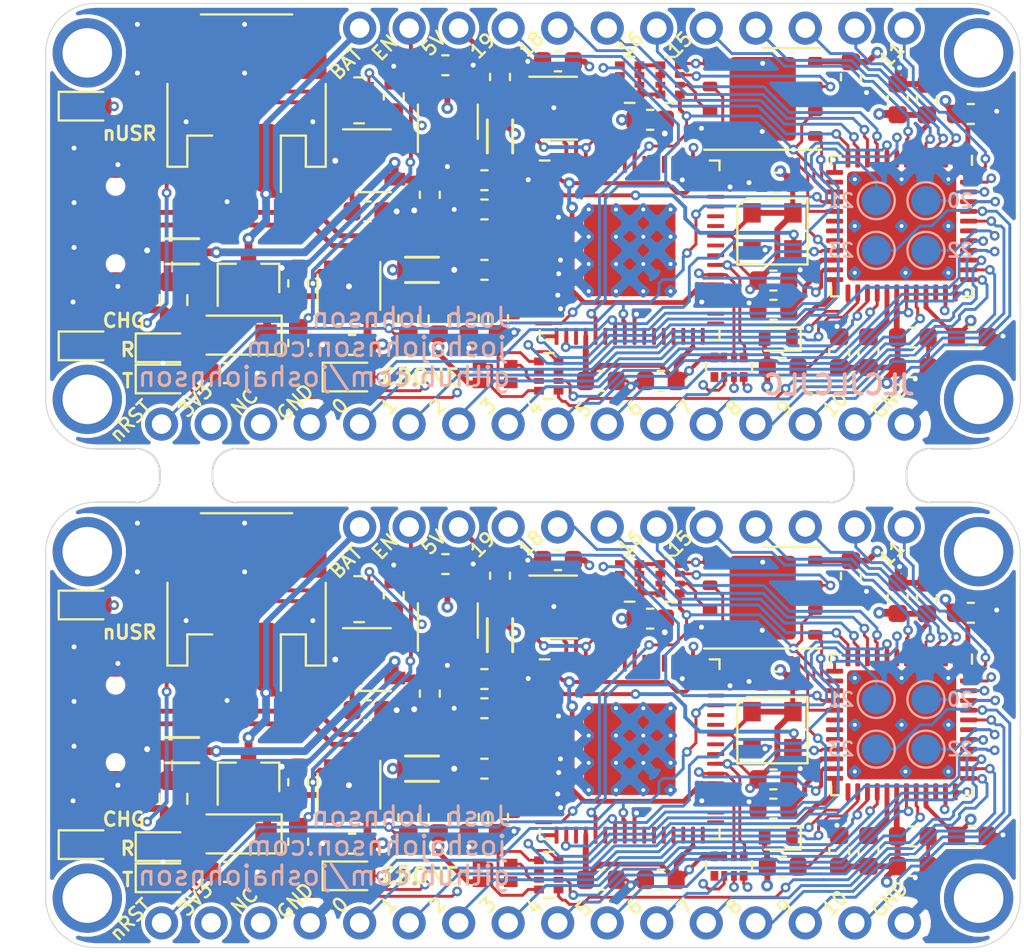
<source format=kicad_pcb>
(kicad_pcb (version 20171130) (host pcbnew "(5.1.2)-1")
  (layers (0 F.Cu signal) (1 Layer2 signal) (2 Layer3 signal) (31 B.Cu signal) (34 B.Paste user) (35 F.Paste user) (36 B.SilkS user) (37 F.SilkS user) (38 B.Mask user) (39 F.Mask user) (44 Edge.Cuts user))
  (net 0 "")
  (net 1 "Net-(C1-Pad1)")
  (net 2 +BATT)
  (net 3 +3V3)
  (net 4 +5V)
  (net 5 +1V2)
  (net 6 +1V8)
  (net 7 "Net-(D1-Pad1)")
  (net 8 "Net-(D4-Pad1)")
  (net 9 /ICE_CDONE)
  (net 10 "Net-(D6-Pad1)")
  (net 11 "Net-(D6-Pad3)")
  (net 12 "Net-(D6-Pad2)")
  (net 13 "Net-(D7-Pad1)")
  (net 14 "Net-(F1-Pad1)")
  (net 15 /LDO_EN)
  (net 16 /nICE_CRESET)
  (net 17 "Net-(R3-Pad1)")
  (net 18 "Net-(R6-Pad1)")
  (net 19 /nLED_RED)
  (net 20 /nLED_GREEN)
  (net 21 /nLED_BLUE)
  (net 22 "Net-(R13-Pad2)")
  (net 23 "/FTDI Programmer / UART/FT_EEDATA")
  (net 24 "Net-(R14-Pad1)")
  (net 25 "Net-(R15-Pad1)")
  (net 26 /ICE_SCK)
  (net 27 /FLASH_nWPIO2)
  (net 28 /ICE_SS)
  (net 29 "/FTDI Programmer / UART/FT_EECS")
  (net 30 "/FTDI Programmer / UART/FT_EECLK")
  (net 31 /FLASH_MISOIO1)
  (net 32 /FLASH_MOSIIO0)
  (net 33 /ICE_CLK)
  (net 34 "Net-(C31-Pad1)")
  (net 35 "Net-(C32-Pad1)")
  (net 36 GND)
  (net 37 /USB_P)
  (net 38 /USB_N)
  (net 39 /nLED)
  (net 40 /TX_FPGA)
  (net 41 /RX_FPGA)
  (net 42 /IO3)
  (net 43 /IO2)
  (net 44 /IO1)
  (net 45 /IO0)
  (net 46 /IO5)
  (net 47 /IO4)
  (net 48 /IO6)
  (net 49 /IO7)
  (net 50 /IO11)
  (net 51 /IO12)
  (net 52 /IO13)
  (net 53 /IO14)
  (net 54 /IO15)
  (net 55 /IO16)
  (net 56 /IO17)
  (net 57 /IO18)
  (net 58 /IO19)
  (net 59 /IO10)
  (net 60 /IO9)
  (net 61 /IO8)
  (net 62 "Net-(D3-Pad2)")
  (net 63 "Net-(D8-Pad2)")
  (net 64 "Net-(F1-Pad2)")
  (net 65 /FLASH_nHOLDIO3)
  (net 66 "Net-(RN5-Pad1)")
  (net 67 "Net-(TP1-Pad1)")
  (net 68 "Net-(TP2-Pad1)")
  (net 69 "Net-(TP3-Pad1)")
  (net 70 "Net-(TP4-Pad1)")
  (module josh-connectors:featherwing (layer F.Cu) (at 51.29 59.455001)
    (fp_text reference J3)
    (fp_text value Feather)
    (fp_line (start 24.993132 8.938762) (end 24.9936 -8.89) (layer Edge.Cuts) (width 0.05))
    (fp_line (start -22.4536 11.43) (end 22.4536 11.43) (layer Edge.Cuts) (width 0.05))
    (fp_line (start -24.9936 -8.89) (end -24.9936 8.89) (layer Edge.Cuts) (width 0.05))
    (fp_arc (start 22.4536 -8.89) (end 22.4536 -11.43) (angle 90) (layer Edge.Cuts) (width 0.05))
    (fp_arc (start 22.4536 8.89) (end 22.4536 11.43) (angle -88.9) (layer Edge.Cuts) (width 0.05))
    (fp_arc (start -22.4536 8.89) (end -22.4536 11.43) (angle 90) (layer Edge.Cuts) (width 0.05))
    (fp_arc (start -22.4536 -8.89) (end -24.9936 -8.89) (angle 90) (layer Edge.Cuts) (width 0.05))
    (pad "" np_thru_hole circle (at 22.86 8.89) (size 3.556 3.556) (drill 2.54) (layers *.Cu *.Mask))
    (pad "" np_thru_hole circle (at -22.86 8.89) (size 3.556 3.556) (drill 2.54) (layers *.Cu *.Mask))
    (pad "" np_thru_hole circle (at 22.86 -8.89) (size 3.556 3.556) (drill 2.54) (layers *.Cu *.Mask))
    (pad "" np_thru_hole circle (at -22.86 -8.89) (size 3.556 3.556) (drill 2.54) (layers *.Cu *.Mask))
    (pad 17 thru_hole circle (at 19.05 -10.16) (size 1.7 1.7) (drill 1) (layers *.Cu *.Mask) (net 50 /IO11))
    (pad 18 thru_hole circle (at 16.51 -10.16) (size 1.7 1.7) (drill 1) (layers *.Cu *.Mask) (net 51 /IO12))
    (pad 19 thru_hole circle (at 13.97 -10.16) (size 1.7 1.7) (drill 1) (layers *.Cu *.Mask) (net 52 /IO13))
    (pad 20 thru_hole circle (at 11.43 -10.16) (size 1.7 1.7) (drill 1) (layers *.Cu *.Mask) (net 53 /IO14))
    (pad 21 thru_hole circle (at 8.89 -10.16) (size 1.7 1.7) (drill 1) (layers *.Cu *.Mask) (net 54 /IO15))
    (pad 22 thru_hole circle (at 6.35 -10.16) (size 1.7 1.7) (drill 1) (layers *.Cu *.Mask) (net 55 /IO16))
    (pad 23 thru_hole circle (at 3.81 -10.16) (size 1.7 1.7) (drill 1) (layers *.Cu *.Mask) (net 56 /IO17))
    (pad 24 thru_hole circle (at 1.27 -10.16) (size 1.7 1.7) (drill 1) (layers *.Cu *.Mask) (net 57 /IO18))
    (pad 25 thru_hole circle (at -1.27 -10.16) (size 1.7 1.7) (drill 1) (layers *.Cu *.Mask) (net 58 /IO19))
    (pad 26 thru_hole circle (at -3.81 -10.16) (size 1.7 1.7) (drill 1) (layers *.Cu *.Mask) (net 4 +5V))
    (pad 27 thru_hole circle (at -6.35 -10.16) (size 1.7 1.7) (drill 1) (layers *.Cu *.Mask) (net 15 /LDO_EN))
    (pad 28 thru_hole circle (at -8.89 -10.16) (size 1.7 1.7) (drill 1) (layers *.Cu *.Mask) (net 2 +BATT))
    (pad 16 thru_hole circle (at 19.05 10.16) (size 1.7 1.7) (drill 1) (layers *.Cu *.Mask) (net 36 GND))
    (pad 1 thru_hole circle (at -19.05 10.16) (size 1.7 1.7) (drill 1) (layers *.Cu *.Mask) (net 16 /nICE_CRESET))
    (pad 15 thru_hole circle (at 16.51 10.16) (size 1.7 1.7) (drill 1) (layers *.Cu *.Mask) (net 59 /IO10))
    (pad 14 thru_hole circle (at 13.97 10.16) (size 1.7 1.7) (drill 1) (layers *.Cu *.Mask) (net 60 /IO9))
    (pad 13 thru_hole circle (at 11.43 10.16) (size 1.7 1.7) (drill 1) (layers *.Cu *.Mask) (net 61 /IO8))
    (pad 12 thru_hole circle (at 8.89 10.16) (size 1.7 1.7) (drill 1) (layers *.Cu *.Mask) (net 49 /IO7))
    (pad 11 thru_hole circle (at 6.35 10.16) (size 1.7 1.7) (drill 1) (layers *.Cu *.Mask) (net 48 /IO6))
    (pad 10 thru_hole circle (at 3.81 10.16) (size 1.7 1.7) (drill 1) (layers *.Cu *.Mask) (net 46 /IO5))
    (pad 9 thru_hole circle (at 1.27 10.16) (size 1.7 1.7) (drill 1) (layers *.Cu *.Mask) (net 47 /IO4))
    (pad 8 thru_hole circle (at -1.27 10.16) (size 1.7 1.7) (drill 1) (layers *.Cu *.Mask) (net 42 /IO3))
    (pad 7 thru_hole circle (at -3.81 10.16) (size 1.7 1.7) (drill 1) (layers *.Cu *.Mask) (net 43 /IO2))
    (pad 6 thru_hole circle (at -6.35 10.16) (size 1.7 1.7) (drill 1) (layers *.Cu *.Mask) (net 44 /IO1))
    (pad 5 thru_hole circle (at -8.89 10.16) (size 1.7 1.7) (drill 1) (layers *.Cu *.Mask) (net 45 /IO0))
    (pad 4 thru_hole circle (at -11.43 10.16) (size 1.7 1.7) (drill 1) (layers *.Cu *.Mask) (net 36 GND))
    (pad 3 thru_hole circle (at -13.97 10.16) (size 1.7 1.7) (drill 1) (layers *.Cu *.Mask))
    (pad 2 thru_hole circle (at -16.51 10.16) (size 1.7 1.7) (drill 1) (layers *.Cu *.Mask) (net 3 +3V3))
  )
  (module josh-connectors:featherwing (layer F.Cu) (at 51.29 33.855001)
    (fp_text reference J3)
    (fp_text value Feather)
    (fp_arc (start -22.4536 -8.89) (end -24.9936 -8.89) (angle 90) (layer Edge.Cuts) (width 0.05))
    (fp_arc (start -22.4536 8.89) (end -22.4536 11.43) (angle 90) (layer Edge.Cuts) (width 0.05))
    (fp_arc (start 22.4536 8.89) (end 22.4536 11.43) (angle -88.9) (layer Edge.Cuts) (width 0.05))
    (fp_arc (start 22.4536 -8.89) (end 22.4536 -11.43) (angle 90) (layer Edge.Cuts) (width 0.05))
    (fp_line (start -24.9936 -8.89) (end -24.9936 8.89) (layer Edge.Cuts) (width 0.05))
    (fp_line (start 24.993132 8.938762) (end 24.9936 -8.89) (layer Edge.Cuts) (width 0.05))
    (fp_line (start 22.4536 -11.43) (end -22.4536 -11.43) (layer Edge.Cuts) (width 0.05))
    (pad 2 thru_hole circle (at -16.51 10.16) (size 1.7 1.7) (drill 1) (layers *.Cu *.Mask) (net 3 +3V3))
    (pad 3 thru_hole circle (at -13.97 10.16) (size 1.7 1.7) (drill 1) (layers *.Cu *.Mask))
    (pad 4 thru_hole circle (at -11.43 10.16) (size 1.7 1.7) (drill 1) (layers *.Cu *.Mask) (net 36 GND))
    (pad 5 thru_hole circle (at -8.89 10.16) (size 1.7 1.7) (drill 1) (layers *.Cu *.Mask) (net 45 /IO0))
    (pad 6 thru_hole circle (at -6.35 10.16) (size 1.7 1.7) (drill 1) (layers *.Cu *.Mask) (net 44 /IO1))
    (pad 7 thru_hole circle (at -3.81 10.16) (size 1.7 1.7) (drill 1) (layers *.Cu *.Mask) (net 43 /IO2))
    (pad 8 thru_hole circle (at -1.27 10.16) (size 1.7 1.7) (drill 1) (layers *.Cu *.Mask) (net 42 /IO3))
    (pad 9 thru_hole circle (at 1.27 10.16) (size 1.7 1.7) (drill 1) (layers *.Cu *.Mask) (net 47 /IO4))
    (pad 10 thru_hole circle (at 3.81 10.16) (size 1.7 1.7) (drill 1) (layers *.Cu *.Mask) (net 46 /IO5))
    (pad 11 thru_hole circle (at 6.35 10.16) (size 1.7 1.7) (drill 1) (layers *.Cu *.Mask) (net 48 /IO6))
    (pad 12 thru_hole circle (at 8.89 10.16) (size 1.7 1.7) (drill 1) (layers *.Cu *.Mask) (net 49 /IO7))
    (pad 13 thru_hole circle (at 11.43 10.16) (size 1.7 1.7) (drill 1) (layers *.Cu *.Mask) (net 61 /IO8))
    (pad 14 thru_hole circle (at 13.97 10.16) (size 1.7 1.7) (drill 1) (layers *.Cu *.Mask) (net 60 /IO9))
    (pad 15 thru_hole circle (at 16.51 10.16) (size 1.7 1.7) (drill 1) (layers *.Cu *.Mask) (net 59 /IO10))
    (pad 1 thru_hole circle (at -19.05 10.16) (size 1.7 1.7) (drill 1) (layers *.Cu *.Mask) (net 16 /nICE_CRESET))
    (pad 16 thru_hole circle (at 19.05 10.16) (size 1.7 1.7) (drill 1) (layers *.Cu *.Mask) (net 36 GND))
    (pad 28 thru_hole circle (at -8.89 -10.16) (size 1.7 1.7) (drill 1) (layers *.Cu *.Mask) (net 2 +BATT))
    (pad 27 thru_hole circle (at -6.35 -10.16) (size 1.7 1.7) (drill 1) (layers *.Cu *.Mask) (net 15 /LDO_EN))
    (pad 26 thru_hole circle (at -3.81 -10.16) (size 1.7 1.7) (drill 1) (layers *.Cu *.Mask) (net 4 +5V))
    (pad 25 thru_hole circle (at -1.27 -10.16) (size 1.7 1.7) (drill 1) (layers *.Cu *.Mask) (net 58 /IO19))
    (pad 24 thru_hole circle (at 1.27 -10.16) (size 1.7 1.7) (drill 1) (layers *.Cu *.Mask) (net 57 /IO18))
    (pad 23 thru_hole circle (at 3.81 -10.16) (size 1.7 1.7) (drill 1) (layers *.Cu *.Mask) (net 56 /IO17))
    (pad 22 thru_hole circle (at 6.35 -10.16) (size 1.7 1.7) (drill 1) (layers *.Cu *.Mask) (net 55 /IO16))
    (pad 21 thru_hole circle (at 8.89 -10.16) (size 1.7 1.7) (drill 1) (layers *.Cu *.Mask) (net 54 /IO15))
    (pad 20 thru_hole circle (at 11.43 -10.16) (size 1.7 1.7) (drill 1) (layers *.Cu *.Mask) (net 53 /IO14))
    (pad 19 thru_hole circle (at 13.97 -10.16) (size 1.7 1.7) (drill 1) (layers *.Cu *.Mask) (net 52 /IO13))
    (pad 18 thru_hole circle (at 16.51 -10.16) (size 1.7 1.7) (drill 1) (layers *.Cu *.Mask) (net 51 /IO12))
    (pad 17 thru_hole circle (at 19.05 -10.16) (size 1.7 1.7) (drill 1) (layers *.Cu *.Mask) (net 50 /IO11))
    (pad "" np_thru_hole circle (at -22.86 -8.89) (size 3.556 3.556) (drill 2.54) (layers *.Cu *.Mask))
    (pad "" np_thru_hole circle (at 22.86 -8.89) (size 3.556 3.556) (drill 2.54) (layers *.Cu *.Mask))
    (pad "" np_thru_hole circle (at -22.86 8.89) (size 3.556 3.556) (drill 2.54) (layers *.Cu *.Mask))
    (pad "" np_thru_hole circle (at 22.86 8.89) (size 3.556 3.556) (drill 2.54) (layers *.Cu *.Mask))
  )
  (module Resistor_SMD:R_Array_Convex_4x0402 (layer F.Cu) (at 52.1 67.15 180)
    (fp_text reference RN3 hide)
    (fp_text value 330R)
    (pad 5 smd rect (at 0.5 0.75 180) (size 0.5 0.4) (layers F.Cu F.Paste F.Mask) (net 10 "Net-(D6-Pad1)"))
    (pad 6 smd rect (at 0.5 0.25 180) (size 0.5 0.3) (layers F.Cu F.Paste F.Mask))
    (pad 8 smd rect (at 0.5 -0.75 180) (size 0.5 0.4) (layers F.Cu F.Paste F.Mask) (net 11 "Net-(D6-Pad3)"))
    (pad 7 smd rect (at 0.5 -0.25 180) (size 0.5 0.3) (layers F.Cu F.Paste F.Mask) (net 12 "Net-(D6-Pad2)"))
    (pad 4 smd rect (at -0.5 0.75 180) (size 0.5 0.4) (layers F.Cu F.Paste F.Mask) (net 19 /nLED_RED))
    (pad 2 smd rect (at -0.5 -0.25 180) (size 0.5 0.3) (layers F.Cu F.Paste F.Mask) (net 20 /nLED_GREEN))
    (pad 3 smd rect (at -0.5 0.25 180) (size 0.5 0.3) (layers F.Cu F.Paste F.Mask))
    (pad 1 smd rect (at -0.5 -0.75 180) (size 0.5 0.4) (layers F.Cu F.Paste F.Mask) (net 21 /nLED_BLUE))
  )
  (module Package_TO_SOT_SMD:SOT-23-6 (layer F.Cu) (at 52.65 53.4)
    (fp_text reference U6 hide)
    (fp_text value 93C46B)
    (pad 1 smd rect (at -1.1 -0.95) (size 1.06 0.65) (layers F.Cu F.Paste F.Mask) (net 22 "Net-(R13-Pad2)"))
    (pad 2 smd rect (at -1.1 0) (size 1.06 0.65) (layers F.Cu F.Paste F.Mask) (net 36 GND))
    (pad 3 smd rect (at -1.1 0.95) (size 1.06 0.65) (layers F.Cu F.Paste F.Mask) (net 23 "/FTDI Programmer / UART/FT_EEDATA"))
    (pad 4 smd rect (at 1.1 0.95) (size 1.06 0.65) (layers F.Cu F.Paste F.Mask) (net 30 "/FTDI Programmer / UART/FT_EECLK"))
    (pad 6 smd rect (at 1.1 -0.95) (size 1.06 0.65) (layers F.Cu F.Paste F.Mask) (net 3 +3V3))
    (pad 5 smd rect (at 1.1 0) (size 1.06 0.65) (layers F.Cu F.Paste F.Mask) (net 29 "/FTDI Programmer / UART/FT_EECS"))
  )
  (module josh-logos:OSHW_Logo_3.6x3.6_F.Mask (layer B.Cu) (at 34.9 64 180)
    (fp_text reference G*** hide)
    (fp_text value LOGO hide)
  )
  (module josh-led:LED_0606 (layer F.Cu) (at 49.35 67.05 90)
    (fp_text reference D6 hide)
    (fp_text value LED_RGBA)
    (pad 4 smd rect (at -0.45 -0.8 90) (size 0.55 0.7) (layers F.Cu F.Paste F.Mask) (net 3 +3V3))
    (pad 1 smd rect (at -0.45 0.8 90) (size 0.55 0.7) (layers F.Cu F.Paste F.Mask) (net 10 "Net-(D6-Pad1)"))
    (pad 3 smd rect (at 0.45 -0.8 90) (size 0.55 0.7) (layers F.Cu F.Paste F.Mask) (net 11 "Net-(D6-Pad3)"))
    (pad 2 smd rect (at 0.45 0.8 90) (size 0.55 0.7) (layers F.Cu F.Paste F.Mask) (net 12 "Net-(D6-Pad2)"))
  )
  (module Capacitor_SMD:C_0603_1608Metric (layer F.Cu) (at 42.8 58.7)
    (fp_text reference C2 hide)
    (fp_text value 10u)
    (pad 1 smd roundrect (at -0.7875 0) (size 0.875 0.95) (layers F.Cu F.Paste F.Mask) (net 2 +BATT))
    (pad 2 smd roundrect (at 0.7875 0) (size 0.875 0.95) (layers F.Cu F.Paste F.Mask) (net 36 GND))
  )
  (module Capacitor_SMD:C_0603_1608Metric (layer F.Cu) (at 39.25 62.4 90)
    (fp_text reference C1 hide)
    (fp_text value 10u)
    (pad 1 smd roundrect (at -0.7875 0 90) (size 0.875 0.95) (layers F.Cu F.Paste F.Mask) (net 1 "Net-(C1-Pad1)"))
    (pad 2 smd roundrect (at 0.7875 0 90) (size 0.875 0.95) (layers F.Cu F.Paste F.Mask) (net 36 GND))
  )
  (module Capacitor_SMD:C_0603_1608Metric (layer F.Cu) (at 73.75 53.7)
    (fp_text reference C8 hide)
    (fp_text value 100n)
    (pad 1 smd roundrect (at -0.7875 0) (size 0.875 0.95) (layers F.Cu F.Paste F.Mask) (net 3 +3V3))
    (pad 2 smd roundrect (at 0.7875 0) (size 0.875 0.95) (layers F.Cu F.Paste F.Mask) (net 36 GND))
  )
  (module LED_SMD:LED_0603_1608Metric (layer F.Cu) (at 32.4 67.3)
    (fp_text reference D3 hide)
    (fp_text value GRN)
    (pad 1 smd roundrect (at -0.7875 0) (size 0.875 0.95) (layers F.Cu F.Paste F.Mask) (net 36 GND))
    (pad 2 smd roundrect (at 0.7875 0) (size 0.875 0.95) (layers F.Cu F.Paste F.Mask) (net 62 "Net-(D3-Pad2)"))
  )
  (module LED_SMD:LED_0603_1608Metric (layer F.Cu) (at 32.4 65.7)
    (fp_text reference D8 hide)
    (fp_text value GRN)
    (pad 1 smd roundrect (at -0.7875 0) (size 0.875 0.95) (layers F.Cu F.Paste F.Mask) (net 36 GND))
    (pad 2 smd roundrect (at 0.7875 0) (size 0.875 0.95) (layers F.Cu F.Paste F.Mask) (net 63 "Net-(D8-Pad2)"))
  )
  (module Package_TO_SOT_SMD:SOT-23-5 (layer F.Cu) (at 43.1 56.1)
    (fp_text reference U1 hide)
    (fp_text value MCP73831-2-OT)
    (pad 1 smd rect (at -1.1 -0.95) (size 1.06 0.65) (layers F.Cu F.Paste F.Mask) (net 66 "Net-(RN5-Pad1)"))
    (pad 2 smd rect (at -1.1 0) (size 1.06 0.65) (layers F.Cu F.Paste F.Mask) (net 36 GND))
    (pad 3 smd rect (at -1.1 0.95) (size 1.06 0.65) (layers F.Cu F.Paste F.Mask) (net 2 +BATT))
    (pad 4 smd rect (at 1.1 0.95) (size 1.06 0.65) (layers F.Cu F.Paste F.Mask) (net 4 +5V))
    (pad 5 smd rect (at 1.1 -0.95) (size 1.06 0.65) (layers F.Cu F.Paste F.Mask) (net 17 "Net-(R3-Pad1)"))
  )
  (module Capacitor_SMD:C_0603_1608Metric (layer F.Cu) (at 64.1 66.725)
    (fp_text reference C21 hide)
    (fp_text value 100n)
    (pad 1 smd roundrect (at -0.7875 0) (size 0.875 0.95) (layers F.Cu F.Paste F.Mask) (net 3 +3V3))
    (pad 2 smd roundrect (at 0.7875 0) (size 0.875 0.95) (layers F.Cu F.Paste F.Mask) (net 36 GND))
  )
  (module Resistor_SMD:R_0603_1608Metric (layer F.Cu) (at 44.9 64.2 270)
    (fp_text reference R5 hide)
    (fp_text value 10K)
    (pad 1 smd roundrect (at -0.7875 0 270) (size 0.875 0.95) (layers F.Cu F.Paste F.Mask) (net 3 +3V3))
    (pad 2 smd roundrect (at 0.7875 0 270) (size 0.875 0.95) (layers F.Cu F.Paste F.Mask) (net 16 /nICE_CRESET))
  )
  (module josh-oscillators:CDFN_3.2x2.5mm_XO (layer F.Cu) (at 63.575 59.725 270)
    (fp_text reference X1 hide)
    (fp_text value DSC6101CI1A)
    (pad 4 smd rect (at -0.95 -1.05 270) (size 1 0.9) (layers F.Cu F.Paste F.Mask) (net 3 +3V3))
    (pad 1 smd rect (at -0.95 1.05 270) (size 1 0.9) (layers F.Cu F.Paste F.Mask) (net 3 +3V3))
    (pad 3 smd rect (at 0.95 -1.05 270) (size 1 0.9) (layers F.Cu F.Paste F.Mask) (net 33 /ICE_CLK))
    (pad 2 smd rect (at 0.95 1.05 270) (size 1 0.9) (layers F.Cu F.Paste F.Mask) (net 36 GND))
  )
  (module josh-soic-sot-etc:WSON-8-1EP_6x5mm_P1.27mm_EP3.4x4.3mm (layer F.Cu) (at 63.075 52.925)
    (fp_text reference U2 hide)
    (fp_text value W25Q32JVZP)
    (pad 9 smd roundrect (at 0 0) (size 3.4 4.3) (layers F.Cu F.Mask) (roundrect_rratio 0.073529) (net 36 GND))
    (pad 1 smd roundrect (at -2.7 -1.905) (size 0.75 0.5) (layers F.Cu F.Paste F.Mask) (net 28 /ICE_SS))
    (pad 2 smd roundrect (at -2.7 -0.635) (size 0.75 0.5) (layers F.Cu F.Paste F.Mask) (net 31 /FLASH_MISOIO1))
    (pad 3 smd roundrect (at -2.7 0.635) (size 0.75 0.5) (layers F.Cu F.Paste F.Mask) (net 27 /FLASH_nWPIO2))
    (pad 4 smd roundrect (at -2.7 1.905) (size 0.75 0.5) (layers F.Cu F.Paste F.Mask) (net 36 GND))
    (pad 5 smd roundrect (at 2.7 1.905) (size 0.75 0.5) (layers F.Cu F.Paste F.Mask) (net 32 /FLASH_MOSIIO0))
    (pad 6 smd roundrect (at 2.7 0.635) (size 0.75 0.5) (layers F.Cu F.Paste F.Mask) (net 26 /ICE_SCK))
    (pad 7 smd roundrect (at 2.7 -0.635) (size 0.75 0.5) (layers F.Cu F.Paste F.Mask) (net 65 /FLASH_nHOLDIO3))
    (pad 8 smd roundrect (at 2.7 -1.905) (size 0.75 0.5) (layers F.Cu F.Paste F.Mask) (net 3 +3V3))
  )
  (module josh-connectors:USB_Micro_Aliexpress (layer F.Cu) (at 26.3 59.4 270)
    (fp_text reference J1 hide)
    (fp_text value USB_B_Micro)
    (pad 6 smd rect (at 1.15 -1.45 270) (size 1.9 1.9) (layers F.Cu F.Paste F.Mask) (net 36 GND))
    (pad 6 smd rect (at -1.15 -1.45 270) (size 1.9 1.9) (layers F.Cu F.Paste F.Mask) (net 36 GND))
    (pad 6 smd rect (at -3.95 -1.45 270) (size 1.9 1.9) (layers F.Cu F.Paste F.Mask) (net 36 GND))
    (pad 6 smd rect (at 3.95 -1.45 270) (size 1.9 1.9) (layers F.Cu F.Paste F.Mask) (net 36 GND))
    (pad 6 smd rect (at 3.1 -3.7 270) (size 1.35 1) (layers F.Cu F.Paste F.Mask) (net 36 GND))
    (pad 6 smd rect (at -3.1 -3.7 270) (size 1.35 1) (layers F.Cu F.Paste F.Mask) (net 36 GND))
    (pad 3 smd rect (at 0 -4.125 270) (size 0.4 1.35) (layers F.Cu F.Paste F.Mask) (net 37 /USB_P))
    (pad "" np_thru_hole circle (at -2 -3.58 270) (size 0.6 0.6) (drill 0.6) (layers *.Cu *.Mask))
    (pad "" np_thru_hole circle (at 2 -3.58 270) (size 0.6 0.6) (drill 0.6) (layers *.Mask F.Cu))
    (pad 5 smd rect (at 1.3 -4.125 270) (size 0.4 1.35) (layers F.Cu F.Paste F.Mask) (net 36 GND))
    (pad 4 smd rect (at 0.65 -4.125 270) (size 0.4 1.35) (layers F.Cu F.Paste F.Mask))
    (pad 1 smd rect (at -1.3 -4.125 270) (size 0.4 1.35) (layers F.Cu F.Paste F.Mask) (net 64 "Net-(F1-Pad2)"))
    (pad 2 smd rect (at -0.65 -4.125 270) (size 0.4 1.35) (layers F.Cu F.Paste F.Mask) (net 38 /USB_N))
  )
  (module josh-dfn-qfn:QFN-64-1EP_9x9mm_P0.5mm_EP4.7x4.7mm_ThermalVias (layer F.Cu) (at 56.25 60.7)
    (fp_text reference U7 hide)
    (fp_text value FT2232H)
    (pad 65 smd roundrect (at 0 0) (size 4.7 4.7) (layers F.Cu F.Mask) (roundrect_rratio 0.053191) (net 36 GND))
    (pad 65 thru_hole circle (at -2.1 -2.1) (size 0.5 0.5) (drill 0.2) (layers *.Cu) (net 36 GND))
    (pad 65 thru_hole circle (at -0.7 -2.1) (size 0.5 0.5) (drill 0.2) (layers *.Cu) (net 36 GND))
    (pad 65 thru_hole circle (at 0.7 -2.1) (size 0.5 0.5) (drill 0.2) (layers *.Cu) (net 36 GND))
    (pad 65 thru_hole circle (at 2.1 -2.1) (size 0.5 0.5) (drill 0.2) (layers *.Cu) (net 36 GND))
    (pad 65 thru_hole circle (at -2.1 -0.7) (size 0.5 0.5) (drill 0.2) (layers *.Cu) (net 36 GND))
    (pad 65 thru_hole circle (at -0.7 -0.7) (size 0.5 0.5) (drill 0.2) (layers *.Cu) (net 36 GND))
    (pad 65 thru_hole circle (at 0.7 -0.7) (size 0.5 0.5) (drill 0.2) (layers *.Cu) (net 36 GND))
    (pad 65 thru_hole circle (at 2.1 -0.7) (size 0.5 0.5) (drill 0.2) (layers *.Cu) (net 36 GND))
    (pad 65 thru_hole circle (at -2.1 0.7) (size 0.5 0.5) (drill 0.2) (layers *.Cu) (net 36 GND))
    (pad 65 thru_hole circle (at -0.7 0.7) (size 0.5 0.5) (drill 0.2) (layers *.Cu) (net 36 GND))
    (pad 65 thru_hole circle (at 0.7 0.7) (size 0.5 0.5) (drill 0.2) (layers *.Cu) (net 36 GND))
    (pad 65 thru_hole circle (at 2.1 0.7) (size 0.5 0.5) (drill 0.2) (layers *.Cu) (net 36 GND))
    (pad 65 thru_hole circle (at -2.1 2.1) (size 0.5 0.5) (drill 0.2) (layers *.Cu) (net 36 GND))
    (pad 65 thru_hole circle (at -0.7 2.1) (size 0.5 0.5) (drill 0.2) (layers *.Cu) (net 36 GND))
    (pad 65 thru_hole circle (at 0.7 2.1) (size 0.5 0.5) (drill 0.2) (layers *.Cu) (net 36 GND))
    (pad 65 thru_hole circle (at 2.1 2.1) (size 0.5 0.5) (drill 0.2) (layers *.Cu) (net 36 GND))
    (pad 1 smd roundrect (at -4.4125 -3.75) (size 0.875 0.2) (layers F.Cu F.Paste F.Mask) (net 36 GND))
    (pad 2 smd roundrect (at -4.4125 -3.25) (size 0.875 0.2) (layers F.Cu F.Paste F.Mask) (net 33 /ICE_CLK))
    (pad 3 smd roundrect (at -4.4125 -2.75) (size 0.875 0.2) (layers F.Cu F.Paste F.Mask))
    (pad 4 smd roundrect (at -4.4125 -2.25) (size 0.875 0.2) (layers F.Cu F.Paste F.Mask) (net 35 "Net-(C32-Pad1)"))
    (pad 5 smd roundrect (at -4.4125 -1.75) (size 0.875 0.2) (layers F.Cu F.Paste F.Mask) (net 36 GND))
    (pad 6 smd roundrect (at -4.4125 -1.25) (size 0.875 0.2) (layers F.Cu F.Paste F.Mask) (net 25 "Net-(R15-Pad1)"))
    (pad 7 smd roundrect (at -4.4125 -0.75) (size 0.875 0.2) (layers F.Cu F.Paste F.Mask) (net 38 /USB_N))
    (pad 8 smd roundrect (at -4.4125 -0.25) (size 0.875 0.2) (layers F.Cu F.Paste F.Mask) (net 37 /USB_P))
    (pad 9 smd roundrect (at -4.4125 0.25) (size 0.875 0.2) (layers F.Cu F.Paste F.Mask) (net 34 "Net-(C31-Pad1)"))
    (pad 10 smd roundrect (at -4.4125 0.75) (size 0.875 0.2) (layers F.Cu F.Paste F.Mask) (net 36 GND))
    (pad 11 smd roundrect (at -4.4125 1.25) (size 0.875 0.2) (layers F.Cu F.Paste F.Mask) (net 36 GND))
    (pad 12 smd roundrect (at -4.4125 1.75) (size 0.875 0.2) (layers F.Cu F.Paste F.Mask) (net 6 +1V8))
    (pad 13 smd roundrect (at -4.4125 2.25) (size 0.875 0.2) (layers F.Cu F.Paste F.Mask) (net 36 GND))
    (pad 14 smd roundrect (at -4.4125 2.75) (size 0.875 0.2) (layers F.Cu F.Paste F.Mask) (net 24 "Net-(R14-Pad1)"))
    (pad 15 smd roundrect (at -4.4125 3.25) (size 0.875 0.2) (layers F.Cu F.Paste F.Mask) (net 36 GND))
    (pad 16 smd roundrect (at -4.4125 3.75) (size 0.875 0.2) (layers F.Cu F.Paste F.Mask) (net 26 /ICE_SCK))
    (pad 17 smd roundrect (at -3.75 4.4125) (size 0.2 0.875) (layers F.Cu F.Paste F.Mask) (net 32 /FLASH_MOSIIO0))
    (pad 18 smd roundrect (at -3.25 4.4125) (size 0.2 0.875) (layers F.Cu F.Paste F.Mask) (net 31 /FLASH_MISOIO1))
    (pad 19 smd roundrect (at -2.75 4.4125) (size 0.2 0.875) (layers F.Cu F.Paste F.Mask))
    (pad 20 smd roundrect (at -2.25 4.4125) (size 0.2 0.875) (layers F.Cu F.Paste F.Mask) (net 3 +3V3))
    (pad 21 smd roundrect (at -1.75 4.4125) (size 0.2 0.875) (layers F.Cu F.Paste F.Mask) (net 28 /ICE_SS))
    (pad 22 smd roundrect (at -1.25 4.4125) (size 0.2 0.875) (layers F.Cu F.Paste F.Mask))
    (pad 23 smd roundrect (at -0.75 4.4125) (size 0.2 0.875) (layers F.Cu F.Paste F.Mask) (net 9 /ICE_CDONE))
    (pad 24 smd roundrect (at -0.25 4.4125) (size 0.2 0.875) (layers F.Cu F.Paste F.Mask) (net 16 /nICE_CRESET))
    (pad 25 smd roundrect (at 0.25 4.4125) (size 0.2 0.875) (layers F.Cu F.Paste F.Mask) (net 36 GND))
    (pad 26 smd roundrect (at 0.75 4.4125) (size 0.2 0.875) (layers F.Cu F.Paste F.Mask))
    (pad 27 smd roundrect (at 1.25 4.4125) (size 0.2 0.875) (layers F.Cu F.Paste F.Mask))
    (pad 28 smd roundrect (at 1.75 4.4125) (size 0.2 0.875) (layers F.Cu F.Paste F.Mask))
    (pad 29 smd roundrect (at 2.25 4.4125) (size 0.2 0.875) (layers F.Cu F.Paste F.Mask))
    (pad 30 smd roundrect (at 2.75 4.4125) (size 0.2 0.875) (layers F.Cu F.Paste F.Mask))
    (pad 31 smd roundrect (at 3.25 4.4125) (size 0.2 0.875) (layers F.Cu F.Paste F.Mask) (net 3 +3V3))
    (pad 32 smd roundrect (at 3.75 4.4125) (size 0.2 0.875) (layers F.Cu F.Paste F.Mask))
    (pad 33 smd roundrect (at 4.4125 3.75) (size 0.875 0.2) (layers F.Cu F.Paste F.Mask))
    (pad 34 smd roundrect (at 4.4125 3.25) (size 0.875 0.2) (layers F.Cu F.Paste F.Mask))
    (pad 35 smd roundrect (at 4.4125 2.75) (size 0.875 0.2) (layers F.Cu F.Paste F.Mask) (net 36 GND))
    (pad 36 smd roundrect (at 4.4125 2.25) (size 0.875 0.2) (layers F.Cu F.Paste F.Mask))
    (pad 37 smd roundrect (at 4.4125 1.75) (size 0.875 0.2) (layers F.Cu F.Paste F.Mask) (net 6 +1V8))
    (pad 38 smd roundrect (at 4.4125 1.25) (size 0.875 0.2) (layers F.Cu F.Paste F.Mask) (net 41 /RX_FPGA))
    (pad 39 smd roundrect (at 4.4125 0.75) (size 0.875 0.2) (layers F.Cu F.Paste F.Mask) (net 40 /TX_FPGA))
    (pad 40 smd roundrect (at 4.4125 0.25) (size 0.875 0.2) (layers F.Cu F.Paste F.Mask))
    (pad 41 smd roundrect (at 4.4125 -0.25) (size 0.875 0.2) (layers F.Cu F.Paste F.Mask))
    (pad 42 smd roundrect (at 4.4125 -0.75) (size 0.875 0.2) (layers F.Cu F.Paste F.Mask) (net 3 +3V3))
    (pad 43 smd roundrect (at 4.4125 -1.25) (size 0.875 0.2) (layers F.Cu F.Paste F.Mask))
    (pad 44 smd roundrect (at 4.4125 -1.75) (size 0.875 0.2) (layers F.Cu F.Paste F.Mask))
    (pad 45 smd roundrect (at 4.4125 -2.25) (size 0.875 0.2) (layers F.Cu F.Paste F.Mask))
    (pad 46 smd roundrect (at 4.4125 -2.75) (size 0.875 0.2) (layers F.Cu F.Paste F.Mask))
    (pad 47 smd roundrect (at 4.4125 -3.25) (size 0.875 0.2) (layers F.Cu F.Paste F.Mask) (net 36 GND))
    (pad 48 smd roundrect (at 4.4125 -3.75) (size 0.875 0.2) (layers F.Cu F.Paste F.Mask))
    (pad 49 smd roundrect (at 3.75 -4.4125) (size 0.2 0.875) (layers F.Cu F.Paste F.Mask) (net 6 +1V8))
    (pad 50 smd roundrect (at 3.25 -4.4125) (size 0.2 0.875) (layers F.Cu F.Paste F.Mask) (net 3 +3V3))
    (pad 51 smd roundrect (at 2.75 -4.4125) (size 0.2 0.875) (layers F.Cu F.Paste F.Mask) (net 36 GND))
    (pad 52 smd roundrect (at 2.25 -4.4125) (size 0.2 0.875) (layers F.Cu F.Paste F.Mask))
    (pad 53 smd roundrect (at 1.75 -4.4125) (size 0.2 0.875) (layers F.Cu F.Paste F.Mask))
    (pad 54 smd roundrect (at 1.25 -4.4125) (size 0.2 0.875) (layers F.Cu F.Paste F.Mask))
    (pad 55 smd roundrect (at 0.75 -4.4125) (size 0.2 0.875) (layers F.Cu F.Paste F.Mask))
    (pad 56 smd roundrect (at 0.25 -4.4125) (size 0.2 0.875) (layers F.Cu F.Paste F.Mask) (net 3 +3V3))
    (pad 57 smd roundrect (at -0.25 -4.4125) (size 0.2 0.875) (layers F.Cu F.Paste F.Mask))
    (pad 58 smd roundrect (at -0.75 -4.4125) (size 0.2 0.875) (layers F.Cu F.Paste F.Mask))
    (pad 59 smd roundrect (at -1.25 -4.4125) (size 0.2 0.875) (layers F.Cu F.Paste F.Mask))
    (pad 60 smd roundrect (at -1.75 -4.4125) (size 0.2 0.875) (layers F.Cu F.Paste F.Mask))
    (pad 61 smd roundrect (at -2.25 -4.4125) (size 0.2 0.875) (layers F.Cu F.Paste F.Mask) (net 23 "/FTDI Programmer / UART/FT_EEDATA"))
    (pad 62 smd roundrect (at -2.75 -4.4125) (size 0.2 0.875) (layers F.Cu F.Paste F.Mask) (net 30 "/FTDI Programmer / UART/FT_EECLK"))
    (pad 63 smd roundrect (at -3.25 -4.4125) (size 0.2 0.875) (layers F.Cu F.Paste F.Mask) (net 29 "/FTDI Programmer / UART/FT_EECS"))
    (pad 64 smd roundrect (at -3.75 -4.4125) (size 0.2 0.875) (layers F.Cu F.Paste F.Mask) (net 6 +1V8))
  )
  (module josh-passives-smt:Fuse_0805_2012Metric (layer F.Cu) (at 32.85 63.25 270)
    (fp_text reference F1 hide)
    (fp_text value 500mA)
    (pad 1 smd roundrect (at -0.9375 0 270) (size 0.975 1.4) (layers F.Cu F.Paste F.Mask) (net 14 "Net-(F1-Pad1)"))
    (pad 2 smd roundrect (at 0.9375 0 270) (size 0.975 1.4) (layers F.Cu F.Paste F.Mask) (net 64 "Net-(F1-Pad2)"))
  )
  (module josh-logos:josh-details (layer B.Cu) (at 45.25 65.15 180)
    (fp_text reference REF**)
    (fp_text value "Josh Details")
    (fp_text user "Josh Johnson" (at 0.2 1 180) (layer B.SilkS) (effects (justify mirror)))
    (fp_text user joshajohnson.com (at 2 -0.5) (layer B.SilkS) (effects (justify mirror)))
    (fp_text user github.com/joshajohnson (at 4.6736 -2.032) (layer B.SilkS) (effects (justify mirror)))
  )
  (module Capacitor_SMD:C_0603_1608Metric (layer F.Cu) (at 70 52.95 90)
    (fp_text reference C10 hide)
    (fp_text value 10u)
    (pad 1 smd roundrect (at -0.7875 0 90) (size 0.875 0.95) (layers F.Cu F.Paste F.Mask) (net 5 +1V2))
    (pad 2 smd roundrect (at 0.7875 0 90) (size 0.875 0.95) (layers F.Cu F.Paste F.Mask) (net 36 GND))
  )
  (module Resistor_SMD:R_Array_Convex_4x0402 (layer F.Cu) (at 61.35 66.7 90)
    (fp_text reference RN4 hide)
    (fp_text value 2K2)
    (pad 1 smd rect (at -0.5 -0.75 90) (size 0.5 0.4) (layers F.Cu F.Paste F.Mask))
    (pad 3 smd rect (at -0.5 0.25 90) (size 0.5 0.3) (layers F.Cu F.Paste F.Mask) (net 63 "Net-(D8-Pad2)"))
    (pad 2 smd rect (at -0.5 -0.25 90) (size 0.5 0.3) (layers F.Cu F.Paste F.Mask) (net 9 /ICE_CDONE))
    (pad 4 smd rect (at -0.5 0.75 90) (size 0.5 0.4) (layers F.Cu F.Paste F.Mask) (net 62 "Net-(D3-Pad2)"))
    (pad 7 smd rect (at 0.5 -0.25 90) (size 0.5 0.3) (layers F.Cu F.Paste F.Mask) (net 3 +3V3))
    (pad 8 smd rect (at 0.5 -0.75 90) (size 0.5 0.4) (layers F.Cu F.Paste F.Mask) (net 3 +3V3))
    (pad 6 smd rect (at 0.5 0.25 90) (size 0.5 0.3) (layers F.Cu F.Paste F.Mask) (net 41 /RX_FPGA))
    (pad 5 smd rect (at 0.5 0.75 90) (size 0.5 0.4) (layers F.Cu F.Paste F.Mask) (net 40 /TX_FPGA))
  )
  (module josh-passives-smt:Ferrite_Bead_0603 (layer F.Cu) (at 33.35 60.75)
    (fp_text reference FB1 hide)
    (fp_text value 600R hide)
    (pad 1 smd rect (at -0.8 0) (size 0.85 1) (layers F.Cu F.Paste F.Mask) (net 14 "Net-(F1-Pad1)"))
    (pad 2 smd rect (at 0.8 0) (size 0.85 1) (layers F.Cu F.Paste F.Mask) (net 4 +5V))
  )
  (module Resistor_SMD:R_Array_Convex_4x0402 (layer F.Cu) (at 42.375 53 180)
    (fp_text reference RN5 hide)
    (fp_text value 2K2)
    (pad 1 smd rect (at -0.5 -0.75 180) (size 0.5 0.4) (layers F.Cu F.Paste F.Mask) (net 66 "Net-(RN5-Pad1)"))
    (pad 3 smd rect (at -0.5 0.25 180) (size 0.5 0.3) (layers F.Cu F.Paste F.Mask))
    (pad 2 smd rect (at -0.5 -0.25 180) (size 0.5 0.3) (layers F.Cu F.Paste F.Mask))
    (pad 4 smd rect (at -0.5 0.75 180) (size 0.5 0.4) (layers F.Cu F.Paste F.Mask) (net 39 /nLED))
    (pad 7 smd rect (at 0.5 -0.25 180) (size 0.5 0.3) (layers F.Cu F.Paste F.Mask))
    (pad 8 smd rect (at 0.5 -0.75 180) (size 0.5 0.4) (layers F.Cu F.Paste F.Mask) (net 7 "Net-(D1-Pad1)"))
    (pad 6 smd rect (at 0.5 0.25 180) (size 0.5 0.3) (layers F.Cu F.Paste F.Mask))
    (pad 5 smd rect (at 0.5 0.75 180) (size 0.5 0.4) (layers F.Cu F.Paste F.Mask) (net 13 "Net-(D7-Pad1)"))
  )
  (module TestPoint:TestPoint_Pad_D1.5mm (layer B.Cu) (at 68.9 58.15)
    (fp_text reference TP4 hide)
    (fp_text value 21 (at -1.8 0) (layer B.SilkS) (effects (font (size 0.7 0.7) (thickness 0.125)) (justify mirror)))
    (pad 1 smd circle (at 0 0) (size 1.5 1.5) (layers B.Cu B.Mask) (net 70 "Net-(TP4-Pad1)"))
  )
  (module TestPoint:TestPoint_Pad_D1.5mm (layer B.Cu) (at 71.45 60.7)
    (fp_text reference TP1 hide)
    (fp_text value 22 (at 1.75 0) (layer B.SilkS) (effects (font (size 0.7 0.7) (thickness 0.125)) (justify mirror)))
    (pad 1 smd circle (at 0 0) (size 1.5 1.5) (layers B.Cu B.Mask) (net 67 "Net-(TP1-Pad1)"))
  )
  (module josh-passives-smt:Ferrite_Bead_0603 (layer F.Cu) (at 45.55 61.7 180)
    (fp_text reference FB2 hide)
    (fp_text value 600R hide)
    (pad 1 smd rect (at -0.8 0 180) (size 0.85 1) (layers F.Cu F.Paste F.Mask) (net 34 "Net-(C31-Pad1)"))
    (pad 2 smd rect (at 0.8 0 180) (size 0.85 1) (layers F.Cu F.Paste F.Mask) (net 3 +3V3))
  )
  (module josh-connectors:JST_PH_S2B-PH-SM4-TB_1x02-1MP_P2.00mm_Horizontal (layer F.Cu) (at 36.6 53.1 180)
    (fp_text reference J2 hide)
    (fp_text value JST_PH)
    (pad 1 smd roundrect (at -1 -2.85 180) (size 1 3.5) (layers F.Cu F.Paste F.Mask) (net 2 +BATT))
    (pad 2 smd roundrect (at 1 -2.85 180) (size 1 3.5) (layers F.Cu F.Paste F.Mask) (net 36 GND))
    (pad MP smd roundrect (at -3.35 2.9 180) (size 1.5 3.4) (layers F.Cu F.Paste F.Mask) (roundrect_rratio 0.166667))
    (pad MP smd roundrect (at 3.35 2.9 180) (size 1.5 3.4) (layers F.Cu F.Paste F.Mask) (roundrect_rratio 0.166667))
  )
  (module josh-passives-smt:Ferrite_Bead_0603 (layer F.Cu) (at 49.6 54.8 90)
    (fp_text reference FB3 hide)
    (fp_text value 600R hide)
    (pad 1 smd rect (at -0.8 0 90) (size 0.85 1) (layers F.Cu F.Paste F.Mask) (net 35 "Net-(C32-Pad1)"))
    (pad 2 smd rect (at 0.8 0 90) (size 0.85 1) (layers F.Cu F.Paste F.Mask) (net 3 +3V3))
  )
  (module josh-dfn-qfn:QFN-48-1EP_7x7mm_P0.5mm_EP5.6x5.6mm_ThermalVias (layer F.Cu) (at 70.2 59.45 270)
    (fp_text reference U4 hide)
    (fp_text value ICE40UP5K-SG48ITR)
    (pad 49 smd roundrect (at 0 0 270) (size 5.6 5.6) (layers F.Cu F.Mask) (roundrect_rratio 0.044643) (net 36 GND))
    (pad 49 thru_hole circle (at 0 -2.4 270) (size 0.5 0.5) (drill 0.2) (layers *.Cu) (net 36 GND))
    (pad 49 thru_hole circle (at -2.4 0 270) (size 0.5 0.5) (drill 0.2) (layers *.Cu) (net 36 GND))
    (pad 49 thru_hole circle (at 2.4 2.4 270) (size 0.5 0.5) (drill 0.2) (layers *.Cu) (net 36 GND))
    (pad 49 thru_hole circle (at -2.4 -2.4 270) (size 0.5 0.5) (drill 0.2) (layers *.Cu) (net 36 GND))
    (pad 49 thru_hole circle (at 0 2.4 270) (size 0.5 0.5) (drill 0.2) (layers *.Cu) (net 36 GND))
    (pad 49 thru_hole circle (at 0 0 270) (size 0.5 0.5) (drill 0.2) (layers *.Cu) (net 36 GND))
    (pad 49 thru_hole circle (at -2.4 2.4 270) (size 0.5 0.5) (drill 0.2) (layers *.Cu) (net 36 GND))
    (pad 49 thru_hole circle (at 2.4 -2.4 270) (size 0.5 0.5) (drill 0.2) (layers *.Cu) (net 36 GND))
    (pad 49 thru_hole circle (at 2.4 -0.2 270) (size 0.5 0.5) (drill 0.2) (layers *.Cu) (net 36 GND))
    (pad 1 smd roundrect (at -3.4375 -2.75 270) (size 0.875 0.25) (layers F.Cu F.Paste F.Mask) (net 3 +3V3))
    (pad 2 smd roundrect (at -3.4375 -2.25 270) (size 0.875 0.25) (layers F.Cu F.Paste F.Mask) (net 51 /IO12))
    (pad 3 smd roundrect (at -3.4375 -1.75 270) (size 0.875 0.25) (layers F.Cu F.Paste F.Mask) (net 52 /IO13))
    (pad 4 smd roundrect (at -3.4375 -1.25 270) (size 0.875 0.25) (layers F.Cu F.Paste F.Mask) (net 53 /IO14))
    (pad 5 smd roundrect (at -3.4375 -0.75 270) (size 0.875 0.25) (layers F.Cu F.Paste F.Mask) (net 5 +1V2))
    (pad 6 smd roundrect (at -3.4375 -0.25 270) (size 0.875 0.25) (layers F.Cu F.Paste F.Mask) (net 54 /IO15))
    (pad 7 smd roundrect (at -3.4375 0.25 270) (size 0.875 0.25) (layers F.Cu F.Paste F.Mask) (net 9 /ICE_CDONE))
    (pad 8 smd roundrect (at -3.4375 0.75 270) (size 0.875 0.25) (layers F.Cu F.Paste F.Mask) (net 16 /nICE_CRESET))
    (pad 9 smd roundrect (at -3.4375 1.25 270) (size 0.875 0.25) (layers F.Cu F.Paste F.Mask) (net 55 /IO16))
    (pad 10 smd roundrect (at -3.4375 1.75 270) (size 0.875 0.25) (layers F.Cu F.Paste F.Mask) (net 56 /IO17))
    (pad 11 smd roundrect (at -3.4375 2.25 270) (size 0.875 0.25) (layers F.Cu F.Paste F.Mask) (net 57 /IO18))
    (pad 12 smd roundrect (at -3.4375 2.75 270) (size 0.875 0.25) (layers F.Cu F.Paste F.Mask) (net 58 /IO19))
    (pad 13 smd roundrect (at -2.75 3.4375 270) (size 0.25 0.875) (layers F.Cu F.Paste F.Mask) (net 70 "Net-(TP4-Pad1)"))
    (pad 14 smd roundrect (at -2.25 3.4375 270) (size 0.25 0.875) (layers F.Cu F.Paste F.Mask) (net 32 /FLASH_MOSIIO0))
    (pad 15 smd roundrect (at -1.75 3.4375 270) (size 0.25 0.875) (layers F.Cu F.Paste F.Mask) (net 26 /ICE_SCK))
    (pad 16 smd roundrect (at -1.25 3.4375 270) (size 0.25 0.875) (layers F.Cu F.Paste F.Mask) (net 28 /ICE_SS))
    (pad 17 smd roundrect (at -0.75 3.4375 270) (size 0.25 0.875) (layers F.Cu F.Paste F.Mask) (net 31 /FLASH_MISOIO1))
    (pad 18 smd roundrect (at -0.25 3.4375 270) (size 0.25 0.875) (layers F.Cu F.Paste F.Mask))
    (pad 19 smd roundrect (at 0.25 3.4375 270) (size 0.25 0.875) (layers F.Cu F.Paste F.Mask))
    (pad 20 smd roundrect (at 0.75 3.4375 270) (size 0.25 0.875) (layers F.Cu F.Paste F.Mask))
    (pad 21 smd roundrect (at 1.25 3.4375 270) (size 0.25 0.875) (layers F.Cu F.Paste F.Mask) (net 40 /TX_FPGA))
    (pad 22 smd roundrect (at 1.75 3.4375 270) (size 0.25 0.875) (layers F.Cu F.Paste F.Mask) (net 3 +3V3))
    (pad 23 smd roundrect (at 2.25 3.4375 270) (size 0.25 0.875) (layers F.Cu F.Paste F.Mask) (net 41 /RX_FPGA))
    (pad 24 smd roundrect (at 2.75 3.4375 270) (size 0.25 0.875) (layers F.Cu F.Paste F.Mask) (net 8 "Net-(D4-Pad1)"))
    (pad 25 smd roundrect (at 3.4375 2.75 270) (size 0.875 0.25) (layers F.Cu F.Paste F.Mask) (net 45 /IO0))
    (pad 26 smd roundrect (at 3.4375 2.25 270) (size 0.875 0.25) (layers F.Cu F.Paste F.Mask) (net 44 /IO1))
    (pad 27 smd roundrect (at 3.4375 1.75 270) (size 0.875 0.25) (layers F.Cu F.Paste F.Mask) (net 43 /IO2))
    (pad 28 smd roundrect (at 3.4375 1.25 270) (size 0.875 0.25) (layers F.Cu F.Paste F.Mask) (net 42 /IO3))
    (pad 29 smd roundrect (at 3.4375 0.75 270) (size 0.875 0.25) (layers F.Cu F.Paste F.Mask) (net 18 "Net-(R6-Pad1)"))
    (pad 30 smd roundrect (at 3.4375 0.25 270) (size 0.875 0.25) (layers F.Cu F.Paste F.Mask) (net 5 +1V2))
    (pad 31 smd roundrect (at 3.4375 -0.25 270) (size 0.875 0.25) (layers F.Cu F.Paste F.Mask) (net 46 /IO5))
    (pad 32 smd roundrect (at 3.4375 -0.75 270) (size 0.875 0.25) (layers F.Cu F.Paste F.Mask) (net 48 /IO6))
    (pad 33 smd roundrect (at 3.4375 -1.25 270) (size 0.875 0.25) (layers F.Cu F.Paste F.Mask) (net 3 +3V3))
    (pad 34 smd roundrect (at 3.4375 -1.75 270) (size 0.875 0.25) (layers F.Cu F.Paste F.Mask))
    (pad 35 smd roundrect (at 3.4375 -2.25 270) (size 0.875 0.25) (layers F.Cu F.Paste F.Mask) (net 33 /ICE_CLK))
    (pad 36 smd roundrect (at 3.4375 -2.75 270) (size 0.875 0.25) (layers F.Cu F.Paste F.Mask) (net 47 /IO4))
    (pad 37 smd roundrect (at 2.75 -3.4375 270) (size 0.25 0.875) (layers F.Cu F.Paste F.Mask) (net 49 /IO7))
    (pad 38 smd roundrect (at 2.25 -3.4375 270) (size 0.25 0.875) (layers F.Cu F.Paste F.Mask) (net 61 /IO8))
    (pad 39 smd roundrect (at 1.75 -3.4375 270) (size 0.25 0.875) (layers F.Cu F.Paste F.Mask) (net 21 /nLED_BLUE))
    (pad 40 smd roundrect (at 1.25 -3.4375 270) (size 0.25 0.875) (layers F.Cu F.Paste F.Mask) (net 20 /nLED_GREEN))
    (pad 41 smd roundrect (at 0.75 -3.4375 270) (size 0.25 0.875) (layers F.Cu F.Paste F.Mask) (net 19 /nLED_RED))
    (pad 42 smd roundrect (at 0.25 -3.4375 270) (size 0.25 0.875) (layers F.Cu F.Paste F.Mask) (net 67 "Net-(TP1-Pad1)"))
    (pad 43 smd roundrect (at -0.25 -3.4375 270) (size 0.25 0.875) (layers F.Cu F.Paste F.Mask) (net 60 /IO9))
    (pad 44 smd roundrect (at -0.75 -3.4375 270) (size 0.25 0.875) (layers F.Cu F.Paste F.Mask) (net 59 /IO10))
    (pad 45 smd roundrect (at -1.25 -3.4375 270) (size 0.25 0.875) (layers F.Cu F.Paste F.Mask) (net 69 "Net-(TP3-Pad1)"))
    (pad 46 smd roundrect (at -1.75 -3.4375 270) (size 0.25 0.875) (layers F.Cu F.Paste F.Mask) (net 68 "Net-(TP2-Pad1)"))
    (pad 47 smd roundrect (at -2.25 -3.4375 270) (size 0.25 0.875) (layers F.Cu F.Paste F.Mask) (net 39 /nLED))
    (pad 48 smd roundrect (at -2.75 -3.4375 270) (size 0.25 0.875) (layers F.Cu F.Paste F.Mask) (net 50 /IO11))
  )
  (module Package_TO_SOT_SMD:TSOT-23-5 (layer F.Cu) (at 46.9 54.1 90)
    (fp_text reference U5 hide)
    (fp_text value NCV8114ASN120T1G)
    (pad 1 smd rect (at -1.31 -0.95 90) (size 1.22 0.65) (layers F.Cu F.Paste F.Mask) (net 4 +5V))
    (pad 2 smd rect (at -1.31 0 90) (size 1.22 0.65) (layers F.Cu F.Paste F.Mask) (net 36 GND))
    (pad 3 smd rect (at -1.31 0.95 90) (size 1.22 0.65) (layers F.Cu F.Paste F.Mask) (net 4 +5V))
    (pad 4 smd rect (at 1.31 0.95 90) (size 1.22 0.65) (layers F.Cu F.Paste F.Mask))
    (pad 5 smd rect (at 1.31 -0.95 90) (size 1.22 0.65) (layers F.Cu F.Paste F.Mask) (net 5 +1V2))
  )
  (module TestPoint:TestPoint_Pad_D1.5mm (layer B.Cu) (at 71.45 58.15)
    (fp_text reference TP2 hide)
    (fp_text value 20 (at 1.75 0) (layer B.SilkS) (effects (font (size 0.7 0.7) (thickness 0.125)) (justify mirror)))
    (pad 1 smd circle (at 0 0) (size 1.5 1.5) (layers B.Cu B.Mask) (net 68 "Net-(TP2-Pad1)"))
  )
  (module TestPoint:TestPoint_Pad_D1.5mm (layer B.Cu) (at 68.9 60.7)
    (fp_text reference TP3 hide)
    (fp_text value 23 (at -1.8 0) (layer B.SilkS) (effects (font (size 0.7 0.7) (thickness 0.125)) (justify mirror)))
    (pad 1 smd circle (at 0 0) (size 1.5 1.5) (layers B.Cu B.Mask) (net 69 "Net-(TP3-Pad1)"))
  )
  (module Resistor_SMD:R_0603_1608Metric (layer F.Cu) (at 49.6 51.8 90)
    (fp_text reference R13 hide)
    (fp_text value 2K2)
    (pad 1 smd roundrect (at -0.7875 0 90) (size 0.875 0.95) (layers F.Cu F.Paste F.Mask) (net 23 "/FTDI Programmer / UART/FT_EEDATA"))
    (pad 2 smd roundrect (at 0.7875 0 90) (size 0.875 0.95) (layers F.Cu F.Paste F.Mask) (net 22 "Net-(R13-Pad2)"))
  )
  (module Diode_SMD:D_SOD-123F (layer F.Cu) (at 36.2 65.05 180)
    (fp_text reference D2 hide)
    (fp_text value MBR120)
    (pad 2 smd rect (at 1.4 0 180) (size 1.1 1.1) (layers F.Cu F.Paste F.Mask) (net 4 +5V))
    (pad 1 smd rect (at -1.4 0 180) (size 1.1 1.1) (layers F.Cu F.Paste F.Mask) (net 1 "Net-(C1-Pad1)"))
  )
  (module Resistor_SMD:R_0603_1608Metric (layer F.Cu) (at 35.6 67)
    (fp_text reference R1 hide)
    (fp_text value 100K)
    (pad 2 smd roundrect (at 0.7875 0) (size 0.875 0.95) (layers F.Cu F.Paste F.Mask) (net 36 GND))
    (pad 1 smd roundrect (at -0.7875 0) (size 0.875 0.95) (layers F.Cu F.Paste F.Mask) (net 4 +5V))
  )
  (module Package_TO_SOT_SMD:SOT-23-5 (layer F.Cu) (at 41.85 62.85 270)
    (fp_text reference U3 hide)
    (fp_text value AP2112K-3.3)
    (pad 1 smd rect (at -1.1 -0.95 270) (size 1.06 0.65) (layers F.Cu F.Paste F.Mask) (net 1 "Net-(C1-Pad1)"))
    (pad 2 smd rect (at -1.1 0 270) (size 1.06 0.65) (layers F.Cu F.Paste F.Mask) (net 36 GND))
    (pad 3 smd rect (at -1.1 0.95 270) (size 1.06 0.65) (layers F.Cu F.Paste F.Mask) (net 15 /LDO_EN))
    (pad 4 smd rect (at 1.1 0.95 270) (size 1.06 0.65) (layers F.Cu F.Paste F.Mask))
    (pad 5 smd rect (at 1.1 -0.95 270) (size 1.06 0.65) (layers F.Cu F.Paste F.Mask) (net 3 +3V3))
  )
  (module LED_SMD:LED_0603_1608Metric (layer F.Cu) (at 41.9875 67.2)
    (fp_text reference D5 hide)
    (fp_text value BLU)
    (pad 1 smd roundrect (at -0.7875 0) (size 0.875 0.95) (layers F.Cu F.Paste F.Mask) (net 36 GND))
    (pad 2 smd roundrect (at 0.7875 0) (size 0.875 0.95) (layers F.Cu F.Paste F.Mask) (net 9 /ICE_CDONE))
  )
  (module Capacitor_SMD:C_0603_1608Metric (layer F.Cu) (at 54.775 67.4 180)
    (fp_text reference C35 hide)
    (fp_text value 100n)
    (pad 1 smd roundrect (at -0.7875 0 180) (size 0.875 0.95) (layers F.Cu F.Paste F.Mask) (net 36 GND))
    (pad 2 smd roundrect (at 0.7875 0 180) (size 0.875 0.95) (layers F.Cu F.Paste F.Mask) (net 3 +3V3))
  )
  (module Resistor_SMD:R_Array_Convex_4x0402 (layer F.Cu) (at 56.25 51.95)
    (fp_text reference RN2 hide)
    (fp_text value 10K)
    (pad 1 smd rect (at -0.5 -0.75) (size 0.5 0.4) (layers F.Cu F.Paste F.Mask))
    (pad 3 smd rect (at -0.5 0.25) (size 0.5 0.3) (layers F.Cu F.Paste F.Mask) (net 30 "/FTDI Programmer / UART/FT_EECLK"))
    (pad 2 smd rect (at -0.5 -0.25) (size 0.5 0.3) (layers F.Cu F.Paste F.Mask) (net 29 "/FTDI Programmer / UART/FT_EECS"))
    (pad 4 smd rect (at -0.5 0.75) (size 0.5 0.4) (layers F.Cu F.Paste F.Mask) (net 23 "/FTDI Programmer / UART/FT_EEDATA"))
    (pad 7 smd rect (at 0.5 -0.25) (size 0.5 0.3) (layers F.Cu F.Paste F.Mask) (net 3 +3V3))
    (pad 8 smd rect (at 0.5 -0.75) (size 0.5 0.4) (layers F.Cu F.Paste F.Mask) (net 3 +3V3))
    (pad 6 smd rect (at 0.5 0.25) (size 0.5 0.3) (layers F.Cu F.Paste F.Mask) (net 3 +3V3))
    (pad 5 smd rect (at 0.5 0.75) (size 0.5 0.4) (layers F.Cu F.Paste F.Mask) (net 3 +3V3))
  )
  (module Resistor_SMD:R_0603_1608Metric (layer F.Cu) (at 46.45 64.2 270)
    (fp_text reference R14 hide)
    (fp_text value 10K)
    (pad 2 smd roundrect (at 0.7875 0 270) (size 0.875 0.95) (layers F.Cu F.Paste F.Mask) (net 3 +3V3))
    (pad 1 smd roundrect (at -0.7875 0 270) (size 0.875 0.95) (layers F.Cu F.Paste F.Mask) (net 24 "Net-(R14-Pad1)"))
  )
  (module Resistor_SMD:R_0603_1608Metric (layer F.Cu) (at 39.25 65.45 90)
    (fp_text reference R4 hide)
    (fp_text value 100K)
    (pad 2 smd roundrect (at 0.7875 0 90) (size 0.875 0.95) (layers F.Cu F.Paste F.Mask) (net 15 /LDO_EN))
    (pad 1 smd roundrect (at -0.7875 0 90) (size 0.875 0.95) (layers F.Cu F.Paste F.Mask) (net 1 "Net-(C1-Pad1)"))
  )
  (module Resistor_SMD:R_0603_1608Metric (layer F.Cu) (at 44.15 52.8 90)
    (fp_text reference R3 hide)
    (fp_text value 10K)
    (pad 2 smd roundrect (at 0.7875 0 90) (size 0.875 0.95) (layers F.Cu F.Paste F.Mask) (net 36 GND))
    (pad 1 smd roundrect (at -0.7875 0 90) (size 0.875 0.95) (layers F.Cu F.Paste F.Mask) (net 17 "Net-(R3-Pad1)"))
  )
  (module LED_SMD:LED_0603_1608Metric (layer F.Cu) (at 28.45 53.3)
    (fp_text reference D7 hide)
    (fp_text value LED)
    (pad 2 smd roundrect (at 0.7875 0) (size 0.875 0.95) (layers F.Cu F.Paste F.Mask) (net 3 +3V3))
    (pad 1 smd roundrect (at -0.7875 0) (size 0.875 0.95) (layers F.Cu F.Paste F.Mask) (net 13 "Net-(D7-Pad1)"))
  )
  (module Package_TO_SOT_SMD:SOT-23 (layer F.Cu) (at 36.7 62.15 90)
    (fp_text reference Q1 hide)
    (fp_text value DMP2045U)
    (pad 3 smd rect (at 1 0 90) (size 0.9 0.8) (layers F.Cu F.Paste F.Mask) (net 2 +BATT))
    (pad 2 smd rect (at -1 0.95 90) (size 0.9 0.8) (layers F.Cu F.Paste F.Mask) (net 1 "Net-(C1-Pad1)"))
    (pad 1 smd rect (at -1 -0.95 90) (size 0.9 0.8) (layers F.Cu F.Paste F.Mask) (net 4 +5V))
  )
  (module Resistor_SMD:R_Array_Convex_4x0402 (layer F.Cu) (at 58.325 51.95 180)
    (fp_text reference RN1 hide)
    (fp_text value 10K)
    (pad 5 smd rect (at 0.5 0.75 180) (size 0.5 0.4) (layers F.Cu F.Paste F.Mask) (net 3 +3V3))
    (pad 6 smd rect (at 0.5 0.25 180) (size 0.5 0.3) (layers F.Cu F.Paste F.Mask) (net 3 +3V3))
    (pad 8 smd rect (at 0.5 -0.75 180) (size 0.5 0.4) (layers F.Cu F.Paste F.Mask) (net 3 +3V3))
    (pad 7 smd rect (at 0.5 -0.25 180) (size 0.5 0.3) (layers F.Cu F.Paste F.Mask) (net 3 +3V3))
    (pad 4 smd rect (at -0.5 0.75 180) (size 0.5 0.4) (layers F.Cu F.Paste F.Mask) (net 28 /ICE_SS))
    (pad 2 smd rect (at -0.5 -0.25 180) (size 0.5 0.3) (layers F.Cu F.Paste F.Mask) (net 27 /FLASH_nWPIO2))
    (pad 3 smd rect (at -0.5 0.25 180) (size 0.5 0.3) (layers F.Cu F.Paste F.Mask) (net 65 /FLASH_nHOLDIO3))
    (pad 1 smd rect (at -0.5 -0.75 180) (size 0.5 0.4) (layers F.Cu F.Paste F.Mask) (net 26 /ICE_SCK))
  )
  (module Resistor_SMD:R_0603_1608Metric (layer F.Cu) (at 68.5 65.925 270)
    (fp_text reference R6 hide)
    (fp_text value 100R)
    (pad 1 smd roundrect (at -0.7875 0 270) (size 0.875 0.95) (layers F.Cu F.Paste F.Mask) (net 18 "Net-(R6-Pad1)"))
    (pad 2 smd roundrect (at 0.7875 0 270) (size 0.875 0.95) (layers F.Cu F.Paste F.Mask) (net 5 +1V2))
  )
  (module Resistor_SMD:R_0603_1608Metric (layer F.Cu) (at 48.8 58.6 180)
    (fp_text reference R15 hide)
    (fp_text value 12K)
    (pad 1 smd roundrect (at -0.7875 0 180) (size 0.875 0.95) (layers F.Cu F.Paste F.Mask) (net 25 "Net-(R15-Pad1)"))
    (pad 2 smd roundrect (at 0.7875 0 180) (size 0.875 0.95) (layers F.Cu F.Paste F.Mask) (net 36 GND))
  )
  (module Diode_SMD:D_SOD-523 (layer F.Cu) (at 63.875 65.25 180)
    (fp_text reference D4 hide)
    (fp_text value CDBU0520)
    (pad 1 smd rect (at -0.7 0) (size 0.6 0.7) (layers F.Cu F.Paste F.Mask) (net 8 "Net-(D4-Pad1)"))
    (pad 2 smd rect (at 0.7 0) (size 0.6 0.7) (layers F.Cu F.Paste F.Mask) (net 3 +3V3))
  )
  (module LED_SMD:LED_0603_1608Metric (layer F.Cu) (at 28.45 65.6)
    (fp_text reference D1 hide)
    (fp_text value ORG)
    (pad 2 smd roundrect (at 0.7875 0) (size 0.875 0.95) (layers F.Cu F.Paste F.Mask) (net 4 +5V))
    (pad 1 smd roundrect (at -0.7875 0) (size 0.875 0.95) (layers F.Cu F.Paste F.Mask) (net 7 "Net-(D1-Pad1)"))
  )
  (module Capacitor_SMD:C_0603_1608Metric (layer F.Cu) (at 57.85 67.4)
    (fp_text reference C36 hide)
    (fp_text value 100n)
    (pad 2 smd roundrect (at 0.7875 0) (size 0.875 0.95) (layers F.Cu F.Paste F.Mask) (net 3 +3V3))
    (pad 1 smd roundrect (at -0.7875 0) (size 0.875 0.95) (layers F.Cu F.Paste F.Mask) (net 36 GND))
  )
  (module Capacitor_SMD:C_0603_1608Metric (layer F.Cu) (at 63.625 62.25 180)
    (fp_text reference C34 hide)
    (fp_text value 100n)
    (pad 2 smd roundrect (at 0.7875 0 180) (size 0.875 0.95) (layers F.Cu F.Paste F.Mask) (net 3 +3V3))
    (pad 1 smd roundrect (at -0.7875 0 180) (size 0.875 0.95) (layers F.Cu F.Paste F.Mask) (net 36 GND))
  )
  (module Capacitor_SMD:C_0603_1608Metric (layer F.Cu) (at 48 64.1875 270)
    (fp_text reference C28 hide)
    (fp_text value 4u7)
    (pad 2 smd roundrect (at 0.7875 0 270) (size 0.875 0.95) (layers F.Cu F.Paste F.Mask) (net 36 GND))
    (pad 1 smd roundrect (at -0.7875 0 270) (size 0.875 0.95) (layers F.Cu F.Paste F.Mask) (net 6 +1V8))
  )
  (module Capacitor_SMD:C_0603_1608Metric (layer F.Cu) (at 52.575 51 180)
    (fp_text reference C26 hide)
    (fp_text value 100n)
    (pad 2 smd roundrect (at 0.7875 0 180) (size 0.875 0.95) (layers F.Cu F.Paste F.Mask) (net 36 GND))
    (pad 1 smd roundrect (at -0.7875 0 180) (size 0.875 0.95) (layers F.Cu F.Paste F.Mask) (net 3 +3V3))
  )
  (module Capacitor_SMD:C_0603_1608Metric (layer F.Cu) (at 48.8 57.1 180)
    (fp_text reference C32 hide)
    (fp_text value 100n)
    (pad 1 smd roundrect (at -0.7875 0 180) (size 0.875 0.95) (layers F.Cu F.Paste F.Mask) (net 35 "Net-(C32-Pad1)"))
    (pad 2 smd roundrect (at 0.7875 0 180) (size 0.875 0.95) (layers F.Cu F.Paste F.Mask) (net 36 GND))
  )
  (module Capacitor_SMD:C_0603_1608Metric (layer F.Cu) (at 57.3 54 180)
    (fp_text reference C33 hide)
    (fp_text value 100n)
    (pad 1 smd roundrect (at -0.7875 0 180) (size 0.875 0.95) (layers F.Cu F.Paste F.Mask) (net 36 GND))
    (pad 2 smd roundrect (at 0.7875 0 180) (size 0.875 0.95) (layers F.Cu F.Paste F.Mask) (net 3 +3V3))
  )
  (module Capacitor_SMD:C_0603_1608Metric (layer F.Cu) (at 46.8 51.2)
    (fp_text reference C6 hide)
    (fp_text value 1u)
    (pad 2 smd roundrect (at 0.7875 0) (size 0.875 0.95) (layers F.Cu F.Paste F.Mask) (net 36 GND))
    (pad 1 smd roundrect (at -0.7875 0) (size 0.875 0.95) (layers F.Cu F.Paste F.Mask) (net 5 +1V2))
  )
  (module Capacitor_SMD:C_0603_1608Metric (layer F.Cu) (at 49.5 64.1875 270)
    (fp_text reference C30 hide)
    (fp_text value 100n)
    (pad 1 smd roundrect (at -0.7875 0 270) (size 0.875 0.95) (layers F.Cu F.Paste F.Mask) (net 6 +1V8))
    (pad 2 smd roundrect (at 0.7875 0 270) (size 0.875 0.95) (layers F.Cu F.Paste F.Mask) (net 36 GND))
  )
  (module Capacitor_SMD:C_0603_1608Metric (layer F.Cu) (at 63.625 63.75 180)
    (fp_text reference C24 hide)
    (fp_text value 100n)
    (pad 1 smd roundrect (at -0.7875 0 180) (size 0.875 0.95) (layers F.Cu F.Paste F.Mask) (net 3 +3V3))
    (pad 2 smd roundrect (at 0.7875 0 180) (size 0.875 0.95) (layers F.Cu F.Paste F.Mask) (net 36 GND))
  )
  (module Capacitor_SMD:C_0603_1608Metric (layer F.Cu) (at 63.825 57.225 180)
    (fp_text reference C3 hide)
    (fp_text value 100n)
    (pad 1 smd roundrect (at -0.7875 0 180) (size 0.875 0.95) (layers F.Cu F.Paste F.Mask) (net 3 +3V3))
    (pad 2 smd roundrect (at 0.7875 0 180) (size 0.875 0.95) (layers F.Cu F.Paste F.Mask) (net 36 GND))
  )
  (module Capacitor_SMD:C_0603_1608Metric (layer F.Cu) (at 70.775 66.7)
    (fp_text reference C18 hide)
    (fp_text value 10u)
    (pad 2 smd roundrect (at 0.7875 0) (size 0.875 0.95) (layers F.Cu F.Paste F.Mask) (net 36 GND))
    (pad 1 smd roundrect (at -0.7875 0) (size 0.875 0.95) (layers F.Cu F.Paste F.Mask) (net 5 +1V2))
  )
  (module Capacitor_SMD:C_0603_1608Metric (layer F.Cu) (at 73.8 65.15)
    (fp_text reference C11 hide)
    (fp_text value 100n)
    (pad 2 smd roundrect (at 0.7875 0) (size 0.875 0.95) (layers F.Cu F.Paste F.Mask) (net 36 GND))
    (pad 1 smd roundrect (at -0.7875 0) (size 0.875 0.95) (layers F.Cu F.Paste F.Mask) (net 3 +3V3))
  )
  (module Capacitor_SMD:C_0603_1608Metric (layer F.Cu) (at 67.6 51.8125 270)
    (fp_text reference C7 hide)
    (fp_text value 100n)
    (pad 2 smd roundrect (at 0.7875 0 270) (size 0.875 0.95) (layers F.Cu F.Paste F.Mask) (net 36 GND))
    (pad 1 smd roundrect (at -0.7875 0 270) (size 0.875 0.95) (layers F.Cu F.Paste F.Mask) (net 3 +3V3))
  )
  (module Capacitor_SMD:C_0603_1608Metric (layer F.Cu) (at 70.775 65.175)
    (fp_text reference C22 hide)
    (fp_text value 100n)
    (pad 1 smd roundrect (at -0.7875 0) (size 0.875 0.95) (layers F.Cu F.Paste F.Mask) (net 5 +1V2))
    (pad 2 smd roundrect (at 0.7875 0) (size 0.875 0.95) (layers F.Cu F.Paste F.Mask) (net 36 GND))
  )
  (module Capacitor_SMD:C_0603_1608Metric (layer F.Cu) (at 48.8 61.7 180)
    (fp_text reference C31 hide)
    (fp_text value 100n)
    (pad 2 smd roundrect (at 0.7875 0 180) (size 0.875 0.95) (layers F.Cu F.Paste F.Mask) (net 36 GND))
    (pad 1 smd roundrect (at -0.7875 0 180) (size 0.875 0.95) (layers F.Cu F.Paste F.Mask) (net 34 "Net-(C31-Pad1)"))
  )
  (module Capacitor_SMD:C_0603_1608Metric (layer F.Cu) (at 67 65.925 90)
    (fp_text reference C19 hide)
    (fp_text value 100n)
    (pad 1 smd roundrect (at -0.7875 0 90) (size 0.875 0.95) (layers F.Cu F.Paste F.Mask) (net 5 +1V2))
    (pad 2 smd roundrect (at 0.7875 0 90) (size 0.875 0.95) (layers F.Cu F.Paste F.Mask) (net 36 GND))
  )
  (module Capacitor_SMD:C_0603_1608Metric (layer F.Cu) (at 71.5 52.9625 90)
    (fp_text reference C16 hide)
    (fp_text value 100n)
    (pad 2 smd roundrect (at 0.7875 0 90) (size 0.875 0.95) (layers F.Cu F.Paste F.Mask) (net 36 GND))
    (pad 1 smd roundrect (at -0.7875 0 90) (size 0.875 0.95) (layers F.Cu F.Paste F.Mask) (net 5 +1V2))
  )
  (module Capacitor_SMD:C_0603_1608Metric (layer F.Cu) (at 46 57.85 270)
    (fp_text reference C5 hide)
    (fp_text value 1u)
    (pad 2 smd roundrect (at 0.7875 0 270) (size 0.875 0.95) (layers F.Cu F.Paste F.Mask) (net 36 GND))
    (pad 1 smd roundrect (at -0.7875 0 270) (size 0.875 0.95) (layers F.Cu F.Paste F.Mask) (net 4 +5V))
  )
  (module Capacitor_SMD:C_0603_1608Metric (layer F.Cu) (at 42.0125 65.55 180)
    (fp_text reference C4 hide)
    (fp_text value 10u)
    (pad 1 smd roundrect (at -0.7875 0 180) (size 0.875 0.95) (layers F.Cu F.Paste F.Mask) (net 3 +3V3))
    (pad 2 smd roundrect (at 0.7875 0 180) (size 0.875 0.95) (layers F.Cu F.Paste F.Mask) (net 36 GND))
  )
  (module josh-connectors:JST_PH_S2B-PH-SM4-TB_1x02-1MP_P2.00mm_Horizontal (layer F.Cu) (at 36.6 27.5 180)
    (fp_text reference J2 hide)
    (fp_text value JST_PH)
    (pad MP smd roundrect (at 3.35 2.9 180) (size 1.5 3.4) (layers F.Cu F.Paste F.Mask) (roundrect_rratio 0.166667))
    (pad MP smd roundrect (at -3.35 2.9 180) (size 1.5 3.4) (layers F.Cu F.Paste F.Mask) (roundrect_rratio 0.166667))
    (pad 2 smd roundrect (at 1 -2.85 180) (size 1 3.5) (layers F.Cu F.Paste F.Mask) (net 36 GND))
    (pad 1 smd roundrect (at -1 -2.85 180) (size 1 3.5) (layers F.Cu F.Paste F.Mask) (net 2 +BATT))
  )
  (module TestPoint:TestPoint_Pad_D1.5mm (layer B.Cu) (at 68.9 32.55)
    (fp_text reference TP4 hide)
    (fp_text value 21 (at -1.8 0) (layer B.SilkS) (effects (font (size 0.7 0.7) (thickness 0.125)) (justify mirror)))
    (pad 1 smd circle (at 0 0) (size 1.5 1.5) (layers B.Cu B.Mask) (net 70 "Net-(TP4-Pad1)"))
  )
  (module TestPoint:TestPoint_Pad_D1.5mm (layer B.Cu) (at 68.9 35.1)
    (fp_text reference TP3 hide)
    (fp_text value 23 (at -1.8 0) (layer B.SilkS) (effects (font (size 0.7 0.7) (thickness 0.125)) (justify mirror)))
    (pad 1 smd circle (at 0 0) (size 1.5 1.5) (layers B.Cu B.Mask) (net 69 "Net-(TP3-Pad1)"))
  )
  (module TestPoint:TestPoint_Pad_D1.5mm (layer B.Cu) (at 71.45 32.55)
    (fp_text reference TP2 hide)
    (fp_text value 20 (at 1.75 0) (layer B.SilkS) (effects (font (size 0.7 0.7) (thickness 0.125)) (justify mirror)))
    (pad 1 smd circle (at 0 0) (size 1.5 1.5) (layers B.Cu B.Mask) (net 68 "Net-(TP2-Pad1)"))
  )
  (module TestPoint:TestPoint_Pad_D1.5mm (layer B.Cu) (at 71.45 35.1)
    (fp_text reference TP1 hide)
    (fp_text value 22 (at 1.75 0) (layer B.SilkS) (effects (font (size 0.7 0.7) (thickness 0.125)) (justify mirror)))
    (pad 1 smd circle (at 0 0) (size 1.5 1.5) (layers B.Cu B.Mask) (net 67 "Net-(TP1-Pad1)"))
  )
  (module Package_TO_SOT_SMD:TSOT-23-5 (layer F.Cu) (at 46.9 28.5 90)
    (fp_text reference U5 hide)
    (fp_text value NCV8114ASN120T1G)
    (pad 5 smd rect (at 1.31 -0.95 90) (size 1.22 0.65) (layers F.Cu F.Paste F.Mask) (net 5 +1V2))
    (pad 4 smd rect (at 1.31 0.95 90) (size 1.22 0.65) (layers F.Cu F.Paste F.Mask))
    (pad 3 smd rect (at -1.31 0.95 90) (size 1.22 0.65) (layers F.Cu F.Paste F.Mask) (net 4 +5V))
    (pad 2 smd rect (at -1.31 0 90) (size 1.22 0.65) (layers F.Cu F.Paste F.Mask) (net 36 GND))
    (pad 1 smd rect (at -1.31 -0.95 90) (size 1.22 0.65) (layers F.Cu F.Paste F.Mask) (net 4 +5V))
  )
  (module josh-dfn-qfn:QFN-48-1EP_7x7mm_P0.5mm_EP5.6x5.6mm_ThermalVias (layer F.Cu) (at 70.2 33.85 270)
    (fp_text reference U4 hide)
    (fp_text value ICE40UP5K-SG48ITR)
    (pad 48 smd roundrect (at -2.75 -3.4375 270) (size 0.25 0.875) (layers F.Cu F.Paste F.Mask) (net 50 /IO11))
    (pad 47 smd roundrect (at -2.25 -3.4375 270) (size 0.25 0.875) (layers F.Cu F.Paste F.Mask) (net 39 /nLED))
    (pad 46 smd roundrect (at -1.75 -3.4375 270) (size 0.25 0.875) (layers F.Cu F.Paste F.Mask) (net 68 "Net-(TP2-Pad1)"))
    (pad 45 smd roundrect (at -1.25 -3.4375 270) (size 0.25 0.875) (layers F.Cu F.Paste F.Mask) (net 69 "Net-(TP3-Pad1)"))
    (pad 44 smd roundrect (at -0.75 -3.4375 270) (size 0.25 0.875) (layers F.Cu F.Paste F.Mask) (net 59 /IO10))
    (pad 43 smd roundrect (at -0.25 -3.4375 270) (size 0.25 0.875) (layers F.Cu F.Paste F.Mask) (net 60 /IO9))
    (pad 42 smd roundrect (at 0.25 -3.4375 270) (size 0.25 0.875) (layers F.Cu F.Paste F.Mask) (net 67 "Net-(TP1-Pad1)"))
    (pad 41 smd roundrect (at 0.75 -3.4375 270) (size 0.25 0.875) (layers F.Cu F.Paste F.Mask) (net 19 /nLED_RED))
    (pad 40 smd roundrect (at 1.25 -3.4375 270) (size 0.25 0.875) (layers F.Cu F.Paste F.Mask) (net 20 /nLED_GREEN))
    (pad 39 smd roundrect (at 1.75 -3.4375 270) (size 0.25 0.875) (layers F.Cu F.Paste F.Mask) (net 21 /nLED_BLUE))
    (pad 38 smd roundrect (at 2.25 -3.4375 270) (size 0.25 0.875) (layers F.Cu F.Paste F.Mask) (net 61 /IO8))
    (pad 37 smd roundrect (at 2.75 -3.4375 270) (size 0.25 0.875) (layers F.Cu F.Paste F.Mask) (net 49 /IO7))
    (pad 36 smd roundrect (at 3.4375 -2.75 270) (size 0.875 0.25) (layers F.Cu F.Paste F.Mask) (net 47 /IO4))
    (pad 35 smd roundrect (at 3.4375 -2.25 270) (size 0.875 0.25) (layers F.Cu F.Paste F.Mask) (net 33 /ICE_CLK))
    (pad 34 smd roundrect (at 3.4375 -1.75 270) (size 0.875 0.25) (layers F.Cu F.Paste F.Mask))
    (pad 33 smd roundrect (at 3.4375 -1.25 270) (size 0.875 0.25) (layers F.Cu F.Paste F.Mask) (net 3 +3V3))
    (pad 32 smd roundrect (at 3.4375 -0.75 270) (size 0.875 0.25) (layers F.Cu F.Paste F.Mask) (net 48 /IO6))
    (pad 31 smd roundrect (at 3.4375 -0.25 270) (size 0.875 0.25) (layers F.Cu F.Paste F.Mask) (net 46 /IO5))
    (pad 30 smd roundrect (at 3.4375 0.25 270) (size 0.875 0.25) (layers F.Cu F.Paste F.Mask) (net 5 +1V2))
    (pad 29 smd roundrect (at 3.4375 0.75 270) (size 0.875 0.25) (layers F.Cu F.Paste F.Mask) (net 18 "Net-(R6-Pad1)"))
    (pad 28 smd roundrect (at 3.4375 1.25 270) (size 0.875 0.25) (layers F.Cu F.Paste F.Mask) (net 42 /IO3))
    (pad 27 smd roundrect (at 3.4375 1.75 270) (size 0.875 0.25) (layers F.Cu F.Paste F.Mask) (net 43 /IO2))
    (pad 26 smd roundrect (at 3.4375 2.25 270) (size 0.875 0.25) (layers F.Cu F.Paste F.Mask) (net 44 /IO1))
    (pad 25 smd roundrect (at 3.4375 2.75 270) (size 0.875 0.25) (layers F.Cu F.Paste F.Mask) (net 45 /IO0))
    (pad 24 smd roundrect (at 2.75 3.4375 270) (size 0.25 0.875) (layers F.Cu F.Paste F.Mask) (net 8 "Net-(D4-Pad1)"))
    (pad 23 smd roundrect (at 2.25 3.4375 270) (size 0.25 0.875) (layers F.Cu F.Paste F.Mask) (net 41 /RX_FPGA))
    (pad 22 smd roundrect (at 1.75 3.4375 270) (size 0.25 0.875) (layers F.Cu F.Paste F.Mask) (net 3 +3V3))
    (pad 21 smd roundrect (at 1.25 3.4375 270) (size 0.25 0.875) (layers F.Cu F.Paste F.Mask) (net 40 /TX_FPGA))
    (pad 20 smd roundrect (at 0.75 3.4375 270) (size 0.25 0.875) (layers F.Cu F.Paste F.Mask))
    (pad 19 smd roundrect (at 0.25 3.4375 270) (size 0.25 0.875) (layers F.Cu F.Paste F.Mask))
    (pad 18 smd roundrect (at -0.25 3.4375 270) (size 0.25 0.875) (layers F.Cu F.Paste F.Mask))
    (pad 17 smd roundrect (at -0.75 3.4375 270) (size 0.25 0.875) (layers F.Cu F.Paste F.Mask) (net 31 /FLASH_MISOIO1))
    (pad 16 smd roundrect (at -1.25 3.4375 270) (size 0.25 0.875) (layers F.Cu F.Paste F.Mask) (net 28 /ICE_SS))
    (pad 15 smd roundrect (at -1.75 3.4375 270) (size 0.25 0.875) (layers F.Cu F.Paste F.Mask) (net 26 /ICE_SCK))
    (pad 14 smd roundrect (at -2.25 3.4375 270) (size 0.25 0.875) (layers F.Cu F.Paste F.Mask) (net 32 /FLASH_MOSIIO0))
    (pad 13 smd roundrect (at -2.75 3.4375 270) (size 0.25 0.875) (layers F.Cu F.Paste F.Mask) (net 70 "Net-(TP4-Pad1)"))
    (pad 12 smd roundrect (at -3.4375 2.75 270) (size 0.875 0.25) (layers F.Cu F.Paste F.Mask) (net 58 /IO19))
    (pad 11 smd roundrect (at -3.4375 2.25 270) (size 0.875 0.25) (layers F.Cu F.Paste F.Mask) (net 57 /IO18))
    (pad 10 smd roundrect (at -3.4375 1.75 270) (size 0.875 0.25) (layers F.Cu F.Paste F.Mask) (net 56 /IO17))
    (pad 9 smd roundrect (at -3.4375 1.25 270) (size 0.875 0.25) (layers F.Cu F.Paste F.Mask) (net 55 /IO16))
    (pad 8 smd roundrect (at -3.4375 0.75 270) (size 0.875 0.25) (layers F.Cu F.Paste F.Mask) (net 16 /nICE_CRESET))
    (pad 7 smd roundrect (at -3.4375 0.25 270) (size 0.875 0.25) (layers F.Cu F.Paste F.Mask) (net 9 /ICE_CDONE))
    (pad 6 smd roundrect (at -3.4375 -0.25 270) (size 0.875 0.25) (layers F.Cu F.Paste F.Mask) (net 54 /IO15))
    (pad 5 smd roundrect (at -3.4375 -0.75 270) (size 0.875 0.25) (layers F.Cu F.Paste F.Mask) (net 5 +1V2))
    (pad 4 smd roundrect (at -3.4375 -1.25 270) (size 0.875 0.25) (layers F.Cu F.Paste F.Mask) (net 53 /IO14))
    (pad 3 smd roundrect (at -3.4375 -1.75 270) (size 0.875 0.25) (layers F.Cu F.Paste F.Mask) (net 52 /IO13))
    (pad 2 smd roundrect (at -3.4375 -2.25 270) (size 0.875 0.25) (layers F.Cu F.Paste F.Mask) (net 51 /IO12))
    (pad 1 smd roundrect (at -3.4375 -2.75 270) (size 0.875 0.25) (layers F.Cu F.Paste F.Mask) (net 3 +3V3))
    (pad 49 thru_hole circle (at 2.4 -0.2 270) (size 0.5 0.5) (drill 0.2) (layers *.Cu) (net 36 GND))
    (pad 49 thru_hole circle (at 2.4 -2.4 270) (size 0.5 0.5) (drill 0.2) (layers *.Cu) (net 36 GND))
    (pad 49 thru_hole circle (at -2.4 2.4 270) (size 0.5 0.5) (drill 0.2) (layers *.Cu) (net 36 GND))
    (pad 49 thru_hole circle (at 0 0 270) (size 0.5 0.5) (drill 0.2) (layers *.Cu) (net 36 GND))
    (pad 49 thru_hole circle (at 0 2.4 270) (size 0.5 0.5) (drill 0.2) (layers *.Cu) (net 36 GND))
    (pad 49 thru_hole circle (at -2.4 -2.4 270) (size 0.5 0.5) (drill 0.2) (layers *.Cu) (net 36 GND))
    (pad 49 thru_hole circle (at 2.4 2.4 270) (size 0.5 0.5) (drill 0.2) (layers *.Cu) (net 36 GND))
    (pad 49 thru_hole circle (at -2.4 0 270) (size 0.5 0.5) (drill 0.2) (layers *.Cu) (net 36 GND))
    (pad 49 thru_hole circle (at 0 -2.4 270) (size 0.5 0.5) (drill 0.2) (layers *.Cu) (net 36 GND))
    (pad 49 smd roundrect (at 0 0 270) (size 5.6 5.6) (layers F.Cu F.Mask) (roundrect_rratio 0.044643) (net 36 GND))
  )
  (module josh-passives-smt:Ferrite_Bead_0603 (layer F.Cu) (at 49.6 29.2 90)
    (fp_text reference FB3 hide)
    (fp_text value 600R hide)
    (pad 2 smd rect (at 0.8 0 90) (size 0.85 1) (layers F.Cu F.Paste F.Mask) (net 3 +3V3))
    (pad 1 smd rect (at -0.8 0 90) (size 0.85 1) (layers F.Cu F.Paste F.Mask) (net 35 "Net-(C32-Pad1)"))
  )
  (module josh-passives-smt:Ferrite_Bead_0603 (layer F.Cu) (at 45.55 36.1 180)
    (fp_text reference FB2 hide)
    (fp_text value 600R hide)
    (pad 2 smd rect (at 0.8 0 180) (size 0.85 1) (layers F.Cu F.Paste F.Mask) (net 3 +3V3))
    (pad 1 smd rect (at -0.8 0 180) (size 0.85 1) (layers F.Cu F.Paste F.Mask) (net 34 "Net-(C31-Pad1)"))
  )
  (module josh-passives-smt:Ferrite_Bead_0603 (layer F.Cu) (at 33.35 35.15)
    (fp_text reference FB1 hide)
    (fp_text value 600R hide)
    (pad 2 smd rect (at 0.8 0) (size 0.85 1) (layers F.Cu F.Paste F.Mask) (net 4 +5V))
    (pad 1 smd rect (at -0.8 0) (size 0.85 1) (layers F.Cu F.Paste F.Mask) (net 14 "Net-(F1-Pad1)"))
  )
  (module Resistor_SMD:R_Array_Convex_4x0402 (layer F.Cu) (at 42.375 27.4 180)
    (fp_text reference RN5 hide)
    (fp_text value 2K2)
    (pad 5 smd rect (at 0.5 0.75 180) (size 0.5 0.4) (layers F.Cu F.Paste F.Mask) (net 13 "Net-(D7-Pad1)"))
    (pad 6 smd rect (at 0.5 0.25 180) (size 0.5 0.3) (layers F.Cu F.Paste F.Mask))
    (pad 8 smd rect (at 0.5 -0.75 180) (size 0.5 0.4) (layers F.Cu F.Paste F.Mask) (net 7 "Net-(D1-Pad1)"))
    (pad 7 smd rect (at 0.5 -0.25 180) (size 0.5 0.3) (layers F.Cu F.Paste F.Mask))
    (pad 4 smd rect (at -0.5 0.75 180) (size 0.5 0.4) (layers F.Cu F.Paste F.Mask) (net 39 /nLED))
    (pad 2 smd rect (at -0.5 -0.25 180) (size 0.5 0.3) (layers F.Cu F.Paste F.Mask))
    (pad 3 smd rect (at -0.5 0.25 180) (size 0.5 0.3) (layers F.Cu F.Paste F.Mask))
    (pad 1 smd rect (at -0.5 -0.75 180) (size 0.5 0.4) (layers F.Cu F.Paste F.Mask) (net 66 "Net-(RN5-Pad1)"))
  )
  (module Resistor_SMD:R_Array_Convex_4x0402 (layer F.Cu) (at 61.35 41.1 90)
    (fp_text reference RN4 hide)
    (fp_text value 2K2)
    (pad 5 smd rect (at 0.5 0.75 90) (size 0.5 0.4) (layers F.Cu F.Paste F.Mask) (net 40 /TX_FPGA))
    (pad 6 smd rect (at 0.5 0.25 90) (size 0.5 0.3) (layers F.Cu F.Paste F.Mask) (net 41 /RX_FPGA))
    (pad 8 smd rect (at 0.5 -0.75 90) (size 0.5 0.4) (layers F.Cu F.Paste F.Mask) (net 3 +3V3))
    (pad 7 smd rect (at 0.5 -0.25 90) (size 0.5 0.3) (layers F.Cu F.Paste F.Mask) (net 3 +3V3))
    (pad 4 smd rect (at -0.5 0.75 90) (size 0.5 0.4) (layers F.Cu F.Paste F.Mask) (net 62 "Net-(D3-Pad2)"))
    (pad 2 smd rect (at -0.5 -0.25 90) (size 0.5 0.3) (layers F.Cu F.Paste F.Mask) (net 9 /ICE_CDONE))
    (pad 3 smd rect (at -0.5 0.25 90) (size 0.5 0.3) (layers F.Cu F.Paste F.Mask) (net 63 "Net-(D8-Pad2)"))
    (pad 1 smd rect (at -0.5 -0.75 90) (size 0.5 0.4) (layers F.Cu F.Paste F.Mask))
  )
  (module Capacitor_SMD:C_0603_1608Metric (layer F.Cu) (at 70 27.35 90)
    (fp_text reference C10 hide)
    (fp_text value 10u)
    (pad 2 smd roundrect (at 0.7875 0 90) (size 0.875 0.95) (layers F.Cu F.Paste F.Mask) (net 36 GND))
    (pad 1 smd roundrect (at -0.7875 0 90) (size 0.875 0.95) (layers F.Cu F.Paste F.Mask) (net 5 +1V2))
  )
  (module josh-logos:OSHW_Logo_3.6x3.6_F.Mask (layer B.Cu) (at 34.9 38.4 180)
    (fp_text reference G*** hide)
    (fp_text value LOGO hide)
  )
  (module josh-logos:josh-details (layer B.Cu) (at 45.25 39.55 180)
    (fp_text reference REF**)
    (fp_text value "Josh Details")
    (fp_text user github.com/joshajohnson (at 4.6736 -2.032) (layer B.SilkS) (effects (justify mirror)))
    (fp_text user joshajohnson.com (at 2 -0.5) (layer B.SilkS) (effects (justify mirror)))
    (fp_text user "Josh Johnson" (at 0.2 1 180) (layer B.SilkS) (effects (justify mirror)))
  )
  (module josh-soic-sot-etc:WSON-8-1EP_6x5mm_P1.27mm_EP3.4x4.3mm (layer F.Cu) (at 63.075 27.325)
    (fp_text reference U2 hide)
    (fp_text value W25Q32JVZP)
    (pad 8 smd roundrect (at 2.7 -1.905) (size 0.75 0.5) (layers F.Cu F.Paste F.Mask) (net 3 +3V3))
    (pad 7 smd roundrect (at 2.7 -0.635) (size 0.75 0.5) (layers F.Cu F.Paste F.Mask) (net 65 /FLASH_nHOLDIO3))
    (pad 6 smd roundrect (at 2.7 0.635) (size 0.75 0.5) (layers F.Cu F.Paste F.Mask) (net 26 /ICE_SCK))
    (pad 5 smd roundrect (at 2.7 1.905) (size 0.75 0.5) (layers F.Cu F.Paste F.Mask) (net 32 /FLASH_MOSIIO0))
    (pad 4 smd roundrect (at -2.7 1.905) (size 0.75 0.5) (layers F.Cu F.Paste F.Mask) (net 36 GND))
    (pad 3 smd roundrect (at -2.7 0.635) (size 0.75 0.5) (layers F.Cu F.Paste F.Mask) (net 27 /FLASH_nWPIO2))
    (pad 2 smd roundrect (at -2.7 -0.635) (size 0.75 0.5) (layers F.Cu F.Paste F.Mask) (net 31 /FLASH_MISOIO1))
    (pad 1 smd roundrect (at -2.7 -1.905) (size 0.75 0.5) (layers F.Cu F.Paste F.Mask) (net 28 /ICE_SS))
    (pad 9 smd roundrect (at 0 0) (size 3.4 4.3) (layers F.Cu F.Mask) (roundrect_rratio 0.073529) (net 36 GND))
  )
  (module josh-connectors:USB_Micro_Aliexpress (layer F.Cu) (at 26.3 33.8 270)
    (fp_text reference J1 hide)
    (fp_text value USB_B_Micro)
    (pad 2 smd rect (at -0.65 -4.125 270) (size 0.4 1.35) (layers F.Cu F.Paste F.Mask) (net 38 /USB_N))
    (pad 1 smd rect (at -1.3 -4.125 270) (size 0.4 1.35) (layers F.Cu F.Paste F.Mask) (net 64 "Net-(F1-Pad2)"))
    (pad 4 smd rect (at 0.65 -4.125 270) (size 0.4 1.35) (layers F.Cu F.Paste F.Mask))
    (pad 5 smd rect (at 1.3 -4.125 270) (size 0.4 1.35) (layers F.Cu F.Paste F.Mask) (net 36 GND))
    (pad "" np_thru_hole circle (at 2 -3.58 270) (size 0.6 0.6) (drill 0.6) (layers *.Mask F.Cu))
    (pad "" np_thru_hole circle (at -2 -3.58 270) (size 0.6 0.6) (drill 0.6) (layers *.Cu *.Mask))
    (pad 3 smd rect (at 0 -4.125 270) (size 0.4 1.35) (layers F.Cu F.Paste F.Mask) (net 37 /USB_P))
    (pad 6 smd rect (at -3.1 -3.7 270) (size 1.35 1) (layers F.Cu F.Paste F.Mask) (net 36 GND))
    (pad 6 smd rect (at 3.1 -3.7 270) (size 1.35 1) (layers F.Cu F.Paste F.Mask) (net 36 GND))
    (pad 6 smd rect (at 3.95 -1.45 270) (size 1.9 1.9) (layers F.Cu F.Paste F.Mask) (net 36 GND))
    (pad 6 smd rect (at -3.95 -1.45 270) (size 1.9 1.9) (layers F.Cu F.Paste F.Mask) (net 36 GND))
    (pad 6 smd rect (at -1.15 -1.45 270) (size 1.9 1.9) (layers F.Cu F.Paste F.Mask) (net 36 GND))
    (pad 6 smd rect (at 1.15 -1.45 270) (size 1.9 1.9) (layers F.Cu F.Paste F.Mask) (net 36 GND))
  )
  (module josh-passives-smt:Fuse_0805_2012Metric (layer F.Cu) (at 32.85 37.65 270)
    (fp_text reference F1 hide)
    (fp_text value 500mA)
    (pad 2 smd roundrect (at 0.9375 0 270) (size 0.975 1.4) (layers F.Cu F.Paste F.Mask) (net 64 "Net-(F1-Pad2)"))
    (pad 1 smd roundrect (at -0.9375 0 270) (size 0.975 1.4) (layers F.Cu F.Paste F.Mask) (net 14 "Net-(F1-Pad1)"))
  )
  (module josh-dfn-qfn:QFN-64-1EP_9x9mm_P0.5mm_EP4.7x4.7mm_ThermalVias (layer F.Cu) (at 56.25 35.1)
    (fp_text reference U7 hide)
    (fp_text value FT2232H)
    (pad 64 smd roundrect (at -3.75 -4.4125) (size 0.2 0.875) (layers F.Cu F.Paste F.Mask) (net 6 +1V8))
    (pad 63 smd roundrect (at -3.25 -4.4125) (size 0.2 0.875) (layers F.Cu F.Paste F.Mask) (net 29 "/FTDI Programmer / UART/FT_EECS"))
    (pad 62 smd roundrect (at -2.75 -4.4125) (size 0.2 0.875) (layers F.Cu F.Paste F.Mask) (net 30 "/FTDI Programmer / UART/FT_EECLK"))
    (pad 61 smd roundrect (at -2.25 -4.4125) (size 0.2 0.875) (layers F.Cu F.Paste F.Mask) (net 23 "/FTDI Programmer / UART/FT_EEDATA"))
    (pad 60 smd roundrect (at -1.75 -4.4125) (size 0.2 0.875) (layers F.Cu F.Paste F.Mask))
    (pad 59 smd roundrect (at -1.25 -4.4125) (size 0.2 0.875) (layers F.Cu F.Paste F.Mask))
    (pad 58 smd roundrect (at -0.75 -4.4125) (size 0.2 0.875) (layers F.Cu F.Paste F.Mask))
    (pad 57 smd roundrect (at -0.25 -4.4125) (size 0.2 0.875) (layers F.Cu F.Paste F.Mask))
    (pad 56 smd roundrect (at 0.25 -4.4125) (size 0.2 0.875) (layers F.Cu F.Paste F.Mask) (net 3 +3V3))
    (pad 55 smd roundrect (at 0.75 -4.4125) (size 0.2 0.875) (layers F.Cu F.Paste F.Mask))
    (pad 54 smd roundrect (at 1.25 -4.4125) (size 0.2 0.875) (layers F.Cu F.Paste F.Mask))
    (pad 53 smd roundrect (at 1.75 -4.4125) (size 0.2 0.875) (layers F.Cu F.Paste F.Mask))
    (pad 52 smd roundrect (at 2.25 -4.4125) (size 0.2 0.875) (layers F.Cu F.Paste F.Mask))
    (pad 51 smd roundrect (at 2.75 -4.4125) (size 0.2 0.875) (layers F.Cu F.Paste F.Mask) (net 36 GND))
    (pad 50 smd roundrect (at 3.25 -4.4125) (size 0.2 0.875) (layers F.Cu F.Paste F.Mask) (net 3 +3V3))
    (pad 49 smd roundrect (at 3.75 -4.4125) (size 0.2 0.875) (layers F.Cu F.Paste F.Mask) (net 6 +1V8))
    (pad 48 smd roundrect (at 4.4125 -3.75) (size 0.875 0.2) (layers F.Cu F.Paste F.Mask))
    (pad 47 smd roundrect (at 4.4125 -3.25) (size 0.875 0.2) (layers F.Cu F.Paste F.Mask) (net 36 GND))
    (pad 46 smd roundrect (at 4.4125 -2.75) (size 0.875 0.2) (layers F.Cu F.Paste F.Mask))
    (pad 45 smd roundrect (at 4.4125 -2.25) (size 0.875 0.2) (layers F.Cu F.Paste F.Mask))
    (pad 44 smd roundrect (at 4.4125 -1.75) (size 0.875 0.2) (layers F.Cu F.Paste F.Mask))
    (pad 43 smd roundrect (at 4.4125 -1.25) (size 0.875 0.2) (layers F.Cu F.Paste F.Mask))
    (pad 42 smd roundrect (at 4.4125 -0.75) (size 0.875 0.2) (layers F.Cu F.Paste F.Mask) (net 3 +3V3))
    (pad 41 smd roundrect (at 4.4125 -0.25) (size 0.875 0.2) (layers F.Cu F.Paste F.Mask))
    (pad 40 smd roundrect (at 4.4125 0.25) (size 0.875 0.2) (layers F.Cu F.Paste F.Mask))
    (pad 39 smd roundrect (at 4.4125 0.75) (size 0.875 0.2) (layers F.Cu F.Paste F.Mask) (net 40 /TX_FPGA))
    (pad 38 smd roundrect (at 4.4125 1.25) (size 0.875 0.2) (layers F.Cu F.Paste F.Mask) (net 41 /RX_FPGA))
    (pad 37 smd roundrect (at 4.4125 1.75) (size 0.875 0.2) (layers F.Cu F.Paste F.Mask) (net 6 +1V8))
    (pad 36 smd roundrect (at 4.4125 2.25) (size 0.875 0.2) (layers F.Cu F.Paste F.Mask))
    (pad 35 smd roundrect (at 4.4125 2.75) (size 0.875 0.2) (layers F.Cu F.Paste F.Mask) (net 36 GND))
    (pad 34 smd roundrect (at 4.4125 3.25) (size 0.875 0.2) (layers F.Cu F.Paste F.Mask))
    (pad 33 smd roundrect (at 4.4125 3.75) (size 0.875 0.2) (layers F.Cu F.Paste F.Mask))
    (pad 32 smd roundrect (at 3.75 4.4125) (size 0.2 0.875) (layers F.Cu F.Paste F.Mask))
    (pad 31 smd roundrect (at 3.25 4.4125) (size 0.2 0.875) (layers F.Cu F.Paste F.Mask) (net 3 +3V3))
    (pad 30 smd roundrect (at 2.75 4.4125) (size 0.2 0.875) (layers F.Cu F.Paste F.Mask))
    (pad 29 smd roundrect (at 2.25 4.4125) (size 0.2 0.875) (layers F.Cu F.Paste F.Mask))
    (pad 28 smd roundrect (at 1.75 4.4125) (size 0.2 0.875) (layers F.Cu F.Paste F.Mask))
    (pad 27 smd roundrect (at 1.25 4.4125) (size 0.2 0.875) (layers F.Cu F.Paste F.Mask))
    (pad 26 smd roundrect (at 0.75 4.4125) (size 0.2 0.875) (layers F.Cu F.Paste F.Mask))
    (pad 25 smd roundrect (at 0.25 4.4125) (size 0.2 0.875) (layers F.Cu F.Paste F.Mask) (net 36 GND))
    (pad 24 smd roundrect (at -0.25 4.4125) (size 0.2 0.875) (layers F.Cu F.Paste F.Mask) (net 16 /nICE_CRESET))
    (pad 23 smd roundrect (at -0.75 4.4125) (size 0.2 0.875) (layers F.Cu F.Paste F.Mask) (net 9 /ICE_CDONE))
    (pad 22 smd roundrect (at -1.25 4.4125) (size 0.2 0.875) (layers F.Cu F.Paste F.Mask))
    (pad 21 smd roundrect (at -1.75 4.4125) (size 0.2 0.875) (layers F.Cu F.Paste F.Mask) (net 28 /ICE_SS))
    (pad 20 smd roundrect (at -2.25 4.4125) (size 0.2 0.875) (layers F.Cu F.Paste F.Mask) (net 3 +3V3))
    (pad 19 smd roundrect (at -2.75 4.4125) (size 0.2 0.875) (layers F.Cu F.Paste F.Mask))
    (pad 18 smd roundrect (at -3.25 4.4125) (size 0.2 0.875) (layers F.Cu F.Paste F.Mask) (net 31 /FLASH_MISOIO1))
    (pad 17 smd roundrect (at -3.75 4.4125) (size 0.2 0.875) (layers F.Cu F.Paste F.Mask) (net 32 /FLASH_MOSIIO0))
    (pad 16 smd roundrect (at -4.4125 3.75) (size 0.875 0.2) (layers F.Cu F.Paste F.Mask) (net 26 /ICE_SCK))
    (pad 15 smd roundrect (at -4.4125 3.25) (size 0.875 0.2) (layers F.Cu F.Paste F.Mask) (net 36 GND))
    (pad 14 smd roundrect (at -4.4125 2.75) (size 0.875 0.2) (layers F.Cu F.Paste F.Mask) (net 24 "Net-(R14-Pad1)"))
    (pad 13 smd roundrect (at -4.4125 2.25) (size 0.875 0.2) (layers F.Cu F.Paste F.Mask) (net 36 GND))
    (pad 12 smd roundrect (at -4.4125 1.75) (size 0.875 0.2) (layers F.Cu F.Paste F.Mask) (net 6 +1V8))
    (pad 11 smd roundrect (at -4.4125 1.25) (size 0.875 0.2) (layers F.Cu F.Paste F.Mask) (net 36 GND))
    (pad 10 smd roundrect (at -4.4125 0.75) (size 0.875 0.2) (layers F.Cu F.Paste F.Mask) (net 36 GND))
    (pad 9 smd roundrect (at -4.4125 0.25) (size 0.875 0.2) (layers F.Cu F.Paste F.Mask) (net 34 "Net-(C31-Pad1)"))
    (pad 8 smd roundrect (at -4.4125 -0.25) (size 0.875 0.2) (layers F.Cu F.Paste F.Mask) (net 37 /USB_P))
    (pad 7 smd roundrect (at -4.4125 -0.75) (size 0.875 0.2) (layers F.Cu F.Paste F.Mask) (net 38 /USB_N))
    (pad 6 smd roundrect (at -4.4125 -1.25) (size 0.875 0.2) (layers F.Cu F.Paste F.Mask) (net 25 "Net-(R15-Pad1)"))
    (pad 5 smd roundrect (at -4.4125 -1.75) (size 0.875 0.2) (layers F.Cu F.Paste F.Mask) (net 36 GND))
    (pad 4 smd roundrect (at -4.4125 -2.25) (size 0.875 0.2) (layers F.Cu F.Paste F.Mask) (net 35 "Net-(C32-Pad1)"))
    (pad 3 smd roundrect (at -4.4125 -2.75) (size 0.875 0.2) (layers F.Cu F.Paste F.Mask))
    (pad 2 smd roundrect (at -4.4125 -3.25) (size 0.875 0.2) (layers F.Cu F.Paste F.Mask) (net 33 /ICE_CLK))
    (pad 1 smd roundrect (at -4.4125 -3.75) (size 0.875 0.2) (layers F.Cu F.Paste F.Mask) (net 36 GND))
    (pad 65 thru_hole circle (at 2.1 2.1) (size 0.5 0.5) (drill 0.2) (layers *.Cu) (net 36 GND))
    (pad 65 thru_hole circle (at 0.7 2.1) (size 0.5 0.5) (drill 0.2) (layers *.Cu) (net 36 GND))
    (pad 65 thru_hole circle (at -0.7 2.1) (size 0.5 0.5) (drill 0.2) (layers *.Cu) (net 36 GND))
    (pad 65 thru_hole circle (at -2.1 2.1) (size 0.5 0.5) (drill 0.2) (layers *.Cu) (net 36 GND))
    (pad 65 thru_hole circle (at 2.1 0.7) (size 0.5 0.5) (drill 0.2) (layers *.Cu) (net 36 GND))
    (pad 65 thru_hole circle (at 0.7 0.7) (size 0.5 0.5) (drill 0.2) (layers *.Cu) (net 36 GND))
    (pad 65 thru_hole circle (at -0.7 0.7) (size 0.5 0.5) (drill 0.2) (layers *.Cu) (net 36 GND))
    (pad 65 thru_hole circle (at -2.1 0.7) (size 0.5 0.5) (drill 0.2) (layers *.Cu) (net 36 GND))
    (pad 65 thru_hole circle (at 2.1 -0.7) (size 0.5 0.5) (drill 0.2) (layers *.Cu) (net 36 GND))
    (pad 65 thru_hole circle (at 0.7 -0.7) (size 0.5 0.5) (drill 0.2) (layers *.Cu) (net 36 GND))
    (pad 65 thru_hole circle (at -0.7 -0.7) (size 0.5 0.5) (drill 0.2) (layers *.Cu) (net 36 GND))
    (pad 65 thru_hole circle (at -2.1 -0.7) (size 0.5 0.5) (drill 0.2) (layers *.Cu) (net 36 GND))
    (pad 65 thru_hole circle (at 2.1 -2.1) (size 0.5 0.5) (drill 0.2) (layers *.Cu) (net 36 GND))
    (pad 65 thru_hole circle (at 0.7 -2.1) (size 0.5 0.5) (drill 0.2) (layers *.Cu) (net 36 GND))
    (pad 65 thru_hole circle (at -0.7 -2.1) (size 0.5 0.5) (drill 0.2) (layers *.Cu) (net 36 GND))
    (pad 65 thru_hole circle (at -2.1 -2.1) (size 0.5 0.5) (drill 0.2) (layers *.Cu) (net 36 GND))
    (pad 65 smd roundrect (at 0 0) (size 4.7 4.7) (layers F.Cu F.Mask) (roundrect_rratio 0.053191) (net 36 GND))
  )
  (module josh-oscillators:CDFN_3.2x2.5mm_XO (layer F.Cu) (at 63.575 34.125 270)
    (fp_text reference X1 hide)
    (fp_text value DSC6101CI1A)
    (pad 2 smd rect (at 0.95 1.05 270) (size 1 0.9) (layers F.Cu F.Paste F.Mask) (net 36 GND))
    (pad 3 smd rect (at 0.95 -1.05 270) (size 1 0.9) (layers F.Cu F.Paste F.Mask) (net 33 /ICE_CLK))
    (pad 1 smd rect (at -0.95 1.05 270) (size 1 0.9) (layers F.Cu F.Paste F.Mask) (net 3 +3V3))
    (pad 4 smd rect (at -0.95 -1.05 270) (size 1 0.9) (layers F.Cu F.Paste F.Mask) (net 3 +3V3))
  )
  (module Package_TO_SOT_SMD:SOT-23-6 (layer F.Cu) (at 52.65 27.8)
    (fp_text reference U6 hide)
    (fp_text value 93C46B)
    (pad 5 smd rect (at 1.1 0) (size 1.06 0.65) (layers F.Cu F.Paste F.Mask) (net 29 "/FTDI Programmer / UART/FT_EECS"))
    (pad 6 smd rect (at 1.1 -0.95) (size 1.06 0.65) (layers F.Cu F.Paste F.Mask) (net 3 +3V3))
    (pad 4 smd rect (at 1.1 0.95) (size 1.06 0.65) (layers F.Cu F.Paste F.Mask) (net 30 "/FTDI Programmer / UART/FT_EECLK"))
    (pad 3 smd rect (at -1.1 0.95) (size 1.06 0.65) (layers F.Cu F.Paste F.Mask) (net 23 "/FTDI Programmer / UART/FT_EEDATA"))
    (pad 2 smd rect (at -1.1 0) (size 1.06 0.65) (layers F.Cu F.Paste F.Mask) (net 36 GND))
    (pad 1 smd rect (at -1.1 -0.95) (size 1.06 0.65) (layers F.Cu F.Paste F.Mask) (net 22 "Net-(R13-Pad2)"))
  )
  (module Package_TO_SOT_SMD:SOT-23-5 (layer F.Cu) (at 43.1 30.5)
    (fp_text reference U1 hide)
    (fp_text value MCP73831-2-OT)
    (pad 5 smd rect (at 1.1 -0.95) (size 1.06 0.65) (layers F.Cu F.Paste F.Mask) (net 17 "Net-(R3-Pad1)"))
    (pad 4 smd rect (at 1.1 0.95) (size 1.06 0.65) (layers F.Cu F.Paste F.Mask) (net 4 +5V))
    (pad 3 smd rect (at -1.1 0.95) (size 1.06 0.65) (layers F.Cu F.Paste F.Mask) (net 2 +BATT))
    (pad 2 smd rect (at -1.1 0) (size 1.06 0.65) (layers F.Cu F.Paste F.Mask) (net 36 GND))
    (pad 1 smd rect (at -1.1 -0.95) (size 1.06 0.65) (layers F.Cu F.Paste F.Mask) (net 66 "Net-(RN5-Pad1)"))
  )
  (module josh-led:LED_0606 (layer F.Cu) (at 49.35 41.45 90)
    (fp_text reference D6 hide)
    (fp_text value LED_RGBA)
    (pad 2 smd rect (at 0.45 0.8 90) (size 0.55 0.7) (layers F.Cu F.Paste F.Mask) (net 12 "Net-(D6-Pad2)"))
    (pad 3 smd rect (at 0.45 -0.8 90) (size 0.55 0.7) (layers F.Cu F.Paste F.Mask) (net 11 "Net-(D6-Pad3)"))
    (pad 1 smd rect (at -0.45 0.8 90) (size 0.55 0.7) (layers F.Cu F.Paste F.Mask) (net 10 "Net-(D6-Pad1)"))
    (pad 4 smd rect (at -0.45 -0.8 90) (size 0.55 0.7) (layers F.Cu F.Paste F.Mask) (net 3 +3V3))
  )
  (module LED_SMD:LED_0603_1608Metric (layer F.Cu) (at 32.4 40.1)
    (fp_text reference D8 hide)
    (fp_text value GRN)
    (pad 2 smd roundrect (at 0.7875 0) (size 0.875 0.95) (layers F.Cu F.Paste F.Mask) (net 63 "Net-(D8-Pad2)"))
    (pad 1 smd roundrect (at -0.7875 0) (size 0.875 0.95) (layers F.Cu F.Paste F.Mask) (net 36 GND))
  )
  (module LED_SMD:LED_0603_1608Metric (layer F.Cu) (at 32.4 41.7)
    (fp_text reference D3 hide)
    (fp_text value GRN)
    (pad 2 smd roundrect (at 0.7875 0) (size 0.875 0.95) (layers F.Cu F.Paste F.Mask) (net 62 "Net-(D3-Pad2)"))
    (pad 1 smd roundrect (at -0.7875 0) (size 0.875 0.95) (layers F.Cu F.Paste F.Mask) (net 36 GND))
  )
  (module Resistor_SMD:R_0603_1608Metric (layer F.Cu) (at 44.9 38.6 270)
    (fp_text reference R5 hide)
    (fp_text value 10K)
    (pad 2 smd roundrect (at 0.7875 0 270) (size 0.875 0.95) (layers F.Cu F.Paste F.Mask) (net 16 /nICE_CRESET))
    (pad 1 smd roundrect (at -0.7875 0 270) (size 0.875 0.95) (layers F.Cu F.Paste F.Mask) (net 3 +3V3))
  )
  (module Resistor_SMD:R_Array_Convex_4x0402 (layer F.Cu) (at 52.1 41.55 180)
    (fp_text reference RN3 hide)
    (fp_text value 330R)
    (pad 1 smd rect (at -0.5 -0.75 180) (size 0.5 0.4) (layers F.Cu F.Paste F.Mask) (net 21 /nLED_BLUE))
    (pad 3 smd rect (at -0.5 0.25 180) (size 0.5 0.3) (layers F.Cu F.Paste F.Mask))
    (pad 2 smd rect (at -0.5 -0.25 180) (size 0.5 0.3) (layers F.Cu F.Paste F.Mask) (net 20 /nLED_GREEN))
    (pad 4 smd rect (at -0.5 0.75 180) (size 0.5 0.4) (layers F.Cu F.Paste F.Mask) (net 19 /nLED_RED))
    (pad 7 smd rect (at 0.5 -0.25 180) (size 0.5 0.3) (layers F.Cu F.Paste F.Mask) (net 12 "Net-(D6-Pad2)"))
    (pad 8 smd rect (at 0.5 -0.75 180) (size 0.5 0.4) (layers F.Cu F.Paste F.Mask) (net 11 "Net-(D6-Pad3)"))
    (pad 6 smd rect (at 0.5 0.25 180) (size 0.5 0.3) (layers F.Cu F.Paste F.Mask))
    (pad 5 smd rect (at 0.5 0.75 180) (size 0.5 0.4) (layers F.Cu F.Paste F.Mask) (net 10 "Net-(D6-Pad1)"))
  )
  (module Capacitor_SMD:C_0603_1608Metric (layer F.Cu) (at 64.1 41.125)
    (fp_text reference C21 hide)
    (fp_text value 100n)
    (pad 2 smd roundrect (at 0.7875 0) (size 0.875 0.95) (layers F.Cu F.Paste F.Mask) (net 36 GND))
    (pad 1 smd roundrect (at -0.7875 0) (size 0.875 0.95) (layers F.Cu F.Paste F.Mask) (net 3 +3V3))
  )
  (module Capacitor_SMD:C_0603_1608Metric (layer F.Cu) (at 73.75 28.1)
    (fp_text reference C8 hide)
    (fp_text value 100n)
    (pad 2 smd roundrect (at 0.7875 0) (size 0.875 0.95) (layers F.Cu F.Paste F.Mask) (net 36 GND))
    (pad 1 smd roundrect (at -0.7875 0) (size 0.875 0.95) (layers F.Cu F.Paste F.Mask) (net 3 +3V3))
  )
  (module Capacitor_SMD:C_0603_1608Metric (layer F.Cu) (at 39.25 36.8 90)
    (fp_text reference C1 hide)
    (fp_text value 10u)
    (pad 2 smd roundrect (at 0.7875 0 90) (size 0.875 0.95) (layers F.Cu F.Paste F.Mask) (net 36 GND))
    (pad 1 smd roundrect (at -0.7875 0 90) (size 0.875 0.95) (layers F.Cu F.Paste F.Mask) (net 1 "Net-(C1-Pad1)"))
  )
  (module Capacitor_SMD:C_0603_1608Metric (layer F.Cu) (at 42.8 33.1)
    (fp_text reference C2 hide)
    (fp_text value 10u)
    (pad 2 smd roundrect (at 0.7875 0) (size 0.875 0.95) (layers F.Cu F.Paste F.Mask) (net 36 GND))
    (pad 1 smd roundrect (at -0.7875 0) (size 0.875 0.95) (layers F.Cu F.Paste F.Mask) (net 2 +BATT))
  )
  (module Capacitor_SMD:C_0603_1608Metric (layer F.Cu) (at 63.825 31.625 180)
    (fp_text reference C3 hide)
    (fp_text value 100n)
    (pad 2 smd roundrect (at 0.7875 0 180) (size 0.875 0.95) (layers F.Cu F.Paste F.Mask) (net 36 GND))
    (pad 1 smd roundrect (at -0.7875 0 180) (size 0.875 0.95) (layers F.Cu F.Paste F.Mask) (net 3 +3V3))
  )
  (module Capacitor_SMD:C_0603_1608Metric (layer F.Cu) (at 42.0125 39.95 180)
    (fp_text reference C4 hide)
    (fp_text value 10u)
    (pad 2 smd roundrect (at 0.7875 0 180) (size 0.875 0.95) (layers F.Cu F.Paste F.Mask) (net 36 GND))
    (pad 1 smd roundrect (at -0.7875 0 180) (size 0.875 0.95) (layers F.Cu F.Paste F.Mask) (net 3 +3V3))
  )
  (module Capacitor_SMD:C_0603_1608Metric (layer F.Cu) (at 46 32.25 270)
    (fp_text reference C5 hide)
    (fp_text value 1u)
    (pad 1 smd roundrect (at -0.7875 0 270) (size 0.875 0.95) (layers F.Cu F.Paste F.Mask) (net 4 +5V))
    (pad 2 smd roundrect (at 0.7875 0 270) (size 0.875 0.95) (layers F.Cu F.Paste F.Mask) (net 36 GND))
  )
  (module Capacitor_SMD:C_0603_1608Metric (layer F.Cu) (at 46.8 25.6)
    (fp_text reference C6 hide)
    (fp_text value 1u)
    (pad 1 smd roundrect (at -0.7875 0) (size 0.875 0.95) (layers F.Cu F.Paste F.Mask) (net 5 +1V2))
    (pad 2 smd roundrect (at 0.7875 0) (size 0.875 0.95) (layers F.Cu F.Paste F.Mask) (net 36 GND))
  )
  (module Capacitor_SMD:C_0603_1608Metric (layer F.Cu) (at 67.6 26.2125 270)
    (fp_text reference C7 hide)
    (fp_text value 100n)
    (pad 1 smd roundrect (at -0.7875 0 270) (size 0.875 0.95) (layers F.Cu F.Paste F.Mask) (net 3 +3V3))
    (pad 2 smd roundrect (at 0.7875 0 270) (size 0.875 0.95) (layers F.Cu F.Paste F.Mask) (net 36 GND))
  )
  (module Capacitor_SMD:C_0603_1608Metric (layer F.Cu) (at 73.8 39.55)
    (fp_text reference C11 hide)
    (fp_text value 100n)
    (pad 1 smd roundrect (at -0.7875 0) (size 0.875 0.95) (layers F.Cu F.Paste F.Mask) (net 3 +3V3))
    (pad 2 smd roundrect (at 0.7875 0) (size 0.875 0.95) (layers F.Cu F.Paste F.Mask) (net 36 GND))
  )
  (module Capacitor_SMD:C_0603_1608Metric (layer F.Cu) (at 71.5 27.3625 90)
    (fp_text reference C16 hide)
    (fp_text value 100n)
    (pad 1 smd roundrect (at -0.7875 0 90) (size 0.875 0.95) (layers F.Cu F.Paste F.Mask) (net 5 +1V2))
    (pad 2 smd roundrect (at 0.7875 0 90) (size 0.875 0.95) (layers F.Cu F.Paste F.Mask) (net 36 GND))
  )
  (module Capacitor_SMD:C_0603_1608Metric (layer F.Cu) (at 70.775 41.1)
    (fp_text reference C18 hide)
    (fp_text value 10u)
    (pad 1 smd roundrect (at -0.7875 0) (size 0.875 0.95) (layers F.Cu F.Paste F.Mask) (net 5 +1V2))
    (pad 2 smd roundrect (at 0.7875 0) (size 0.875 0.95) (layers F.Cu F.Paste F.Mask) (net 36 GND))
  )
  (module Capacitor_SMD:C_0603_1608Metric (layer F.Cu) (at 67 40.325 90)
    (fp_text reference C19 hide)
    (fp_text value 100n)
    (pad 2 smd roundrect (at 0.7875 0 90) (size 0.875 0.95) (layers F.Cu F.Paste F.Mask) (net 36 GND))
    (pad 1 smd roundrect (at -0.7875 0 90) (size 0.875 0.95) (layers F.Cu F.Paste F.Mask) (net 5 +1V2))
  )
  (module Capacitor_SMD:C_0603_1608Metric (layer F.Cu) (at 70.775 39.575)
    (fp_text reference C22 hide)
    (fp_text value 100n)
    (pad 2 smd roundrect (at 0.7875 0) (size 0.875 0.95) (layers F.Cu F.Paste F.Mask) (net 36 GND))
    (pad 1 smd roundrect (at -0.7875 0) (size 0.875 0.95) (layers F.Cu F.Paste F.Mask) (net 5 +1V2))
  )
  (module Capacitor_SMD:C_0603_1608Metric (layer F.Cu) (at 63.625 38.15 180)
    (fp_text reference C24 hide)
    (fp_text value 100n)
    (pad 2 smd roundrect (at 0.7875 0 180) (size 0.875 0.95) (layers F.Cu F.Paste F.Mask) (net 36 GND))
    (pad 1 smd roundrect (at -0.7875 0 180) (size 0.875 0.95) (layers F.Cu F.Paste F.Mask) (net 3 +3V3))
  )
  (module Capacitor_SMD:C_0603_1608Metric (layer F.Cu) (at 52.575 25.4 180)
    (fp_text reference C26 hide)
    (fp_text value 100n)
    (pad 1 smd roundrect (at -0.7875 0 180) (size 0.875 0.95) (layers F.Cu F.Paste F.Mask) (net 3 +3V3))
    (pad 2 smd roundrect (at 0.7875 0 180) (size 0.875 0.95) (layers F.Cu F.Paste F.Mask) (net 36 GND))
  )
  (module Capacitor_SMD:C_0603_1608Metric (layer F.Cu) (at 48 38.5875 270)
    (fp_text reference C28 hide)
    (fp_text value 4u7)
    (pad 1 smd roundrect (at -0.7875 0 270) (size 0.875 0.95) (layers F.Cu F.Paste F.Mask) (net 6 +1V8))
    (pad 2 smd roundrect (at 0.7875 0 270) (size 0.875 0.95) (layers F.Cu F.Paste F.Mask) (net 36 GND))
  )
  (module Capacitor_SMD:C_0603_1608Metric (layer F.Cu) (at 49.5 38.5875 270)
    (fp_text reference C30 hide)
    (fp_text value 100n)
    (pad 2 smd roundrect (at 0.7875 0 270) (size 0.875 0.95) (layers F.Cu F.Paste F.Mask) (net 36 GND))
    (pad 1 smd roundrect (at -0.7875 0 270) (size 0.875 0.95) (layers F.Cu F.Paste F.Mask) (net 6 +1V8))
  )
  (module Capacitor_SMD:C_0603_1608Metric (layer F.Cu) (at 48.8 36.1 180)
    (fp_text reference C31 hide)
    (fp_text value 100n)
    (pad 1 smd roundrect (at -0.7875 0 180) (size 0.875 0.95) (layers F.Cu F.Paste F.Mask) (net 34 "Net-(C31-Pad1)"))
    (pad 2 smd roundrect (at 0.7875 0 180) (size 0.875 0.95) (layers F.Cu F.Paste F.Mask) (net 36 GND))
  )
  (module Capacitor_SMD:C_0603_1608Metric (layer F.Cu) (at 48.8 31.5 180)
    (fp_text reference C32 hide)
    (fp_text value 100n)
    (pad 2 smd roundrect (at 0.7875 0 180) (size 0.875 0.95) (layers F.Cu F.Paste F.Mask) (net 36 GND))
    (pad 1 smd roundrect (at -0.7875 0 180) (size 0.875 0.95) (layers F.Cu F.Paste F.Mask) (net 35 "Net-(C32-Pad1)"))
  )
  (module Capacitor_SMD:C_0603_1608Metric (layer F.Cu) (at 57.3 28.4 180)
    (fp_text reference C33 hide)
    (fp_text value 100n)
    (pad 2 smd roundrect (at 0.7875 0 180) (size 0.875 0.95) (layers F.Cu F.Paste F.Mask) (net 3 +3V3))
    (pad 1 smd roundrect (at -0.7875 0 180) (size 0.875 0.95) (layers F.Cu F.Paste F.Mask) (net 36 GND))
  )
  (module Capacitor_SMD:C_0603_1608Metric (layer F.Cu) (at 63.625 36.65 180)
    (fp_text reference C34 hide)
    (fp_text value 100n)
    (pad 1 smd roundrect (at -0.7875 0 180) (size 0.875 0.95) (layers F.Cu F.Paste F.Mask) (net 36 GND))
    (pad 2 smd roundrect (at 0.7875 0 180) (size 0.875 0.95) (layers F.Cu F.Paste F.Mask) (net 3 +3V3))
  )
  (module Capacitor_SMD:C_0603_1608Metric (layer F.Cu) (at 54.775 41.8 180)
    (fp_text reference C35 hide)
    (fp_text value 100n)
    (pad 2 smd roundrect (at 0.7875 0 180) (size 0.875 0.95) (layers F.Cu F.Paste F.Mask) (net 3 +3V3))
    (pad 1 smd roundrect (at -0.7875 0 180) (size 0.875 0.95) (layers F.Cu F.Paste F.Mask) (net 36 GND))
  )
  (module Capacitor_SMD:C_0603_1608Metric (layer F.Cu) (at 57.85 41.8)
    (fp_text reference C36 hide)
    (fp_text value 100n)
    (pad 1 smd roundrect (at -0.7875 0) (size 0.875 0.95) (layers F.Cu F.Paste F.Mask) (net 36 GND))
    (pad 2 smd roundrect (at 0.7875 0) (size 0.875 0.95) (layers F.Cu F.Paste F.Mask) (net 3 +3V3))
  )
  (module LED_SMD:LED_0603_1608Metric (layer F.Cu) (at 28.45 40)
    (fp_text reference D1 hide)
    (fp_text value ORG)
    (pad 1 smd roundrect (at -0.7875 0) (size 0.875 0.95) (layers F.Cu F.Paste F.Mask) (net 7 "Net-(D1-Pad1)"))
    (pad 2 smd roundrect (at 0.7875 0) (size 0.875 0.95) (layers F.Cu F.Paste F.Mask) (net 4 +5V))
  )
  (module Diode_SMD:D_SOD-123F (layer F.Cu) (at 36.2 39.45 180)
    (fp_text reference D2 hide)
    (fp_text value MBR120)
    (pad 1 smd rect (at -1.4 0 180) (size 1.1 1.1) (layers F.Cu F.Paste F.Mask) (net 1 "Net-(C1-Pad1)"))
    (pad 2 smd rect (at 1.4 0 180) (size 1.1 1.1) (layers F.Cu F.Paste F.Mask) (net 4 +5V))
  )
  (module Diode_SMD:D_SOD-523 (layer F.Cu) (at 63.875 39.65 180)
    (fp_text reference D4 hide)
    (fp_text value CDBU0520)
    (pad 2 smd rect (at 0.7 0) (size 0.6 0.7) (layers F.Cu F.Paste F.Mask) (net 3 +3V3))
    (pad 1 smd rect (at -0.7 0) (size 0.6 0.7) (layers F.Cu F.Paste F.Mask) (net 8 "Net-(D4-Pad1)"))
  )
  (module LED_SMD:LED_0603_1608Metric (layer F.Cu) (at 41.9875 41.6)
    (fp_text reference D5 hide)
    (fp_text value BLU)
    (pad 2 smd roundrect (at 0.7875 0) (size 0.875 0.95) (layers F.Cu F.Paste F.Mask) (net 9 /ICE_CDONE))
    (pad 1 smd roundrect (at -0.7875 0) (size 0.875 0.95) (layers F.Cu F.Paste F.Mask) (net 36 GND))
  )
  (module LED_SMD:LED_0603_1608Metric (layer F.Cu) (at 28.45 27.7)
    (fp_text reference D7 hide)
    (fp_text value LED)
    (pad 1 smd roundrect (at -0.7875 0) (size 0.875 0.95) (layers F.Cu F.Paste F.Mask) (net 13 "Net-(D7-Pad1)"))
    (pad 2 smd roundrect (at 0.7875 0) (size 0.875 0.95) (layers F.Cu F.Paste F.Mask) (net 3 +3V3))
  )
  (module Package_TO_SOT_SMD:SOT-23 (layer F.Cu) (at 36.7 36.55 90)
    (fp_text reference Q1 hide)
    (fp_text value DMP2045U)
    (pad 1 smd rect (at -1 -0.95 90) (size 0.9 0.8) (layers F.Cu F.Paste F.Mask) (net 4 +5V))
    (pad 2 smd rect (at -1 0.95 90) (size 0.9 0.8) (layers F.Cu F.Paste F.Mask) (net 1 "Net-(C1-Pad1)"))
    (pad 3 smd rect (at 1 0 90) (size 0.9 0.8) (layers F.Cu F.Paste F.Mask) (net 2 +BATT))
  )
  (module Resistor_SMD:R_0603_1608Metric (layer F.Cu) (at 35.6 41.4)
    (fp_text reference R1 hide)
    (fp_text value 100K)
    (pad 1 smd roundrect (at -0.7875 0) (size 0.875 0.95) (layers F.Cu F.Paste F.Mask) (net 4 +5V))
    (pad 2 smd roundrect (at 0.7875 0) (size 0.875 0.95) (layers F.Cu F.Paste F.Mask) (net 36 GND))
  )
  (module Resistor_SMD:R_0603_1608Metric (layer F.Cu) (at 44.15 27.2 90)
    (fp_text reference R3 hide)
    (fp_text value 10K)
    (pad 1 smd roundrect (at -0.7875 0 90) (size 0.875 0.95) (layers F.Cu F.Paste F.Mask) (net 17 "Net-(R3-Pad1)"))
    (pad 2 smd roundrect (at 0.7875 0 90) (size 0.875 0.95) (layers F.Cu F.Paste F.Mask) (net 36 GND))
  )
  (module Resistor_SMD:R_0603_1608Metric (layer F.Cu) (at 39.25 39.85 90)
    (fp_text reference R4 hide)
    (fp_text value 100K)
    (pad 1 smd roundrect (at -0.7875 0 90) (size 0.875 0.95) (layers F.Cu F.Paste F.Mask) (net 1 "Net-(C1-Pad1)"))
    (pad 2 smd roundrect (at 0.7875 0 90) (size 0.875 0.95) (layers F.Cu F.Paste F.Mask) (net 15 /LDO_EN))
  )
  (module Resistor_SMD:R_0603_1608Metric (layer F.Cu) (at 68.5 40.325 270)
    (fp_text reference R6 hide)
    (fp_text value 100R)
    (pad 2 smd roundrect (at 0.7875 0 270) (size 0.875 0.95) (layers F.Cu F.Paste F.Mask) (net 5 +1V2))
    (pad 1 smd roundrect (at -0.7875 0 270) (size 0.875 0.95) (layers F.Cu F.Paste F.Mask) (net 18 "Net-(R6-Pad1)"))
  )
  (module Resistor_SMD:R_0603_1608Metric (layer F.Cu) (at 49.6 26.2 90)
    (fp_text reference R13 hide)
    (fp_text value 2K2)
    (pad 2 smd roundrect (at 0.7875 0 90) (size 0.875 0.95) (layers F.Cu F.Paste F.Mask) (net 22 "Net-(R13-Pad2)"))
    (pad 1 smd roundrect (at -0.7875 0 90) (size 0.875 0.95) (layers F.Cu F.Paste F.Mask) (net 23 "/FTDI Programmer / UART/FT_EEDATA"))
  )
  (module Resistor_SMD:R_0603_1608Metric (layer F.Cu) (at 46.45 38.6 270)
    (fp_text reference R14 hide)
    (fp_text value 10K)
    (pad 1 smd roundrect (at -0.7875 0 270) (size 0.875 0.95) (layers F.Cu F.Paste F.Mask) (net 24 "Net-(R14-Pad1)"))
    (pad 2 smd roundrect (at 0.7875 0 270) (size 0.875 0.95) (layers F.Cu F.Paste F.Mask) (net 3 +3V3))
  )
  (module Resistor_SMD:R_0603_1608Metric (layer F.Cu) (at 48.8 33 180)
    (fp_text reference R15 hide)
    (fp_text value 12K)
    (pad 2 smd roundrect (at 0.7875 0 180) (size 0.875 0.95) (layers F.Cu F.Paste F.Mask) (net 36 GND))
    (pad 1 smd roundrect (at -0.7875 0 180) (size 0.875 0.95) (layers F.Cu F.Paste F.Mask) (net 25 "Net-(R15-Pad1)"))
  )
  (module Resistor_SMD:R_Array_Convex_4x0402 (layer F.Cu) (at 58.325 26.35 180)
    (fp_text reference RN1 hide)
    (fp_text value 10K)
    (pad 1 smd rect (at -0.5 -0.75 180) (size 0.5 0.4) (layers F.Cu F.Paste F.Mask) (net 26 /ICE_SCK))
    (pad 3 smd rect (at -0.5 0.25 180) (size 0.5 0.3) (layers F.Cu F.Paste F.Mask) (net 65 /FLASH_nHOLDIO3))
    (pad 2 smd rect (at -0.5 -0.25 180) (size 0.5 0.3) (layers F.Cu F.Paste F.Mask) (net 27 /FLASH_nWPIO2))
    (pad 4 smd rect (at -0.5 0.75 180) (size 0.5 0.4) (layers F.Cu F.Paste F.Mask) (net 28 /ICE_SS))
    (pad 7 smd rect (at 0.5 -0.25 180) (size 0.5 0.3) (layers F.Cu F.Paste F.Mask) (net 3 +3V3))
    (pad 8 smd rect (at 0.5 -0.75 180) (size 0.5 0.4) (layers F.Cu F.Paste F.Mask) (net 3 +3V3))
    (pad 6 smd rect (at 0.5 0.25 180) (size 0.5 0.3) (layers F.Cu F.Paste F.Mask) (net 3 +3V3))
    (pad 5 smd rect (at 0.5 0.75 180) (size 0.5 0.4) (layers F.Cu F.Paste F.Mask) (net 3 +3V3))
  )
  (module Resistor_SMD:R_Array_Convex_4x0402 (layer F.Cu) (at 56.25 26.35)
    (fp_text reference RN2 hide)
    (fp_text value 10K)
    (pad 5 smd rect (at 0.5 0.75) (size 0.5 0.4) (layers F.Cu F.Paste F.Mask) (net 3 +3V3))
    (pad 6 smd rect (at 0.5 0.25) (size 0.5 0.3) (layers F.Cu F.Paste F.Mask) (net 3 +3V3))
    (pad 8 smd rect (at 0.5 -0.75) (size 0.5 0.4) (layers F.Cu F.Paste F.Mask) (net 3 +3V3))
    (pad 7 smd rect (at 0.5 -0.25) (size 0.5 0.3) (layers F.Cu F.Paste F.Mask) (net 3 +3V3))
    (pad 4 smd rect (at -0.5 0.75) (size 0.5 0.4) (layers F.Cu F.Paste F.Mask) (net 23 "/FTDI Programmer / UART/FT_EEDATA"))
    (pad 2 smd rect (at -0.5 -0.25) (size 0.5 0.3) (layers F.Cu F.Paste F.Mask) (net 29 "/FTDI Programmer / UART/FT_EECS"))
    (pad 3 smd rect (at -0.5 0.25) (size 0.5 0.3) (layers F.Cu F.Paste F.Mask) (net 30 "/FTDI Programmer / UART/FT_EECLK"))
    (pad 1 smd rect (at -0.5 -0.75) (size 0.5 0.4) (layers F.Cu F.Paste F.Mask))
  )
  (module Package_TO_SOT_SMD:SOT-23-5 (layer F.Cu) (at 41.85 37.25 270)
    (fp_text reference U3 hide)
    (fp_text value AP2112K-3.3)
    (pad 5 smd rect (at 1.1 -0.95 270) (size 1.06 0.65) (layers F.Cu F.Paste F.Mask) (net 3 +3V3))
    (pad 4 smd rect (at 1.1 0.95 270) (size 1.06 0.65) (layers F.Cu F.Paste F.Mask))
    (pad 3 smd rect (at -1.1 0.95 270) (size 1.06 0.65) (layers F.Cu F.Paste F.Mask) (net 15 /LDO_EN))
    (pad 2 smd rect (at -1.1 0 270) (size 1.06 0.65) (layers F.Cu F.Paste F.Mask) (net 36 GND))
    (pad 1 smd rect (at -1.1 -0.95 270) (size 1.06 0.65) (layers F.Cu F.Paste F.Mask) (net 1 "Net-(C1-Pad1)"))
  )
  (module holes (layer F.Cu) (at 71.599998 47.875001)
    (fp_text reference "" (at 0 0) (layer F.SilkS) (effects (font (size 1.27 1.27))))
    (fp_text value "" (at 0 0) (layer F.SilkS) (effects (font (size 1.27 1.27))))
    (pad h0 np_thru_hole circle (at 0 0) (size 0.3 0.3) (drill 0.3) (layers *.Cu *.Mask))
    (pad h1 np_thru_hole circle (at -0.999991 0) (size 0.3 0.3) (drill 0.3) (layers *.Cu *.Mask))
    (pad h2 np_thru_hole circle (at -1.999982 0) (size 0.3 0.3) (drill 0.3) (layers *.Cu *.Mask))
    (pad h3 np_thru_hole circle (at -2.999973 0) (size 0.3 0.3) (drill 0.3) (layers *.Cu *.Mask))
    (pad h4 np_thru_hole circle (at -3.999964 0) (size 0.3 0.3) (drill 0.3) (layers *.Cu *.Mask))
    (pad h5 np_thru_hole circle (at -4.999955 0) (size 0.3 0.3) (drill 0.3) (layers *.Cu *.Mask))
  )
  (module holes (layer F.Cu) (at 66.600032 45.435001)
    (fp_text reference "" (at 0 0) (layer F.SilkS) (effects (font (size 1.27 1.27))))
    (fp_text value "" (at 0 0) (layer F.SilkS) (effects (font (size 1.27 1.27))))
    (pad h0 np_thru_hole circle (at 0 0) (size 0.3 0.3) (drill 0.3) (layers *.Cu *.Mask))
    (pad h1 np_thru_hole circle (at 0.999991 0) (size 0.3 0.3) (drill 0.3) (layers *.Cu *.Mask))
    (pad h2 np_thru_hole circle (at 1.999982 0) (size 0.3 0.3) (drill 0.3) (layers *.Cu *.Mask))
    (pad h3 np_thru_hole circle (at 2.999973 0) (size 0.3 0.3) (drill 0.3) (layers *.Cu *.Mask))
    (pad h4 np_thru_hole circle (at 3.999964 0) (size 0.3 0.3) (drill 0.3) (layers *.Cu *.Mask))
    (pad h5 np_thru_hole circle (at 4.999955 0) (size 0.3 0.3) (drill 0.3) (layers *.Cu *.Mask))
  )
  (module holes (layer F.Cu) (at 35.999963 47.875001)
    (fp_text reference "" (at 0 0) (layer F.SilkS) (effects (font (size 1.27 1.27))))
    (fp_text value "" (at 0 0) (layer F.SilkS) (effects (font (size 1.27 1.27))))
    (pad h0 np_thru_hole circle (at 0 0) (size 0.3 0.3) (drill 0.3) (layers *.Cu *.Mask))
    (pad h1 np_thru_hole circle (at -0.999993 0) (size 0.3 0.3) (drill 0.3) (layers *.Cu *.Mask))
    (pad h2 np_thru_hole circle (at -1.999986 0) (size 0.3 0.3) (drill 0.3) (layers *.Cu *.Mask))
    (pad h3 np_thru_hole circle (at -2.999979 0) (size 0.3 0.3) (drill 0.3) (layers *.Cu *.Mask))
    (pad h4 np_thru_hole circle (at -3.999972 0) (size 0.3 0.3) (drill 0.3) (layers *.Cu *.Mask))
    (pad h5 np_thru_hole circle (at -4.999965 0) (size 0.3 0.3) (drill 0.3) (layers *.Cu *.Mask))
  )
  (module holes (layer F.Cu) (at 30.999995 45.435001)
    (fp_text reference "" (at 0 0) (layer F.SilkS) (effects (font (size 1.27 1.27))))
    (fp_text value "" (at 0 0) (layer F.SilkS) (effects (font (size 1.27 1.27))))
    (pad h0 np_thru_hole circle (at 0 0) (size 0.3 0.3) (drill 0.3) (layers *.Cu *.Mask))
    (pad h1 np_thru_hole circle (at 0.999993 0) (size 0.3 0.3) (drill 0.3) (layers *.Cu *.Mask))
    (pad h2 np_thru_hole circle (at 1.999986 0) (size 0.3 0.3) (drill 0.3) (layers *.Cu *.Mask))
    (pad h3 np_thru_hole circle (at 2.999979 0) (size 0.3 0.3) (drill 0.3) (layers *.Cu *.Mask))
    (pad h4 np_thru_hole circle (at 3.999972 0) (size 0.3 0.3) (drill 0.3) (layers *.Cu *.Mask))
    (pad h5 np_thru_hole circle (at 4.999965 0) (size 0.3 0.3) (drill 0.3) (layers *.Cu *.Mask))
  )
  (gr_text JLCJLCJLC (at 67 42) (layer B.SilkS) (effects (font (size 1 1) (thickness 0.2)) (justify mirror)))
  (gr_text 5 (at 53.9 68.9 45) (layer F.SilkS) (effects (font (size 0.7 0.7) (thickness 0.125))))
  (gr_text CDONE (at 45.5 67.2) (layer F.SilkS) (effects (font (size 0.8 0.8))))
  (gr_text 9 (at 64.2 68.8 45) (layer F.SilkS) (effects (font (size 0.7 0.7) (thickness 0.125))))
  (gr_text 3 (at 49 68.7 45) (layer F.SilkS) (effects (font (size 0.7 0.7) (thickness 0.125))))
  (gr_text GND (at 39.1 68.5 45) (layer F.SilkS) (effects (font (size 0.7 0.7) (thickness 0.125))))
  (gr_text 1 (at 43.9 68.7 45) (layer F.SilkS) (effects (font (size 0.7 0.7) (thickness 0.125))))
  (gr_text CHG (at 30.3 64.3) (layer F.SilkS) (effects (font (size 0.7 0.7))))
  (gr_text 7 (at 59.1 68.8 45) (layer F.SilkS) (effects (font (size 0.7 0.7) (thickness 0.125))))
  (gr_text 6 (at 56.5 68.8 45) (layer F.SilkS) (effects (font (size 0.7 0.7) (thickness 0.125))))
  (gr_text 4 (at 51.4 68.8 45) (layer F.SilkS) (effects (font (size 0.7 0.7) (thickness 0.125))))
  (gr_text 0 (at 41.4 68.7 45) (layer F.SilkS) (effects (font (size 0.7 0.7) (thickness 0.125))))
  (gr_text 8 (at 61.6 68.8 45) (layer F.SilkS) (effects (font (size 0.7 0.7) (thickness 0.125))))
  (gr_text NC (at 36.5 68.5 45) (layer F.SilkS) (effects (font (size 0.7 0.7) (thickness 0.125))))
  (gr_text 3V3 (at 34 68.4 45) (layer F.SilkS) (effects (font (size 0.7 0.7) (thickness 0.125))))
  (gr_text nRST (at 30.65 69.45 45) (layer F.SilkS) (effects (font (size 0.7 0.7) (thickness 0.125))))
  (gr_text 2 (at 46.4 68.7 45) (layer F.SilkS) (effects (font (size 0.7 0.7) (thickness 0.125))))
  (gr_text nUSR (at 30.6 54.7) (layer F.SilkS) (effects (font (size 0.7 0.7))))
  (gr_text EN (at 43.7 50.3 45) (layer F.SilkS) (effects (font (size 0.7 0.7) (thickness 0.125))))
  (gr_text 5V (at 46.2 50.1 45) (layer F.SilkS) (effects (font (size 0.7 0.7) (thickness 0.125))))
  (gr_text 19 (at 48.7 50.2 45) (layer F.SilkS) (effects (font (size 0.7 0.7) (thickness 0.125))))
  (gr_text 15 (at 58.825 50.125 45) (layer F.SilkS) (effects (font (size 0.7 0.7) (thickness 0.125))))
  (gr_text T (at 30.5 67.4) (layer F.SilkS) (effects (font (size 0.7 0.7))))
  (gr_text 16 (at 56.3 50.1 45) (layer F.SilkS) (effects (font (size 0.7 0.7) (thickness 0.125))))
  (gr_text 11 (at 69.7 50.65 45) (layer F.SilkS) (effects (font (size 0.7 0.7) (thickness 0.125))))
  (gr_text R (at 30.5 65.8) (layer F.SilkS) (effects (font (size 0.7 0.7))))
  (gr_text 18 (at 51.2 50.1 45) (layer F.SilkS) (effects (font (size 0.7 0.7) (thickness 0.125))))
  (gr_text 10 (at 66.8 68.6 45) (layer F.SilkS) (effects (font (size 0.7 0.7) (thickness 0.125))))
  (gr_text BAT (at 41.7 51.1 45) (layer F.SilkS) (effects (font (size 0.7 0.7) (thickness 0.125))))
  (gr_text GND (at 69.6 68.4 45) (layer F.SilkS) (effects (font (size 0.7 0.7) (thickness 0.125))))
  (gr_text R (at 30.5 40.2) (layer F.SilkS) (effects (font (size 0.7 0.7))))
  (gr_text T (at 30.5 41.8) (layer F.SilkS) (effects (font (size 0.7 0.7))))
  (gr_text 18 (at 51.2 24.5 45) (layer F.SilkS) (effects (font (size 0.7 0.7) (thickness 0.125))))
  (gr_text 15 (at 58.825 24.525 45) (layer F.SilkS) (effects (font (size 0.7 0.7) (thickness 0.125))))
  (gr_text 11 (at 69.7 25.05 45) (layer F.SilkS) (effects (font (size 0.7 0.7) (thickness 0.125))))
  (gr_text 16 (at 56.3 24.5 45) (layer F.SilkS) (effects (font (size 0.7 0.7) (thickness 0.125))))
  (gr_text 19 (at 48.7 24.6 45) (layer F.SilkS) (effects (font (size 0.7 0.7) (thickness 0.125))))
  (gr_text 5V (at 46.2 24.5 45) (layer F.SilkS) (effects (font (size 0.7 0.7) (thickness 0.125))))
  (gr_text EN (at 43.7 24.7 45) (layer F.SilkS) (effects (font (size 0.7 0.7) (thickness 0.125))))
  (gr_text BAT (at 41.7 25.5 45) (layer F.SilkS) (effects (font (size 0.7 0.7) (thickness 0.125))))
  (gr_text GND (at 69.6 42.8 45) (layer F.SilkS) (effects (font (size 0.7 0.7) (thickness 0.125))))
  (gr_text 10 (at 66.8 43 45) (layer F.SilkS) (effects (font (size 0.7 0.7) (thickness 0.125))))
  (gr_text 9 (at 64.2 43.2 45) (layer F.SilkS) (effects (font (size 0.7 0.7) (thickness 0.125))))
  (gr_text 8 (at 61.6 43.2 45) (layer F.SilkS) (effects (font (size 0.7 0.7) (thickness 0.125))))
  (gr_text 7 (at 59.1 43.2 45) (layer F.SilkS) (effects (font (size 0.7 0.7) (thickness 0.125))))
  (gr_text 6 (at 56.5 43.2 45) (layer F.SilkS) (effects (font (size 0.7 0.7) (thickness 0.125))))
  (gr_text 5 (at 53.9 43.3 45) (layer F.SilkS) (effects (font (size 0.7 0.7) (thickness 0.125))))
  (gr_text 4 (at 51.4 43.2 45) (layer F.SilkS) (effects (font (size 0.7 0.7) (thickness 0.125))))
  (gr_text 3 (at 49 43.1 45) (layer F.SilkS) (effects (font (size 0.7 0.7) (thickness 0.125))))
  (gr_text 2 (at 46.4 43.1 45) (layer F.SilkS) (effects (font (size 0.7 0.7) (thickness 0.125))))
  (gr_text 1 (at 43.9 43.1 45) (layer F.SilkS) (effects (font (size 0.7 0.7) (thickness 0.125))))
  (gr_text 0 (at 41.4 43.1 45) (layer F.SilkS) (effects (font (size 0.7 0.7) (thickness 0.125))))
  (gr_text GND (at 39.1 42.9 45) (layer F.SilkS) (effects (font (size 0.7 0.7) (thickness 0.125))))
  (gr_text NC (at 36.5 42.9 45) (layer F.SilkS) (effects (font (size 0.7 0.7) (thickness 0.125))))
  (gr_text 3V3 (at 34 42.8 45) (layer F.SilkS) (effects (font (size 0.7 0.7) (thickness 0.125))))
  (gr_text nRST (at 30.65 43.85 45) (layer F.SilkS) (effects (font (size 0.7 0.7) (thickness 0.125))))
  (gr_text CDONE (at 45.5 41.6) (layer F.SilkS) (effects (font (size 0.8 0.8))))
  (gr_text CHG (at 30.3 38.7) (layer F.SilkS) (effects (font (size 0.7 0.7))))
  (gr_text nUSR (at 30.6 29.1) (layer F.SilkS) (effects (font (size 0.7 0.7))))
  (gr_line (start 71.599998 48.025001) (end 73.7436 48.025001) (layer Edge.Cuts) (width 0.1))
  (gr_line (start 71.599998 45.285001) (end 73.7436 45.285001) (layer Edge.Cuts) (width 0.1))
  (gr_line (start 71.599998 45.285001) (end 71.500345 45.293327) (layer Edge.Cuts) (width 0.1))
  (gr_line (start 71.599998 48.025001) (end 71.500345 48.016675) (layer Edge.Cuts) (width 0.1))
  (gr_line (start 71.500345 45.293327) (end 71.401731 45.309921) (layer Edge.Cuts) (width 0.1))
  (gr_line (start 71.500345 48.016675) (end 71.401731 48.000081) (layer Edge.Cuts) (width 0.1))
  (gr_line (start 71.401731 45.309921) (end 71.304841 45.334668) (layer Edge.Cuts) (width 0.1))
  (gr_line (start 71.401731 48.000081) (end 71.304841 47.975334) (layer Edge.Cuts) (width 0.1))
  (gr_line (start 71.304841 45.334668) (end 71.210348 45.367396) (layer Edge.Cuts) (width 0.1))
  (gr_line (start 71.304841 47.975334) (end 71.210348 47.942606) (layer Edge.Cuts) (width 0.1))
  (gr_line (start 71.210348 45.367396) (end 71.118908 45.407878) (layer Edge.Cuts) (width 0.1))
  (gr_line (start 71.210348 47.942606) (end 71.118908 47.902124) (layer Edge.Cuts) (width 0.1))
  (gr_line (start 71.118908 45.407878) (end 71.031156 45.455833) (layer Edge.Cuts) (width 0.1))
  (gr_line (start 71.118908 47.902124) (end 71.031156 47.854169) (layer Edge.Cuts) (width 0.1))
  (gr_line (start 71.031156 45.455833) (end 70.947701 45.510928) (layer Edge.Cuts) (width 0.1))
  (gr_line (start 71.031156 47.854169) (end 70.947701 47.799074) (layer Edge.Cuts) (width 0.1))
  (gr_line (start 70.947701 45.510928) (end 70.869123 45.57278) (layer Edge.Cuts) (width 0.1))
  (gr_line (start 70.947701 47.799074) (end 70.869123 47.737222) (layer Edge.Cuts) (width 0.1))
  (gr_line (start 70.869123 45.57278) (end 70.795968 45.64096) (layer Edge.Cuts) (width 0.1))
  (gr_line (start 70.869123 47.737222) (end 70.795968 47.669042) (layer Edge.Cuts) (width 0.1))
  (gr_line (start 70.795968 45.64096) (end 70.728744 45.714994) (layer Edge.Cuts) (width 0.1))
  (gr_line (start 70.795968 47.669042) (end 70.728744 47.595008) (layer Edge.Cuts) (width 0.1))
  (gr_line (start 70.728744 45.714994) (end 70.667918 45.794368) (layer Edge.Cuts) (width 0.1))
  (gr_line (start 70.728744 47.595008) (end 70.667918 47.515634) (layer Edge.Cuts) (width 0.1))
  (gr_line (start 70.667918 45.794368) (end 70.613912 45.878531) (layer Edge.Cuts) (width 0.1))
  (gr_line (start 70.667918 47.515634) (end 70.613912 47.431471) (layer Edge.Cuts) (width 0.1))
  (gr_line (start 70.613912 45.878531) (end 70.567101 45.966898) (layer Edge.Cuts) (width 0.1))
  (gr_line (start 70.613912 47.431471) (end 70.567101 47.343104) (layer Edge.Cuts) (width 0.1))
  (gr_line (start 70.567101 45.966898) (end 70.52781 46.058856) (layer Edge.Cuts) (width 0.1))
  (gr_line (start 70.567101 47.343104) (end 70.52781 47.251146) (layer Edge.Cuts) (width 0.1))
  (gr_line (start 70.52781 46.058856) (end 70.496312 46.153766) (layer Edge.Cuts) (width 0.1))
  (gr_line (start 70.52781 47.251146) (end 70.496312 47.156236) (layer Edge.Cuts) (width 0.1))
  (gr_line (start 70.496312 46.153766) (end 70.472826 46.250969) (layer Edge.Cuts) (width 0.1))
  (gr_line (start 70.496312 47.156236) (end 70.472826 47.059033) (layer Edge.Cuts) (width 0.1))
  (gr_line (start 70.472826 46.250969) (end 70.457515 46.34979) (layer Edge.Cuts) (width 0.1))
  (gr_line (start 70.472826 47.059033) (end 70.457515 46.960212) (layer Edge.Cuts) (width 0.1))
  (gr_line (start 70.457515 46.34979) (end 70.450485 46.449543) (layer Edge.Cuts) (width 0.1))
  (gr_line (start 70.457515 46.960212) (end 70.450485 46.860459) (layer Edge.Cuts) (width 0.1))
  (gr_line (start 70.450485 46.860459) (end 70.450485 46.449543) (layer Edge.Cuts) (width 0.1))
  (gr_line (start 66.600032 45.285001) (end 66.699685 45.293327) (layer Edge.Cuts) (width 0.1))
  (gr_line (start 66.600032 48.025001) (end 66.699685 48.016675) (layer Edge.Cuts) (width 0.1))
  (gr_line (start 66.699685 45.293327) (end 66.798299 45.309921) (layer Edge.Cuts) (width 0.1))
  (gr_line (start 66.699685 48.016675) (end 66.798299 48.000081) (layer Edge.Cuts) (width 0.1))
  (gr_line (start 66.798299 45.309921) (end 66.895189 45.334668) (layer Edge.Cuts) (width 0.1))
  (gr_line (start 66.798299 48.000081) (end 66.895189 47.975334) (layer Edge.Cuts) (width 0.1))
  (gr_line (start 66.895189 45.334668) (end 66.989682 45.367396) (layer Edge.Cuts) (width 0.1))
  (gr_line (start 66.895189 47.975334) (end 66.989682 47.942606) (layer Edge.Cuts) (width 0.1))
  (gr_line (start 66.989682 45.367396) (end 67.081122 45.407878) (layer Edge.Cuts) (width 0.1))
  (gr_line (start 66.989682 47.942606) (end 67.081122 47.902124) (layer Edge.Cuts) (width 0.1))
  (gr_line (start 67.081122 45.407878) (end 67.168874 45.455833) (layer Edge.Cuts) (width 0.1))
  (gr_line (start 67.081122 47.902124) (end 67.168874 47.854169) (layer Edge.Cuts) (width 0.1))
  (gr_line (start 67.168874 45.455833) (end 67.252329 45.510928) (layer Edge.Cuts) (width 0.1))
  (gr_line (start 67.168874 47.854169) (end 67.252329 47.799074) (layer Edge.Cuts) (width 0.1))
  (gr_line (start 67.252329 45.510928) (end 67.330907 45.57278) (layer Edge.Cuts) (width 0.1))
  (gr_line (start 67.252329 47.799074) (end 67.330907 47.737222) (layer Edge.Cuts) (width 0.1))
  (gr_line (start 67.330907 45.57278) (end 67.404062 45.64096) (layer Edge.Cuts) (width 0.1))
  (gr_line (start 67.330907 47.737222) (end 67.404062 47.669042) (layer Edge.Cuts) (width 0.1))
  (gr_line (start 67.404062 45.64096) (end 67.471286 45.714994) (layer Edge.Cuts) (width 0.1))
  (gr_line (start 67.404062 47.669042) (end 67.471286 47.595008) (layer Edge.Cuts) (width 0.1))
  (gr_line (start 67.471286 45.714994) (end 67.532112 45.794368) (layer Edge.Cuts) (width 0.1))
  (gr_line (start 67.471286 47.595008) (end 67.532112 47.515634) (layer Edge.Cuts) (width 0.1))
  (gr_line (start 67.532112 45.794368) (end 67.586118 45.878531) (layer Edge.Cuts) (width 0.1))
  (gr_line (start 67.532112 47.515634) (end 67.586118 47.431471) (layer Edge.Cuts) (width 0.1))
  (gr_line (start 67.586118 45.878531) (end 67.632929 45.966898) (layer Edge.Cuts) (width 0.1))
  (gr_line (start 67.586118 47.431471) (end 67.632929 47.343104) (layer Edge.Cuts) (width 0.1))
  (gr_line (start 67.632929 45.966898) (end 67.67222 46.058856) (layer Edge.Cuts) (width 0.1))
  (gr_line (start 67.632929 47.343104) (end 67.67222 47.251146) (layer Edge.Cuts) (width 0.1))
  (gr_line (start 67.67222 46.058856) (end 67.703718 46.153766) (layer Edge.Cuts) (width 0.1))
  (gr_line (start 67.67222 47.251146) (end 67.703718 47.156236) (layer Edge.Cuts) (width 0.1))
  (gr_line (start 67.703718 46.153766) (end 67.727204 46.250969) (layer Edge.Cuts) (width 0.1))
  (gr_line (start 67.703718 47.156236) (end 67.727204 47.059033) (layer Edge.Cuts) (width 0.1))
  (gr_line (start 67.727204 46.250969) (end 67.742515 46.34979) (layer Edge.Cuts) (width 0.1))
  (gr_line (start 67.727204 47.059033) (end 67.742515 46.960212) (layer Edge.Cuts) (width 0.1))
  (gr_line (start 67.742515 46.34979) (end 67.749545 46.449543) (layer Edge.Cuts) (width 0.1))
  (gr_line (start 67.742515 46.960212) (end 67.749545 46.860459) (layer Edge.Cuts) (width 0.1))
  (gr_line (start 67.749545 46.860459) (end 67.749545 46.449543) (layer Edge.Cuts) (width 0.1))
  (gr_line (start 35.999963 48.025001) (end 66.600032 48.025001) (layer Edge.Cuts) (width 0.1))
  (gr_line (start 30.999995 48.025001) (end 28.8364 48.025001) (layer Edge.Cuts) (width 0.1))
  (gr_line (start 35.999963 45.285001) (end 66.600032 45.285001) (layer Edge.Cuts) (width 0.1))
  (gr_line (start 30.999995 45.285001) (end 28.8364 45.285001) (layer Edge.Cuts) (width 0.1))
  (gr_line (start 35.999963 45.285001) (end 35.90031 45.293327) (layer Edge.Cuts) (width 0.1))
  (gr_line (start 35.999963 48.025001) (end 35.90031 48.016675) (layer Edge.Cuts) (width 0.1))
  (gr_line (start 35.90031 45.293327) (end 35.801696 45.309921) (layer Edge.Cuts) (width 0.1))
  (gr_line (start 35.90031 48.016675) (end 35.801696 48.000081) (layer Edge.Cuts) (width 0.1))
  (gr_line (start 35.801696 45.309921) (end 35.704806 45.334668) (layer Edge.Cuts) (width 0.1))
  (gr_line (start 35.801696 48.000081) (end 35.704806 47.975334) (layer Edge.Cuts) (width 0.1))
  (gr_line (start 35.704806 45.334668) (end 35.610313 45.367396) (layer Edge.Cuts) (width 0.1))
  (gr_line (start 35.704806 47.975334) (end 35.610313 47.942606) (layer Edge.Cuts) (width 0.1))
  (gr_line (start 35.610313 45.367396) (end 35.518873 45.407878) (layer Edge.Cuts) (width 0.1))
  (gr_line (start 35.610313 47.942606) (end 35.518873 47.902124) (layer Edge.Cuts) (width 0.1))
  (gr_line (start 35.518873 45.407878) (end 35.431121 45.455833) (layer Edge.Cuts) (width 0.1))
  (gr_line (start 35.518873 47.902124) (end 35.431121 47.854169) (layer Edge.Cuts) (width 0.1))
  (gr_line (start 35.431121 45.455833) (end 35.347666 45.510928) (layer Edge.Cuts) (width 0.1))
  (gr_line (start 35.431121 47.854169) (end 35.347666 47.799074) (layer Edge.Cuts) (width 0.1))
  (gr_line (start 35.347666 45.510928) (end 35.269088 45.57278) (layer Edge.Cuts) (width 0.1))
  (gr_line (start 35.347666 47.799074) (end 35.269088 47.737222) (layer Edge.Cuts) (width 0.1))
  (gr_line (start 35.269088 45.57278) (end 35.195933 45.64096) (layer Edge.Cuts) (width 0.1))
  (gr_line (start 35.269088 47.737222) (end 35.195933 47.669042) (layer Edge.Cuts) (width 0.1))
  (gr_line (start 35.195933 45.64096) (end 35.128709 45.714994) (layer Edge.Cuts) (width 0.1))
  (gr_line (start 35.195933 47.669042) (end 35.128709 47.595008) (layer Edge.Cuts) (width 0.1))
  (gr_line (start 35.128709 45.714994) (end 35.067883 45.794368) (layer Edge.Cuts) (width 0.1))
  (gr_line (start 35.128709 47.595008) (end 35.067883 47.515634) (layer Edge.Cuts) (width 0.1))
  (gr_line (start 35.067883 45.794368) (end 35.013877 45.878531) (layer Edge.Cuts) (width 0.1))
  (gr_line (start 35.067883 47.515634) (end 35.013877 47.431471) (layer Edge.Cuts) (width 0.1))
  (gr_line (start 35.013877 45.878531) (end 34.967066 45.966898) (layer Edge.Cuts) (width 0.1))
  (gr_line (start 35.013877 47.431471) (end 34.967066 47.343104) (layer Edge.Cuts) (width 0.1))
  (gr_line (start 34.967066 45.966898) (end 34.927775 46.058856) (layer Edge.Cuts) (width 0.1))
  (gr_line (start 34.967066 47.343104) (end 34.927775 47.251146) (layer Edge.Cuts) (width 0.1))
  (gr_line (start 34.927775 46.058856) (end 34.896277 46.153766) (layer Edge.Cuts) (width 0.1))
  (gr_line (start 34.927775 47.251146) (end 34.896277 47.156236) (layer Edge.Cuts) (width 0.1))
  (gr_line (start 34.896277 46.153766) (end 34.872791 46.250969) (layer Edge.Cuts) (width 0.1))
  (gr_line (start 34.896277 47.156236) (end 34.872791 47.059033) (layer Edge.Cuts) (width 0.1))
  (gr_line (start 34.872791 46.250969) (end 34.85748 46.34979) (layer Edge.Cuts) (width 0.1))
  (gr_line (start 34.872791 47.059033) (end 34.85748 46.960212) (layer Edge.Cuts) (width 0.1))
  (gr_line (start 34.85748 46.34979) (end 34.85045 46.449543) (layer Edge.Cuts) (width 0.1))
  (gr_line (start 34.85748 46.960212) (end 34.85045 46.860459) (layer Edge.Cuts) (width 0.1))
  (gr_line (start 34.85045 46.860459) (end 34.85045 46.449543) (layer Edge.Cuts) (width 0.1))
  (gr_line (start 30.999995 45.285001) (end 31.099648 45.293327) (layer Edge.Cuts) (width 0.1))
  (gr_line (start 30.999995 48.025001) (end 31.099648 48.016675) (layer Edge.Cuts) (width 0.1))
  (gr_line (start 31.099648 45.293327) (end 31.198262 45.309921) (layer Edge.Cuts) (width 0.1))
  (gr_line (start 31.099648 48.016675) (end 31.198262 48.000081) (layer Edge.Cuts) (width 0.1))
  (gr_line (start 31.198262 45.309921) (end 31.295152 45.334668) (layer Edge.Cuts) (width 0.1))
  (gr_line (start 31.198262 48.000081) (end 31.295152 47.975334) (layer Edge.Cuts) (width 0.1))
  (gr_line (start 31.295152 45.334668) (end 31.389645 45.367396) (layer Edge.Cuts) (width 0.1))
  (gr_line (start 31.295152 47.975334) (end 31.389645 47.942606) (layer Edge.Cuts) (width 0.1))
  (gr_line (start 31.389645 45.367396) (end 31.481085 45.407878) (layer Edge.Cuts) (width 0.1))
  (gr_line (start 31.389645 47.942606) (end 31.481085 47.902124) (layer Edge.Cuts) (width 0.1))
  (gr_line (start 31.481085 45.407878) (end 31.568837 45.455833) (layer Edge.Cuts) (width 0.1))
  (gr_line (start 31.481085 47.902124) (end 31.568837 47.854169) (layer Edge.Cuts) (width 0.1))
  (gr_line (start 31.568837 45.455833) (end 31.652292 45.510928) (layer Edge.Cuts) (width 0.1))
  (gr_line (start 31.568837 47.854169) (end 31.652292 47.799074) (layer Edge.Cuts) (width 0.1))
  (gr_line (start 31.652292 45.510928) (end 31.73087 45.57278) (layer Edge.Cuts) (width 0.1))
  (gr_line (start 31.652292 47.799074) (end 31.73087 47.737222) (layer Edge.Cuts) (width 0.1))
  (gr_line (start 31.73087 45.57278) (end 31.804025 45.64096) (layer Edge.Cuts) (width 0.1))
  (gr_line (start 31.73087 47.737222) (end 31.804025 47.669042) (layer Edge.Cuts) (width 0.1))
  (gr_line (start 31.804025 45.64096) (end 31.871249 45.714994) (layer Edge.Cuts) (width 0.1))
  (gr_line (start 31.804025 47.669042) (end 31.871249 47.595008) (layer Edge.Cuts) (width 0.1))
  (gr_line (start 31.871249 45.714994) (end 31.932075 45.794368) (layer Edge.Cuts) (width 0.1))
  (gr_line (start 31.871249 47.595008) (end 31.932075 47.515634) (layer Edge.Cuts) (width 0.1))
  (gr_line (start 31.932075 45.794368) (end 31.986081 45.878531) (layer Edge.Cuts) (width 0.1))
  (gr_line (start 31.932075 47.515634) (end 31.986081 47.431471) (layer Edge.Cuts) (width 0.1))
  (gr_line (start 31.986081 45.878531) (end 32.032892 45.966898) (layer Edge.Cuts) (width 0.1))
  (gr_line (start 31.986081 47.431471) (end 32.032892 47.343104) (layer Edge.Cuts) (width 0.1))
  (gr_line (start 32.032892 45.966898) (end 32.072183 46.058856) (layer Edge.Cuts) (width 0.1))
  (gr_line (start 32.032892 47.343104) (end 32.072183 47.251146) (layer Edge.Cuts) (width 0.1))
  (gr_line (start 32.072183 46.058856) (end 32.103681 46.153766) (layer Edge.Cuts) (width 0.1))
  (gr_line (start 32.072183 47.251146) (end 32.103681 47.156236) (layer Edge.Cuts) (width 0.1))
  (gr_line (start 32.103681 46.153766) (end 32.127167 46.250969) (layer Edge.Cuts) (width 0.1))
  (gr_line (start 32.103681 47.156236) (end 32.127167 47.059033) (layer Edge.Cuts) (width 0.1))
  (gr_line (start 32.127167 46.250969) (end 32.142478 46.34979) (layer Edge.Cuts) (width 0.1))
  (gr_line (start 32.127167 47.059033) (end 32.142478 46.960212) (layer Edge.Cuts) (width 0.1))
  (gr_line (start 32.142478 46.34979) (end 32.149508 46.449543) (layer Edge.Cuts) (width 0.1))
  (gr_line (start 32.142478 46.960212) (end 32.149508 46.860459) (layer Edge.Cuts) (width 0.1))
  (gr_line (start 32.149508 46.860459) (end 32.149508 46.449543) (layer Edge.Cuts) (width 0.1))
  (segment (start 39.25 37.5875) (end 37.6875 37.5875) (width 0.3) (layer F.Cu) (net 1))
  (segment (start 37.6875 37.5875) (end 37.65 37.55) (width 0.3) (layer F.Cu) (net 1))
  (segment (start 37.65 37.55) (end 37.65 39.45) (width 0.4) (layer F.Cu) (net 1))
  (segment (start 37.65 39.45) (end 37.6 39.5) (width 0.4) (layer F.Cu) (net 1))
  (segment (start 37.6 39.45) (end 37.65 39.45) (width 0.2) (layer F.Cu) (net 1))
  (segment (start 38.2 40.65) (end 39.25 40.65) (width 0.2) (layer F.Cu) (net 1))
  (segment (start 37.65 39.45) (end 37.65 40.1) (width 0.2) (layer F.Cu) (net 1))
  (segment (start 37.65 40.1) (end 38.2 40.65) (width 0.2) (layer F.Cu) (net 1))
  (segment (start 39.4 37.45) (end 39.25 37.6) (width 0.3) (layer F.Cu) (net 1))
  (segment (start 41.425001 37.45) (end 39.4 37.45) (width 0.3) (layer F.Cu) (net 1))
  (segment (start 41.575001 37.6) (end 41.425001 37.45) (width 0.3) (layer F.Cu) (net 1))
  (segment (start 42.18 37.6) (end 41.575001 37.6) (width 0.3) (layer F.Cu) (net 1))
  (segment (start 42.8 36.15) (end 42.8 36.98) (width 0.3) (layer F.Cu) (net 1))
  (segment (start 42.8 36.98) (end 42.18 37.6) (width 0.3) (layer F.Cu) (net 1))
  (segment (start 37.6875 63.1875) (end 37.65 63.15) (width 0.3) (layer F.Cu) (net 1))
  (segment (start 39.25 63.1875) (end 37.6875 63.1875) (width 0.3) (layer F.Cu) (net 1))
  (segment (start 37.65 63.15) (end 37.65 65.05) (width 0.4) (layer F.Cu) (net 1))
  (segment (start 37.65 65.05) (end 37.65 65.7) (width 0.2) (layer F.Cu) (net 1))
  (segment (start 41.425001 63.05) (end 39.4 63.05) (width 0.3) (layer F.Cu) (net 1))
  (segment (start 42.18 63.2) (end 41.575001 63.2) (width 0.3) (layer F.Cu) (net 1))
  (segment (start 42.8 61.75) (end 42.8 62.58) (width 0.3) (layer F.Cu) (net 1))
  (segment (start 42.8 62.58) (end 42.18 63.2) (width 0.3) (layer F.Cu) (net 1))
  (segment (start 38.2 66.25) (end 39.25 66.25) (width 0.2) (layer F.Cu) (net 1))
  (segment (start 39.4 63.05) (end 39.25 63.2) (width 0.3) (layer F.Cu) (net 1))
  (segment (start 37.6 65.05) (end 37.65 65.05) (width 0.2) (layer F.Cu) (net 1))
  (segment (start 37.65 65.7) (end 38.2 66.25) (width 0.2) (layer F.Cu) (net 1))
  (segment (start 41.575001 63.2) (end 41.425001 63.05) (width 0.3) (layer F.Cu) (net 1))
  (segment (start 37.65 65.05) (end 37.6 65.1) (width 0.4) (layer F.Cu) (net 1))
  (via (at 36.7 34.5) (size 0.6) (drill 0.3) (layers F.Cu B.Cu) (net 2))
  (segment (start 36.7 34.5) (end 36.7 35.6) (width 0.4) (layer F.Cu) (net 2))
  (segment (start 42.0125 33.1) (end 42.0125 31.4625) (width 0.25) (layer F.Cu) (net 2))
  (segment (start 42.0125 31.4625) (end 42 31.45) (width 0.25) (layer F.Cu) (net 2))
  (segment (start 42.35 23.65) (end 42.4 23.7) (width 0.3) (layer B.Cu) (net 2))
  (segment (start 37.6 30.35) (end 37.6 29.6) (width 0.4) (layer F.Cu) (net 2))
  (segment (start 37.6 33.6) (end 37.6 32.624276) (width 0.4) (layer B.Cu) (net 2))
  (segment (start 37.6 32.624276) (end 37.6 32.200012) (width 0.4) (layer B.Cu) (net 2))
  (segment (start 37.6 28.6) (end 37.6 31.775748) (width 0.3) (layer B.Cu) (net 2))
  (via (at 37.6 32.200012) (size 0.6) (drill 0.3) (layers F.Cu B.Cu) (net 2))
  (segment (start 37.6 31.775748) (end 37.6 32.200012) (width 0.3) (layer B.Cu) (net 2))
  (segment (start 42.4 23.8) (end 37.6 28.6) (width 0.3) (layer B.Cu) (net 2))
  (segment (start 36.7 34.5) (end 37.6 33.6) (width 0.4) (layer B.Cu) (net 2))
  (segment (start 37.6 30.8) (end 37.6 32.200012) (width 0.4) (layer F.Cu) (net 2))
  (segment (start 37.600012 32.2) (end 37.6 32.200012) (width 0.4) (layer F.Cu) (net 2))
  (segment (start 39.4 32.2) (end 37.600012 32.2) (width 0.4) (layer F.Cu) (net 2))
  (segment (start 42 31.45) (end 40.15 31.45) (width 0.4) (layer F.Cu) (net 2))
  (segment (start 40.15 31.45) (end 39.4 32.2) (width 0.4) (layer F.Cu) (net 2))
  (via (at 36.7 60.1) (size 0.6) (drill 0.3) (layers F.Cu B.Cu) (net 2))
  (segment (start 37.6 58.224276) (end 37.6 57.800012) (width 0.4) (layer B.Cu) (net 2))
  (segment (start 37.6 54.2) (end 37.6 57.375748) (width 0.3) (layer B.Cu) (net 2))
  (segment (start 37.6 59.2) (end 37.6 58.224276) (width 0.4) (layer B.Cu) (net 2))
  (segment (start 37.6 57.375748) (end 37.6 57.800012) (width 0.3) (layer B.Cu) (net 2))
  (segment (start 39.4 57.8) (end 37.600012 57.8) (width 0.4) (layer F.Cu) (net 2))
  (segment (start 37.6 56.4) (end 37.6 57.800012) (width 0.4) (layer F.Cu) (net 2))
  (segment (start 37.6 55.95) (end 37.6 55.2) (width 0.4) (layer F.Cu) (net 2))
  (segment (start 36.7 60.1) (end 37.6 59.2) (width 0.4) (layer B.Cu) (net 2))
  (segment (start 42 57.05) (end 40.15 57.05) (width 0.4) (layer F.Cu) (net 2))
  (segment (start 42.4 49.4) (end 37.6 54.2) (width 0.3) (layer B.Cu) (net 2))
  (segment (start 40.15 57.05) (end 39.4 57.8) (width 0.4) (layer F.Cu) (net 2))
  (segment (start 37.600012 57.8) (end 37.6 57.800012) (width 0.4) (layer F.Cu) (net 2))
  (via (at 37.6 57.800012) (size 0.6) (drill 0.3) (layers F.Cu B.Cu) (net 2))
  (segment (start 42.35 49.25) (end 42.4 49.3) (width 0.3) (layer B.Cu) (net 2))
  (segment (start 42.0125 57.0625) (end 42 57.05) (width 0.25) (layer F.Cu) (net 2))
  (segment (start 42.0125 58.7) (end 42.0125 57.0625) (width 0.25) (layer F.Cu) (net 2))
  (segment (start 36.7 60.1) (end 36.7 61.2) (width 0.4) (layer F.Cu) (net 2))
  (segment (start 56.5 30.6875) (end 56.5 30.15) (width 0.2) (layer F.Cu) (net 3))
  (segment (start 59.5 39.5125) (end 59.5 40.05) (width 0.2) (layer F.Cu) (net 3))
  (segment (start 56.5 30.15) (end 56.5 28.45) (width 0.25) (layer F.Cu) (net 3))
  (segment (start 56.5 28.45) (end 56.5 28.4) (width 0.25) (layer F.Cu) (net 3))
  (segment (start 56.75 26.6) (end 56.75 26.1) (width 0.2) (layer F.Cu) (net 3))
  (segment (start 56.75 26.1) (end 56.75 25.6) (width 0.2) (layer F.Cu) (net 3))
  (segment (start 56.5 27.675) (end 56.5 28.3) (width 0.2) (layer F.Cu) (net 3))
  (segment (start 56.75 26.6) (end 56.75 27.425) (width 0.2) (layer F.Cu) (net 3))
  (segment (start 56.75 27.425) (end 56.5 27.675) (width 0.2) (layer F.Cu) (net 3))
  (segment (start 29.696447 27.7) (end 29.611332 27.7) (width 0.2) (layer F.Cu) (net 3))
  (segment (start 42.8 39.95) (end 42.8 38.35) (width 0.4) (layer F.Cu) (net 3))
  (segment (start 53.75 26.375) (end 53.75 26.85) (width 0.2) (layer F.Cu) (net 3))
  (segment (start 53.3625 25.4) (end 53.3625 25.9875) (width 0.2) (layer F.Cu) (net 3))
  (segment (start 53.3625 25.9875) (end 53.75 26.375) (width 0.2) (layer F.Cu) (net 3))
  (via (at 50.375 29.125) (size 0.6) (drill 0.3) (layers F.Cu B.Cu) (net 3))
  (segment (start 49.6 28.4) (end 49.65 28.4) (width 0.3) (layer F.Cu) (net 3))
  (segment (start 50.075001 28.825001) (end 50.375 29.125) (width 0.3) (layer F.Cu) (net 3))
  (segment (start 49.65 28.4) (end 50.075001 28.825001) (width 0.3) (layer F.Cu) (net 3))
  (segment (start 73.0125 39.55) (end 73.0125 39.5375) (width 0.2) (layer F.Cu) (net 3))
  (segment (start 63.175 39.65) (end 63.175 39.6) (width 0.25) (layer F.Cu) (net 3))
  (segment (start 64.6125 31.6) (end 64.6125 33.1625) (width 0.25) (layer F.Cu) (net 3))
  (segment (start 64.6125 33.1625) (end 64.625 33.175) (width 0.25) (layer F.Cu) (net 3))
  (segment (start 64.625 33.175) (end 62.525 33.175) (width 0.3) (layer F.Cu) (net 3))
  (segment (start 62.85 36.65) (end 62.8 36.65) (width 0.3) (layer F.Cu) (net 3))
  (segment (start 62.8 36.65) (end 62.9 36.65) (width 0.3) (layer F.Cu) (net 3))
  (segment (start 62.9 36.65) (end 64.45 38.2) (width 0.3) (layer F.Cu) (net 3))
  (segment (start 64.425 38.35) (end 64.425 38.15) (width 0.25) (layer F.Cu) (net 3))
  (segment (start 57.825 25.6) (end 56.75 25.6) (width 0.2) (layer F.Cu) (net 3))
  (segment (start 57.825 27.1) (end 56.75 27.1) (width 0.2) (layer F.Cu) (net 3))
  (segment (start 57.825 27.1) (end 57.825 25.6) (width 0.2) (layer F.Cu) (net 3))
  (segment (start 67.1 25.4) (end 65.8 25.4) (width 0.3) (layer F.Cu) (net 3))
  (segment (start 64.6125 31.625) (end 63.992015 31.004515) (width 0.3) (layer F.Cu) (net 3))
  (segment (start 56.5125 28.4) (end 55.85 28.4) (width 0.3) (layer F.Cu) (net 3))
  (via (at 55.85 28.4) (size 0.6) (drill 0.3) (layers F.Cu B.Cu) (net 3))
  (segment (start 73.0125 39.5375) (end 73.190332 39.5375) (width 0.2) (layer F.Cu) (net 3))
  (segment (start 62.75 36.65) (end 63.05 36.35) (width 0.25) (layer F.Cu) (net 3))
  (segment (start 62.85 36.65) (end 62.75 36.65) (width 0.25) (layer F.Cu) (net 3))
  (segment (start 63.05 36.35) (end 62.55 36.35) (width 0.25) (layer F.Cu) (net 3))
  (segment (start 46.45 39.3875) (end 46.45 40.07499) (width 0.25) (layer F.Cu) (net 3))
  (via (at 46.45 40.07499) (size 0.6) (drill 0.3) (layers F.Cu B.Cu) (net 3))
  (segment (start 54 40.2) (end 54 39.5) (width 0.25) (layer F.Cu) (net 3))
  (segment (start 53.9875 41.8) (end 54 41.7875) (width 0.3) (layer F.Cu) (net 3))
  (segment (start 54 40.2) (end 54 40.5) (width 0.3) (layer F.Cu) (net 3))
  (segment (start 54 41.7875) (end 54 40.2) (width 0.3) (layer F.Cu) (net 3))
  (segment (start 44.8 36.15) (end 44.75 36.1) (width 0.25) (layer F.Cu) (net 3))
  (segment (start 72.9625 28.1) (end 73.00491 28.05759) (width 0.25) (layer F.Cu) (net 3))
  (segment (start 73.00491 28.05759) (end 73.00491 28.012432) (width 0.25) (layer F.Cu) (net 3))
  (segment (start 73.00491 28.012432) (end 72.754911 27.762433) (width 0.25) (layer F.Cu) (net 3))
  (segment (start 72.9625 28.1) (end 72.8 28.1) (width 0.3) (layer F.Cu) (net 3))
  (segment (start 72.9 28.1) (end 72.65 27.85) (width 0.3) (layer F.Cu) (net 3))
  (segment (start 72.9625 28.1) (end 72.9 28.1) (width 0.3) (layer F.Cu) (net 3))
  (segment (start 72.500888 27.638388) (end 72.500888 27.615497) (width 0.3) (layer F.Cu) (net 3))
  (segment (start 72.9625 28.1) (end 72.500888 27.638388) (width 0.3) (layer F.Cu) (net 3))
  (via (at 44.099998 36.1) (size 0.6) (drill 0.3) (layers F.Cu B.Cu) (net 3))
  (segment (start 44.75 36.1) (end 44.099998 36.1) (width 0.25) (layer F.Cu) (net 3))
  (segment (start 43.551464 39.95) (end 43.575736 39.925728) (width 0.4) (layer F.Cu) (net 3))
  (via (at 43.575736 39.925728) (size 0.6) (drill 0.3) (layers F.Cu B.Cu) (net 3))
  (segment (start 42.8 39.95) (end 43.551464 39.95) (width 0.4) (layer F.Cu) (net 3))
  (segment (start 46.45 40.2) (end 46.45 40.07499) (width 0.2) (layer F.Cu) (net 3))
  (via (at 63.98063 31.034596) (size 0.6) (drill 0.3) (layers F.Cu B.Cu) (net 3))
  (segment (start 63.175 40.275) (end 63.175 39.6) (width 0.25) (layer F.Cu) (net 3))
  (segment (start 63.3 40.4) (end 63.175 40.275) (width 0.25) (layer F.Cu) (net 3))
  (segment (start 63.3 40.4) (end 63.3 41.2) (width 0.3) (layer F.Cu) (net 3))
  (segment (start 62.55 33.2) (end 62.55 33.175) (width 0.2) (layer F.Cu) (net 3))
  (segment (start 61.45 34.35) (end 62.55 33.25) (width 0.2) (layer F.Cu) (net 3))
  (segment (start 62.55 33.25) (end 62.55 33.2) (width 0.2) (layer F.Cu) (net 3))
  (segment (start 60.6625 34.35) (end 61.45 34.35) (width 0.2) (layer F.Cu) (net 3))
  (segment (start 62.554998 36.55) (end 62.825 36.55) (width 0.15) (layer F.Cu) (net 3))
  (segment (start 61.799999 35.795001) (end 62.554998 36.55) (width 0.15) (layer F.Cu) (net 3))
  (segment (start 61.799999 35.649999) (end 61.799999 35.795001) (width 0.15) (layer F.Cu) (net 3))
  (segment (start 61.625 35.475) (end 61.799999 35.649999) (width 0.15) (layer F.Cu) (net 3))
  (segment (start 61.45 34.35) (end 61.625 34.525) (width 0.15) (layer F.Cu) (net 3))
  (segment (start 61.625 34.525) (end 61.625 35.475) (width 0.15) (layer F.Cu) (net 3))
  (segment (start 57.82499 40.99999) (end 58.65 41.825) (width 0.25) (layer F.Cu) (net 3))
  (segment (start 54.72501 40.99999) (end 57.82499 40.99999) (width 0.25) (layer F.Cu) (net 3))
  (segment (start 53.9875 41.8) (end 53.9875 41.7375) (width 0.25) (layer F.Cu) (net 3))
  (segment (start 53.9875 41.7375) (end 54.72501 40.99999) (width 0.25) (layer F.Cu) (net 3))
  (segment (start 59.5 30.6875) (end 59.5 29.856425) (width 0.2) (layer F.Cu) (net 3))
  (segment (start 59.5 29.856425) (end 59.525895 29.83053) (width 0.2) (layer F.Cu) (net 3))
  (via (at 59.525895 29.83053) (size 0.5) (drill 0.25) (layers F.Cu B.Cu) (net 3))
  (segment (start 58.6375 40.9125) (end 59.5 40.05) (width 0.25) (layer F.Cu) (net 3))
  (segment (start 58.6375 41.8) (end 58.6375 40.9125) (width 0.25) (layer F.Cu) (net 3))
  (segment (start 44.75 36.9) (end 44.75 36.15) (width 0.3) (layer F.Cu) (net 3))
  (segment (start 44.9 37.8125) (end 44.9 37.05) (width 0.3) (layer F.Cu) (net 3))
  (segment (start 44.9 37.05) (end 44.75 36.9) (width 0.3) (layer F.Cu) (net 3))
  (segment (start 62.8375 36.689589) (end 62.67502 36.852069) (width 0.3) (layer F.Cu) (net 3))
  (segment (start 62.8375 36.65) (end 62.8375 36.689589) (width 0.3) (layer F.Cu) (net 3))
  (segment (start 62.67502 36.852069) (end 62.425021 37.102068) (width 0.3) (layer F.Cu) (net 3))
  (via (at 62.425021 37.102068) (size 0.5) (drill 0.25) (layers F.Cu B.Cu) (net 3))
  (segment (start 71.45 38.014004) (end 71.5 38.064004) (width 0.25) (layer F.Cu) (net 3))
  (segment (start 71.45 37.2875) (end 71.45 38.014004) (width 0.25) (layer F.Cu) (net 3))
  (segment (start 61.1 40.6) (end 60.6 40.6) (width 0.2) (layer F.Cu) (net 3))
  (via (at 59.301946 41.280808) (size 0.5) (drill 0.25) (layers F.Cu B.Cu) (net 3))
  (segment (start 59.551945 41.030809) (end 59.301946 41.280808) (width 0.2) (layer F.Cu) (net 3))
  (segment (start 59.051947 41.530807) (end 59.301946 41.280808) (width 0.3) (layer F.Cu) (net 3))
  (segment (start 58.782754 41.8) (end 59.051947 41.530807) (width 0.3) (layer F.Cu) (net 3))
  (segment (start 59.982754 40.6) (end 59.551945 41.030809) (width 0.2) (layer F.Cu) (net 3))
  (segment (start 60.6 40.6) (end 59.982754 40.6) (width 0.2) (layer F.Cu) (net 3))
  (segment (start 58.65 41.8) (end 58.782754 41.8) (width 0.3) (layer F.Cu) (net 3))
  (segment (start 73.325 30.425) (end 72.975 30.425) (width 0.25) (layer F.Cu) (net 3))
  (segment (start 73.599989 30.150011) (end 73.325 30.425) (width 0.25) (layer F.Cu) (net 3))
  (segment (start 72.9625 28.1) (end 73.599989 28.737489) (width 0.25) (layer F.Cu) (net 3))
  (segment (start 73.599989 28.737489) (end 73.599989 30.150011) (width 0.25) (layer F.Cu) (net 3))
  (via (at 72.45 27.418396) (size 0.6) (drill 0.3) (layers F.Cu B.Cu) (net 3))
  (segment (start 72.973496 39.5375) (end 71.5 38.064004) (width 0.2) (layer F.Cu) (net 3))
  (segment (start 73.0125 39.5375) (end 72.973496 39.5375) (width 0.2) (layer F.Cu) (net 3))
  (via (at 29.802519 27.708305) (size 0.5) (drill 0.25) (layers F.Cu B.Cu) (net 3))
  (segment (start 29.696447 27.7) (end 29.794214 27.7) (width 0.2) (layer F.Cu) (net 3))
  (segment (start 29.794214 27.7) (end 29.802519 27.708305) (width 0.2) (layer F.Cu) (net 3))
  (segment (start 46.45 40.4) (end 46.45 40.07499) (width 0.25) (layer F.Cu) (net 3))
  (segment (start 48.55 41.9) (end 47.95 41.9) (width 0.25) (layer F.Cu) (net 3))
  (segment (start 47.95 41.9) (end 46.45 40.4) (width 0.25) (layer F.Cu) (net 3))
  (via (at 63.3 42.1) (size 0.6) (drill 0.3) (layers F.Cu B.Cu) (net 3))
  (segment (start 63.3125 41.125) (end 63.3125 42.0875) (width 0.3) (layer F.Cu) (net 3))
  (segment (start 63.3125 42.0875) (end 63.3 42.1) (width 0.3) (layer F.Cu) (net 3))
  (segment (start 67.1 25.4) (end 67.6 25.4) (width 0.3) (layer F.Cu) (net 3))
  (segment (start 68.474956 25.425) (end 68.650001 25.249955) (width 0.3) (layer F.Cu) (net 3))
  (segment (start 68.650001 25.249955) (end 68.95 24.949956) (width 0.3) (layer F.Cu) (net 3))
  (segment (start 67.6 25.425) (end 68.474956 25.425) (width 0.3) (layer F.Cu) (net 3))
  (via (at 68.95 24.949956) (size 0.6) (drill 0.3) (layers F.Cu B.Cu) (net 3))
  (segment (start 65.224999 36.973999) (end 65.649979 36.549019) (width 0.25) (layer F.Cu) (net 3))
  (segment (start 65.224999 37.425001) (end 65.224999 36.973999) (width 0.25) (layer F.Cu) (net 3))
  (segment (start 64.45 38.2) (end 65.224999 37.425001) (width 0.25) (layer F.Cu) (net 3))
  (segment (start 66.098944 35.6) (end 66.75 35.6) (width 0.25) (layer F.Cu) (net 3))
  (segment (start 65.649979 36.549019) (end 65.649979 36.048965) (width 0.25) (layer F.Cu) (net 3))
  (segment (start 65.649979 36.048965) (end 66.098944 35.6) (width 0.25) (layer F.Cu) (net 3))
  (segment (start 73.745509 38.816991) (end 73.745509 38.706056) (width 0.25) (layer F.Cu) (net 3))
  (segment (start 73.0125 39.55) (end 73.745509 38.816991) (width 0.25) (layer F.Cu) (net 3))
  (via (at 73.745509 38.706056) (size 0.6) (drill 0.3) (layers F.Cu B.Cu) (net 3))
  (segment (start 63.824999 35.650001) (end 63.824999 35.675001) (width 0.3) (layer F.Cu) (net 3))
  (segment (start 63.824999 35.675001) (end 62.85 36.65) (width 0.3) (layer F.Cu) (net 3))
  (segment (start 64.625 33.175) (end 64.625 33.225) (width 0.3) (layer F.Cu) (net 3))
  (segment (start 63.824999 34.025001) (end 63.824999 35.650001) (width 0.3) (layer F.Cu) (net 3))
  (segment (start 64.625 33.225) (end 63.824999 34.025001) (width 0.3) (layer F.Cu) (net 3))
  (via (at 54.184485 25.666596) (size 0.5) (drill 0.25) (layers F.Cu B.Cu) (net 3))
  (segment (start 53.917889 25.4) (end 53.934486 25.416597) (width 0.3) (layer F.Cu) (net 3))
  (segment (start 53.934486 25.416597) (end 54.184485 25.666596) (width 0.3) (layer F.Cu) (net 3))
  (segment (start 53.3625 25.4) (end 53.917889 25.4) (width 0.3) (layer F.Cu) (net 3))
  (via (at 63.3 67.7) (size 0.6) (drill 0.3) (layers F.Cu B.Cu) (net 3))
  (via (at 72.45 53.018396) (size 0.6) (drill 0.3) (layers F.Cu B.Cu) (net 3))
  (via (at 43.575736 65.525728) (size 0.6) (drill 0.3) (layers F.Cu B.Cu) (net 3))
  (via (at 50.375 54.725) (size 0.6) (drill 0.3) (layers F.Cu B.Cu) (net 3))
  (via (at 29.802519 53.308305) (size 0.5) (drill 0.25) (layers F.Cu B.Cu) (net 3))
  (via (at 44.099998 61.7) (size 0.6) (drill 0.3) (layers F.Cu B.Cu) (net 3))
  (via (at 73.745509 64.306056) (size 0.6) (drill 0.3) (layers F.Cu B.Cu) (net 3))
  (via (at 54.184485 51.266596) (size 0.5) (drill 0.25) (layers F.Cu B.Cu) (net 3))
  (via (at 63.98063 56.634596) (size 0.6) (drill 0.3) (layers F.Cu B.Cu) (net 3))
  (via (at 55.85 54) (size 0.6) (drill 0.3) (layers F.Cu B.Cu) (net 3))
  (via (at 46.45 65.67499) (size 0.6) (drill 0.3) (layers F.Cu B.Cu) (net 3))
  (via (at 68.95 50.549956) (size 0.6) (drill 0.3) (layers F.Cu B.Cu) (net 3))
  (via (at 59.525895 55.43053) (size 0.5) (drill 0.25) (layers F.Cu B.Cu) (net 3))
  (via (at 62.425021 62.702068) (size 0.5) (drill 0.25) (layers F.Cu B.Cu) (net 3))
  (via (at 59.301946 66.880808) (size 0.5) (drill 0.25) (layers F.Cu B.Cu) (net 3))
  (segment (start 67.1 51) (end 67.6 51) (width 0.3) (layer F.Cu) (net 3))
  (segment (start 65.224999 63.025001) (end 65.224999 62.573999) (width 0.25) (layer F.Cu) (net 3))
  (segment (start 53.917889 51) (end 53.934486 51.016597) (width 0.3) (layer F.Cu) (net 3))
  (segment (start 61.1 66.2) (end 60.6 66.2) (width 0.2) (layer F.Cu) (net 3))
  (segment (start 72.9625 53.7) (end 73.599989 54.337489) (width 0.25) (layer F.Cu) (net 3))
  (segment (start 59.051947 67.130807) (end 59.301946 66.880808) (width 0.3) (layer F.Cu) (net 3))
  (segment (start 62.67502 62.452069) (end 62.425021 62.702068) (width 0.3) (layer F.Cu) (net 3))
  (segment (start 71.45 62.8875) (end 71.45 63.614004) (width 0.25) (layer F.Cu) (net 3))
  (segment (start 58.782754 67.4) (end 59.051947 67.130807) (width 0.3) (layer F.Cu) (net 3))
  (segment (start 46.45 66) (end 46.45 65.67499) (width 0.25) (layer F.Cu) (net 3))
  (segment (start 71.45 63.614004) (end 71.5 63.664004) (width 0.25) (layer F.Cu) (net 3))
  (segment (start 63.3125 66.725) (end 63.3125 67.6875) (width 0.3) (layer F.Cu) (net 3))
  (segment (start 59.551945 66.630809) (end 59.301946 66.880808) (width 0.2) (layer F.Cu) (net 3))
  (segment (start 63.3125 67.6875) (end 63.3 67.7) (width 0.3) (layer F.Cu) (net 3))
  (segment (start 44.9 63.4125) (end 44.9 62.65) (width 0.3) (layer F.Cu) (net 3))
  (segment (start 65.649979 62.149019) (end 65.649979 61.648965) (width 0.25) (layer F.Cu) (net 3))
  (segment (start 73.325 56.025) (end 72.975 56.025) (width 0.25) (layer F.Cu) (net 3))
  (segment (start 63.824999 61.275001) (end 62.85 62.25) (width 0.3) (layer F.Cu) (net 3))
  (segment (start 60.6 66.2) (end 59.982754 66.2) (width 0.2) (layer F.Cu) (net 3))
  (segment (start 64.625 58.775) (end 64.625 58.825) (width 0.3) (layer F.Cu) (net 3))
  (segment (start 63.824999 59.625001) (end 63.824999 61.250001) (width 0.3) (layer F.Cu) (net 3))
  (segment (start 73.599989 54.337489) (end 73.599989 55.750011) (width 0.25) (layer F.Cu) (net 3))
  (segment (start 44.9 62.65) (end 44.75 62.5) (width 0.3) (layer F.Cu) (net 3))
  (segment (start 64.625 58.825) (end 63.824999 59.625001) (width 0.3) (layer F.Cu) (net 3))
  (segment (start 58.65 67.4) (end 58.782754 67.4) (width 0.3) (layer F.Cu) (net 3))
  (segment (start 59.982754 66.2) (end 59.551945 66.630809) (width 0.2) (layer F.Cu) (net 3))
  (segment (start 73.0125 65.1375) (end 72.973496 65.1375) (width 0.2) (layer F.Cu) (net 3))
  (segment (start 29.794214 53.3) (end 29.802519 53.308305) (width 0.2) (layer F.Cu) (net 3))
  (segment (start 73.599989 55.750011) (end 73.325 56.025) (width 0.25) (layer F.Cu) (net 3))
  (segment (start 66.098944 61.2) (end 66.75 61.2) (width 0.25) (layer F.Cu) (net 3))
  (segment (start 62.8375 62.25) (end 62.8375 62.289589) (width 0.3) (layer F.Cu) (net 3))
  (segment (start 72.973496 65.1375) (end 71.5 63.664004) (width 0.2) (layer F.Cu) (net 3))
  (segment (start 67.6 51.025) (end 68.474956 51.025) (width 0.3) (layer F.Cu) (net 3))
  (segment (start 73.0125 65.15) (end 73.745509 64.416991) (width 0.25) (layer F.Cu) (net 3))
  (segment (start 65.224999 62.573999) (end 65.649979 62.149019) (width 0.25) (layer F.Cu) (net 3))
  (segment (start 48.55 67.5) (end 47.95 67.5) (width 0.25) (layer F.Cu) (net 3))
  (segment (start 65.649979 61.648965) (end 66.098944 61.2) (width 0.25) (layer F.Cu) (net 3))
  (segment (start 63.824999 61.250001) (end 63.824999 61.275001) (width 0.3) (layer F.Cu) (net 3))
  (segment (start 68.474956 51.025) (end 68.650001 50.849955) (width 0.3) (layer F.Cu) (net 3))
  (segment (start 53.934486 51.016597) (end 54.184485 51.266596) (width 0.3) (layer F.Cu) (net 3))
  (segment (start 68.650001 50.849955) (end 68.95 50.549956) (width 0.3) (layer F.Cu) (net 3))
  (segment (start 62.8375 62.289589) (end 62.67502 62.452069) (width 0.3) (layer F.Cu) (net 3))
  (segment (start 53.3625 51) (end 53.917889 51) (width 0.3) (layer F.Cu) (net 3))
  (segment (start 29.696447 53.3) (end 29.794214 53.3) (width 0.2) (layer F.Cu) (net 3))
  (segment (start 64.45 63.8) (end 65.224999 63.025001) (width 0.25) (layer F.Cu) (net 3))
  (segment (start 47.95 67.5) (end 46.45 66) (width 0.25) (layer F.Cu) (net 3))
  (segment (start 44.75 62.5) (end 44.75 61.75) (width 0.3) (layer F.Cu) (net 3))
  (segment (start 73.745509 64.416991) (end 73.745509 64.306056) (width 0.25) (layer F.Cu) (net 3))
  (segment (start 62.554998 62.15) (end 62.825 62.15) (width 0.15) (layer F.Cu) (net 3))
  (segment (start 58.6375 67.4) (end 58.6375 66.5125) (width 0.25) (layer F.Cu) (net 3))
  (segment (start 64.6125 57.225) (end 63.992015 56.604515) (width 0.3) (layer F.Cu) (net 3))
  (segment (start 72.9625 53.7) (end 73.00491 53.65759) (width 0.25) (layer F.Cu) (net 3))
  (segment (start 44.75 61.7) (end 44.099998 61.7) (width 0.25) (layer F.Cu) (net 3))
  (segment (start 43.551464 65.55) (end 43.575736 65.525728) (width 0.4) (layer F.Cu) (net 3))
  (segment (start 56.5125 54) (end 55.85 54) (width 0.3) (layer F.Cu) (net 3))
  (segment (start 67.1 51) (end 65.8 51) (width 0.3) (layer F.Cu) (net 3))
  (segment (start 73.0125 65.1375) (end 73.190332 65.1375) (width 0.2) (layer F.Cu) (net 3))
  (segment (start 54 65.8) (end 54 66.1) (width 0.3) (layer F.Cu) (net 3))
  (segment (start 57.825 51.2) (end 56.75 51.2) (width 0.2) (layer F.Cu) (net 3))
  (segment (start 73.00491 53.65759) (end 73.00491 53.612432) (width 0.25) (layer F.Cu) (net 3))
  (segment (start 73.00491 53.612432) (end 72.754911 53.362433) (width 0.25) (layer F.Cu) (net 3))
  (segment (start 72.9625 53.7) (end 72.9 53.7) (width 0.3) (layer F.Cu) (net 3))
  (segment (start 61.45 59.95) (end 62.55 58.85) (width 0.2) (layer F.Cu) (net 3))
  (segment (start 61.799999 61.395001) (end 62.554998 62.15) (width 0.15) (layer F.Cu) (net 3))
  (segment (start 62.85 62.25) (end 62.75 62.25) (width 0.25) (layer F.Cu) (net 3))
  (segment (start 53.9875 67.4) (end 54 67.3875) (width 0.3) (layer F.Cu) (net 3))
  (segment (start 61.45 59.95) (end 61.625 60.125) (width 0.15) (layer F.Cu) (net 3))
  (segment (start 44.8 61.75) (end 44.75 61.7) (width 0.25) (layer F.Cu) (net 3))
  (segment (start 60.6625 59.95) (end 61.45 59.95) (width 0.2) (layer F.Cu) (net 3))
  (segment (start 61.625 60.125) (end 61.625 61.075) (width 0.15) (layer F.Cu) (net 3))
  (segment (start 54.72501 66.59999) (end 57.82499 66.59999) (width 0.25) (layer F.Cu) (net 3))
  (segment (start 72.9625 53.7) (end 72.500888 53.238388) (width 0.3) (layer F.Cu) (net 3))
  (segment (start 57.825 52.7) (end 56.75 52.7) (width 0.2) (layer F.Cu) (net 3))
  (segment (start 54 65.8) (end 54 65.1) (width 0.25) (layer F.Cu) (net 3))
  (segment (start 72.9625 53.7) (end 72.8 53.7) (width 0.3) (layer F.Cu) (net 3))
  (segment (start 46.45 65.8) (end 46.45 65.67499) (width 0.2) (layer F.Cu) (net 3))
  (segment (start 63.175 65.875) (end 63.175 65.2) (width 0.25) (layer F.Cu) (net 3))
  (segment (start 72.9 53.7) (end 72.65 53.45) (width 0.3) (layer F.Cu) (net 3))
  (segment (start 63.3 66) (end 63.175 65.875) (width 0.25) (layer F.Cu) (net 3))
  (segment (start 54 67.3875) (end 54 65.8) (width 0.3) (layer F.Cu) (net 3))
  (segment (start 62.55 58.85) (end 62.55 58.8) (width 0.2) (layer F.Cu) (net 3))
  (segment (start 61.625 61.075) (end 61.799999 61.249999) (width 0.15) (layer F.Cu) (net 3))
  (segment (start 57.82499 66.59999) (end 58.65 67.425) (width 0.25) (layer F.Cu) (net 3))
  (segment (start 63.05 61.95) (end 62.55 61.95) (width 0.25) (layer F.Cu) (net 3))
  (segment (start 63.3 66) (end 63.3 66.8) (width 0.3) (layer F.Cu) (net 3))
  (segment (start 53.9875 67.4) (end 53.9875 67.3375) (width 0.25) (layer F.Cu) (net 3))
  (segment (start 61.799999 61.249999) (end 61.799999 61.395001) (width 0.15) (layer F.Cu) (net 3))
  (segment (start 57.825 52.7) (end 57.825 51.2) (width 0.2) (layer F.Cu) (net 3))
  (segment (start 53.9875 67.3375) (end 54.72501 66.59999) (width 0.25) (layer F.Cu) (net 3))
  (segment (start 59.5 56.2875) (end 59.5 55.456425) (width 0.2) (layer F.Cu) (net 3))
  (segment (start 59.5 55.456425) (end 59.525895 55.43053) (width 0.2) (layer F.Cu) (net 3))
  (segment (start 46.45 64.9875) (end 46.45 65.67499) (width 0.25) (layer F.Cu) (net 3))
  (segment (start 58.6375 66.5125) (end 59.5 65.65) (width 0.25) (layer F.Cu) (net 3))
  (segment (start 62.55 58.8) (end 62.55 58.775) (width 0.2) (layer F.Cu) (net 3))
  (segment (start 42.8 65.55) (end 43.551464 65.55) (width 0.4) (layer F.Cu) (net 3))
  (segment (start 72.500888 53.238388) (end 72.500888 53.215497) (width 0.3) (layer F.Cu) (net 3))
  (segment (start 62.75 62.25) (end 63.05 61.95) (width 0.25) (layer F.Cu) (net 3))
  (segment (start 49.65 54) (end 50.075001 54.425001) (width 0.3) (layer F.Cu) (net 3))
  (segment (start 64.6125 57.2) (end 64.6125 58.7625) (width 0.25) (layer F.Cu) (net 3))
  (segment (start 64.625 58.775) (end 62.525 58.775) (width 0.3) (layer F.Cu) (net 3))
  (segment (start 73.0125 65.15) (end 73.0125 65.1375) (width 0.2) (layer F.Cu) (net 3))
  (segment (start 63.175 65.25) (end 63.175 65.2) (width 0.25) (layer F.Cu) (net 3))
  (segment (start 62.85 62.25) (end 62.8 62.25) (width 0.3) (layer F.Cu) (net 3))
  (segment (start 62.8 62.25) (end 62.9 62.25) (width 0.3) (layer F.Cu) (net 3))
  (segment (start 64.6125 58.7625) (end 64.625 58.775) (width 0.25) (layer F.Cu) (net 3))
  (segment (start 62.9 62.25) (end 64.45 63.8) (width 0.3) (layer F.Cu) (net 3))
  (segment (start 64.425 63.95) (end 64.425 63.75) (width 0.25) (layer F.Cu) (net 3))
  (segment (start 53.75 51.975) (end 53.75 52.45) (width 0.2) (layer F.Cu) (net 3))
  (segment (start 49.6 54) (end 49.65 54) (width 0.3) (layer F.Cu) (net 3))
  (segment (start 59.5 65.1125) (end 59.5 65.65) (width 0.2) (layer F.Cu) (net 3))
  (segment (start 56.75 51.7) (end 56.75 51.2) (width 0.2) (layer F.Cu) (net 3))
  (segment (start 56.75 53.025) (end 56.5 53.275) (width 0.2) (layer F.Cu) (net 3))
  (segment (start 56.5 56.2875) (end 56.5 55.75) (width 0.2) (layer F.Cu) (net 3))
  (segment (start 56.5 53.275) (end 56.5 53.9) (width 0.2) (layer F.Cu) (net 3))
  (segment (start 42.8 65.55) (end 42.8 63.95) (width 0.4) (layer F.Cu) (net 3))
  (segment (start 53.3625 51) (end 53.3625 51.5875) (width 0.2) (layer F.Cu) (net 3))
  (segment (start 53.3625 51.5875) (end 53.75 51.975) (width 0.2) (layer F.Cu) (net 3))
  (segment (start 50.075001 54.425001) (end 50.375 54.725) (width 0.3) (layer F.Cu) (net 3))
  (segment (start 56.5 55.75) (end 56.5 54.05) (width 0.25) (layer F.Cu) (net 3))
  (segment (start 56.5 54.05) (end 56.5 54) (width 0.25) (layer F.Cu) (net 3))
  (segment (start 56.75 52.2) (end 56.75 51.7) (width 0.2) (layer F.Cu) (net 3))
  (segment (start 56.75 52.2) (end 56.75 53.025) (width 0.2) (layer F.Cu) (net 3))
  (segment (start 29.696447 53.3) (end 29.611332 53.3) (width 0.2) (layer F.Cu) (net 3))
  (segment (start 46 31.4625) (end 46 29.9) (width 0.4) (layer F.Cu) (net 4))
  (segment (start 34.8 39.45) (end 34.8 39.4) (width 0.4) (layer F.Cu) (net 4))
  (segment (start 34.8 39.4) (end 35.75 38.45) (width 0.4) (layer F.Cu) (net 4))
  (segment (start 35.75 38.45) (end 35.75 37.55) (width 0.4) (layer F.Cu) (net 4))
  (segment (start 46 31.4625) (end 44.2125 31.4625) (width 0.4) (layer F.Cu) (net 4))
  (segment (start 44.2125 31.4625) (end 44.2 31.45) (width 0.4) (layer F.Cu) (net 4))
  (via (at 44.2 30.6) (size 0.6) (drill 0.3) (layers F.Cu B.Cu) (net 4))
  (segment (start 44.2 31.45) (end 44.2 30.6) (width 0.4) (layer F.Cu) (net 4))
  (segment (start 35.1 37.6) (end 35.75 37.6) (width 0.4) (layer F.Cu) (net 4))
  (segment (start 34.15 35.15) (end 34.15 36.65) (width 0.4) (layer F.Cu) (net 4))
  (segment (start 34.15 36.65) (end 35.1 37.6) (width 0.4) (layer F.Cu) (net 4))
  (via (at 35.05 35.2) (size 0.6) (drill 0.3) (layers F.Cu B.Cu) (net 4))
  (segment (start 34.2 35.2) (end 35.05 35.2) (width 0.4) (layer F.Cu) (net 4))
  (segment (start 29.252408 39.947592) (end 29.25 39.95) (width 0.2) (layer F.Cu) (net 4))
  (segment (start 34.8 41.3875) (end 34.8 39.45) (width 0.3) (layer F.Cu) (net 4))
  (segment (start 34.8125 41.4) (end 34.8 41.3875) (width 0.3) (layer F.Cu) (net 4))
  (segment (start 47.85 28.65) (end 47.85 29.75) (width 0.25) (layer F.Cu) (net 4))
  (segment (start 47.85 29.75) (end 47.9 29.8) (width 0.25) (layer F.Cu) (net 4))
  (segment (start 46 29.1) (end 46.45 28.65) (width 0.25) (layer F.Cu) (net 4))
  (segment (start 46 29.6) (end 46 29.1) (width 0.25) (layer F.Cu) (net 4))
  (segment (start 46.45 28.65) (end 47.85 28.65) (width 0.25) (layer F.Cu) (net 4))
  (segment (start 48.79999 24.99999) (end 47.5 23.7) (width 0.25) (layer F.Cu) (net 4))
  (segment (start 48.79999 27.70001) (end 48.79999 24.99999) (width 0.25) (layer F.Cu) (net 4))
  (segment (start 47.85 28.65) (end 48.79999 27.70001) (width 0.25) (layer F.Cu) (net 4))
  (segment (start 34.775 39.45) (end 34.675 39.35) (width 0.15) (layer F.Cu) (net 4))
  (segment (start 34.675 39.35) (end 29.87 39.35) (width 0.15) (layer F.Cu) (net 4))
  (segment (start 29.87 39.35) (end 29.26 39.96) (width 0.15) (layer F.Cu) (net 4))
  (segment (start 35.474264 35.2) (end 35.05 35.2) (width 0.4) (layer B.Cu) (net 4))
  (segment (start 44.2 30.6) (end 39.6 35.2) (width 0.4) (layer B.Cu) (net 4))
  (segment (start 39.6 35.2) (end 35.474264 35.2) (width 0.4) (layer B.Cu) (net 4))
  (via (at 35.05 60.8) (size 0.6) (drill 0.3) (layers F.Cu B.Cu) (net 4))
  (via (at 44.2 56.2) (size 0.6) (drill 0.3) (layers F.Cu B.Cu) (net 4))
  (segment (start 29.252408 65.547592) (end 29.25 65.55) (width 0.2) (layer F.Cu) (net 4))
  (segment (start 34.8 66.9875) (end 34.8 65.05) (width 0.3) (layer F.Cu) (net 4))
  (segment (start 34.8125 67) (end 34.8 66.9875) (width 0.3) (layer F.Cu) (net 4))
  (segment (start 47.85 54.25) (end 47.85 55.35) (width 0.25) (layer F.Cu) (net 4))
  (segment (start 35.75 64.05) (end 35.75 63.15) (width 0.4) (layer F.Cu) (net 4))
  (segment (start 34.8 65.05) (end 34.8 65) (width 0.4) (layer F.Cu) (net 4))
  (segment (start 47.85 55.35) (end 47.9 55.4) (width 0.25) (layer F.Cu) (net 4))
  (segment (start 46 57.0625) (end 46 55.5) (width 0.4) (layer F.Cu) (net 4))
  (segment (start 34.8 65) (end 35.75 64.05) (width 0.4) (layer F.Cu) (net 4))
  (segment (start 35.1 63.2) (end 35.75 63.2) (width 0.4) (layer F.Cu) (net 4))
  (segment (start 34.15 60.75) (end 34.15 62.25) (width 0.4) (layer F.Cu) (net 4))
  (segment (start 46 57.0625) (end 44.2125 57.0625) (width 0.4) (layer F.Cu) (net 4))
  (segment (start 34.15 62.25) (end 35.1 63.2) (width 0.4) (layer F.Cu) (net 4))
  (segment (start 44.2125 57.0625) (end 44.2 57.05) (width 0.4) (layer F.Cu) (net 4))
  (segment (start 44.2 57.05) (end 44.2 56.2) (width 0.4) (layer F.Cu) (net 4))
  (segment (start 34.2 60.8) (end 35.05 60.8) (width 0.4) (layer F.Cu) (net 4))
  (segment (start 47.85 54.25) (end 48.79999 53.30001) (width 0.25) (layer F.Cu) (net 4))
  (segment (start 46 55.2) (end 46 54.7) (width 0.25) (layer F.Cu) (net 4))
  (segment (start 44.2 56.2) (end 39.6 60.8) (width 0.4) (layer B.Cu) (net 4))
  (segment (start 46.45 54.25) (end 47.85 54.25) (width 0.25) (layer F.Cu) (net 4))
  (segment (start 29.87 64.95) (end 29.26 65.56) (width 0.15) (layer F.Cu) (net 4))
  (segment (start 34.675 64.95) (end 29.87 64.95) (width 0.15) (layer F.Cu) (net 4))
  (segment (start 48.79999 50.59999) (end 47.5 49.3) (width 0.25) (layer F.Cu) (net 4))
  (segment (start 34.775 65.05) (end 34.675 64.95) (width 0.15) (layer F.Cu) (net 4))
  (segment (start 46 54.7) (end 46.45 54.25) (width 0.25) (layer F.Cu) (net 4))
  (segment (start 39.6 60.8) (end 35.474264 60.8) (width 0.4) (layer B.Cu) (net 4))
  (segment (start 48.79999 53.30001) (end 48.79999 50.59999) (width 0.25) (layer F.Cu) (net 4))
  (segment (start 35.474264 60.8) (end 35.05 60.8) (width 0.4) (layer B.Cu) (net 4))
  (segment (start 46 27.4) (end 46 25.8) (width 0.3) (layer F.Cu) (net 5))
  (segment (start 67.575 41.1125) (end 67.5875 41.125) (width 0.3) (layer F.Cu) (net 5))
  (segment (start 67 41.1125) (end 67.575 41.1125) (width 0.3) (layer F.Cu) (net 5))
  (segment (start 67.5875 41.125) (end 68.525 41.125) (width 0.3) (layer F.Cu) (net 5))
  (segment (start 69.95 41.125) (end 69.975 41.1) (width 0.3) (layer F.Cu) (net 5))
  (segment (start 71.5 28.15) (end 70 28.15) (width 0.3) (layer F.Cu) (net 5))
  (segment (start 70.07404 28.1375) (end 70.139531 28.202991) (width 0.3) (layer F.Cu) (net 5))
  (segment (start 70 28.1375) (end 70.07404 28.1375) (width 0.3) (layer F.Cu) (net 5))
  (segment (start 68.5 41.1125) (end 69.9125 41.1125) (width 0.3) (layer F.Cu) (net 5))
  (segment (start 69.9125 41.1125) (end 69.95 41.15) (width 0.3) (layer F.Cu) (net 5))
  (segment (start 69.9875 40.525) (end 70 40.5125) (width 0.3) (layer F.Cu) (net 5))
  (segment (start 69.9875 41.1) (end 69.9875 40.525) (width 0.3) (layer F.Cu) (net 5))
  (segment (start 70 40.5125) (end 70 39.6) (width 0.3) (layer F.Cu) (net 5))
  (segment (start 69.95 37.2875) (end 69.95 38.05) (width 0.2) (layer F.Cu) (net 5))
  (segment (start 71.5 28.15) (end 71.5 28.6875) (width 0.25) (layer F.Cu) (net 5))
  (segment (start 71.105631 29.272173) (end 70.95 29.427804) (width 0.25) (layer F.Cu) (net 5))
  (segment (start 71.5 28.6875) (end 71.105631 29.081869) (width 0.25) (layer F.Cu) (net 5))
  (segment (start 71.105631 29.081869) (end 71.105631 29.272173) (width 0.25) (layer F.Cu) (net 5))
  (segment (start 70.95 29.427804) (end 70.95 30.2) (width 0.25) (layer F.Cu) (net 5))
  (via (at 46.9 27.8) (size 0.6) (drill 0.3) (layers F.Cu B.Cu) (net 5))
  (segment (start 46.0125 26.1) (end 46.0125 27.6625) (width 0.3) (layer F.Cu) (net 5))
  (segment (start 46.9 27.8) (end 46.9 27.375736) (width 0.3) (layer F.Cu) (net 5))
  (segment (start 69.875011 39.475011) (end 70 39.6) (width 0.2) (layer F.Cu) (net 5))
  (via (at 69.437746 41.909958) (size 0.6) (drill 0.3) (layers F.Cu B.Cu) (net 5))
  (segment (start 69.9875 41.1) (end 69.437746 41.649754) (width 0.3) (layer F.Cu) (net 5))
  (segment (start 69.437746 41.649754) (end 69.437746 41.909958) (width 0.3) (layer F.Cu) (net 5))
  (segment (start 70 28.15) (end 69.95 28.1) (width 0.4) (layer F.Cu) (net 5))
  (via (at 69.049996 28.1) (size 0.6) (drill 0.3) (layers F.Cu B.Cu) (net 5))
  (segment (start 69.47426 28.1) (end 69.049996 28.1) (width 0.4) (layer F.Cu) (net 5))
  (segment (start 69.95 28.1) (end 69.47426 28.1) (width 0.4) (layer F.Cu) (net 5))
  (segment (start 69.95 38.05) (end 69.95 39.55) (width 0.3) (layer F.Cu) (net 5))
  (segment (start 69.95 39.55) (end 70 39.6) (width 0.3) (layer F.Cu) (net 5))
  (segment (start 46.9 27.375736) (end 46.9 26.5) (width 0.3) (layer F.Cu) (net 5))
  (segment (start 46.9 26.5) (end 46 25.6) (width 0.3) (layer F.Cu) (net 5))
  (via (at 69.049996 53.7) (size 0.6) (drill 0.3) (layers F.Cu B.Cu) (net 5))
  (via (at 46.9 53.4) (size 0.6) (drill 0.3) (layers F.Cu B.Cu) (net 5))
  (via (at 69.437746 67.509958) (size 0.6) (drill 0.3) (layers F.Cu B.Cu) (net 5))
  (segment (start 46 53) (end 46 51.4) (width 0.3) (layer F.Cu) (net 5))
  (segment (start 71.105631 54.681869) (end 71.105631 54.872173) (width 0.25) (layer F.Cu) (net 5))
  (segment (start 70.95 55.027804) (end 70.95 55.8) (width 0.25) (layer F.Cu) (net 5))
  (segment (start 46.9 52.975736) (end 46.9 52.1) (width 0.3) (layer F.Cu) (net 5))
  (segment (start 67.5875 66.725) (end 68.525 66.725) (width 0.3) (layer F.Cu) (net 5))
  (segment (start 68.5 66.7125) (end 69.9125 66.7125) (width 0.3) (layer F.Cu) (net 5))
  (segment (start 69.9875 66.125) (end 70 66.1125) (width 0.3) (layer F.Cu) (net 5))
  (segment (start 69.9875 66.7) (end 69.9875 66.125) (width 0.3) (layer F.Cu) (net 5))
  (segment (start 71.105631 54.872173) (end 70.95 55.027804) (width 0.25) (layer F.Cu) (net 5))
  (segment (start 70 66.1125) (end 70 65.2) (width 0.3) (layer F.Cu) (net 5))
  (segment (start 69.95 62.8875) (end 69.95 63.65) (width 0.2) (layer F.Cu) (net 5))
  (segment (start 70.07404 53.7375) (end 70.139531 53.802991) (width 0.3) (layer F.Cu) (net 5))
  (segment (start 71.5 53.75) (end 71.5 54.2875) (width 0.25) (layer F.Cu) (net 5))
  (segment (start 69.437746 67.249754) (end 69.437746 67.509958) (width 0.3) (layer F.Cu) (net 5))
  (segment (start 69.875011 65.075011) (end 70 65.2) (width 0.2) (layer F.Cu) (net 5))
  (segment (start 69.95 66.725) (end 69.975 66.7) (width 0.3) (layer F.Cu) (net 5))
  (segment (start 67.575 66.7125) (end 67.5875 66.725) (width 0.3) (layer F.Cu) (net 5))
  (segment (start 71.5 54.2875) (end 71.105631 54.681869) (width 0.25) (layer F.Cu) (net 5))
  (segment (start 69.9125 66.7125) (end 69.95 66.75) (width 0.3) (layer F.Cu) (net 5))
  (segment (start 71.5 53.75) (end 70 53.75) (width 0.3) (layer F.Cu) (net 5))
  (segment (start 46.0125 51.7) (end 46.0125 53.2625) (width 0.3) (layer F.Cu) (net 5))
  (segment (start 69.95 53.7) (end 69.47426 53.7) (width 0.4) (layer F.Cu) (net 5))
  (segment (start 70 53.75) (end 69.95 53.7) (width 0.4) (layer F.Cu) (net 5))
  (segment (start 46.9 53.4) (end 46.9 52.975736) (width 0.3) (layer F.Cu) (net 5))
  (segment (start 70 53.7375) (end 70.07404 53.7375) (width 0.3) (layer F.Cu) (net 5))
  (segment (start 69.95 63.65) (end 69.95 65.15) (width 0.3) (layer F.Cu) (net 5))
  (segment (start 69.95 65.15) (end 70 65.2) (width 0.3) (layer F.Cu) (net 5))
  (segment (start 46.9 52.1) (end 46 51.2) (width 0.3) (layer F.Cu) (net 5))
  (segment (start 67 66.7125) (end 67.575 66.7125) (width 0.3) (layer F.Cu) (net 5))
  (segment (start 69.47426 53.7) (end 69.049996 53.7) (width 0.4) (layer F.Cu) (net 5))
  (segment (start 69.9875 66.7) (end 69.437746 67.249754) (width 0.3) (layer F.Cu) (net 5))
  (segment (start 49.5 37.5) (end 49.5 37.55) (width 0.2) (layer F.Cu) (net 6))
  (segment (start 51.8375 36.85) (end 51.25 36.85) (width 0.2) (layer F.Cu) (net 6))
  (segment (start 48 37.8) (end 49.55 37.8) (width 0.3) (layer F.Cu) (net 6))
  (segment (start 52.57501 31.32501) (end 52.8 31.55) (width 0.2) (layer F.Cu) (net 6))
  (segment (start 52.57501 31.15502) (end 52.57501 31.32501) (width 0.2) (layer F.Cu) (net 6))
  (segment (start 52.5 30.6875) (end 52.5 31.08001) (width 0.2) (layer F.Cu) (net 6))
  (segment (start 52.5 31.08001) (end 52.57501 31.15502) (width 0.2) (layer F.Cu) (net 6))
  (segment (start 50.45 36.85) (end 49.5 37.8) (width 0.25) (layer F.Cu) (net 6))
  (segment (start 51.25 36.85) (end 50.45 36.85) (width 0.25) (layer F.Cu) (net 6))
  (segment (start 53.05 31.55) (end 53.15 31.65) (width 0.2) (layer F.Cu) (net 6))
  (segment (start 52.8 31.55) (end 53.05 31.55) (width 0.2) (layer F.Cu) (net 6))
  (segment (start 59.95 36.85) (end 60.65 36.85) (width 0.2) (layer F.Cu) (net 6))
  (segment (start 53.275 36.85) (end 53.3 36.825) (width 0.2) (layer F.Cu) (net 6))
  (segment (start 51.8375 36.85) (end 53.275 36.85) (width 0.2) (layer F.Cu) (net 6))
  (via (at 53.15 31.65) (size 0.6) (drill 0.3) (layers F.Cu B.Cu) (net 6))
  (via (at 53.3 32.9) (size 0.6) (drill 0.3) (layers F.Cu B.Cu) (net 6))
  (segment (start 53.15 31.65) (end 53.15 32.75) (width 0.2) (layer B.Cu) (net 6))
  (segment (start 53.3 36.825) (end 53.3 32.9) (width 0.25) (layer F.Cu) (net 6))
  (segment (start 53.15 32.75) (end 53.3 32.9) (width 0.2) (layer B.Cu) (net 6))
  (segment (start 53.3 36.825) (end 53.3 37.16319) (width 0.25) (layer F.Cu) (net 6))
  (segment (start 59.02499 37.77501) (end 59.95 36.85) (width 0.25) (layer F.Cu) (net 6))
  (segment (start 53.3 37.16319) (end 53.91182 37.77501) (width 0.25) (layer F.Cu) (net 6))
  (segment (start 53.91182 37.77501) (end 59.02499 37.77501) (width 0.25) (layer F.Cu) (net 6))
  (segment (start 53.574264 31.65) (end 53.15 31.65) (width 0.2) (layer F.Cu) (net 6))
  (segment (start 58.16935 31.65) (end 53.574264 31.65) (width 0.2) (layer F.Cu) (net 6))
  (segment (start 60 31.08001) (end 59.92499 31.15502) (width 0.2) (layer F.Cu) (net 6))
  (segment (start 60 30.6875) (end 60 31.08001) (width 0.2) (layer F.Cu) (net 6))
  (segment (start 59.92499 31.15502) (end 59.92499 31.361006) (width 0.2) (layer F.Cu) (net 6))
  (segment (start 59.92499 31.361006) (end 59.135996 32.15) (width 0.2) (layer F.Cu) (net 6))
  (segment (start 59.135996 32.15) (end 58.66935 32.15) (width 0.2) (layer F.Cu) (net 6))
  (segment (start 58.66935 32.15) (end 58.16935 31.65) (width 0.2) (layer F.Cu) (net 6))
  (via (at 53.15 57.25) (size 0.6) (drill 0.3) (layers F.Cu B.Cu) (net 6))
  (via (at 53.3 58.5) (size 0.6) (drill 0.3) (layers F.Cu B.Cu) (net 6))
  (segment (start 52.5 56.2875) (end 52.5 56.68001) (width 0.2) (layer F.Cu) (net 6))
  (segment (start 49.5 63.1) (end 49.5 63.15) (width 0.2) (layer F.Cu) (net 6))
  (segment (start 48 63.4) (end 49.55 63.4) (width 0.3) (layer F.Cu) (net 6))
  (segment (start 52.57501 56.92501) (end 52.8 57.15) (width 0.2) (layer F.Cu) (net 6))
  (segment (start 52.5 56.68001) (end 52.57501 56.75502) (width 0.2) (layer F.Cu) (net 6))
  (segment (start 50.45 62.45) (end 49.5 63.4) (width 0.25) (layer F.Cu) (net 6))
  (segment (start 51.25 62.45) (end 50.45 62.45) (width 0.25) (layer F.Cu) (net 6))
  (segment (start 51.8375 62.45) (end 51.25 62.45) (width 0.2) (layer F.Cu) (net 6))
  (segment (start 52.57501 56.75502) (end 52.57501 56.92501) (width 0.2) (layer F.Cu) (net 6))
  (segment (start 51.8375 62.45) (end 53.275 62.45) (width 0.2) (layer F.Cu) (net 6))
  (segment (start 53.91182 63.37501) (end 59.02499 63.37501) (width 0.25) (layer F.Cu) (net 6))
  (segment (start 60 56.68001) (end 59.92499 56.75502) (width 0.2) (layer F.Cu) (net 6))
  (segment (start 53.05 57.15) (end 53.15 57.25) (width 0.2) (layer F.Cu) (net 6))
  (segment (start 53.275 62.45) (end 53.3 62.425) (width 0.2) (layer F.Cu) (net 6))
  (segment (start 58.66935 57.75) (end 58.16935 57.25) (width 0.2) (layer F.Cu) (net 6))
  (segment (start 53.3 62.425) (end 53.3 58.5) (width 0.25) (layer F.Cu) (net 6))
  (segment (start 52.8 57.15) (end 53.05 57.15) (width 0.2) (layer F.Cu) (net 6))
  (segment (start 53.3 62.76319) (end 53.91182 63.37501) (width 0.25) (layer F.Cu) (net 6))
  (segment (start 59.92499 56.75502) (end 59.92499 56.961006) (width 0.2) (layer F.Cu) (net 6))
  (segment (start 59.92499 56.961006) (end 59.135996 57.75) (width 0.2) (layer F.Cu) (net 6))
  (segment (start 59.95 62.45) (end 60.65 62.45) (width 0.2) (layer F.Cu) (net 6))
  (segment (start 58.16935 57.25) (end 53.574264 57.25) (width 0.2) (layer F.Cu) (net 6))
  (segment (start 53.15 58.35) (end 53.3 58.5) (width 0.2) (layer B.Cu) (net 6))
  (segment (start 53.15 57.25) (end 53.15 58.35) (width 0.2) (layer B.Cu) (net 6))
  (segment (start 53.574264 57.25) (end 53.15 57.25) (width 0.2) (layer F.Cu) (net 6))
  (segment (start 59.02499 63.37501) (end 59.95 62.45) (width 0.25) (layer F.Cu) (net 6))
  (segment (start 53.3 62.425) (end 53.3 62.76319) (width 0.25) (layer F.Cu) (net 6))
  (segment (start 60 56.2875) (end 60 56.68001) (width 0.2) (layer F.Cu) (net 6))
  (segment (start 59.135996 57.75) (end 58.66935 57.75) (width 0.2) (layer F.Cu) (net 6))
  (via (at 32.5 32.15) (size 0.5) (drill 0.25) (layers F.Cu B.Cu) (net 7))
  (segment (start 32.5 32.15) (end 32.5 32.503553) (width 0.2) (layer B.Cu) (net 7))
  (segment (start 32.5 32.503553) (end 32.5 37.82498) (width 0.2) (layer B.Cu) (net 7))
  (segment (start 32.5 37.82498) (end 31.5 38.82498) (width 0.2) (layer B.Cu) (net 7))
  (via (at 31.5 38.82498) (size 0.5) (drill 0.25) (layers F.Cu B.Cu) (net 7))
  (segment (start 31.146447 38.82498) (end 31.5 38.82498) (width 0.2) (layer F.Cu) (net 7))
  (segment (start 29.52502 38.82498) (end 31.146447 38.82498) (width 0.2) (layer F.Cu) (net 7))
  (segment (start 29.225 39.125) (end 29.52502 38.82498) (width 0.2) (layer F.Cu) (net 7))
  (segment (start 28.475 39.125) (end 29.225 39.125) (width 0.2) (layer F.Cu) (net 7))
  (segment (start 27.65 40) (end 27.65 39.95) (width 0.2) (layer F.Cu) (net 7))
  (segment (start 27.65 39.95) (end 28.475 39.125) (width 0.2) (layer F.Cu) (net 7))
  (segment (start 41.25 28.15) (end 41.875 28.15) (width 0.15) (layer F.Cu) (net 7))
  (segment (start 41.15 28.15) (end 41.25 28.15) (width 0.2) (layer F.Cu) (net 7))
  (segment (start 40.5 27.5) (end 41.15 28.15) (width 0.2) (layer F.Cu) (net 7))
  (segment (start 33.3 27.5) (end 40.5 27.5) (width 0.2) (layer F.Cu) (net 7))
  (segment (start 32.5 32.15) (end 32.5 28.3) (width 0.2) (layer F.Cu) (net 7))
  (segment (start 32.5 28.3) (end 33.3 27.5) (width 0.2) (layer F.Cu) (net 7))
  (via (at 32.5 57.75) (size 0.5) (drill 0.25) (layers F.Cu B.Cu) (net 7))
  (via (at 31.5 64.42498) (size 0.5) (drill 0.25) (layers F.Cu B.Cu) (net 7))
  (segment (start 32.5 57.75) (end 32.5 53.9) (width 0.2) (layer F.Cu) (net 7))
  (segment (start 28.475 64.725) (end 29.225 64.725) (width 0.2) (layer F.Cu) (net 7))
  (segment (start 40.5 53.1) (end 41.15 53.75) (width 0.2) (layer F.Cu) (net 7))
  (segment (start 32.5 58.103553) (end 32.5 63.42498) (width 0.2) (layer B.Cu) (net 7))
  (segment (start 27.65 65.55) (end 28.475 64.725) (width 0.2) (layer F.Cu) (net 7))
  (segment (start 29.225 64.725) (end 29.52502 64.42498) (width 0.2) (layer F.Cu) (net 7))
  (segment (start 31.146447 64.42498) (end 31.5 64.42498) (width 0.2) (layer F.Cu) (net 7))
  (segment (start 32.5 53.9) (end 33.3 53.1) (width 0.2) (layer F.Cu) (net 7))
  (segment (start 32.5 63.42498) (end 31.5 64.42498) (width 0.2) (layer B.Cu) (net 7))
  (segment (start 41.25 53.75) (end 41.875 53.75) (width 0.15) (layer F.Cu) (net 7))
  (segment (start 29.52502 64.42498) (end 31.146447 64.42498) (width 0.2) (layer F.Cu) (net 7))
  (segment (start 32.5 57.75) (end 32.5 58.103553) (width 0.2) (layer B.Cu) (net 7))
  (segment (start 27.65 65.6) (end 27.65 65.55) (width 0.2) (layer F.Cu) (net 7))
  (segment (start 41.15 53.75) (end 41.25 53.75) (width 0.2) (layer F.Cu) (net 7))
  (segment (start 33.3 53.1) (end 40.5 53.1) (width 0.2) (layer F.Cu) (net 7))
  (segment (start 64.575 39.231494) (end 64.575 39.65) (width 0.25) (layer F.Cu) (net 8))
  (segment (start 65.927329 37.879165) (end 64.575 39.231494) (width 0.25) (layer F.Cu) (net 8))
  (segment (start 66.220835 37.879165) (end 65.927329 37.879165) (width 0.25) (layer F.Cu) (net 8))
  (segment (start 66.75 37.35) (end 66.220835 37.879165) (width 0.25) (layer F.Cu) (net 8))
  (segment (start 66.775 36.6) (end 66.75 36.625) (width 0.25) (layer F.Cu) (net 8))
  (segment (start 66.75 36.625) (end 66.75 37.35) (width 0.25) (layer F.Cu) (net 8))
  (segment (start 66.775 62.2) (end 66.75 62.225) (width 0.25) (layer F.Cu) (net 8))
  (segment (start 66.75 62.95) (end 66.220835 63.479165) (width 0.25) (layer F.Cu) (net 8))
  (segment (start 66.75 62.225) (end 66.75 62.95) (width 0.25) (layer F.Cu) (net 8))
  (segment (start 64.575 64.831494) (end 64.575 65.25) (width 0.25) (layer F.Cu) (net 8))
  (segment (start 65.927329 63.479165) (end 64.575 64.831494) (width 0.25) (layer F.Cu) (net 8))
  (segment (start 66.220835 63.479165) (end 65.927329 63.479165) (width 0.25) (layer F.Cu) (net 8))
  (segment (start 55.345596 38.678318) (end 55.358147 38.678318) (width 0.15) (layer B.Cu) (net 9))
  (via (at 55.358147 38.678318) (size 0.5) (drill 0.25) (layers F.Cu B.Cu) (net 9))
  (segment (start 55.5 38.820171) (end 55.358147 38.678318) (width 0.2) (layer F.Cu) (net 9))
  (segment (start 55.5 39.5) (end 55.5 38.820171) (width 0.2) (layer F.Cu) (net 9))
  (via (at 43.5 41.6) (size 0.5) (drill 0.25) (layers F.Cu B.Cu) (net 9))
  (segment (start 42.8 41.6) (end 43.5 41.6) (width 0.15) (layer F.Cu) (net 9))
  (via (at 60.021767 42.006467) (size 0.5) (drill 0.25) (layers F.Cu B.Cu) (net 9))
  (segment (start 60.290299 42.274999) (end 60.271766 42.256466) (width 0.15) (layer F.Cu) (net 9))
  (segment (start 61.1 42) (end 60.825001 42.274999) (width 0.15) (layer F.Cu) (net 9))
  (segment (start 60.825001 42.274999) (end 60.290299 42.274999) (width 0.15) (layer F.Cu) (net 9))
  (segment (start 61.1 41.6) (end 61.1 42) (width 0.15) (layer F.Cu) (net 9))
  (segment (start 60.271766 42.256466) (end 60.021767 42.006467) (width 0.15) (layer F.Cu) (net 9))
  (via (at 69.963062 29.303891) (size 0.5) (drill 0.25) (layers F.Cu B.Cu) (net 9))
  (segment (start 69.975 30.4) (end 69.963062 30.388062) (width 0.15) (layer F.Cu) (net 9))
  (segment (start 69.963062 30.388062) (end 69.963062 29.657444) (width 0.15) (layer F.Cu) (net 9))
  (segment (start 69.963062 29.657444) (end 69.963062 29.303891) (width 0.15) (layer F.Cu) (net 9))
  (segment (start 44.3 40.8) (end 43.5 41.6) (width 0.15) (layer B.Cu) (net 9))
  (segment (start 49.5 40.8) (end 44.3 40.8) (width 0.15) (layer B.Cu) (net 9))
  (segment (start 51.132381 39.167619) (end 49.5 40.8) (width 0.15) (layer B.Cu) (net 9))
  (segment (start 54.658741 39.167619) (end 51.132381 39.167619) (width 0.15) (layer B.Cu) (net 9))
  (segment (start 55.358147 38.678318) (end 55.148042 38.678318) (width 0.15) (layer B.Cu) (net 9))
  (segment (start 55.148042 38.678318) (end 54.658741 39.167619) (width 0.15) (layer B.Cu) (net 9))
  (segment (start 69.963062 29.886938) (end 69.963062 29.657444) (width 0.15) (layer B.Cu) (net 9))
  (segment (start 67.2125 30.2875) (end 69.5625 30.2875) (width 0.15) (layer B.Cu) (net 9))
  (segment (start 66.825 29.9) (end 67.2125 30.2875) (width 0.15) (layer B.Cu) (net 9))
  (segment (start 65.575011 30.249989) (end 65.925 29.9) (width 0.15) (layer B.Cu) (net 9))
  (segment (start 65.575011 30.899289) (end 65.575011 30.249989) (width 0.15) (layer B.Cu) (net 9))
  (segment (start 66.649989 31.974267) (end 65.575011 30.899289) (width 0.15) (layer B.Cu) (net 9))
  (segment (start 59.3125 37.711779) (end 59.3125 35.9375) (width 0.15) (layer B.Cu) (net 9))
  (segment (start 57.96233 38.024912) (end 58.999367 38.024912) (width 0.15) (layer B.Cu) (net 9))
  (segment (start 55.54124 38.861411) (end 57.125831 38.861411) (width 0.15) (layer B.Cu) (net 9))
  (segment (start 55.358147 38.678318) (end 55.54124 38.861411) (width 0.15) (layer B.Cu) (net 9))
  (segment (start 63.9 34.8) (end 65.1 34.8) (width 0.15) (layer B.Cu) (net 9))
  (segment (start 69.5625 30.2875) (end 69.963062 29.886938) (width 0.15) (layer B.Cu) (net 9))
  (segment (start 59.3125 35.9375) (end 59.75 35.5) (width 0.15) (layer B.Cu) (net 9))
  (segment (start 57.125831 38.861411) (end 57.96233 38.024912) (width 0.15) (layer B.Cu) (net 9))
  (segment (start 59.75 35.5) (end 60.75 35.5) (width 0.15) (layer B.Cu) (net 9))
  (segment (start 65.1 34.8) (end 65.324999 34.575001) (width 0.15) (layer B.Cu) (net 9))
  (segment (start 65.324999 34.575001) (end 65.324999 34.225001) (width 0.15) (layer B.Cu) (net 9))
  (segment (start 58.999367 38.024912) (end 59.3125 37.711779) (width 0.15) (layer B.Cu) (net 9))
  (segment (start 60.75 35.5) (end 61.65 34.6) (width 0.15) (layer B.Cu) (net 9))
  (segment (start 65.925 29.9) (end 66.825 29.9) (width 0.15) (layer B.Cu) (net 9))
  (segment (start 61.65 34.6) (end 63.7 34.6) (width 0.15) (layer B.Cu) (net 9))
  (segment (start 69.963062 29.657444) (end 69.963062 29.303891) (width 0.15) (layer B.Cu) (net 9))
  (segment (start 63.7 34.6) (end 63.9 34.8) (width 0.15) (layer B.Cu) (net 9))
  (segment (start 65.324999 34.225001) (end 66.649989 32.900011) (width 0.15) (layer B.Cu) (net 9))
  (segment (start 66.649989 32.900011) (end 66.649989 31.974267) (width 0.15) (layer B.Cu) (net 9))
  (via (at 55.358147 64.278318) (size 0.5) (drill 0.25) (layers F.Cu B.Cu) (net 9))
  (via (at 69.963062 54.903891) (size 0.5) (drill 0.25) (layers F.Cu B.Cu) (net 9))
  (via (at 43.5 67.2) (size 0.5) (drill 0.25) (layers F.Cu B.Cu) (net 9))
  (via (at 60.021767 67.606467) (size 0.5) (drill 0.25) (layers F.Cu B.Cu) (net 9))
  (segment (start 55.5 65.1) (end 55.5 64.420171) (width 0.2) (layer F.Cu) (net 9))
  (segment (start 60.290299 67.874999) (end 60.271766 67.856466) (width 0.15) (layer F.Cu) (net 9))
  (segment (start 61.1 67.6) (end 60.825001 67.874999) (width 0.15) (layer F.Cu) (net 9))
  (segment (start 60.825001 67.874999) (end 60.290299 67.874999) (width 0.15) (layer F.Cu) (net 9))
  (segment (start 61.1 67.2) (end 61.1 67.6) (width 0.15) (layer F.Cu) (net 9))
  (segment (start 55.5 64.420171) (end 55.358147 64.278318) (width 0.2) (layer F.Cu) (net 9))
  (segment (start 42.8 67.2) (end 43.5 67.2) (width 0.15) (layer F.Cu) (net 9))
  (segment (start 55.345596 64.278318) (end 55.358147 64.278318) (width 0.15) (layer B.Cu) (net 9))
  (segment (start 65.1 60.4) (end 65.324999 60.175001) (width 0.15) (layer B.Cu) (net 9))
  (segment (start 69.963062 55.257444) (end 69.963062 54.903891) (width 0.15) (layer F.Cu) (net 9))
  (segment (start 69.975 56) (end 69.963062 55.988062) (width 0.15) (layer F.Cu) (net 9))
  (segment (start 44.3 66.4) (end 43.5 67.2) (width 0.15) (layer B.Cu) (net 9))
  (segment (start 69.963062 55.486938) (end 69.963062 55.257444) (width 0.15) (layer B.Cu) (net 9))
  (segment (start 63.7 60.2) (end 63.9 60.4) (width 0.15) (layer B.Cu) (net 9))
  (segment (start 69.5625 55.8875) (end 69.963062 55.486938) (width 0.15) (layer B.Cu) (net 9))
  (segment (start 55.54124 64.461411) (end 57.125831 64.461411) (width 0.15) (layer B.Cu) (net 9))
  (segment (start 65.324999 59.825001) (end 66.649989 58.500011) (width 0.15) (layer B.Cu) (net 9))
  (segment (start 59.3125 61.5375) (end 59.75 61.1) (width 0.15) (layer B.Cu) (net 9))
  (segment (start 65.575011 56.499289) (end 65.575011 55.849989) (width 0.15) (layer B.Cu) (net 9))
  (segment (start 60.271766 67.856466) (end 60.021767 67.606467) (width 0.15) (layer F.Cu) (net 9))
  (segment (start 61.65 60.2) (end 63.7 60.2) (width 0.15) (layer B.Cu) (net 9))
  (segment (start 69.963062 55.988062) (end 69.963062 55.257444) (width 0.15) (layer F.Cu) (net 9))
  (segment (start 57.96233 63.624912) (end 58.999367 63.624912) (width 0.15) (layer B.Cu) (net 9))
  (segment (start 59.75 61.1) (end 60.75 61.1) (width 0.15) (layer B.Cu) (net 9))
  (segment (start 59.3125 63.311779) (end 59.3125 61.5375) (width 0.15) (layer B.Cu) (net 9))
  (segment (start 57.125831 64.461411) (end 57.96233 63.624912) (width 0.15) (layer B.Cu) (net 9))
  (segment (start 60.75 61.1) (end 61.65 60.2) (width 0.15) (layer B.Cu) (net 9))
  (segment (start 66.825 55.5) (end 67.2125 55.8875) (width 0.15) (layer B.Cu) (net 9))
  (segment (start 51.132381 64.767619) (end 49.5 66.4) (width 0.15) (layer B.Cu) (net 9))
  (segment (start 65.925 55.5) (end 66.825 55.5) (width 0.15) (layer B.Cu) (net 9))
  (segment (start 66.649989 57.574267) (end 65.575011 56.499289) (width 0.15) (layer B.Cu) (net 9))
  (segment (start 67.2125 55.8875) (end 69.5625 55.8875) (width 0.15) (layer B.Cu) (net 9))
  (segment (start 58.999367 63.624912) (end 59.3125 63.311779) (width 0.15) (layer B.Cu) (net 9))
  (segment (start 63.9 60.4) (end 65.1 60.4) (width 0.15) (layer B.Cu) (net 9))
  (segment (start 54.658741 64.767619) (end 51.132381 64.767619) (width 0.15) (layer B.Cu) (net 9))
  (segment (start 55.358147 64.278318) (end 55.54124 64.461411) (width 0.15) (layer B.Cu) (net 9))
  (segment (start 66.649989 58.500011) (end 66.649989 57.574267) (width 0.15) (layer B.Cu) (net 9))
  (segment (start 65.575011 55.849989) (end 65.925 55.5) (width 0.15) (layer B.Cu) (net 9))
  (segment (start 55.148042 64.278318) (end 54.658741 64.767619) (width 0.15) (layer B.Cu) (net 9))
  (segment (start 65.324999 60.175001) (end 65.324999 59.825001) (width 0.15) (layer B.Cu) (net 9))
  (segment (start 55.358147 64.278318) (end 55.148042 64.278318) (width 0.15) (layer B.Cu) (net 9))
  (segment (start 49.5 66.4) (end 44.3 66.4) (width 0.15) (layer B.Cu) (net 9))
  (segment (start 69.963062 55.257444) (end 69.963062 54.903891) (width 0.15) (layer B.Cu) (net 9))
  (segment (start 51.1 40.8) (end 51.6 40.8) (width 0.15) (layer F.Cu) (net 10))
  (segment (start 50.15 41.9) (end 49.65 41.9) (width 0.15) (layer F.Cu) (net 10))
  (segment (start 49.65 41.9) (end 49.5 41.75) (width 0.15) (layer F.Cu) (net 10))
  (segment (start 49.5 41.75) (end 49.5 40.5) (width 0.15) (layer F.Cu) (net 10))
  (segment (start 49.65 40.35) (end 50.65 40.35) (width 0.15) (layer F.Cu) (net 10))
  (segment (start 49.5 40.5) (end 49.65 40.35) (width 0.15) (layer F.Cu) (net 10))
  (segment (start 50.65 40.35) (end 51.1 40.8) (width 0.15) (layer F.Cu) (net 10))
  (segment (start 49.65 67.5) (end 49.5 67.35) (width 0.15) (layer F.Cu) (net 10))
  (segment (start 50.65 65.95) (end 51.1 66.4) (width 0.15) (layer F.Cu) (net 10))
  (segment (start 50.15 67.5) (end 49.65 67.5) (width 0.15) (layer F.Cu) (net 10))
  (segment (start 51.1 66.4) (end 51.6 66.4) (width 0.15) (layer F.Cu) (net 10))
  (segment (start 49.5 66.1) (end 49.65 65.95) (width 0.15) (layer F.Cu) (net 10))
  (segment (start 49.5 67.35) (end 49.5 66.1) (width 0.15) (layer F.Cu) (net 10))
  (segment (start 49.65 65.95) (end 50.65 65.95) (width 0.15) (layer F.Cu) (net 10))
  (segment (start 49.15 41) (end 48.55 41) (width 0.15) (layer F.Cu) (net 11))
  (segment (start 51.05 42.3) (end 50.75 42.6) (width 0.15) (layer F.Cu) (net 11))
  (segment (start 51.6 42.3) (end 51.05 42.3) (width 0.15) (layer F.Cu) (net 11))
  (segment (start 50.75 42.6) (end 49.65 42.6) (width 0.15) (layer F.Cu) (net 11))
  (segment (start 49.65 42.6) (end 49.175001 42.125001) (width 0.15) (layer F.Cu) (net 11))
  (segment (start 49.175001 42.125001) (end 49.175001 41.025001) (width 0.15) (layer F.Cu) (net 11))
  (segment (start 49.175001 41.025001) (end 49.15 41) (width 0.15) (layer F.Cu) (net 11))
  (segment (start 50.75 68.2) (end 49.65 68.2) (width 0.15) (layer F.Cu) (net 11))
  (segment (start 49.65 68.2) (end 49.175001 67.725001) (width 0.15) (layer F.Cu) (net 11))
  (segment (start 49.175001 67.725001) (end 49.175001 66.625001) (width 0.15) (layer F.Cu) (net 11))
  (segment (start 49.15 66.6) (end 48.55 66.6) (width 0.15) (layer F.Cu) (net 11))
  (segment (start 51.05 67.9) (end 50.75 68.2) (width 0.15) (layer F.Cu) (net 11))
  (segment (start 51.6 67.9) (end 51.05 67.9) (width 0.15) (layer F.Cu) (net 11))
  (segment (start 49.175001 66.625001) (end 49.15 66.6) (width 0.15) (layer F.Cu) (net 11))
  (segment (start 50.65 41) (end 50.15 41) (width 0.15) (layer F.Cu) (net 12))
  (segment (start 50.95 41.3) (end 50.65 41) (width 0.15) (layer F.Cu) (net 12))
  (segment (start 50.95 41.55) (end 50.95 41.3) (width 0.15) (layer F.Cu) (net 12))
  (segment (start 51.6 41.8) (end 51.2 41.8) (width 0.15) (layer F.Cu) (net 12))
  (segment (start 51.2 41.8) (end 50.95 41.55) (width 0.15) (layer F.Cu) (net 12))
  (segment (start 50.95 67.15) (end 50.95 66.9) (width 0.15) (layer F.Cu) (net 12))
  (segment (start 51.6 67.4) (end 51.2 67.4) (width 0.15) (layer F.Cu) (net 12))
  (segment (start 51.2 67.4) (end 50.95 67.15) (width 0.15) (layer F.Cu) (net 12))
  (segment (start 50.95 66.9) (end 50.65 66.6) (width 0.15) (layer F.Cu) (net 12))
  (segment (start 50.65 66.6) (end 50.15 66.6) (width 0.15) (layer F.Cu) (net 12))
  (segment (start 41.875 26.65) (end 41.25 26.65) (width 0.15) (layer F.Cu) (net 13))
  (segment (start 28.4625 28.5) (end 27.6625 27.7) (width 0.2) (layer F.Cu) (net 13))
  (segment (start 30.65 28.5) (end 28.4625 28.5) (width 0.2) (layer F.Cu) (net 13))
  (segment (start 32.2 26.95) (end 30.65 28.5) (width 0.2) (layer F.Cu) (net 13))
  (segment (start 40.9 26.95) (end 32.2 26.95) (width 0.2) (layer F.Cu) (net 13))
  (segment (start 41.25 26.65) (end 41.2 26.65) (width 0.2) (layer F.Cu) (net 13))
  (segment (start 41.2 26.65) (end 40.9 26.95) (width 0.2) (layer F.Cu) (net 13))
  (segment (start 41.25 52.25) (end 41.2 52.25) (width 0.2) (layer F.Cu) (net 13))
  (segment (start 41.2 52.25) (end 40.9 52.55) (width 0.2) (layer F.Cu) (net 13))
  (segment (start 30.65 54.1) (end 28.4625 54.1) (width 0.2) (layer F.Cu) (net 13))
  (segment (start 41.875 52.25) (end 41.25 52.25) (width 0.15) (layer F.Cu) (net 13))
  (segment (start 32.2 52.55) (end 30.65 54.1) (width 0.2) (layer F.Cu) (net 13))
  (segment (start 28.4625 54.1) (end 27.6625 53.3) (width 0.2) (layer F.Cu) (net 13))
  (segment (start 40.9 52.55) (end 32.2 52.55) (width 0.2) (layer F.Cu) (net 13))
  (segment (start 32.55 35.15) (end 32.55 36.4) (width 0.4) (layer F.Cu) (net 14))
  (segment (start 32.55 36.4) (end 32.85 36.7) (width 0.4) (layer F.Cu) (net 14))
  (segment (start 32.55 62) (end 32.85 62.3) (width 0.4) (layer F.Cu) (net 14))
  (segment (start 32.55 60.75) (end 32.55 62) (width 0.4) (layer F.Cu) (net 14))
  (via (at 40 36.8) (size 0.5) (drill 0.25) (layers F.Cu B.Cu) (net 15))
  (segment (start 40.35 36.15) (end 40.9 36.15) (width 0.2) (layer F.Cu) (net 15))
  (segment (start 40 36.8) (end 40 36.5) (width 0.2) (layer F.Cu) (net 15))
  (segment (start 40 36.5) (end 40.35 36.15) (width 0.2) (layer F.Cu) (net 15))
  (segment (start 45 23.75) (end 44.95 23.7) (width 0.2) (layer B.Cu) (net 15))
  (via (at 45 30.575) (size 0.5) (drill 0.25) (layers F.Cu B.Cu) (net 15))
  (via (at 39.775 38.575) (size 0.5) (drill 0.25) (layers F.Cu B.Cu) (net 15))
  (segment (start 40 36.8) (end 40 38.35) (width 0.2) (layer B.Cu) (net 15))
  (segment (start 40 38.35) (end 39.775 38.575) (width 0.2) (layer B.Cu) (net 15))
  (segment (start 39.25 39.0625) (end 39.7375 38.575) (width 0.2) (layer F.Cu) (net 15))
  (segment (start 39.7375 38.575) (end 39.775 38.575) (width 0.2) (layer F.Cu) (net 15))
  (segment (start 45 31.15) (end 45 30.575) (width 0.2) (layer B.Cu) (net 15))
  (segment (start 40 36.8) (end 40 36.15) (width 0.2) (layer B.Cu) (net 15))
  (segment (start 40 36.15) (end 45 31.15) (width 0.2) (layer B.Cu) (net 15))
  (segment (start 45.030001 23.805001) (end 44.95 23.725) (width 0.2) (layer F.Cu) (net 15))
  (segment (start 45 30.575) (end 45.030001 30.544999) (width 0.2) (layer F.Cu) (net 15))
  (segment (start 45.030001 30.544999) (end 45.030001 23.805001) (width 0.2) (layer F.Cu) (net 15))
  (via (at 39.775 64.175) (size 0.5) (drill 0.25) (layers F.Cu B.Cu) (net 15))
  (via (at 45 56.175) (size 0.5) (drill 0.25) (layers F.Cu B.Cu) (net 15))
  (via (at 40 62.4) (size 0.5) (drill 0.25) (layers F.Cu B.Cu) (net 15))
  (segment (start 40.35 61.75) (end 40.9 61.75) (width 0.2) (layer F.Cu) (net 15))
  (segment (start 40 63.95) (end 39.775 64.175) (width 0.2) (layer B.Cu) (net 15))
  (segment (start 45.030001 49.405001) (end 44.95 49.325) (width 0.2) (layer F.Cu) (net 15))
  (segment (start 45.030001 56.144999) (end 45.030001 49.405001) (width 0.2) (layer F.Cu) (net 15))
  (segment (start 45 49.35) (end 44.95 49.3) (width 0.2) (layer B.Cu) (net 15))
  (segment (start 40 62.4) (end 40 61.75) (width 0.2) (layer B.Cu) (net 15))
  (segment (start 39.7375 64.175) (end 39.775 64.175) (width 0.2) (layer F.Cu) (net 15))
  (segment (start 40 62.1) (end 40.35 61.75) (width 0.2) (layer F.Cu) (net 15))
  (segment (start 39.25 64.6625) (end 39.7375 64.175) (width 0.2) (layer F.Cu) (net 15))
  (segment (start 45 56.75) (end 45 56.175) (width 0.2) (layer B.Cu) (net 15))
  (segment (start 40 62.4) (end 40 62.1) (width 0.2) (layer F.Cu) (net 15))
  (segment (start 45 56.175) (end 45.030001 56.144999) (width 0.2) (layer F.Cu) (net 15))
  (segment (start 40 61.75) (end 45 56.75) (width 0.2) (layer B.Cu) (net 15))
  (segment (start 40 62.4) (end 40 63.95) (width 0.2) (layer B.Cu) (net 15))
  (via (at 55.925734 38.36152) (size 0.5) (drill 0.25) (layers F.Cu B.Cu) (net 16))
  (via (at 59.65 33.25) (size 0.5) (drill 0.25) (layers F.Cu B.Cu) (net 16))
  (segment (start 59.65 34.778234) (end 59.439122 34.989112) (width 0.15) (layer F.Cu) (net 16))
  (segment (start 59.65 33.25) (end 59.65 34.778234) (width 0.15) (layer F.Cu) (net 16))
  (segment (start 59.439122 34.989112) (end 59.189123 35.239111) (width 0.15) (layer F.Cu) (net 16))
  (via (at 59.189123 35.239111) (size 0.5) (drill 0.25) (layers F.Cu B.Cu) (net 16))
  (via (at 43.9 39.1) (size 0.5) (drill 0.25) (layers F.Cu B.Cu) (net 16))
  (segment (start 44.9 39.3875) (end 44.1875 39.3875) (width 0.15) (layer F.Cu) (net 16))
  (segment (start 44.1875 39.3875) (end 43.9 39.1) (width 0.15) (layer F.Cu) (net 16))
  (via (at 69.45001 29.703007) (size 0.5) (drill 0.25) (layers F.Cu B.Cu) (net 16))
  (segment (start 69.45001 30.05656) (end 69.45001 29.703007) (width 0.2) (layer F.Cu) (net 16))
  (segment (start 69.45001 30.37501) (end 69.45001 30.05656) (width 0.2) (layer F.Cu) (net 16))
  (segment (start 69.475 30.4) (end 69.45001 30.37501) (width 0.2) (layer F.Cu) (net 16))
  (segment (start 55.925734 38.715073) (end 55.925734 38.36152) (width 0.2) (layer F.Cu) (net 16))
  (segment (start 56 39.5) (end 56 38.789339) (width 0.2) (layer F.Cu) (net 16))
  (segment (start 56 38.789339) (end 55.925734 38.715073) (width 0.2) (layer F.Cu) (net 16))
  (segment (start 55.925734 37.824167) (end 55.925734 38.36152) (width 0.15) (layer B.Cu) (net 16))
  (segment (start 57.3 37.8) (end 55.949901 37.8) (width 0.15) (layer B.Cu) (net 16))
  (segment (start 59 35.428234) (end 59 36.1) (width 0.15) (layer B.Cu) (net 16))
  (segment (start 57.75 37.35) (end 57.3 37.8) (width 0.15) (layer B.Cu) (net 16))
  (segment (start 59 36.1) (end 58.5 36.6) (width 0.15) (layer B.Cu) (net 16))
  (segment (start 58.5 36.6) (end 57.95 36.6) (width 0.15) (layer B.Cu) (net 16))
  (segment (start 55.949901 37.8) (end 55.925734 37.824167) (width 0.15) (layer B.Cu) (net 16))
  (segment (start 57.95 36.6) (end 57.75 36.8) (width 0.15) (layer B.Cu) (net 16))
  (segment (start 59.189123 35.239111) (end 59 35.428234) (width 0.15) (layer B.Cu) (net 16))
  (segment (start 57.75 36.8) (end 57.75 37.35) (width 0.15) (layer B.Cu) (net 16))
  (segment (start 69.200011 29.953006) (end 67.302285 29.953006) (width 0.15) (layer B.Cu) (net 16))
  (segment (start 66.349978 32.627279) (end 66.152269 32.824988) (width 0.15) (layer B.Cu) (net 16))
  (segment (start 60.075012 32.824988) (end 59.899999 33.000001) (width 0.15) (layer B.Cu) (net 16))
  (segment (start 65.275 31.023557) (end 66.349978 32.098535) (width 0.15) (layer B.Cu) (net 16))
  (segment (start 66.349978 32.098535) (end 66.349978 32.627279) (width 0.15) (layer B.Cu) (net 16))
  (segment (start 59.899999 33.000001) (end 59.65 33.25) (width 0.15) (layer B.Cu) (net 16))
  (segment (start 65.800011 29.599989) (end 65.275 30.125) (width 0.15) (layer B.Cu) (net 16))
  (segment (start 69.45001 29.703007) (end 69.200011 29.953006) (width 0.15) (layer B.Cu) (net 16))
  (segment (start 65.275 30.125) (end 65.275 31.023557) (width 0.15) (layer B.Cu) (net 16))
  (segment (start 66.949268 29.599989) (end 65.800011 29.599989) (width 0.15) (layer B.Cu) (net 16))
  (segment (start 67.302285 29.953006) (end 66.949268 29.599989) (width 0.15) (layer B.Cu) (net 16))
  (segment (start 66.152269 32.824988) (end 60.075012 32.824988) (width 0.15) (layer B.Cu) (net 16))
  (segment (start 55.533038 37.8) (end 55.95 37.8) (width 0.15) (layer B.Cu) (net 16))
  (segment (start 54.508014 38.825024) (end 55.533038 37.8) (width 0.15) (layer B.Cu) (net 16))
  (segment (start 33.483602 42.8) (end 33.55 42.8) (width 0.15) (layer B.Cu) (net 16))
  (segment (start 32.268601 44.015001) (end 33.483602 42.8) (width 0.15) (layer B.Cu) (net 16))
  (segment (start 33.55 42.8) (end 37.25 39.1) (width 0.15) (layer B.Cu) (net 16))
  (segment (start 37.25 39.1) (end 49.5 39.1) (width 0.15) (layer B.Cu) (net 16))
  (segment (start 49.5 39.1) (end 49.774976 38.825024) (width 0.15) (layer B.Cu) (net 16))
  (segment (start 49.774976 38.825024) (end 54.508014 38.825024) (width 0.15) (layer B.Cu) (net 16))
  (via (at 43.9 64.7) (size 0.5) (drill 0.25) (layers F.Cu B.Cu) (net 16))
  (via (at 59.189123 60.839111) (size 0.5) (drill 0.25) (layers F.Cu B.Cu) (net 16))
  (via (at 69.45001 55.303007) (size 0.5) (drill 0.25) (layers F.Cu B.Cu) (net 16))
  (via (at 59.65 58.85) (size 0.5) (drill 0.25) (layers F.Cu B.Cu) (net 16))
  (via (at 55.925734 63.96152) (size 0.5) (drill 0.25) (layers F.Cu B.Cu) (net 16))
  (segment (start 65.800011 55.199989) (end 65.275 55.725) (width 0.15) (layer B.Cu) (net 16))
  (segment (start 55.925734 63.424167) (end 55.925734 63.96152) (width 0.15) (layer B.Cu) (net 16))
  (segment (start 55.949901 63.4) (end 55.925734 63.424167) (width 0.15) (layer B.Cu) (net 16))
  (segment (start 57.95 62.2) (end 57.75 62.4) (width 0.15) (layer B.Cu) (net 16))
  (segment (start 66.949268 55.199989) (end 65.800011 55.199989) (width 0.15) (layer B.Cu) (net 16))
  (segment (start 56 64.389339) (end 55.925734 64.315073) (width 0.2) (layer F.Cu) (net 16))
  (segment (start 58.5 62.2) (end 57.95 62.2) (width 0.15) (layer B.Cu) (net 16))
  (segment (start 59.439122 60.589112) (end 59.189123 60.839111) (width 0.15) (layer F.Cu) (net 16))
  (segment (start 65.275 56.623557) (end 66.349978 57.698535) (width 0.15) (layer B.Cu) (net 16))
  (segment (start 67.302285 55.553006) (end 66.949268 55.199989) (width 0.15) (layer B.Cu) (net 16))
  (segment (start 66.349978 58.227279) (end 66.152269 58.424988) (width 0.15) (layer B.Cu) (net 16))
  (segment (start 66.152269 58.424988) (end 60.075012 58.424988) (width 0.15) (layer B.Cu) (net 16))
  (segment (start 44.9 64.9875) (end 44.1875 64.9875) (width 0.15) (layer F.Cu) (net 16))
  (segment (start 57.75 62.95) (end 57.3 63.4) (width 0.15) (layer B.Cu) (net 16))
  (segment (start 69.200011 55.553006) (end 67.302285 55.553006) (width 0.15) (layer B.Cu) (net 16))
  (segment (start 60.075012 58.424988) (end 59.899999 58.600001) (width 0.15) (layer B.Cu) (net 16))
  (segment (start 69.45001 55.303007) (end 69.200011 55.553006) (width 0.15) (layer B.Cu) (net 16))
  (segment (start 59.65 58.85) (end 59.65 60.378234) (width 0.15) (layer F.Cu) (net 16))
  (segment (start 44.1875 64.9875) (end 43.9 64.7) (width 0.15) (layer F.Cu) (net 16))
  (segment (start 59.65 60.378234) (end 59.439122 60.589112) (width 0.15) (layer F.Cu) (net 16))
  (segment (start 59.899999 58.600001) (end 59.65 58.85) (width 0.15) (layer B.Cu) (net 16))
  (segment (start 66.349978 57.698535) (end 66.349978 58.227279) (width 0.15) (layer B.Cu) (net 16))
  (segment (start 65.275 55.725) (end 65.275 56.623557) (width 0.15) (layer B.Cu) (net 16))
  (segment (start 69.45001 55.65656) (end 69.45001 55.303007) (width 0.2) (layer F.Cu) (net 16))
  (segment (start 69.475 56) (end 69.45001 55.97501) (width 0.2) (layer F.Cu) (net 16))
  (segment (start 59 61.028234) (end 59 61.7) (width 0.15) (layer B.Cu) (net 16))
  (segment (start 55.925734 64.315073) (end 55.925734 63.96152) (width 0.2) (layer F.Cu) (net 16))
  (segment (start 56 65.1) (end 56 64.389339) (width 0.2) (layer F.Cu) (net 16))
  (segment (start 69.45001 55.97501) (end 69.45001 55.65656) (width 0.2) (layer F.Cu) (net 16))
  (segment (start 57.3 63.4) (end 55.949901 63.4) (width 0.15) (layer B.Cu) (net 16))
  (segment (start 59 61.7) (end 58.5 62.2) (width 0.15) (layer B.Cu) (net 16))
  (segment (start 59.189123 60.839111) (end 59 61.028234) (width 0.15) (layer B.Cu) (net 16))
  (segment (start 57.75 62.4) (end 57.75 62.95) (width 0.15) (layer B.Cu) (net 16))
  (segment (start 49.774976 64.425024) (end 54.508014 64.425024) (width 0.15) (layer B.Cu) (net 16))
  (segment (start 54.508014 64.425024) (end 55.533038 63.4) (width 0.15) (layer B.Cu) (net 16))
  (segment (start 49.5 64.7) (end 49.774976 64.425024) (width 0.15) (layer B.Cu) (net 16))
  (segment (start 33.483602 68.4) (end 33.55 68.4) (width 0.15) (layer B.Cu) (net 16))
  (segment (start 32.268601 69.615001) (end 33.483602 68.4) (width 0.15) (layer B.Cu) (net 16))
  (segment (start 37.25 64.7) (end 49.5 64.7) (width 0.15) (layer B.Cu) (net 16))
  (segment (start 33.55 68.4) (end 37.25 64.7) (width 0.15) (layer B.Cu) (net 16))
  (segment (start 55.533038 63.4) (end 55.95 63.4) (width 0.15) (layer B.Cu) (net 16))
  (segment (start 44.2 29.55) (end 44.2 28) (width 0.25) (layer F.Cu) (net 17))
  (segment (start 44.2 28) (end 44.15 27.95) (width 0.25) (layer F.Cu) (net 17))
  (segment (start 44.2 55.15) (end 44.2 53.6) (width 0.25) (layer F.Cu) (net 17))
  (segment (start 44.2 53.6) (end 44.15 53.55) (width 0.25) (layer F.Cu) (net 17))
  (segment (start 69.45 37.5) (end 69.45 37.3) (width 0.25) (layer F.Cu) (net 18))
  (segment (start 68.5 39.5375) (end 68.639504 39.5375) (width 0.25) (layer F.Cu) (net 18))
  (segment (start 68.639504 39.5375) (end 69.45 38.727004) (width 0.25) (layer F.Cu) (net 18))
  (segment (start 69.45 38.727004) (end 69.45 37.5) (width 0.25) (layer F.Cu) (net 18))
  (segment (start 69.45 63.1) (end 69.45 62.9) (width 0.25) (layer F.Cu) (net 18))
  (segment (start 68.5 65.1375) (end 68.639504 65.1375) (width 0.25) (layer F.Cu) (net 18))
  (segment (start 68.639504 65.1375) (end 69.45 64.327004) (width 0.25) (layer F.Cu) (net 18))
  (segment (start 69.45 64.327004) (end 69.45 63.1) (width 0.25) (layer F.Cu) (net 18))
  (via (at 51.05 39.95) (size 0.5) (drill 0.25) (layers F.Cu B.Cu) (net 19))
  (segment (start 52.55 40.8) (end 52.6 40.8) (width 0.15) (layer F.Cu) (net 19))
  (segment (start 52.05 40.3) (end 52.55 40.8) (width 0.15) (layer F.Cu) (net 19))
  (segment (start 51.05 39.95) (end 51.4 40.3) (width 0.15) (layer F.Cu) (net 19))
  (segment (start 51.4 40.3) (end 52.05 40.3) (width 0.15) (layer F.Cu) (net 19))
  (via (at 74.384037 34.62501) (size 0.5) (drill 0.25) (layers F.Cu B.Cu) (net 19))
  (segment (start 72.65 37) (end 73.15 36.5) (width 0.15) (layer B.Cu) (net 19))
  (segment (start 73.15 36.5) (end 73.15 35.4) (width 0.15) (layer B.Cu) (net 19))
  (segment (start 73.15 35.4) (end 73.92499 34.62501) (width 0.15) (layer B.Cu) (net 19))
  (segment (start 74.030484 34.62501) (end 74.384037 34.62501) (width 0.15) (layer B.Cu) (net 19))
  (segment (start 54.199262 40.899934) (end 55.337752 39.761444) (width 0.15) (layer B.Cu) (net 19))
  (segment (start 73.92499 34.62501) (end 74.030484 34.62501) (width 0.15) (layer B.Cu) (net 19))
  (segment (start 58.335134 38.924945) (end 64.922053 38.924945) (width 0.15) (layer B.Cu) (net 19))
  (segment (start 68.304227 37) (end 72.65 37) (width 0.15) (layer B.Cu) (net 19))
  (segment (start 57.498635 39.761444) (end 58.335134 38.924945) (width 0.15) (layer B.Cu) (net 19))
  (segment (start 66.875039 38.429188) (end 68.304227 37) (width 0.15) (layer B.Cu) (net 19))
  (segment (start 73.6375 34.6) (end 74.359027 34.6) (width 0.15) (layer F.Cu) (net 19))
  (segment (start 64.922053 38.924945) (end 65.41781 38.429188) (width 0.15) (layer B.Cu) (net 19))
  (segment (start 55.337752 39.761444) (end 57.498635 39.761444) (width 0.15) (layer B.Cu) (net 19))
  (segment (start 74.359027 34.6) (end 74.384037 34.62501) (width 0.15) (layer F.Cu) (net 19))
  (segment (start 51.999934 40.899934) (end 54.199262 40.899934) (width 0.15) (layer B.Cu) (net 19))
  (segment (start 51.05 39.95) (end 51.999934 40.899934) (width 0.15) (layer B.Cu) (net 19))
  (segment (start 65.41781 38.429188) (end 66.875039 38.429188) (width 0.15) (layer B.Cu) (net 19))
  (via (at 51.05 65.55) (size 0.5) (drill 0.25) (layers F.Cu B.Cu) (net 19))
  (via (at 74.384037 60.22501) (size 0.5) (drill 0.25) (layers F.Cu B.Cu) (net 19))
  (segment (start 54.199262 66.499934) (end 55.337752 65.361444) (width 0.15) (layer B.Cu) (net 19))
  (segment (start 68.304227 62.6) (end 72.65 62.6) (width 0.15) (layer B.Cu) (net 19))
  (segment (start 66.875039 64.029188) (end 68.304227 62.6) (width 0.15) (layer B.Cu) (net 19))
  (segment (start 51.05 65.55) (end 51.4 65.9) (width 0.15) (layer F.Cu) (net 19))
  (segment (start 55.337752 65.361444) (end 57.498635 65.361444) (width 0.15) (layer B.Cu) (net 19))
  (segment (start 51.4 65.9) (end 52.05 65.9) (width 0.15) (layer F.Cu) (net 19))
  (segment (start 52.55 66.4) (end 52.6 66.4) (width 0.15) (layer F.Cu) (net 19))
  (segment (start 58.335134 64.524945) (end 64.922053 64.524945) (width 0.15) (layer B.Cu) (net 19))
  (segment (start 73.15 62.1) (end 73.15 61) (width 0.15) (layer B.Cu) (net 19))
  (segment (start 74.359027 60.2) (end 74.384037 60.22501) (width 0.15) (layer F.Cu) (net 19))
  (segment (start 74.030484 60.22501) (end 74.384037 60.22501) (width 0.15) (layer B.Cu) (net 19))
  (segment (start 52.05 65.9) (end 52.55 66.4) (width 0.15) (layer F.Cu) (net 19))
  (segment (start 51.999934 66.499934) (end 54.199262 66.499934) (width 0.15) (layer B.Cu) (net 19))
  (segment (start 51.05 65.55) (end 51.999934 66.499934) (width 0.15) (layer B.Cu) (net 19))
  (segment (start 64.922053 64.524945) (end 65.41781 64.029188) (width 0.15) (layer B.Cu) (net 19))
  (segment (start 65.41781 64.029188) (end 66.875039 64.029188) (width 0.15) (layer B.Cu) (net 19))
  (segment (start 73.15 61) (end 73.92499 60.22501) (width 0.15) (layer B.Cu) (net 19))
  (segment (start 72.65 62.6) (end 73.15 62.1) (width 0.15) (layer B.Cu) (net 19))
  (segment (start 73.92499 60.22501) (end 74.030484 60.22501) (width 0.15) (layer B.Cu) (net 19))
  (segment (start 73.6375 60.2) (end 74.359027 60.2) (width 0.15) (layer F.Cu) (net 19))
  (segment (start 57.498635 65.361444) (end 58.335134 64.524945) (width 0.15) (layer B.Cu) (net 19))
  (via (at 53.360122 42.588356) (size 0.5) (drill 0.25) (layers F.Cu B.Cu) (net 20))
  (segment (start 53.2 42.428234) (end 53.360122 42.588356) (width 0.15) (layer F.Cu) (net 20))
  (segment (start 53.2 42) (end 53.2 42.428234) (width 0.15) (layer F.Cu) (net 20))
  (segment (start 52.6 41.8) (end 53 41.8) (width 0.15) (layer F.Cu) (net 20))
  (segment (start 53 41.8) (end 53.2 42) (width 0.15) (layer F.Cu) (net 20))
  (via (at 74.974979 35.15847) (size 0.5) (drill 0.25) (layers F.Cu B.Cu) (net 20))
  (segment (start 58.119974 41.261499) (end 58.925827 40.455646) (width 0.15) (layer B.Cu) (net 20))
  (segment (start 73.55 35.529452) (end 73.97944 35.100012) (width 0.15) (layer B.Cu) (net 20))
  (segment (start 64.076925 40.599923) (end 66.964642 40.599923) (width 0.15) (layer B.Cu) (net 20))
  (segment (start 66.964642 40.599923) (end 70.207282 37.357282) (width 0.15) (layer B.Cu) (net 20))
  (segment (start 72.742718 37.357282) (end 73.55 36.55) (width 0.15) (layer B.Cu) (net 20))
  (segment (start 73.55 36.55) (end 73.55 35.529452) (width 0.15) (layer B.Cu) (net 20))
  (segment (start 73.6375 35.1) (end 74.175 35.1) (width 0.15) (layer F.Cu) (net 20))
  (segment (start 58.925827 40.455646) (end 63.932648 40.455646) (width 0.15) (layer B.Cu) (net 20))
  (segment (start 74.562968 35.100012) (end 74.621426 35.15847) (width 0.15) (layer B.Cu) (net 20))
  (segment (start 70.207282 37.357282) (end 72.742718 37.357282) (width 0.15) (layer B.Cu) (net 20))
  (segment (start 53.360122 42.588356) (end 54.632235 42.588356) (width 0.15) (layer B.Cu) (net 20))
  (segment (start 74.175 35.1) (end 74.175011 35.100011) (width 0.15) (layer F.Cu) (net 20))
  (segment (start 54.632235 42.588356) (end 55.959092 41.261499) (width 0.15) (layer B.Cu) (net 20))
  (segment (start 73.97944 35.100012) (end 74.562968 35.100012) (width 0.15) (layer B.Cu) (net 20))
  (segment (start 74.562967 35.100011) (end 74.621426 35.15847) (width 0.15) (layer F.Cu) (net 20))
  (segment (start 74.621426 35.15847) (end 74.974979 35.15847) (width 0.15) (layer B.Cu) (net 20))
  (segment (start 55.959092 41.261499) (end 58.119974 41.261499) (width 0.15) (layer B.Cu) (net 20))
  (segment (start 74.621426 35.15847) (end 74.974979 35.15847) (width 0.15) (layer F.Cu) (net 20))
  (segment (start 74.175011 35.100011) (end 74.562967 35.100011) (width 0.15) (layer F.Cu) (net 20))
  (segment (start 63.932648 40.455646) (end 64.076925 40.599923) (width 0.15) (layer B.Cu) (net 20))
  (via (at 53.360122 68.188356) (size 0.5) (drill 0.25) (layers F.Cu B.Cu) (net 20))
  (via (at 74.974979 60.75847) (size 0.5) (drill 0.25) (layers F.Cu B.Cu) (net 20))
  (segment (start 74.621426 60.75847) (end 74.974979 60.75847) (width 0.15) (layer B.Cu) (net 20))
  (segment (start 55.959092 66.861499) (end 58.119974 66.861499) (width 0.15) (layer B.Cu) (net 20))
  (segment (start 74.562967 60.700011) (end 74.621426 60.75847) (width 0.15) (layer F.Cu) (net 20))
  (segment (start 63.932648 66.055646) (end 64.076925 66.199923) (width 0.15) (layer B.Cu) (net 20))
  (segment (start 54.632235 68.188356) (end 55.959092 66.861499) (width 0.15) (layer B.Cu) (net 20))
  (segment (start 74.175 60.7) (end 74.175011 60.700011) (width 0.15) (layer F.Cu) (net 20))
  (segment (start 73.97944 60.700012) (end 74.562968 60.700012) (width 0.15) (layer B.Cu) (net 20))
  (segment (start 74.175011 60.700011) (end 74.562967 60.700011) (width 0.15) (layer F.Cu) (net 20))
  (segment (start 74.621426 60.75847) (end 74.974979 60.75847) (width 0.15) (layer F.Cu) (net 20))
  (segment (start 53.360122 68.188356) (end 54.632235 68.188356) (width 0.15) (layer B.Cu) (net 20))
  (segment (start 58.925827 66.055646) (end 63.932648 66.055646) (width 0.15) (layer B.Cu) (net 20))
  (segment (start 74.562968 60.700012) (end 74.621426 60.75847) (width 0.15) (layer B.Cu) (net 20))
  (segment (start 58.119974 66.861499) (end 58.925827 66.055646) (width 0.15) (layer B.Cu) (net 20))
  (segment (start 70.207282 62.957282) (end 72.742718 62.957282) (width 0.15) (layer B.Cu) (net 20))
  (segment (start 73.55 61.129452) (end 73.97944 60.700012) (width 0.15) (layer B.Cu) (net 20))
  (segment (start 64.076925 66.199923) (end 66.964642 66.199923) (width 0.15) (layer B.Cu) (net 20))
  (segment (start 53.2 67.6) (end 53.2 68.028234) (width 0.15) (layer F.Cu) (net 20))
  (segment (start 52.6 67.4) (end 53 67.4) (width 0.15) (layer F.Cu) (net 20))
  (segment (start 66.964642 66.199923) (end 70.207282 62.957282) (width 0.15) (layer B.Cu) (net 20))
  (segment (start 72.742718 62.957282) (end 73.55 62.15) (width 0.15) (layer B.Cu) (net 20))
  (segment (start 53.2 68.028234) (end 53.360122 68.188356) (width 0.15) (layer F.Cu) (net 20))
  (segment (start 73.55 62.15) (end 73.55 61.129452) (width 0.15) (layer B.Cu) (net 20))
  (segment (start 53 67.4) (end 53.2 67.6) (width 0.15) (layer F.Cu) (net 20))
  (segment (start 73.6375 60.7) (end 74.175 60.7) (width 0.15) (layer F.Cu) (net 20))
  (segment (start 52.6 42.3) (end 52.65 42.3) (width 0.15) (layer F.Cu) (net 21))
  (segment (start 54.18 42.7) (end 63.75 42.7) (width 0.15) (layer F.Cu) (net 21))
  (segment (start 53.164346 43.064346) (end 53.815654 43.064346) (width 0.15) (layer F.Cu) (net 21))
  (segment (start 52.8 42.85) (end 52.95 42.85) (width 0.15) (layer F.Cu) (net 21))
  (segment (start 52.6 42.65) (end 52.8 42.85) (width 0.15) (layer F.Cu) (net 21))
  (segment (start 52.6 42.3) (end 52.6 42.65) (width 0.15) (layer F.Cu) (net 21))
  (segment (start 52.95 42.85) (end 53.164346 43.064346) (width 0.15) (layer F.Cu) (net 21))
  (via (at 64.25 42.2) (size 0.5) (drill 0.25) (layers F.Cu B.Cu) (net 21))
  (segment (start 63.75 42.7) (end 64.000001 42.449999) (width 0.15) (layer F.Cu) (net 21))
  (segment (start 64.000001 42.449999) (end 64.25 42.2) (width 0.15) (layer F.Cu) (net 21))
  (segment (start 53.815654 43.064346) (end 54.18 42.7) (width 0.15) (layer F.Cu) (net 21))
  (segment (start 73.6375 35.6) (end 74.27772 35.6) (width 0.15) (layer F.Cu) (net 21))
  (via (at 74.293418 35.615698) (size 0.5) (drill 0.25) (layers F.Cu B.Cu) (net 21))
  (segment (start 74.27772 35.6) (end 74.293418 35.615698) (width 0.15) (layer F.Cu) (net 21))
  (segment (start 66.202108 41.800056) (end 66.202197 41.799967) (width 0.15) (layer B.Cu) (net 21))
  (segment (start 66.202197 41.799967) (end 67.461714 41.799967) (width 0.15) (layer B.Cu) (net 21))
  (segment (start 67.461714 41.799967) (end 69.361725 39.899956) (width 0.15) (layer B.Cu) (net 21))
  (segment (start 69.361725 39.899956) (end 70.601486 39.899956) (width 0.15) (layer B.Cu) (net 21))
  (segment (start 71.801464 38.699978) (end 72.674741 38.699978) (width 0.15) (layer B.Cu) (net 21))
  (segment (start 64.649944 41.800056) (end 66.202108 41.800056) (width 0.15) (layer B.Cu) (net 21))
  (segment (start 72.870497 38.504222) (end 72.870497 38.305787) (width 0.15) (layer B.Cu) (net 21))
  (segment (start 72.870497 38.305787) (end 73.34524 37.831044) (width 0.15) (layer B.Cu) (net 21))
  (segment (start 73.34524 37.831044) (end 73.768955 37.831044) (width 0.15) (layer B.Cu) (net 21))
  (segment (start 73.768955 37.831044) (end 74.03473 37.56527) (width 0.15) (layer B.Cu) (net 21))
  (segment (start 74.03473 37.56527) (end 74.03473 37.023184) (width 0.15) (layer B.Cu) (net 21))
  (segment (start 73.859583 36.848037) (end 73.859583 36.049533) (width 0.15) (layer B.Cu) (net 21))
  (segment (start 70.601486 39.899956) (end 71.801464 38.699978) (width 0.15) (layer B.Cu) (net 21))
  (segment (start 64.25 42.2) (end 64.649944 41.800056) (width 0.15) (layer B.Cu) (net 21))
  (segment (start 74.03473 37.023184) (end 73.859583 36.848037) (width 0.15) (layer B.Cu) (net 21))
  (segment (start 74.043419 35.865697) (end 74.293418 35.615698) (width 0.15) (layer B.Cu) (net 21))
  (segment (start 73.859583 36.049533) (end 74.043419 35.865697) (width 0.15) (layer B.Cu) (net 21))
  (segment (start 72.674741 38.699978) (end 72.870497 38.504222) (width 0.15) (layer B.Cu) (net 21))
  (via (at 64.25 67.8) (size 0.5) (drill 0.25) (layers F.Cu B.Cu) (net 21))
  (via (at 74.293418 61.215698) (size 0.5) (drill 0.25) (layers F.Cu B.Cu) (net 21))
  (segment (start 72.870497 63.905787) (end 73.34524 63.431044) (width 0.15) (layer B.Cu) (net 21))
  (segment (start 53.815654 68.664346) (end 54.18 68.3) (width 0.15) (layer F.Cu) (net 21))
  (segment (start 66.202108 67.400056) (end 66.202197 67.399967) (width 0.15) (layer B.Cu) (net 21))
  (segment (start 66.202197 67.399967) (end 67.461714 67.399967) (width 0.15) (layer B.Cu) (net 21))
  (segment (start 74.03473 62.623184) (end 73.859583 62.448037) (width 0.15) (layer B.Cu) (net 21))
  (segment (start 74.043419 61.465697) (end 74.293418 61.215698) (width 0.15) (layer B.Cu) (net 21))
  (segment (start 73.859583 61.649533) (end 74.043419 61.465697) (width 0.15) (layer B.Cu) (net 21))
  (segment (start 64.649944 67.400056) (end 66.202108 67.400056) (width 0.15) (layer B.Cu) (net 21))
  (segment (start 73.859583 62.448037) (end 73.859583 61.649533) (width 0.15) (layer B.Cu) (net 21))
  (segment (start 72.870497 64.104222) (end 72.870497 63.905787) (width 0.15) (layer B.Cu) (net 21))
  (segment (start 52.95 68.45) (end 53.164346 68.664346) (width 0.15) (layer F.Cu) (net 21))
  (segment (start 54.18 68.3) (end 63.75 68.3) (width 0.15) (layer F.Cu) (net 21))
  (segment (start 71.801464 64.299978) (end 72.674741 64.299978) (width 0.15) (layer B.Cu) (net 21))
  (segment (start 72.674741 64.299978) (end 72.870497 64.104222) (width 0.15) (layer B.Cu) (net 21))
  (segment (start 64.25 67.8) (end 64.649944 67.400056) (width 0.15) (layer B.Cu) (net 21))
  (segment (start 73.768955 63.431044) (end 74.03473 63.16527) (width 0.15) (layer B.Cu) (net 21))
  (segment (start 64.000001 68.049999) (end 64.25 67.8) (width 0.15) (layer F.Cu) (net 21))
  (segment (start 73.6375 61.2) (end 74.27772 61.2) (width 0.15) (layer F.Cu) (net 21))
  (segment (start 73.34524 63.431044) (end 73.768955 63.431044) (width 0.15) (layer B.Cu) (net 21))
  (segment (start 74.27772 61.2) (end 74.293418 61.215698) (width 0.15) (layer F.Cu) (net 21))
  (segment (start 53.164346 68.664346) (end 53.815654 68.664346) (width 0.15) (layer F.Cu) (net 21))
  (segment (start 63.75 68.3) (end 64.000001 68.049999) (width 0.15) (layer F.Cu) (net 21))
  (segment (start 52.6 67.9) (end 52.65 67.9) (width 0.15) (layer F.Cu) (net 21))
  (segment (start 52.8 68.45) (end 52.95 68.45) (width 0.15) (layer F.Cu) (net 21))
  (segment (start 52.6 67.9) (end 52.6 68.25) (width 0.15) (layer F.Cu) (net 21))
  (segment (start 67.461714 67.399967) (end 69.361725 65.499956) (width 0.15) (layer B.Cu) (net 21))
  (segment (start 69.361725 65.499956) (end 70.601486 65.499956) (width 0.15) (layer B.Cu) (net 21))
  (segment (start 70.601486 65.499956) (end 71.801464 64.299978) (width 0.15) (layer B.Cu) (net 21))
  (segment (start 52.6 68.25) (end 52.8 68.45) (width 0.15) (layer F.Cu) (net 21))
  (segment (start 74.03473 63.16527) (end 74.03473 62.623184) (width 0.15) (layer B.Cu) (net 21))
  (segment (start 51.125 26.65) (end 51.575 26.65) (width 0.2) (layer F.Cu) (net 22))
  (segment (start 50.73125 26.25625) (end 51.125 26.65) (width 0.2) (layer F.Cu) (net 22))
  (segment (start 49.6 25.4125) (end 50.44375 26.25625) (width 0.2) (layer F.Cu) (net 22))
  (segment (start 50.44375 26.25625) (end 50.73125 26.25625) (width 0.2) (layer F.Cu) (net 22))
  (segment (start 50.73125 51.85625) (end 51.125 52.25) (width 0.2) (layer F.Cu) (net 22))
  (segment (start 50.44375 51.85625) (end 50.73125 51.85625) (width 0.2) (layer F.Cu) (net 22))
  (segment (start 51.125 52.25) (end 51.575 52.25) (width 0.2) (layer F.Cu) (net 22))
  (segment (start 49.6 51.0125) (end 50.44375 51.85625) (width 0.2) (layer F.Cu) (net 22))
  (segment (start 51.3625 28.75) (end 51.55 28.75) (width 0.15) (layer F.Cu) (net 23))
  (segment (start 50.85 28.75) (end 51.3625 28.75) (width 0.15) (layer F.Cu) (net 23))
  (segment (start 50.575 28.475) (end 50.85 28.75) (width 0.15) (layer F.Cu) (net 23))
  (segment (start 49.6 26.9875) (end 50.575 27.9625) (width 0.15) (layer F.Cu) (net 23))
  (segment (start 50.575 27.9625) (end 50.575 28.475) (width 0.15) (layer F.Cu) (net 23))
  (via (at 51.85 29.8) (size 0.5) (drill 0.25) (layers F.Cu B.Cu) (net 23))
  (segment (start 51.55 28.75) (end 51.55 29.5) (width 0.2) (layer F.Cu) (net 23))
  (segment (start 51.55 29.5) (end 51.85 29.8) (width 0.2) (layer F.Cu) (net 23))
  (via (at 54.015373 29.834627) (size 0.5) (drill 0.25) (layers F.Cu B.Cu) (net 23))
  (segment (start 53.980746 29.8) (end 54.015373 29.834627) (width 0.2) (layer B.Cu) (net 23))
  (segment (start 51.85 29.8) (end 53.980746 29.8) (width 0.2) (layer B.Cu) (net 23))
  (segment (start 54 29.85) (end 54.015373 29.834627) (width 0.2) (layer F.Cu) (net 23))
  (segment (start 54 30.6875) (end 54 29.85) (width 0.2) (layer F.Cu) (net 23))
  (segment (start 55.000011 28.224267) (end 55.000011 28.849989) (width 0.15) (layer F.Cu) (net 23))
  (segment (start 55.000011 28.849989) (end 54.265372 29.584628) (width 0.15) (layer F.Cu) (net 23))
  (segment (start 55.75 27.474278) (end 55.000011 28.224267) (width 0.15) (layer F.Cu) (net 23))
  (segment (start 55.75 27.1) (end 55.75 27.474278) (width 0.15) (layer F.Cu) (net 23))
  (segment (start 54.265372 29.584628) (end 54.015373 29.834627) (width 0.15) (layer F.Cu) (net 23))
  (via (at 54.015373 55.434627) (size 0.5) (drill 0.25) (layers F.Cu B.Cu) (net 23))
  (via (at 51.85 55.4) (size 0.5) (drill 0.25) (layers F.Cu B.Cu) (net 23))
  (segment (start 50.575 54.075) (end 50.85 54.35) (width 0.15) (layer F.Cu) (net 23))
  (segment (start 50.575 53.5625) (end 50.575 54.075) (width 0.15) (layer F.Cu) (net 23))
  (segment (start 50.85 54.35) (end 51.3625 54.35) (width 0.15) (layer F.Cu) (net 23))
  (segment (start 53.980746 55.4) (end 54.015373 55.434627) (width 0.2) (layer B.Cu) (net 23))
  (segment (start 55.75 53.074278) (end 55.000011 53.824267) (width 0.15) (layer F.Cu) (net 23))
  (segment (start 54.265372 55.184628) (end 54.015373 55.434627) (width 0.15) (layer F.Cu) (net 23))
  (segment (start 49.6 52.5875) (end 50.575 53.5625) (width 0.15) (layer F.Cu) (net 23))
  (segment (start 55.75 52.7) (end 55.75 53.074278) (width 0.15) (layer F.Cu) (net 23))
  (segment (start 51.3625 54.35) (end 51.55 54.35) (width 0.15) (layer F.Cu) (net 23))
  (segment (start 51.55 54.35) (end 51.55 55.1) (width 0.2) (layer F.Cu) (net 23))
  (segment (start 51.55 55.1) (end 51.85 55.4) (width 0.2) (layer F.Cu) (net 23))
  (segment (start 54 55.45) (end 54.015373 55.434627) (width 0.2) (layer F.Cu) (net 23))
  (segment (start 55.000011 53.824267) (end 55.000011 54.449989) (width 0.15) (layer F.Cu) (net 23))
  (segment (start 55.000011 54.449989) (end 54.265372 55.184628) (width 0.15) (layer F.Cu) (net 23))
  (segment (start 54 56.2875) (end 54 55.45) (width 0.2) (layer F.Cu) (net 23))
  (segment (start 51.85 55.4) (end 53.980746 55.4) (width 0.2) (layer B.Cu) (net 23))
  (segment (start 51.2 37.85) (end 51.8 37.85) (width 0.2) (layer F.Cu) (net 24))
  (segment (start 50.51249 38.53751) (end 51.2 37.85) (width 0.2) (layer F.Cu) (net 24))
  (segment (start 47.17501 38.53751) (end 50.51249 38.53751) (width 0.2) (layer F.Cu) (net 24))
  (segment (start 46.45 37.8125) (end 47.17501 38.53751) (width 0.2) (layer F.Cu) (net 24))
  (segment (start 50.51249 64.13751) (end 51.2 63.45) (width 0.2) (layer F.Cu) (net 24))
  (segment (start 51.2 63.45) (end 51.8 63.45) (width 0.2) (layer F.Cu) (net 24))
  (segment (start 47.17501 64.13751) (end 50.51249 64.13751) (width 0.2) (layer F.Cu) (net 24))
  (segment (start 46.45 63.4125) (end 47.17501 64.13751) (width 0.2) (layer F.Cu) (net 24))
  (segment (start 51.8375 33.85) (end 51.25 33.85) (width 0.2) (layer F.Cu) (net 25))
  (segment (start 51.25 33.85) (end 50.4 33.85) (width 0.25) (layer F.Cu) (net 25))
  (segment (start 50.4 33.85) (end 49.55 33) (width 0.25) (layer F.Cu) (net 25))
  (segment (start 50.4 59.45) (end 49.55 58.6) (width 0.25) (layer F.Cu) (net 25))
  (segment (start 51.25 59.45) (end 50.4 59.45) (width 0.25) (layer F.Cu) (net 25))
  (segment (start 51.8375 59.45) (end 51.25 59.45) (width 0.2) (layer F.Cu) (net 25))
  (segment (start 58.825 27.860369) (end 58.920252 27.955621) (width 0.2) (layer F.Cu) (net 26))
  (segment (start 58.920252 27.955621) (end 59.170251 28.20562) (width 0.2) (layer F.Cu) (net 26))
  (segment (start 58.825 27.1) (end 58.825 27.860369) (width 0.2) (layer F.Cu) (net 26))
  (via (at 59.170251 28.20562) (size 0.5) (drill 0.25) (layers F.Cu B.Cu) (net 26))
  (segment (start 51.8375 38.85) (end 52.754882 38.85) (width 0.15) (layer F.Cu) (net 26))
  (segment (start 53.079904 38.524978) (end 53.329903 38.274979) (width 0.15) (layer F.Cu) (net 26))
  (segment (start 52.754882 38.85) (end 53.079904 38.524978) (width 0.15) (layer F.Cu) (net 26))
  (via (at 53.329903 38.274979) (size 0.5) (drill 0.25) (layers F.Cu B.Cu) (net 26))
  (via (at 64.655963 29.928664) (size 0.5) (drill 0.25) (layers F.Cu B.Cu) (net 26))
  (segment (start 64.905962 29.678665) (end 64.655963 29.928664) (width 0.15) (layer F.Cu) (net 26))
  (segment (start 65.075 29.509627) (end 64.905962 29.678665) (width 0.15) (layer F.Cu) (net 26))
  (segment (start 65.8 27.95) (end 65.075 28.675) (width 0.15) (layer F.Cu) (net 26))
  (segment (start 65.075 28.675) (end 65.075 29.509627) (width 0.15) (layer F.Cu) (net 26))
  (segment (start 59.170251 28.20562) (end 62.932919 28.20562) (width 0.15) (layer B.Cu) (net 26))
  (segment (start 64.377299 29.65) (end 64.655963 29.928664) (width 0.15) (layer B.Cu) (net 26))
  (segment (start 62.932919 28.20562) (end 64.377299 29.65) (width 0.15) (layer B.Cu) (net 26))
  (segment (start 65.699999 31.488192) (end 65.699999 30.9727) (width 0.15) (layer F.Cu) (net 26))
  (segment (start 66.775 32.1) (end 66.311807 32.1) (width 0.15) (layer F.Cu) (net 26))
  (segment (start 65.699999 30.9727) (end 64.905962 30.178663) (width 0.15) (layer F.Cu) (net 26))
  (segment (start 66.311807 32.1) (end 65.699999 31.488192) (width 0.15) (layer F.Cu) (net 26))
  (segment (start 64.905962 30.178663) (end 64.655963 29.928664) (width 0.15) (layer F.Cu) (net 26))
  (segment (start 57.000001 29.999999) (end 57.25 29.75) (width 0.15) (layer B.Cu) (net 26))
  (via (at 57.25 29.75) (size 0.5) (drill 0.25) (layers F.Cu B.Cu) (net 26))
  (segment (start 53.329903 38.274979) (end 53.804882 37.8) (width 0.15) (layer B.Cu) (net 26))
  (segment (start 53.804882 37.8) (end 54.4 37.8) (width 0.15) (layer B.Cu) (net 26))
  (segment (start 54.7 37.5) (end 54.7 32.3) (width 0.15) (layer B.Cu) (net 26))
  (segment (start 54.4 37.8) (end 54.7 37.5) (width 0.15) (layer B.Cu) (net 26))
  (segment (start 54.7 32.3) (end 57.000001 29.999999) (width 0.15) (layer B.Cu) (net 26))
  (segment (start 58.527004 29.75) (end 57.25 29.75) (width 0.15) (layer F.Cu) (net 26))
  (segment (start 59.170251 28.20562) (end 59.170251 29.106753) (width 0.15) (layer F.Cu) (net 26))
  (segment (start 59.170251 29.106753) (end 58.527004 29.75) (width 0.15) (layer F.Cu) (net 26))
  (via (at 57.25 55.35) (size 0.5) (drill 0.25) (layers F.Cu B.Cu) (net 26))
  (via (at 59.170251 53.80562) (size 0.5) (drill 0.25) (layers F.Cu B.Cu) (net 26))
  (via (at 53.329903 63.874979) (size 0.5) (drill 0.25) (layers F.Cu B.Cu) (net 26))
  (via (at 64.655963 55.528664) (size 0.5) (drill 0.25) (layers F.Cu B.Cu) (net 26))
  (segment (start 64.905962 55.278665) (end 64.655963 55.528664) (width 0.15) (layer F.Cu) (net 26))
  (segment (start 58.527004 55.35) (end 57.25 55.35) (width 0.15) (layer F.Cu) (net 26))
  (segment (start 65.075 55.109627) (end 64.905962 55.278665) (width 0.15) (layer F.Cu) (net 26))
  (segment (start 65.699999 56.5727) (end 64.905962 55.778663) (width 0.15) (layer F.Cu) (net 26))
  (segment (start 57.000001 55.599999) (end 57.25 55.35) (width 0.15) (layer B.Cu) (net 26))
  (segment (start 53.329903 63.874979) (end 53.804882 63.4) (width 0.15) (layer B.Cu) (net 26))
  (segment (start 58.920252 53.555621) (end 59.170251 53.80562) (width 0.2) (layer F.Cu) (net 26))
  (segment (start 59.170251 53.80562) (end 62.932919 53.80562) (width 0.15) (layer B.Cu) (net 26))
  (segment (start 53.804882 63.4) (end 54.4 63.4) (width 0.15) (layer B.Cu) (net 26))
  (segment (start 64.905962 55.778663) (end 64.655963 55.528664) (width 0.15) (layer F.Cu) (net 26))
  (segment (start 54.7 57.9) (end 57.000001 55.599999) (width 0.15) (layer B.Cu) (net 26))
  (segment (start 58.825 52.7) (end 58.825 53.460369) (width 0.2) (layer F.Cu) (net 26))
  (segment (start 52.754882 64.45) (end 53.079904 64.124978) (width 0.15) (layer F.Cu) (net 26))
  (segment (start 65.075 54.275) (end 65.075 55.109627) (width 0.15) (layer F.Cu) (net 26))
  (segment (start 62.932919 53.80562) (end 64.377299 55.25) (width 0.15) (layer B.Cu) (net 26))
  (segment (start 64.377299 55.25) (end 64.655963 55.528664) (width 0.15) (layer B.Cu) (net 26))
  (segment (start 59.170251 53.80562) (end 59.170251 54.706753) (width 0.15) (layer F.Cu) (net 26))
  (segment (start 59.170251 54.706753) (end 58.527004 55.35) (width 0.15) (layer F.Cu) (net 26))
  (segment (start 65.8 53.55) (end 65.075 54.275) (width 0.15) (layer F.Cu) (net 26))
  (segment (start 65.699999 57.088192) (end 65.699999 56.5727) (width 0.15) (layer F.Cu) (net 26))
  (segment (start 58.825 53.460369) (end 58.920252 53.555621) (width 0.2) (layer F.Cu) (net 26))
  (segment (start 53.079904 64.124978) (end 53.329903 63.874979) (width 0.15) (layer F.Cu) (net 26))
  (segment (start 66.775 57.7) (end 66.311807 57.7) (width 0.15) (layer F.Cu) (net 26))
  (segment (start 66.311807 57.7) (end 65.699999 57.088192) (width 0.15) (layer F.Cu) (net 26))
  (segment (start 51.8375 64.45) (end 52.754882 64.45) (width 0.15) (layer F.Cu) (net 26))
  (segment (start 54.7 63.1) (end 54.7 57.9) (width 0.15) (layer B.Cu) (net 26))
  (segment (start 54.4 63.4) (end 54.7 63.1) (width 0.15) (layer B.Cu) (net 26))
  (segment (start 60.26 27.96) (end 60.375 27.96) (width 0.15) (layer F.Cu) (net 27))
  (segment (start 59.63 27.33) (end 60.26 27.96) (width 0.15) (layer F.Cu) (net 27))
  (segment (start 59.63 27.005) (end 59.63 27.33) (width 0.15) (layer F.Cu) (net 27))
  (segment (start 58.825 26.6) (end 59.225 26.6) (width 0.15) (layer F.Cu) (net 27))
  (segment (start 59.225 26.6) (end 59.63 27.005) (width 0.15) (layer F.Cu) (net 27))
  (segment (start 59.63 52.93) (end 60.26 53.56) (width 0.15) (layer F.Cu) (net 27))
  (segment (start 60.26 53.56) (end 60.375 53.56) (width 0.15) (layer F.Cu) (net 27))
  (segment (start 59.63 52.605) (end 59.63 52.93) (width 0.15) (layer F.Cu) (net 27))
  (segment (start 59.225 52.2) (end 59.63 52.605) (width 0.15) (layer F.Cu) (net 27))
  (segment (start 58.825 52.2) (end 59.225 52.2) (width 0.15) (layer F.Cu) (net 27))
  (via (at 54.280012 38.350022) (size 0.5) (drill 0.25) (layers F.Cu B.Cu) (net 28))
  (segment (start 54.5 38.57001) (end 54.280012 38.350022) (width 0.2) (layer F.Cu) (net 28))
  (segment (start 54.5 39.5125) (end 54.5 38.57001) (width 0.2) (layer F.Cu) (net 28))
  (segment (start 59.285968 25.509248) (end 59.639521 25.509248) (width 0.15) (layer F.Cu) (net 28))
  (segment (start 60.4 25.4) (end 60.290752 25.509248) (width 0.15) (layer F.Cu) (net 28))
  (segment (start 58.940752 25.509248) (end 59.285968 25.509248) (width 0.15) (layer F.Cu) (net 28))
  (via (at 59.639521 25.509248) (size 0.5) (drill 0.25) (layers F.Cu B.Cu) (net 28))
  (segment (start 60.290752 25.509248) (end 59.993074 25.509248) (width 0.15) (layer F.Cu) (net 28))
  (segment (start 58.85 25.6) (end 58.940752 25.509248) (width 0.15) (layer F.Cu) (net 28))
  (segment (start 59.993074 25.509248) (end 59.639521 25.509248) (width 0.15) (layer F.Cu) (net 28))
  (segment (start 66.108805 32.6) (end 66.108782 32.599977) (width 0.15) (layer F.Cu) (net 28))
  (segment (start 65.50523 32.349978) (end 65.858783 32.349978) (width 0.15) (layer B.Cu) (net 28))
  (segment (start 55 32.45) (end 55.65 31.8) (width 0.15) (layer B.Cu) (net 28))
  (segment (start 55 37.630034) (end 55 32.45) (width 0.15) (layer B.Cu) (net 28))
  (segment (start 66.108782 32.599977) (end 65.858783 32.349978) (width 0.15) (layer F.Cu) (net 28))
  (segment (start 58.459634 31.8) (end 59.009612 32.349978) (width 0.15) (layer B.Cu) (net 28))
  (via (at 65.858783 32.349978) (size 0.5) (drill 0.25) (layers F.Cu B.Cu) (net 28))
  (segment (start 54.280012 38.350022) (end 55 37.630034) (width 0.15) (layer B.Cu) (net 28))
  (segment (start 59.009612 32.349978) (end 65.50523 32.349978) (width 0.15) (layer B.Cu) (net 28))
  (segment (start 66.775 32.6) (end 66.108805 32.6) (width 0.15) (layer F.Cu) (net 28))
  (via (at 54.899946 25.734604) (size 0.5) (drill 0.25) (layers F.Cu B.Cu) (net 28))
  (segment (start 55.65 31.8) (end 57.3 31.8) (width 0.15) (layer B.Cu) (net 28))
  (segment (start 57.3 31.8) (end 57.35 31.8) (width 0.15) (layer B.Cu) (net 28))
  (segment (start 58.1 31.8) (end 58.459634 31.8) (width 0.15) (layer B.Cu) (net 28))
  (segment (start 57.3 31.8) (end 58.1 31.8) (width 0.15) (layer B.Cu) (net 28))
  (segment (start 55.834604 25.734604) (end 54.899946 25.734604) (width 0.15) (layer B.Cu) (net 28))
  (segment (start 58.75 28.65) (end 55.834604 25.734604) (width 0.15) (layer B.Cu) (net 28))
  (segment (start 58.75 29.6) (end 58.75 28.65) (width 0.15) (layer B.Cu) (net 28))
  (segment (start 58.1 30.25) (end 58.75 29.6) (width 0.15) (layer B.Cu) (net 28))
  (segment (start 58.1 31.8) (end 58.1 30.25) (width 0.15) (layer B.Cu) (net 28))
  (segment (start 55 63.230034) (end 55 58.05) (width 0.15) (layer B.Cu) (net 28))
  (segment (start 58.459634 57.4) (end 59.009612 57.949978) (width 0.15) (layer B.Cu) (net 28))
  (segment (start 59.009612 57.949978) (end 65.50523 57.949978) (width 0.15) (layer B.Cu) (net 28))
  (segment (start 54.5 64.17001) (end 54.280012 63.950022) (width 0.2) (layer F.Cu) (net 28))
  (segment (start 58.85 51.2) (end 58.940752 51.109248) (width 0.15) (layer F.Cu) (net 28))
  (segment (start 60.4 51) (end 60.290752 51.109248) (width 0.15) (layer F.Cu) (net 28))
  (segment (start 59.993074 51.109248) (end 59.639521 51.109248) (width 0.15) (layer F.Cu) (net 28))
  (segment (start 65.50523 57.949978) (end 65.858783 57.949978) (width 0.15) (layer B.Cu) (net 28))
  (segment (start 54.280012 63.950022) (end 55 63.230034) (width 0.15) (layer B.Cu) (net 28))
  (segment (start 55 58.05) (end 55.65 57.4) (width 0.15) (layer B.Cu) (net 28))
  (segment (start 66.775 58.2) (end 66.108805 58.2) (width 0.15) (layer F.Cu) (net 28))
  (segment (start 55.65 57.4) (end 57.3 57.4) (width 0.15) (layer B.Cu) (net 28))
  (segment (start 57.3 57.4) (end 58.1 57.4) (width 0.15) (layer B.Cu) (net 28))
  (segment (start 60.290752 51.109248) (end 59.993074 51.109248) (width 0.15) (layer F.Cu) (net 28))
  (segment (start 57.3 57.4) (end 57.35 57.4) (width 0.15) (layer B.Cu) (net 28))
  (segment (start 58.940752 51.109248) (end 59.285968 51.109248) (width 0.15) (layer F.Cu) (net 28))
  (segment (start 55.834604 51.334604) (end 54.899946 51.334604) (width 0.15) (layer B.Cu) (net 28))
  (segment (start 58.1 57.4) (end 58.459634 57.4) (width 0.15) (layer B.Cu) (net 28))
  (segment (start 58.75 54.25) (end 55.834604 51.334604) (width 0.15) (layer B.Cu) (net 28))
  (segment (start 58.75 55.2) (end 58.75 54.25) (width 0.15) (layer B.Cu) (net 28))
  (segment (start 58.1 55.85) (end 58.75 55.2) (width 0.15) (layer B.Cu) (net 28))
  (segment (start 58.1 57.4) (end 58.1 55.85) (width 0.15) (layer B.Cu) (net 28))
  (segment (start 54.5 65.1125) (end 54.5 64.17001) (width 0.2) (layer F.Cu) (net 28))
  (segment (start 66.108782 58.199977) (end 65.858783 57.949978) (width 0.15) (layer F.Cu) (net 28))
  (segment (start 66.108805 58.2) (end 66.108782 58.199977) (width 0.15) (layer F.Cu) (net 28))
  (segment (start 59.285968 51.109248) (end 59.639521 51.109248) (width 0.15) (layer F.Cu) (net 28))
  (via (at 65.858783 57.949978) (size 0.5) (drill 0.25) (layers F.Cu B.Cu) (net 28))
  (via (at 54.899946 51.334604) (size 0.5) (drill 0.25) (layers F.Cu B.Cu) (net 28))
  (via (at 59.639521 51.109248) (size 0.5) (drill 0.25) (layers F.Cu B.Cu) (net 28))
  (via (at 54.280012 63.950022) (size 0.5) (drill 0.25) (layers F.Cu B.Cu) (net 28))
  (segment (start 53.02 27.8) (end 52.9 27.92) (width 0.2) (layer F.Cu) (net 29))
  (segment (start 53.75 27.8) (end 53.02 27.8) (width 0.2) (layer F.Cu) (net 29))
  (segment (start 52.9 27.92) (end 52.9 29.55) (width 0.2) (layer F.Cu) (net 29))
  (segment (start 52.9 29.55) (end 53 29.65) (width 0.2) (layer F.Cu) (net 29))
  (segment (start 53 29.65) (end 53 30.7) (width 0.2) (layer F.Cu) (net 29))
  (segment (start 54.375 27.8) (end 53.75 27.8) (width 0.15) (layer F.Cu) (net 29))
  (segment (start 54.85 27.325) (end 54.375 27.8) (width 0.15) (layer F.Cu) (net 29))
  (segment (start 54.85 26.65) (end 54.85 27.325) (width 0.15) (layer F.Cu) (net 29))
  (segment (start 55.75 26.1) (end 55.4 26.1) (width 0.15) (layer F.Cu) (net 29))
  (segment (start 55.4 26.1) (end 54.85 26.65) (width 0.15) (layer F.Cu) (net 29))
  (segment (start 53.02 53.4) (end 52.9 53.52) (width 0.2) (layer F.Cu) (net 29))
  (segment (start 52.9 55.15) (end 53 55.25) (width 0.2) (layer F.Cu) (net 29))
  (segment (start 55.4 51.7) (end 54.85 52.25) (width 0.15) (layer F.Cu) (net 29))
  (segment (start 53.75 53.4) (end 53.02 53.4) (width 0.2) (layer F.Cu) (net 29))
  (segment (start 54.85 52.925) (end 54.375 53.4) (width 0.15) (layer F.Cu) (net 29))
  (segment (start 53 55.25) (end 53 56.3) (width 0.2) (layer F.Cu) (net 29))
  (segment (start 54.85 52.25) (end 54.85 52.925) (width 0.15) (layer F.Cu) (net 29))
  (segment (start 55.75 51.7) (end 55.4 51.7) (width 0.15) (layer F.Cu) (net 29))
  (segment (start 52.9 53.52) (end 52.9 55.15) (width 0.2) (layer F.Cu) (net 29))
  (segment (start 54.375 53.4) (end 53.75 53.4) (width 0.15) (layer F.Cu) (net 29))
  (segment (start 53.75 28.75) (end 53.75 29.275) (width 0.2) (layer F.Cu) (net 30))
  (segment (start 53.5 29.525) (end 53.5 30.675) (width 0.2) (layer F.Cu) (net 30))
  (segment (start 53.75 29.275) (end 53.5 29.525) (width 0.2) (layer F.Cu) (net 30))
  (segment (start 54.7 28.1) (end 54.7 28.48) (width 0.15) (layer F.Cu) (net 30))
  (segment (start 55.150011 27.649989) (end 54.7 28.1) (width 0.15) (layer F.Cu) (net 30))
  (segment (start 55.150011 26.87727) (end 55.150011 27.649989) (width 0.15) (layer F.Cu) (net 30))
  (segment (start 54.43 28.75) (end 53.75 28.75) (width 0.15) (layer F.Cu) (net 30))
  (segment (start 55.427281 26.6) (end 55.150011 26.87727) (width 0.15) (layer F.Cu) (net 30))
  (segment (start 54.7 28.48) (end 54.43 28.75) (width 0.15) (layer F.Cu) (net 30))
  (segment (start 55.75 26.6) (end 55.427281 26.6) (width 0.15) (layer F.Cu) (net 30))
  (segment (start 55.427281 52.2) (end 55.150011 52.47727) (width 0.15) (layer F.Cu) (net 30))
  (segment (start 53.75 54.875) (end 53.5 55.125) (width 0.2) (layer F.Cu) (net 30))
  (segment (start 54.7 53.7) (end 54.7 54.08) (width 0.15) (layer F.Cu) (net 30))
  (segment (start 54.43 54.35) (end 53.75 54.35) (width 0.15) (layer F.Cu) (net 30))
  (segment (start 54.7 54.08) (end 54.43 54.35) (width 0.15) (layer F.Cu) (net 30))
  (segment (start 53.5 55.125) (end 53.5 56.275) (width 0.2) (layer F.Cu) (net 30))
  (segment (start 55.150011 52.47727) (end 55.150011 53.249989) (width 0.15) (layer F.Cu) (net 30))
  (segment (start 55.150011 53.249989) (end 54.7 53.7) (width 0.15) (layer F.Cu) (net 30))
  (segment (start 55.75 52.2) (end 55.427281 52.2) (width 0.15) (layer F.Cu) (net 30))
  (segment (start 53.75 54.35) (end 53.75 54.875) (width 0.2) (layer F.Cu) (net 30))
  (segment (start 65.9 33.1) (end 66.75 33.1) (width 0.15) (layer F.Cu) (net 31))
  (segment (start 52.982889 40.067111) (end 52.971075 40.067111) (width 0.2) (layer F.Cu) (net 31))
  (segment (start 53 40.05) (end 52.982889 40.067111) (width 0.2) (layer F.Cu) (net 31))
  (segment (start 53 39.5125) (end 53 40.05) (width 0.2) (layer F.Cu) (net 31))
  (via (at 52.971075 40.067111) (size 0.5) (drill 0.25) (layers F.Cu B.Cu) (net 31))
  (segment (start 65.9 33.1) (end 65.900471 33.100471) (width 0.15) (layer F.Cu) (net 31))
  (via (at 65.900471 34.542682) (size 0.5) (drill 0.25) (layers F.Cu B.Cu) (net 31))
  (segment (start 65.39997 33.1) (end 65.9 33.1) (width 0.15) (layer F.Cu) (net 31))
  (segment (start 65.39997 32.700088) (end 65.39997 33.1) (width 0.15) (layer F.Cu) (net 31))
  (segment (start 65.350001 33.992212) (end 65.350001 32.750057) (width 0.15) (layer F.Cu) (net 31))
  (segment (start 65.900471 34.542682) (end 65.350001 33.992212) (width 0.15) (layer F.Cu) (net 31))
  (segment (start 65.350001 32.750057) (end 65.39997 32.700088) (width 0.15) (layer F.Cu) (net 31))
  (segment (start 66.3 37.55) (end 66.3 34.942211) (width 0.15) (layer B.Cu) (net 31))
  (segment (start 66.020834 37.829166) (end 66.3 37.55) (width 0.15) (layer B.Cu) (net 31))
  (segment (start 66.15047 34.792681) (end 65.900471 34.542682) (width 0.15) (layer B.Cu) (net 31))
  (segment (start 65.135579 37.829166) (end 66.020834 37.829166) (width 0.15) (layer B.Cu) (net 31))
  (segment (start 54.183527 40.067111) (end 55.089216 39.161422) (width 0.15) (layer B.Cu) (net 31))
  (segment (start 66.3 34.942211) (end 66.15047 34.792681) (width 0.15) (layer B.Cu) (net 31))
  (segment (start 52.971075 40.067111) (end 54.183527 40.067111) (width 0.15) (layer B.Cu) (net 31))
  (segment (start 55.089216 39.161422) (end 57.250099 39.161422) (width 0.15) (layer B.Cu) (net 31))
  (segment (start 57.250099 39.161422) (end 58.086598 38.324923) (width 0.15) (layer B.Cu) (net 31))
  (segment (start 58.086598 38.324923) (end 64.639822 38.324923) (width 0.15) (layer B.Cu) (net 31))
  (segment (start 64.639822 38.324923) (end 65.135579 37.829166) (width 0.15) (layer B.Cu) (net 31))
  (segment (start 65.383782 32.6839) (end 65.39997 32.700088) (width 0.15) (layer F.Cu) (net 31))
  (segment (start 60.49 26.69) (end 61.02501 27.22501) (width 0.15) (layer F.Cu) (net 31))
  (segment (start 60.375 26.69) (end 60.49 26.69) (width 0.15) (layer F.Cu) (net 31))
  (segment (start 61.02501 27.22501) (end 61.02501 29.36749) (width 0.15) (layer F.Cu) (net 31))
  (segment (start 65.383782 31.186786) (end 65.383782 32.6839) (width 0.15) (layer F.Cu) (net 31))
  (segment (start 61.02501 29.36749) (end 62.05752 30.4) (width 0.15) (layer F.Cu) (net 31))
  (segment (start 62.05752 30.4) (end 64.596996 30.4) (width 0.15) (layer F.Cu) (net 31))
  (segment (start 64.596996 30.4) (end 65.383782 31.186786) (width 0.15) (layer F.Cu) (net 31))
  (segment (start 52.971075 65.667111) (end 54.183527 65.667111) (width 0.15) (layer B.Cu) (net 31))
  (segment (start 65.383782 56.786786) (end 65.383782 58.2839) (width 0.15) (layer F.Cu) (net 31))
  (segment (start 60.49 52.29) (end 61.02501 52.82501) (width 0.15) (layer F.Cu) (net 31))
  (segment (start 61.02501 52.82501) (end 61.02501 54.96749) (width 0.15) (layer F.Cu) (net 31))
  (segment (start 61.02501 54.96749) (end 62.05752 56) (width 0.15) (layer F.Cu) (net 31))
  (segment (start 57.250099 64.761422) (end 58.086598 63.924923) (width 0.15) (layer B.Cu) (net 31))
  (segment (start 60.375 52.29) (end 60.49 52.29) (width 0.15) (layer F.Cu) (net 31))
  (segment (start 64.639822 63.924923) (end 65.135579 63.429166) (width 0.15) (layer B.Cu) (net 31))
  (segment (start 62.05752 56) (end 64.596996 56) (width 0.15) (layer F.Cu) (net 31))
  (segment (start 65.383782 58.2839) (end 65.39997 58.300088) (width 0.15) (layer F.Cu) (net 31))
  (segment (start 64.596996 56) (end 65.383782 56.786786) (width 0.15) (layer F.Cu) (net 31))
  (segment (start 66.3 60.542211) (end 66.15047 60.392681) (width 0.15) (layer B.Cu) (net 31))
  (segment (start 55.089216 64.761422) (end 57.250099 64.761422) (width 0.15) (layer B.Cu) (net 31))
  (segment (start 58.086598 63.924923) (end 64.639822 63.924923) (width 0.15) (layer B.Cu) (net 31))
  (segment (start 65.9 58.7) (end 66.75 58.7) (width 0.15) (layer F.Cu) (net 31))
  (segment (start 53 65.65) (end 52.982889 65.667111) (width 0.2) (layer F.Cu) (net 31))
  (segment (start 65.39997 58.7) (end 65.9 58.7) (width 0.15) (layer F.Cu) (net 31))
  (segment (start 65.39997 58.300088) (end 65.39997 58.7) (width 0.15) (layer F.Cu) (net 31))
  (segment (start 66.020834 63.429166) (end 66.3 63.15) (width 0.15) (layer B.Cu) (net 31))
  (segment (start 65.135579 63.429166) (end 66.020834 63.429166) (width 0.15) (layer B.Cu) (net 31))
  (segment (start 65.350001 59.592212) (end 65.350001 58.350057) (width 0.15) (layer F.Cu) (net 31))
  (segment (start 65.900471 60.142682) (end 65.350001 59.592212) (width 0.15) (layer F.Cu) (net 31))
  (segment (start 65.350001 58.350057) (end 65.39997 58.300088) (width 0.15) (layer F.Cu) (net 31))
  (segment (start 54.183527 65.667111) (end 55.089216 64.761422) (width 0.15) (layer B.Cu) (net 31))
  (segment (start 53 65.1125) (end 53 65.65) (width 0.2) (layer F.Cu) (net 31))
  (segment (start 52.982889 65.667111) (end 52.971075 65.667111) (width 0.2) (layer F.Cu) (net 31))
  (segment (start 65.9 58.7) (end 65.900471 58.700471) (width 0.15) (layer F.Cu) (net 31))
  (segment (start 66.3 63.15) (end 66.3 60.542211) (width 0.15) (layer B.Cu) (net 31))
  (segment (start 66.15047 60.392681) (end 65.900471 60.142682) (width 0.15) (layer B.Cu) (net 31))
  (via (at 65.900471 60.142682) (size 0.5) (drill 0.25) (layers F.Cu B.Cu) (net 31))
  (via (at 52.971075 65.667111) (size 0.5) (drill 0.25) (layers F.Cu B.Cu) (net 31))
  (segment (start 66.257021 31.6) (end 66.8 31.6) (width 0.15) (layer F.Cu) (net 32))
  (segment (start 66.09571 29.55071) (end 66.09571 31.438689) (width 0.15) (layer F.Cu) (net 32))
  (segment (start 65.775 29.23) (end 66.09571 29.55071) (width 0.15) (layer F.Cu) (net 32))
  (segment (start 66.09571 31.438689) (end 66.257021 31.6) (width 0.15) (layer F.Cu) (net 32))
  (segment (start 51.859267 39.5125) (end 51.706783 39.664984) (width 0.2) (layer F.Cu) (net 32))
  (via (at 51.706783 39.664984) (size 0.5) (drill 0.25) (layers F.Cu B.Cu) (net 32))
  (segment (start 52.5 39.5125) (end 51.859267 39.5125) (width 0.2) (layer F.Cu) (net 32))
  (via (at 66.05165 30.445117) (size 0.5) (drill 0.25) (layers F.Cu B.Cu) (net 32))
  (segment (start 52.641722 40.599923) (end 54.074994 40.599923) (width 0.15) (layer B.Cu) (net 32))
  (segment (start 51.706783 39.664984) (end 52.641722 40.599923) (width 0.15) (layer B.Cu) (net 32))
  (segment (start 54.074994 40.599923) (end 55.213484 39.461433) (width 0.15) (layer B.Cu) (net 32))
  (segment (start 57.374367 39.461433) (end 58.210866 38.624934) (width 0.15) (layer B.Cu) (net 32))
  (segment (start 66.95 31.849999) (end 66.05165 30.951649) (width 0.15) (layer B.Cu) (net 32))
  (segment (start 66.270823 38.129177) (end 66.95 37.45) (width 0.15) (layer B.Cu) (net 32))
  (segment (start 55.213484 39.461433) (end 57.374367 39.461433) (width 0.15) (layer B.Cu) (net 32))
  (segment (start 66.05165 30.79867) (end 66.05165 30.445117) (width 0.15) (layer B.Cu) (net 32))
  (segment (start 66.05165 30.951649) (end 66.05165 30.79867) (width 0.15) (layer B.Cu) (net 32))
  (segment (start 64.76409 38.624934) (end 65.259847 38.129177) (width 0.15) (layer B.Cu) (net 32))
  (segment (start 58.210866 38.624934) (end 64.76409 38.624934) (width 0.15) (layer B.Cu) (net 32))
  (segment (start 66.95 37.45) (end 66.95 31.849999) (width 0.15) (layer B.Cu) (net 32))
  (segment (start 65.259847 38.129177) (end 66.270823 38.129177) (width 0.15) (layer B.Cu) (net 32))
  (segment (start 52.5 65.1125) (end 51.859267 65.1125) (width 0.2) (layer F.Cu) (net 32))
  (segment (start 58.210866 64.224934) (end 64.76409 64.224934) (width 0.15) (layer B.Cu) (net 32))
  (segment (start 65.259847 63.729177) (end 66.270823 63.729177) (width 0.15) (layer B.Cu) (net 32))
  (segment (start 65.775 54.83) (end 66.09571 55.15071) (width 0.15) (layer F.Cu) (net 32))
  (segment (start 51.706783 65.264984) (end 52.641722 66.199923) (width 0.15) (layer B.Cu) (net 32))
  (segment (start 66.09571 57.038689) (end 66.257021 57.2) (width 0.15) (layer F.Cu) (net 32))
  (segment (start 66.270823 63.729177) (end 66.95 63.05) (width 0.15) (layer B.Cu) (net 32))
  (segment (start 57.374367 65.061433) (end 58.210866 64.224934) (width 0.15) (layer B.Cu) (net 32))
  (segment (start 66.95 57.449999) (end 66.05165 56.551649) (width 0.15) (layer B.Cu) (net 32))
  (segment (start 64.76409 64.224934) (end 65.259847 63.729177) (width 0.15) (layer B.Cu) (net 32))
  (segment (start 66.09571 55.15071) (end 66.09571 57.038689) (width 0.15) (layer F.Cu) (net 32))
  (segment (start 66.257021 57.2) (end 66.8 57.2) (width 0.15) (layer F.Cu) (net 32))
  (segment (start 54.074994 66.199923) (end 55.213484 65.061433) (width 0.15) (layer B.Cu) (net 32))
  (segment (start 66.05165 56.39867) (end 66.05165 56.045117) (width 0.15) (layer B.Cu) (net 32))
  (segment (start 52.641722 66.199923) (end 54.074994 66.199923) (width 0.15) (layer B.Cu) (net 32))
  (segment (start 55.213484 65.061433) (end 57.374367 65.061433) (width 0.15) (layer B.Cu) (net 32))
  (segment (start 51.859267 65.1125) (end 51.706783 65.264984) (width 0.2) (layer F.Cu) (net 32))
  (segment (start 66.95 63.05) (end 66.95 57.449999) (width 0.15) (layer B.Cu) (net 32))
  (segment (start 66.05165 56.551649) (end 66.05165 56.39867) (width 0.15) (layer B.Cu) (net 32))
  (via (at 66.05165 56.045117) (size 0.5) (drill 0.25) (layers F.Cu B.Cu) (net 32))
  (via (at 51.706783 65.264984) (size 0.5) (drill 0.25) (layers F.Cu B.Cu) (net 32))
  (via (at 56.549998 32.27501) (size 0.5) (drill 0.25) (layers F.Cu B.Cu) (net 33))
  (segment (start 56.196445 32.27501) (end 56.549998 32.27501) (width 0.2) (layer F.Cu) (net 33))
  (segment (start 52.887006 32.27501) (end 56.196445 32.27501) (width 0.2) (layer F.Cu) (net 33))
  (segment (start 52.461996 31.85) (end 52.887006 32.27501) (width 0.2) (layer F.Cu) (net 33))
  (segment (start 51.8375 31.85) (end 52.461996 31.85) (width 0.2) (layer F.Cu) (net 33))
  (segment (start 59.1 32.9) (end 59.1 33.459999) (width 0.2) (layer B.Cu) (net 33))
  (segment (start 59.840001 34.2) (end 64.6 34.2) (width 0.2) (layer B.Cu) (net 33))
  (segment (start 64.67499 34.27499) (end 64.67499 34.285883) (width 0.2) (layer B.Cu) (net 33))
  (via (at 64.67499 34.285883) (size 0.5) (drill 0.25) (layers F.Cu B.Cu) (net 33))
  (segment (start 56.549998 32.27501) (end 58.47501 32.27501) (width 0.2) (layer B.Cu) (net 33))
  (segment (start 59.1 33.459999) (end 59.840001 34.2) (width 0.2) (layer B.Cu) (net 33))
  (segment (start 64.67499 34.639436) (end 64.67499 34.285883) (width 0.25) (layer F.Cu) (net 33))
  (segment (start 64.67499 34.92501) (end 64.67499 34.639436) (width 0.25) (layer F.Cu) (net 33))
  (segment (start 58.47501 32.27501) (end 59.1 32.9) (width 0.2) (layer B.Cu) (net 33))
  (segment (start 64.6 35) (end 64.67499 34.92501) (width 0.25) (layer F.Cu) (net 33))
  (segment (start 64.6 34.2) (end 64.67499 34.27499) (width 0.2) (layer B.Cu) (net 33))
  (via (at 72.409936 38.189519) (size 0.5) (drill 0.25) (layers F.Cu B.Cu) (net 33))
  (segment (start 72.45 38.149455) (end 72.409936 38.189519) (width 0.2) (layer F.Cu) (net 33))
  (segment (start 72.475 37.3) (end 72.45 37.325) (width 0.2) (layer F.Cu) (net 33))
  (segment (start 72.45 37.325) (end 72.45 38.149455) (width 0.2) (layer F.Cu) (net 33))
  (segment (start 59.1 58.5) (end 59.1 59.059999) (width 0.2) (layer B.Cu) (net 33))
  (segment (start 56.549998 57.87501) (end 58.47501 57.87501) (width 0.2) (layer B.Cu) (net 33))
  (segment (start 64.67499 60.239436) (end 64.67499 59.885883) (width 0.25) (layer F.Cu) (net 33))
  (segment (start 64.67499 60.52501) (end 64.67499 60.239436) (width 0.25) (layer F.Cu) (net 33))
  (segment (start 59.840001 59.8) (end 64.6 59.8) (width 0.2) (layer B.Cu) (net 33))
  (segment (start 64.6 60.6) (end 64.67499 60.52501) (width 0.25) (layer F.Cu) (net 33))
  (segment (start 72.45 63.749455) (end 72.409936 63.789519) (width 0.2) (layer F.Cu) (net 33))
  (segment (start 58.47501 57.87501) (end 59.1 58.5) (width 0.2) (layer B.Cu) (net 33))
  (segment (start 59.1 59.059999) (end 59.840001 59.8) (width 0.2) (layer B.Cu) (net 33))
  (segment (start 64.6 59.8) (end 64.67499 59.87499) (width 0.2) (layer B.Cu) (net 33))
  (segment (start 64.67499 59.87499) (end 64.67499 59.885883) (width 0.2) (layer B.Cu) (net 33))
  (segment (start 51.8375 57.45) (end 52.461996 57.45) (width 0.2) (layer F.Cu) (net 33))
  (segment (start 72.475 62.9) (end 72.45 62.925) (width 0.2) (layer F.Cu) (net 33))
  (segment (start 72.45 62.925) (end 72.45 63.749455) (width 0.2) (layer F.Cu) (net 33))
  (segment (start 52.461996 57.45) (end 52.887006 57.87501) (width 0.2) (layer F.Cu) (net 33))
  (segment (start 56.196445 57.87501) (end 56.549998 57.87501) (width 0.2) (layer F.Cu) (net 33))
  (segment (start 52.887006 57.87501) (end 56.196445 57.87501) (width 0.2) (layer F.Cu) (net 33))
  (via (at 56.549998 57.87501) (size 0.5) (drill 0.25) (layers F.Cu B.Cu) (net 33))
  (via (at 72.409936 63.789519) (size 0.5) (drill 0.25) (layers F.Cu B.Cu) (net 33))
  (via (at 64.67499 59.885883) (size 0.5) (drill 0.25) (layers F.Cu B.Cu) (net 33))
  (segment (start 51.8375 35.35) (end 51.25 35.35) (width 0.2) (layer F.Cu) (net 34))
  (segment (start 50.8 35.35) (end 51.25 35.35) (width 0.25) (layer F.Cu) (net 34))
  (segment (start 48.76249 36.92501) (end 47.27501 36.92501) (width 0.3) (layer F.Cu) (net 34))
  (segment (start 49.5875 36.1) (end 48.76249 36.92501) (width 0.3) (layer F.Cu) (net 34))
  (segment (start 50.8 35.35) (end 50.35 35.35) (width 0.25) (layer F.Cu) (net 34))
  (segment (start 50.35 35.35) (end 49.6 36.1) (width 0.25) (layer F.Cu) (net 34))
  (segment (start 46.3 36.7) (end 46.3 36.1) (width 0.3) (layer F.Cu) (net 34))
  (segment (start 46.52501 36.92501) (end 46.3 36.7) (width 0.3) (layer F.Cu) (net 34))
  (segment (start 47.22501 36.92501) (end 46.52501 36.92501) (width 0.3) (layer F.Cu) (net 34))
  (segment (start 46.52501 62.52501) (end 46.3 62.3) (width 0.3) (layer F.Cu) (net 34))
  (segment (start 47.22501 62.52501) (end 46.52501 62.52501) (width 0.3) (layer F.Cu) (net 34))
  (segment (start 48.76249 62.52501) (end 47.27501 62.52501) (width 0.3) (layer F.Cu) (net 34))
  (segment (start 51.8375 60.95) (end 51.25 60.95) (width 0.2) (layer F.Cu) (net 34))
  (segment (start 50.8 60.95) (end 51.25 60.95) (width 0.25) (layer F.Cu) (net 34))
  (segment (start 49.5875 61.7) (end 48.76249 62.52501) (width 0.3) (layer F.Cu) (net 34))
  (segment (start 50.8 60.95) (end 50.35 60.95) (width 0.25) (layer F.Cu) (net 34))
  (segment (start 50.35 60.95) (end 49.6 61.7) (width 0.25) (layer F.Cu) (net 34))
  (segment (start 46.3 62.3) (end 46.3 61.7) (width 0.3) (layer F.Cu) (net 34))
  (segment (start 51.8375 32.85) (end 51.25 32.85) (width 0.2) (layer F.Cu) (net 35))
  (segment (start 51.25 32.85) (end 50.95 32.85) (width 0.25) (layer F.Cu) (net 35))
  (segment (start 50.95 32.85) (end 49.6 31.5) (width 0.25) (layer F.Cu) (net 35))
  (segment (start 49.5875 31.5) (end 49.5875 29.9625) (width 0.3) (layer F.Cu) (net 35))
  (segment (start 49.5875 29.9625) (end 49.6 29.95) (width 0.3) (layer F.Cu) (net 35))
  (segment (start 50.95 58.45) (end 49.6 57.1) (width 0.25) (layer F.Cu) (net 35))
  (segment (start 49.5875 57.1) (end 49.5875 55.5625) (width 0.3) (layer F.Cu) (net 35))
  (segment (start 51.8375 58.45) (end 51.25 58.45) (width 0.2) (layer F.Cu) (net 35))
  (segment (start 49.5875 55.5625) (end 49.6 55.55) (width 0.3) (layer F.Cu) (net 35))
  (segment (start 51.25 58.45) (end 50.95 58.45) (width 0.25) (layer F.Cu) (net 35))
  (segment (start 35.6 30.35) (end 35.6 31.3) (width 0.4) (layer F.Cu) (net 36))
  (via (at 63.05 29) (size 0.5) (drill 0.25) (layers F.Cu B.Cu) (net 36))
  (via (at 63.075 25.5) (size 0.5) (drill 0.25) (layers F.Cu B.Cu) (net 36))
  (via (at 30 30.7) (size 0.5) (drill 0.25) (layers F.Cu B.Cu) (net 36))
  (via (at 27.75 29.85) (size 0.5) (drill 0.25) (layers F.Cu B.Cu) (net 36))
  (via (at 27.75 32.65) (size 0.5) (drill 0.25) (layers F.Cu B.Cu) (net 36))
  (via (at 27.75 34.95) (size 0.5) (drill 0.25) (layers F.Cu B.Cu) (net 36))
  (via (at 27.7 37.75) (size 0.5) (drill 0.25) (layers F.Cu B.Cu) (net 36))
  (via (at 30 36.95) (size 0.5) (drill 0.25) (layers F.Cu B.Cu) (net 36))
  (via (at 47.25 33) (size 0.5) (drill 0.25) (layers F.Cu B.Cu) (net 36))
  (segment (start 48.0125 33) (end 47.25 33) (width 0.2) (layer F.Cu) (net 36))
  (via (at 47.25 36.1) (size 0.6) (drill 0.3) (layers F.Cu B.Cu) (net 36))
  (segment (start 48.0125 36.1) (end 47.25 36.1) (width 0.3) (layer F.Cu) (net 36))
  (segment (start 51.8375 36.35) (end 51.7 36.35) (width 0.2) (layer F.Cu) (net 36))
  (via (at 52.612528 36.29999) (size 0.5) (drill 0.25) (layers F.Cu B.Cu) (net 36))
  (segment (start 51.8375 36.35) (end 52.562518 36.35) (width 0.2) (layer F.Cu) (net 36))
  (segment (start 52.512518 37.35) (end 52.562528 37.40001) (width 0.2) (layer F.Cu) (net 36))
  (segment (start 51.8375 37.35) (end 52.512518 37.35) (width 0.2) (layer F.Cu) (net 36))
  (segment (start 52.562518 36.35) (end 52.612528 36.29999) (width 0.2) (layer F.Cu) (net 36))
  (via (at 52.562528 37.40001) (size 0.5) (drill 0.25) (layers F.Cu B.Cu) (net 36))
  (via (at 52.7 35.599994) (size 0.5) (drill 0.25) (layers F.Cu B.Cu) (net 36))
  (segment (start 51.8375 35.85) (end 52.449994 35.85) (width 0.2) (layer F.Cu) (net 36))
  (segment (start 52.450001 35.849993) (end 52.7 35.599994) (width 0.2) (layer F.Cu) (net 36))
  (segment (start 52.449994 35.85) (end 52.450001 35.849993) (width 0.2) (layer F.Cu) (net 36))
  (via (at 38.4 36) (size 0.6) (drill 0.3) (layers F.Cu B.Cu) (net 36))
  (segment (start 39.25 36.0125) (end 38.4125 36.0125) (width 0.3) (layer F.Cu) (net 36))
  (segment (start 38.4125 36.0125) (end 38.4 36) (width 0.3) (layer F.Cu) (net 36))
  (via (at 37.15 41.4) (size 0.5) (drill 0.25) (layers F.Cu B.Cu) (net 36))
  (segment (start 36.3875 41.4) (end 37.15 41.4) (width 0.25) (layer F.Cu) (net 36))
  (via (at 31.5 35.1) (size 0.6) (drill 0.3) (layers F.Cu B.Cu) (net 36))
  (segment (start 30.425 35.1) (end 31.5 35.1) (width 0.3) (layer F.Cu) (net 36))
  (via (at 48 40.1) (size 0.5) (drill 0.25) (layers F.Cu B.Cu) (net 36))
  (segment (start 48 39.375) (end 48 40.1) (width 0.2) (layer F.Cu) (net 36))
  (via (at 41.85 36.94998) (size 0.6) (drill 0.3) (layers F.Cu B.Cu) (net 36))
  (segment (start 41.85 36.15) (end 41.85 36.94998) (width 0.4) (layer F.Cu) (net 36))
  (via (at 40.5 39.95) (size 0.5) (drill 0.25) (layers F.Cu B.Cu) (net 36))
  (segment (start 41.225 39.95) (end 40.5 39.95) (width 0.3) (layer F.Cu) (net 36))
  (via (at 41.15 30.5) (size 0.6) (drill 0.3) (layers F.Cu B.Cu) (net 36))
  (segment (start 42 30.5) (end 41.15 30.5) (width 0.4) (layer F.Cu) (net 36))
  (via (at 44.3 33.1) (size 0.6) (drill 0.3) (layers F.Cu B.Cu) (net 36))
  (segment (start 43.5875 33.1) (end 44.3 33.1) (width 0.3) (layer F.Cu) (net 36))
  (via (at 45.2 33.05) (size 0.6) (drill 0.3) (layers F.Cu B.Cu) (net 36))
  (segment (start 46 33.0375) (end 45.2125 33.0375) (width 0.3) (layer F.Cu) (net 36))
  (segment (start 45.2125 33.0375) (end 45.2 33.05) (width 0.3) (layer F.Cu) (net 36))
  (via (at 51.025 25.4) (size 0.5) (drill 0.25) (layers F.Cu B.Cu) (net 36))
  (segment (start 51.7875 25.4) (end 51.025 25.4) (width 0.2) (layer F.Cu) (net 36))
  (segment (start 52.342265 27.8) (end 52.362524 27.779741) (width 0.2) (layer F.Cu) (net 36))
  (segment (start 51.55 27.8) (end 52.342265 27.8) (width 0.2) (layer F.Cu) (net 36))
  (via (at 52.362524 27.779741) (size 0.5) (drill 0.25) (layers F.Cu B.Cu) (net 36))
  (segment (start 70 26.5625) (end 71.30103 26.5625) (width 0.3) (layer F.Cu) (net 36))
  (segment (start 71.30103 26.5625) (end 71.438815 26.68018) (width 0.3) (layer F.Cu) (net 36))
  (via (at 62.375 31.625) (size 0.5) (drill 0.25) (layers F.Cu B.Cu) (net 36))
  (segment (start 63.0375 31.625) (end 62.375 31.625) (width 0.2) (layer F.Cu) (net 36))
  (segment (start 61.47 29.23) (end 62.2 28.5) (width 0.2) (layer F.Cu) (net 36))
  (segment (start 75.075 28.1) (end 75.080214 28.094786) (width 0.25) (layer F.Cu) (net 36))
  (segment (start 74.5375 28.1) (end 75.075 28.1) (width 0.25) (layer F.Cu) (net 36))
  (segment (start 75.080214 28.094786) (end 75.080214 27.959153) (width 0.25) (layer F.Cu) (net 36))
  (via (at 75.080214 27.959153) (size 0.5) (drill 0.25) (layers F.Cu B.Cu) (net 36))
  (segment (start 51.8375 38.35) (end 52.45315 38.35) (width 0.2) (layer F.Cu) (net 36))
  (segment (start 52.45315 38.35) (end 52.454174 38.348976) (width 0.2) (layer F.Cu) (net 36))
  (via (at 52.704173 38.098977) (size 0.5) (drill 0.25) (layers F.Cu B.Cu) (net 36))
  (segment (start 52.454174 38.348976) (end 52.704173 38.098977) (width 0.2) (layer F.Cu) (net 36))
  (via (at 56.599727 38.374913) (size 0.5) (drill 0.25) (layers F.Cu B.Cu) (net 36))
  (segment (start 56.5 38.47464) (end 56.599727 38.374913) (width 0.2) (layer F.Cu) (net 36))
  (segment (start 56.5 39.5125) (end 56.5 38.47464) (width 0.2) (layer F.Cu) (net 36))
  (segment (start 71.25 41.372927) (end 71.290303 41.332624) (width 0.25) (layer F.Cu) (net 36))
  (segment (start 71.290303 41.332624) (end 71.290733 41.317331) (width 0.25) (layer F.Cu) (net 36))
  (segment (start 71.25 41.4) (end 71.25 41.372927) (width 0.25) (layer F.Cu) (net 36))
  (segment (start 71.5625 39.575) (end 71.5625 41.0875) (width 0.2) (layer F.Cu) (net 36))
  (segment (start 71.5625 41.0875) (end 71.566267 41.091267) (width 0.2) (layer F.Cu) (net 36))
  (via (at 36.5 23.5) (size 0.5) (drill 0.25) (layers F.Cu B.Cu) (net 36))
  (via (at 36.5 26) (size 0.5) (drill 0.25) (layers F.Cu B.Cu) (net 36))
  (via (at 31 23.5) (size 0.5) (drill 0.25) (layers F.Cu B.Cu) (net 36))
  (via (at 31 26) (size 0.5) (drill 0.25) (layers F.Cu B.Cu) (net 36))
  (via (at 33.5 28.5) (size 0.5) (drill 0.25) (layers F.Cu B.Cu) (net 36))
  (via (at 40 28.5) (size 0.5) (drill 0.25) (layers F.Cu B.Cu) (net 36))
  (segment (start 51.8375 33.35) (end 52.403562 33.35) (width 0.2) (layer F.Cu) (net 36))
  (via (at 52.6 33.4) (size 0.5) (drill 0.25) (layers F.Cu B.Cu) (net 36))
  (segment (start 52.403562 33.35) (end 52.55 33.35) (width 0.2) (layer F.Cu) (net 36))
  (segment (start 52.55 33.35) (end 52.6 33.4) (width 0.2) (layer F.Cu) (net 36))
  (segment (start 60.6625 31.85) (end 61.394496 31.85) (width 0.2) (layer F.Cu) (net 36))
  (via (at 61.4 31.844496) (size 0.5) (drill 0.25) (layers F.Cu B.Cu) (net 36))
  (segment (start 61.394496 31.85) (end 61.4 31.844496) (width 0.2) (layer F.Cu) (net 36))
  (segment (start 59.979906 28.834906) (end 59.934249 28.834906) (width 0.2) (layer F.Cu) (net 36))
  (segment (start 60.375 29.23) (end 59.979906 28.834906) (width 0.2) (layer F.Cu) (net 36))
  (via (at 59.934249 28.834906) (size 0.5) (drill 0.25) (layers F.Cu B.Cu) (net 36))
  (segment (start 67 39.9) (end 67 39.5) (width 0.15) (layer F.Cu) (net 36))
  (segment (start 62.8375 38.15) (end 62.66904 38.15) (width 0.25) (layer F.Cu) (net 36))
  (segment (start 62.66904 38.15) (end 62.613442 38.094402) (width 0.25) (layer F.Cu) (net 36))
  (segment (start 31.6125 40.8875) (end 32.3125 40.8875) (width 0.15) (layer F.Cu) (net 36))
  (via (at 32.3125 40.8875) (size 0.5) (drill 0.25) (layers F.Cu B.Cu) (net 36))
  (segment (start 32.325 40.9) (end 32.3125 40.8875) (width 0.15) (layer F.Cu) (net 36))
  (via (at 63.198848 35.07501) (size 0.5) (drill 0.25) (layers F.Cu B.Cu) (net 36))
  (segment (start 62.525 35.075) (end 62.52501 35.07501) (width 0.25) (layer F.Cu) (net 36))
  (segment (start 62.845295 35.07501) (end 63.198848 35.07501) (width 0.25) (layer F.Cu) (net 36))
  (segment (start 62.52501 35.07501) (end 62.845295 35.07501) (width 0.25) (layer F.Cu) (net 36))
  (segment (start 60.050077 37.85) (end 59.95 37.749923) (width 0.2) (layer F.Cu) (net 36))
  (segment (start 60.6625 37.85) (end 60.050077 37.85) (width 0.2) (layer F.Cu) (net 36))
  (via (at 59.95 37.749923) (size 0.5) (drill 0.25) (layers F.Cu B.Cu) (net 36))
  (segment (start 62.8375 38.15) (end 62.72473 38.15) (width 0.25) (layer F.Cu) (net 36))
  (segment (start 62.72473 38.15) (end 62.62502 38.05029) (width 0.25) (layer F.Cu) (net 36))
  (segment (start 62.62502 38.05029) (end 62.375021 37.800291) (width 0.25) (layer F.Cu) (net 36))
  (via (at 62.375021 37.800291) (size 0.5) (drill 0.25) (layers F.Cu B.Cu) (net 36))
  (via (at 56.3 42.1) (size 0.5) (drill 0.25) (layers F.Cu B.Cu) (net 36))
  (segment (start 56.1 41.8) (end 56.3 42) (width 0.15) (layer F.Cu) (net 36))
  (segment (start 56.3 42) (end 56.3 42.1) (width 0.15) (layer F.Cu) (net 36))
  (segment (start 55.5625 41.8) (end 56.1 41.8) (width 0.15) (layer F.Cu) (net 36))
  (segment (start 56.549999 41.850001) (end 56.3 42.1) (width 0.15) (layer F.Cu) (net 36))
  (segment (start 56.6 41.8) (end 56.549999 41.850001) (width 0.15) (layer F.Cu) (net 36))
  (segment (start 57.05 41.8) (end 56.6 41.8) (width 0.15) (layer F.Cu) (net 36))
  (segment (start 41.2 41.6) (end 41.2 40) (width 0.15) (layer F.Cu) (net 36))
  (via (at 50.320287 39.307946) (size 0.5) (drill 0.25) (layers F.Cu B.Cu) (net 36))
  (segment (start 49.5 39.375) (end 50.253233 39.375) (width 0.2) (layer F.Cu) (net 36))
  (segment (start 50.253233 39.375) (end 50.320287 39.307946) (width 0.2) (layer F.Cu) (net 36))
  (via (at 44.15 25.65) (size 0.5) (drill 0.25) (layers F.Cu B.Cu) (net 36))
  (segment (start 44.15 26.4125) (end 44.15 25.65) (width 0.25) (layer F.Cu) (net 36))
  (segment (start 59 30.6875) (end 59 31.429962) (width 0.2) (layer F.Cu) (net 36))
  (segment (start 59 31.429962) (end 58.94941 31.480552) (width 0.2) (layer F.Cu) (net 36))
  (via (at 58.94941 31.480552) (size 0.5) (drill 0.25) (layers F.Cu B.Cu) (net 36))
  (segment (start 66.95 39.75) (end 67 39.8) (width 0.15) (layer F.Cu) (net 36))
  (segment (start 66.95 39.65) (end 66.95 39.75) (width 0.15) (layer F.Cu) (net 36))
  (segment (start 66.9 39.65) (end 66.95 39.65) (width 0.15) (layer F.Cu) (net 36))
  (segment (start 64.8875 41.125) (end 65.425 41.125) (width 0.15) (layer F.Cu) (net 36))
  (segment (start 65.425 41.125) (end 66.9 39.65) (width 0.15) (layer F.Cu) (net 36))
  (via (at 51.046016 31.47501) (size 0.5) (drill 0.25) (layers F.Cu B.Cu) (net 36))
  (segment (start 51.171026 31.35) (end 51.046016 31.47501) (width 0.2) (layer F.Cu) (net 36))
  (segment (start 51.8375 31.35) (end 51.171026 31.35) (width 0.2) (layer F.Cu) (net 36))
  (segment (start 31.6125 40.8875) (end 31.6125 41.6875) (width 0.15) (layer F.Cu) (net 36))
  (segment (start 31.6125 41.6875) (end 31.6 41.7) (width 0.15) (layer F.Cu) (net 36))
  (segment (start 31.6125 40.8875) (end 31.6125 40.1125) (width 0.15) (layer F.Cu) (net 36))
  (segment (start 31.6125 40.1125) (end 31.6 40.1) (width 0.15) (layer F.Cu) (net 36))
  (segment (start 48.0125 32.9875) (end 48 33) (width 0.25) (layer F.Cu) (net 36))
  (segment (start 48.0125 31.5) (end 48.0125 32.9875) (width 0.25) (layer F.Cu) (net 36))
  (via (at 46.9 30.8) (size 0.5) (drill 0.25) (layers F.Cu B.Cu) (net 36))
  (segment (start 46.9 29.81) (end 46.9 30.8) (width 0.25) (layer F.Cu) (net 36))
  (via (at 48.224977 25.594033) (size 0.5) (drill 0.25) (layers F.Cu B.Cu) (net 36))
  (segment (start 48.21901 25.6) (end 48.224977 25.594033) (width 0.25) (layer F.Cu) (net 36))
  (segment (start 47.5875 25.6) (end 48.21901 25.6) (width 0.25) (layer F.Cu) (net 36))
  (segment (start 70 26.5625) (end 70 25.823829) (width 0.3) (layer F.Cu) (net 36))
  (segment (start 70 25.823829) (end 70.096716 25.727113) (width 0.3) (layer F.Cu) (net 36))
  (via (at 70.096716 25.727113) (size 0.5) (drill 0.25) (layers F.Cu B.Cu) (net 36))
  (segment (start 67.6 27) (end 68.4 27) (width 0.15) (layer F.Cu) (net 36))
  (segment (start 68.4 27) (end 68.4 27) (width 0.15) (layer F.Cu) (net 36))
  (via (at 68.4 27) (size 0.5) (drill 0.25) (layers F.Cu B.Cu) (net 36))
  (segment (start 64.9625 36.1) (end 65 36.1) (width 0.2) (layer F.Cu) (net 36))
  (segment (start 66.886077 39.423577) (end 66.886077 39.35775) (width 0.25) (layer F.Cu) (net 36))
  (segment (start 66.886077 39.35775) (end 66.886077 39.004197) (width 0.25) (layer F.Cu) (net 36))
  (segment (start 64.4125 36.65) (end 64.9625 36.1) (width 0.2) (layer F.Cu) (net 36))
  (segment (start 67 39.5375) (end 66.886077 39.423577) (width 0.25) (layer F.Cu) (net 36))
  (via (at 65 36.1) (size 0.5) (drill 0.25) (layers F.Cu B.Cu) (net 36))
  (via (at 66.886077 39.004197) (size 0.5) (drill 0.25) (layers F.Cu B.Cu) (net 36))
  (segment (start 75.350006 39.55) (end 75.4 39.500006) (width 0.3) (layer F.Cu) (net 36))
  (segment (start 74.5875 39.55) (end 75.350006 39.55) (width 0.3) (layer F.Cu) (net 36))
  (via (at 75.4 39.500006) (size 0.5) (drill 0.25) (layers F.Cu B.Cu) (net 36))
  (via (at 70.900018 41.7) (size 0.5) (drill 0.25) (layers F.Cu B.Cu) (net 36))
  (segment (start 71.286274 41.348208) (end 71.25181 41.348208) (width 0.2) (layer F.Cu) (net 36))
  (segment (start 71.150017 41.450001) (end 70.900018 41.7) (width 0.2) (layer F.Cu) (net 36))
  (segment (start 71.25181 41.348208) (end 71.150017 41.450001) (width 0.2) (layer F.Cu) (net 36))
  (segment (start 58.052412 28.675689) (end 58.052412 29.099953) (width 0.2) (layer F.Cu) (net 36))
  (segment (start 58.052412 28.447588) (end 58.052412 28.675689) (width 0.2) (layer F.Cu) (net 36))
  (via (at 58.052412 29.099953) (size 0.6) (drill 0.3) (layers F.Cu B.Cu) (net 36))
  (segment (start 58.1 28.4) (end 58.052412 28.447588) (width 0.2) (layer F.Cu) (net 36))
  (segment (start 35.6 30.35) (end 35.6 31.8) (width 0.4) (layer F.Cu) (net 36))
  (via (at 35.6 32.6) (size 0.5) (drill 0.25) (layers F.Cu B.Cu) (net 36))
  (segment (start 35.6 31.8) (end 35.6 32.6) (width 0.4) (layer F.Cu) (net 36))
  (segment (start 51.55 53.4) (end 52.342265 53.4) (width 0.2) (layer F.Cu) (net 36))
  (segment (start 63.0375 57.225) (end 62.375 57.225) (width 0.2) (layer F.Cu) (net 36))
  (segment (start 75.075 53.7) (end 75.080214 53.694786) (width 0.25) (layer F.Cu) (net 36))
  (segment (start 39.25 61.6125) (end 38.4125 61.6125) (width 0.3) (layer F.Cu) (net 36))
  (segment (start 52.512518 62.95) (end 52.562528 63.00001) (width 0.2) (layer F.Cu) (net 36))
  (segment (start 51.8375 61.95) (end 51.7 61.95) (width 0.2) (layer F.Cu) (net 36))
  (segment (start 52.562518 61.95) (end 52.612528 61.89999) (width 0.2) (layer F.Cu) (net 36))
  (segment (start 52.454174 63.948976) (end 52.704173 63.698977) (width 0.2) (layer F.Cu) (net 36))
  (segment (start 51.8375 63.95) (end 52.45315 63.95) (width 0.2) (layer F.Cu) (net 36))
  (segment (start 56.5 64.07464) (end 56.599727 63.974913) (width 0.2) (layer F.Cu) (net 36))
  (segment (start 71.25 67) (end 71.25 66.972927) (width 0.25) (layer F.Cu) (net 36))
  (segment (start 43.5875 58.7) (end 44.3 58.7) (width 0.3) (layer F.Cu) (net 36))
  (segment (start 51.8375 58.95) (end 52.403562 58.95) (width 0.2) (layer F.Cu) (net 36))
  (segment (start 52.449994 61.45) (end 52.450001 61.449993) (width 0.2) (layer F.Cu) (net 36))
  (segment (start 61.47 54.83) (end 62.2 54.1) (width 0.2) (layer F.Cu) (net 36))
  (segment (start 52.45315 63.95) (end 52.454174 63.948976) (width 0.2) (layer F.Cu) (net 36))
  (segment (start 71.5625 65.175) (end 71.5625 66.6875) (width 0.2) (layer F.Cu) (net 36))
  (segment (start 52.403562 58.95) (end 52.55 58.95) (width 0.2) (layer F.Cu) (net 36))
  (segment (start 71.30103 52.1625) (end 71.438815 52.28018) (width 0.3) (layer F.Cu) (net 36))
  (segment (start 56.5 65.1125) (end 56.5 64.07464) (width 0.2) (layer F.Cu) (net 36))
  (segment (start 75.080214 53.694786) (end 75.080214 53.559153) (width 0.25) (layer F.Cu) (net 36))
  (segment (start 51.8375 61.95) (end 52.562518 61.95) (width 0.2) (layer F.Cu) (net 36))
  (segment (start 52.55 58.95) (end 52.6 59) (width 0.2) (layer F.Cu) (net 36))
  (segment (start 74.5375 53.7) (end 75.075 53.7) (width 0.25) (layer F.Cu) (net 36))
  (segment (start 71.290303 66.932624) (end 71.290733 66.917331) (width 0.25) (layer F.Cu) (net 36))
  (segment (start 60.6625 57.45) (end 61.394496 57.45) (width 0.2) (layer F.Cu) (net 36))
  (segment (start 48.0125 58.6) (end 47.25 58.6) (width 0.2) (layer F.Cu) (net 36))
  (segment (start 30.425 60.7) (end 31.5 60.7) (width 0.3) (layer F.Cu) (net 36))
  (segment (start 71.25 66.972927) (end 71.290303 66.932624) (width 0.25) (layer F.Cu) (net 36))
  (segment (start 71.5625 66.6875) (end 71.566267 66.691267) (width 0.2) (layer F.Cu) (net 36))
  (segment (start 61.394496 57.45) (end 61.4 57.444496) (width 0.2) (layer F.Cu) (net 36))
  (segment (start 48.0125 61.7) (end 47.25 61.7) (width 0.3) (layer F.Cu) (net 36))
  (segment (start 59.979906 54.434906) (end 59.934249 54.434906) (width 0.2) (layer F.Cu) (net 36))
  (segment (start 70 52.1625) (end 71.30103 52.1625) (width 0.3) (layer F.Cu) (net 36))
  (segment (start 48 64.975) (end 48 65.7) (width 0.2) (layer F.Cu) (net 36))
  (segment (start 41.225 65.55) (end 40.5 65.55) (width 0.3) (layer F.Cu) (net 36))
  (segment (start 42 56.1) (end 41.15 56.1) (width 0.4) (layer F.Cu) (net 36))
  (segment (start 51.7875 51) (end 51.025 51) (width 0.2) (layer F.Cu) (net 36))
  (segment (start 52.450001 61.449993) (end 52.7 61.199994) (width 0.2) (layer F.Cu) (net 36))
  (segment (start 51.8375 61.45) (end 52.449994 61.45) (width 0.2) (layer F.Cu) (net 36))
  (segment (start 38.4125 61.6125) (end 38.4 61.6) (width 0.3) (layer F.Cu) (net 36))
  (segment (start 36.3875 67) (end 37.15 67) (width 0.25) (layer F.Cu) (net 36))
  (segment (start 41.85 61.75) (end 41.85 62.54998) (width 0.4) (layer F.Cu) (net 36))
  (segment (start 51.8375 62.95) (end 52.512518 62.95) (width 0.2) (layer F.Cu) (net 36))
  (segment (start 46 58.6375) (end 45.2125 58.6375) (width 0.3) (layer F.Cu) (net 36))
  (segment (start 45.2125 58.6375) (end 45.2 58.65) (width 0.3) (layer F.Cu) (net 36))
  (segment (start 52.342265 53.4) (end 52.362524 53.379741) (width 0.2) (layer F.Cu) (net 36))
  (via (at 41.85 62.54998) (size 0.6) (drill 0.3) (layers F.Cu B.Cu) (net 36))
  (via (at 56.599727 63.974913) (size 0.5) (drill 0.25) (layers F.Cu B.Cu) (net 36))
  (via (at 27.75 60.55) (size 0.5) (drill 0.25) (layers F.Cu B.Cu) (net 36))
  (via (at 33.5 54.1) (size 0.5) (drill 0.25) (layers F.Cu B.Cu) (net 36))
  (via (at 31.5 60.7) (size 0.6) (drill 0.3) (layers F.Cu B.Cu) (net 36))
  (via (at 31 49.1) (size 0.5) (drill 0.25) (layers F.Cu B.Cu) (net 36))
  (via (at 44.3 58.7) (size 0.6) (drill 0.3) (layers F.Cu B.Cu) (net 36))
  (via (at 52.612528 61.89999) (size 0.5) (drill 0.25) (layers F.Cu B.Cu) (net 36))
  (via (at 62.375 57.225) (size 0.5) (drill 0.25) (layers F.Cu B.Cu) (net 36))
  (via (at 52.562528 63.00001) (size 0.5) (drill 0.25) (layers F.Cu B.Cu) (net 36))
  (via (at 75.080214 53.559153) (size 0.5) (drill 0.25) (layers F.Cu B.Cu) (net 36))
  (via (at 30 62.55) (size 0.5) (drill 0.25) (layers F.Cu B.Cu) (net 36))
  (via (at 32.3125 66.4875) (size 0.5) (drill 0.25) (layers F.Cu B.Cu) (net 36))
  (via (at 30 56.3) (size 0.5) (drill 0.25) (layers F.Cu B.Cu) (net 36))
  (via (at 63.05 54.6) (size 0.5) (drill 0.25) (layers F.Cu B.Cu) (net 36))
  (via (at 47.25 61.7) (size 0.6) (drill 0.3) (layers F.Cu B.Cu) (net 36))
  (via (at 47.25 58.6) (size 0.5) (drill 0.25) (layers F.Cu B.Cu) (net 36))
  (via (at 40.5 65.55) (size 0.5) (drill 0.25) (layers F.Cu B.Cu) (net 36))
  (via (at 41.15 56.1) (size 0.6) (drill 0.3) (layers F.Cu B.Cu) (net 36))
  (via (at 52.6 59) (size 0.5) (drill 0.25) (layers F.Cu B.Cu) (net 36))
  (via (at 27.75 55.45) (size 0.5) (drill 0.25) (layers F.Cu B.Cu) (net 36))
  (via (at 48 65.7) (size 0.5) (drill 0.25) (layers F.Cu B.Cu) (net 36))
  (via (at 52.704173 63.698977) (size 0.5) (drill 0.25) (layers F.Cu B.Cu) (net 36))
  (via (at 45.2 58.65) (size 0.6) (drill 0.3) (layers F.Cu B.Cu) (net 36))
  (via (at 36.5 49.1) (size 0.5) (drill 0.25) (layers F.Cu B.Cu) (net 36))
  (via (at 31 51.6) (size 0.5) (drill 0.25) (layers F.Cu B.Cu) (net 36))
  (via (at 51.025 51) (size 0.5) (drill 0.25) (layers F.Cu B.Cu) (net 36))
  (via (at 40 54.1) (size 0.5) (drill 0.25) (layers F.Cu B.Cu) (net 36))
  (via (at 61.4 57.444496) (size 0.5) (drill 0.25) (layers F.Cu B.Cu) (net 36))
  (via (at 59.934249 54.434906) (size 0.5) (drill 0.25) (layers F.Cu B.Cu) (net 36))
  (via (at 27.7 63.35) (size 0.5) (drill 0.25) (layers F.Cu B.Cu) (net 36))
  (via (at 38.4 61.6) (size 0.6) (drill 0.3) (layers F.Cu B.Cu) (net 36))
  (via (at 52.362524 53.379741) (size 0.5) (drill 0.25) (layers F.Cu B.Cu) (net 36))
  (via (at 36.5 51.6) (size 0.5) (drill 0.25) (layers F.Cu B.Cu) (net 36))
  (via (at 63.075 51.1) (size 0.5) (drill 0.25) (layers F.Cu B.Cu) (net 36))
  (via (at 37.15 67) (size 0.5) (drill 0.25) (layers F.Cu B.Cu) (net 36))
  (via (at 52.7 61.199994) (size 0.5) (drill 0.25) (layers F.Cu B.Cu) (net 36))
  (via (at 27.75 58.25) (size 0.5) (drill 0.25) (layers F.Cu B.Cu) (net 36))
  (segment (start 44.15 52.0125) (end 44.15 51.25) (width 0.25) (layer F.Cu) (net 36))
  (segment (start 48.0125 58.5875) (end 48 58.6) (width 0.25) (layer F.Cu) (net 36))
  (segment (start 31.6125 66.4875) (end 31.6125 67.2875) (width 0.15) (layer F.Cu) (net 36))
  (segment (start 70 52.1625) (end 70 51.423829) (width 0.3) (layer F.Cu) (net 36))
  (segment (start 51.8375 56.95) (end 51.171026 56.95) (width 0.2) (layer F.Cu) (net 36))
  (segment (start 60.375 54.83) (end 59.979906 54.434906) (width 0.2) (layer F.Cu) (net 36))
  (segment (start 62.66904 63.75) (end 62.613442 63.694402) (width 0.25) (layer F.Cu) (net 36))
  (segment (start 66.95 65.25) (end 66.95 65.35) (width 0.15) (layer F.Cu) (net 36))
  (segment (start 41.2 67.2) (end 41.2 65.6) (width 0.15) (layer F.Cu) (net 36))
  (segment (start 31.6125 66.4875) (end 32.3125 66.4875) (width 0.15) (layer F.Cu) (net 36))
  (segment (start 55.5625 67.4) (end 56.1 67.4) (width 0.15) (layer F.Cu) (net 36))
  (segment (start 32.325 66.5) (end 32.3125 66.4875) (width 0.15) (layer F.Cu) (net 36))
  (segment (start 62.8375 63.75) (end 62.66904 63.75) (width 0.25) (layer F.Cu) (net 36))
  (segment (start 59 56.2875) (end 59 57.029962) (width 0.2) (layer F.Cu) (net 36))
  (segment (start 60.050077 63.45) (end 59.95 63.349923) (width 0.2) (layer F.Cu) (net 36))
  (segment (start 56.549999 67.450001) (end 56.3 67.7) (width 0.15) (layer F.Cu) (net 36))
  (segment (start 66.95 65.35) (end 67 65.4) (width 0.15) (layer F.Cu) (net 36))
  (segment (start 66.9 65.25) (end 66.95 65.25) (width 0.15) (layer F.Cu) (net 36))
  (segment (start 70 51.423829) (end 70.096716 51.327113) (width 0.3) (layer F.Cu) (net 36))
  (segment (start 56.3 67.6) (end 56.3 67.7) (width 0.15) (layer F.Cu) (net 36))
  (segment (start 67.6 52.6) (end 68.4 52.6) (width 0.15) (layer F.Cu) (net 36))
  (segment (start 67 65.5) (end 67 65.1) (width 0.15) (layer F.Cu) (net 36))
  (segment (start 68.4 52.6) (end 68.4 52.6) (width 0.15) (layer F.Cu) (net 36))
  (segment (start 56.6 67.4) (end 56.549999 67.450001) (width 0.15) (layer F.Cu) (net 36))
  (segment (start 64.9625 61.7) (end 65 61.7) (width 0.2) (layer F.Cu) (net 36))
  (segment (start 75.350006 65.15) (end 75.4 65.100006) (width 0.3) (layer F.Cu) (net 36))
  (segment (start 65.425 66.725) (end 66.9 65.25) (width 0.15) (layer F.Cu) (net 36))
  (segment (start 31.6125 66.4875) (end 31.6125 65.7125) (width 0.15) (layer F.Cu) (net 36))
  (segment (start 64.4125 62.25) (end 64.9625 61.7) (width 0.2) (layer F.Cu) (net 36))
  (segment (start 71.286274 66.948208) (end 71.25181 66.948208) (width 0.2) (layer F.Cu) (net 36))
  (segment (start 31.6125 67.2875) (end 31.6 67.3) (width 0.15) (layer F.Cu) (net 36))
  (segment (start 62.72473 63.75) (end 62.62502 63.65029) (width 0.25) (layer F.Cu) (net 36))
  (segment (start 67 65.1375) (end 66.886077 65.023577) (width 0.25) (layer F.Cu) (net 36))
  (segment (start 48.21901 51.2) (end 48.224977 51.194033) (width 0.25) (layer F.Cu) (net 36))
  (segment (start 71.150017 67.050001) (end 70.900018 67.3) (width 0.2) (layer F.Cu) (net 36))
  (segment (start 71.25181 66.948208) (end 71.150017 67.050001) (width 0.2) (layer F.Cu) (net 36))
  (segment (start 60.6625 63.45) (end 60.050077 63.45) (width 0.2) (layer F.Cu) (net 36))
  (segment (start 56.1 67.4) (end 56.3 67.6) (width 0.15) (layer F.Cu) (net 36))
  (segment (start 62.52501 60.67501) (end 62.845295 60.67501) (width 0.25) (layer F.Cu) (net 36))
  (segment (start 62.525 60.675) (end 62.52501 60.67501) (width 0.25) (layer F.Cu) (net 36))
  (segment (start 47.5875 51.2) (end 48.21901 51.2) (width 0.25) (layer F.Cu) (net 36))
  (segment (start 57.05 67.4) (end 56.6 67.4) (width 0.15) (layer F.Cu) (net 36))
  (segment (start 74.5875 65.15) (end 75.350006 65.15) (width 0.3) (layer F.Cu) (net 36))
  (segment (start 48.0125 57.1) (end 48.0125 58.5875) (width 0.25) (layer F.Cu) (net 36))
  (segment (start 62.62502 63.65029) (end 62.375021 63.400291) (width 0.25) (layer F.Cu) (net 36))
  (segment (start 46.9 55.41) (end 46.9 56.4) (width 0.25) (layer F.Cu) (net 36))
  (segment (start 58.052412 54.275689) (end 58.052412 54.699953) (width 0.2) (layer F.Cu) (net 36))
  (segment (start 58.1 54) (end 58.052412 54.047588) (width 0.2) (layer F.Cu) (net 36))
  (segment (start 31.6125 65.7125) (end 31.6 65.7) (width 0.15) (layer F.Cu) (net 36))
  (segment (start 50.253233 64.975) (end 50.320287 64.907946) (width 0.2) (layer F.Cu) (net 36))
  (segment (start 35.6 55.95) (end 35.6 57.4) (width 0.4) (layer F.Cu) (net 36))
  (segment (start 35.6 57.4) (end 35.6 58.2) (width 0.4) (layer F.Cu) (net 36))
  (segment (start 49.5 64.975) (end 50.253233 64.975) (width 0.2) (layer F.Cu) (net 36))
  (segment (start 51.171026 56.95) (end 51.046016 57.07501) (width 0.2) (layer F.Cu) (net 36))
  (segment (start 62.845295 60.67501) (end 63.198848 60.67501) (width 0.25) (layer F.Cu) (net 36))
  (segment (start 59 57.029962) (end 58.94941 57.080552) (width 0.2) (layer F.Cu) (net 36))
  (segment (start 66.886077 65.023577) (end 66.886077 64.95775) (width 0.25) (layer F.Cu) (net 36))
  (segment (start 62.8375 63.75) (end 62.72473 63.75) (width 0.25) (layer F.Cu) (net 36))
  (segment (start 66.886077 64.95775) (end 66.886077 64.604197) (width 0.25) (layer F.Cu) (net 36))
  (segment (start 64.8875 66.725) (end 65.425 66.725) (width 0.15) (layer F.Cu) (net 36))
  (segment (start 58.052412 54.047588) (end 58.052412 54.275689) (width 0.2) (layer F.Cu) (net 36))
  (via (at 48.224977 51.194033) (size 0.5) (drill 0.25) (layers F.Cu B.Cu) (net 36))
  (via (at 50.320287 64.907946) (size 0.5) (drill 0.25) (layers F.Cu B.Cu) (net 36))
  (via (at 63.198848 60.67501) (size 0.5) (drill 0.25) (layers F.Cu B.Cu) (net 36))
  (via (at 70.096716 51.327113) (size 0.5) (drill 0.25) (layers F.Cu B.Cu) (net 36))
  (via (at 59.95 63.349923) (size 0.5) (drill 0.25) (layers F.Cu B.Cu) (net 36))
  (via (at 44.15 51.25) (size 0.5) (drill 0.25) (layers F.Cu B.Cu) (net 36))
  (via (at 58.052412 54.699953) (size 0.6) (drill 0.3) (layers F.Cu B.Cu) (net 36))
  (via (at 68.4 52.6) (size 0.5) (drill 0.25) (layers F.Cu B.Cu) (net 36))
  (via (at 62.375021 63.400291) (size 0.5) (drill 0.25) (layers F.Cu B.Cu) (net 36))
  (via (at 75.4 65.100006) (size 0.5) (drill 0.25) (layers F.Cu B.Cu) (net 36))
  (via (at 56.3 67.7) (size 0.5) (drill 0.25) (layers F.Cu B.Cu) (net 36))
  (via (at 51.046016 57.07501) (size 0.5) (drill 0.25) (layers F.Cu B.Cu) (net 36))
  (via (at 35.6 58.2) (size 0.5) (drill 0.25) (layers F.Cu B.Cu) (net 36))
  (via (at 58.94941 57.080552) (size 0.5) (drill 0.25) (layers F.Cu B.Cu) (net 36))
  (via (at 65 61.7) (size 0.5) (drill 0.25) (layers F.Cu B.Cu) (net 36))
  (via (at 70.900018 67.3) (size 0.5) (drill 0.25) (layers F.Cu B.Cu) (net 36))
  (via (at 46.9 56.4) (size 0.5) (drill 0.25) (layers F.Cu B.Cu) (net 36))
  (via (at 66.886077 64.604197) (size 0.5) (drill 0.25) (layers F.Cu B.Cu) (net 36))
  (segment (start 35.6 55.95) (end 35.6 56.9) (width 0.4) (layer F.Cu) (net 36))
  (segment (start 51.8375 34.85) (end 51.4 34.85) (width 0.2) (layer F.Cu) (net 37))
  (segment (start 44.4 34.85) (end 51.4 34.85) (width 0.25) (layer F.Cu) (net 37))
  (segment (start 30.425 33.8) (end 39.95 33.8) (width 0.25) (layer F.Cu) (net 37))
  (segment (start 39.95 33.8) (end 41 34.85) (width 0.25) (layer F.Cu) (net 37))
  (segment (start 41 34.85) (end 44.4 34.85) (width 0.25) (layer F.Cu) (net 37))
  (segment (start 44.4 60.45) (end 51.4 60.45) (width 0.25) (layer F.Cu) (net 37))
  (segment (start 30.425 59.4) (end 39.95 59.4) (width 0.25) (layer F.Cu) (net 37))
  (segment (start 51.8375 60.45) (end 51.4 60.45) (width 0.2) (layer F.Cu) (net 37))
  (segment (start 39.95 59.4) (end 41 60.45) (width 0.25) (layer F.Cu) (net 37))
  (segment (start 41 60.45) (end 44.4 60.45) (width 0.25) (layer F.Cu) (net 37))
  (segment (start 51.8375 34.35) (end 51.365698 34.35) (width 0.2) (layer F.Cu) (net 38))
  (segment (start 44.8 34.35) (end 51.365698 34.35) (width 0.25) (layer F.Cu) (net 38))
  (segment (start 41.4 34.35) (end 44.8 34.35) (width 0.25) (layer F.Cu) (net 38))
  (segment (start 30.425 33.15) (end 40.2 33.15) (width 0.25) (layer F.Cu) (net 38))
  (segment (start 40.2 33.15) (end 41.4 34.35) (width 0.25) (layer F.Cu) (net 38))
  (segment (start 41.4 59.95) (end 44.8 59.95) (width 0.25) (layer F.Cu) (net 38))
  (segment (start 30.425 58.75) (end 40.2 58.75) (width 0.25) (layer F.Cu) (net 38))
  (segment (start 40.2 58.75) (end 41.4 59.95) (width 0.25) (layer F.Cu) (net 38))
  (segment (start 51.8375 59.95) (end 51.365698 59.95) (width 0.2) (layer F.Cu) (net 38))
  (segment (start 44.8 59.95) (end 51.365698 59.95) (width 0.25) (layer F.Cu) (net 38))
  (via (at 74.8 31.399982) (size 0.5) (drill 0.25) (layers F.Cu B.Cu) (net 39))
  (segment (start 73.6375 31.6) (end 74.599982 31.6) (width 0.15) (layer F.Cu) (net 39))
  (segment (start 74.599982 31.6) (end 74.8 31.399982) (width 0.15) (layer F.Cu) (net 39))
  (via (at 42.9 26) (size 0.5) (drill 0.25) (layers F.Cu B.Cu) (net 39))
  (segment (start 42.875 26.025) (end 42.9 26) (width 0.15) (layer F.Cu) (net 39))
  (segment (start 42.875 26.65) (end 42.875 25.925) (width 0.15) (layer F.Cu) (net 39))
  (segment (start 42.9 26) (end 45.593406 28.693406) (width 0.15) (layer B.Cu) (net 39))
  (via (at 45.593406 28.693406) (size 0.5) (drill 0.25) (layers F.Cu B.Cu) (net 39))
  (segment (start 73.6375 57.2) (end 74.599982 57.2) (width 0.15) (layer F.Cu) (net 39))
  (segment (start 42.875 52.25) (end 42.875 51.525) (width 0.15) (layer F.Cu) (net 39))
  (segment (start 42.9 51.6) (end 45.593406 54.293406) (width 0.15) (layer B.Cu) (net 39))
  (segment (start 42.875 51.625) (end 42.9 51.6) (width 0.15) (layer F.Cu) (net 39))
  (segment (start 74.599982 57.2) (end 74.8 56.999982) (width 0.15) (layer F.Cu) (net 39))
  (via (at 42.9 51.6) (size 0.5) (drill 0.25) (layers F.Cu B.Cu) (net 39))
  (via (at 74.8 56.999982) (size 0.5) (drill 0.25) (layers F.Cu B.Cu) (net 39))
  (via (at 45.593406 54.293406) (size 0.5) (drill 0.25) (layers F.Cu B.Cu) (net 39))
  (segment (start 61.257523 35.85) (end 61.260348 35.852825) (width 0.2) (layer F.Cu) (net 40))
  (segment (start 60.6625 35.85) (end 61.257523 35.85) (width 0.2) (layer F.Cu) (net 40))
  (via (at 61.260348 35.852825) (size 0.5) (drill 0.25) (layers F.Cu B.Cu) (net 40))
  (segment (start 62.15 40.6) (end 62.15 40) (width 0.15) (layer F.Cu) (net 40))
  (segment (start 61.900011 36.492488) (end 61.510347 36.102824) (width 0.15) (layer F.Cu) (net 40))
  (segment (start 61.510347 36.102824) (end 61.260348 35.852825) (width 0.15) (layer F.Cu) (net 40))
  (segment (start 61.900011 39.750011) (end 61.900011 36.492488) (width 0.15) (layer F.Cu) (net 40))
  (segment (start 62.15 40) (end 61.900011 39.750011) (width 0.15) (layer F.Cu) (net 40))
  (segment (start 63.124035 35.852825) (end 63.812137 35.164723) (width 0.15) (layer B.Cu) (net 40))
  (segment (start 63.812137 35.164723) (end 65.358293 35.164723) (width 0.15) (layer B.Cu) (net 40))
  (via (at 65.711846 35.164723) (size 0.5) (drill 0.25) (layers F.Cu B.Cu) (net 40))
  (segment (start 61.260348 35.852825) (end 63.124035 35.852825) (width 0.15) (layer B.Cu) (net 40))
  (segment (start 65.358293 35.164723) (end 65.711846 35.164723) (width 0.15) (layer B.Cu) (net 40))
  (segment (start 66.085277 35.164723) (end 65.711846 35.164723) (width 0.15) (layer F.Cu) (net 40))
  (segment (start 66.775 35.1) (end 66.15 35.1) (width 0.15) (layer F.Cu) (net 40))
  (segment (start 66.15 35.1) (end 66.085277 35.164723) (width 0.15) (layer F.Cu) (net 40))
  (segment (start 61.260348 61.452825) (end 63.124035 61.452825) (width 0.15) (layer B.Cu) (net 40))
  (segment (start 66.15 60.7) (end 66.085277 60.764723) (width 0.15) (layer F.Cu) (net 40))
  (segment (start 65.358293 60.764723) (end 65.711846 60.764723) (width 0.15) (layer B.Cu) (net 40))
  (segment (start 66.775 60.7) (end 66.15 60.7) (width 0.15) (layer F.Cu) (net 40))
  (segment (start 66.085277 60.764723) (end 65.711846 60.764723) (width 0.15) (layer F.Cu) (net 40))
  (segment (start 62.15 66.2) (end 62.15 65.6) (width 0.15) (layer F.Cu) (net 40))
  (segment (start 61.900011 62.092488) (end 61.510347 61.702824) (width 0.15) (layer F.Cu) (net 40))
  (segment (start 61.510347 61.702824) (end 61.260348 61.452825) (width 0.15) (layer F.Cu) (net 40))
  (segment (start 63.124035 61.452825) (end 63.812137 60.764723) (width 0.15) (layer B.Cu) (net 40))
  (segment (start 61.257523 61.45) (end 61.260348 61.452825) (width 0.2) (layer F.Cu) (net 40))
  (segment (start 60.6625 61.45) (end 61.257523 61.45) (width 0.2) (layer F.Cu) (net 40))
  (segment (start 61.900011 65.350011) (end 61.900011 62.092488) (width 0.15) (layer F.Cu) (net 40))
  (segment (start 63.812137 60.764723) (end 65.358293 60.764723) (width 0.15) (layer B.Cu) (net 40))
  (segment (start 62.15 65.6) (end 61.900011 65.350011) (width 0.15) (layer F.Cu) (net 40))
  (via (at 61.260348 61.452825) (size 0.5) (drill 0.25) (layers F.Cu B.Cu) (net 40))
  (via (at 65.711846 60.764723) (size 0.5) (drill 0.25) (layers F.Cu B.Cu) (net 40))
  (via (at 59.8 36.275) (size 0.5) (drill 0.25) (layers F.Cu B.Cu) (net 41))
  (segment (start 60.6625 36.35) (end 59.875 36.35) (width 0.15) (layer F.Cu) (net 41))
  (segment (start 59.875 36.35) (end 59.8 36.275) (width 0.15) (layer F.Cu) (net 41))
  (segment (start 61.6 39.9) (end 61.6 40.6) (width 0.15) (layer F.Cu) (net 41))
  (segment (start 60.6625 36.35) (end 61.2 36.35) (width 0.15) (layer F.Cu) (net 41))
  (segment (start 61.2 36.35) (end 61.6 36.75) (width 0.15) (layer F.Cu) (net 41))
  (segment (start 61.6 36.75) (end 61.6 39.9) (width 0.15) (layer F.Cu) (net 41))
  (segment (start 59.8 36.275) (end 60.049999 36.524999) (width 0.15) (layer B.Cu) (net 41))
  (segment (start 66.775 36.1) (end 66.2 36.1) (width 0.2) (layer F.Cu) (net 41))
  (via (at 65.8 37.25) (size 0.5) (drill 0.25) (layers F.Cu B.Cu) (net 41))
  (segment (start 64.721997 36.524999) (end 65.196999 37.000001) (width 0.15) (layer B.Cu) (net 41))
  (segment (start 65.196999 37.000001) (end 65.550001 37.000001) (width 0.15) (layer B.Cu) (net 41))
  (segment (start 66.07499 36.97501) (end 66.049999 37.000001) (width 0.2) (layer F.Cu) (net 41))
  (segment (start 66.049999 37.000001) (end 65.8 37.25) (width 0.2) (layer F.Cu) (net 41))
  (segment (start 66.2 36.1) (end 66.07499 36.22501) (width 0.2) (layer F.Cu) (net 41))
  (segment (start 66.07499 36.22501) (end 66.07499 36.97501) (width 0.2) (layer F.Cu) (net 41))
  (segment (start 65.550001 37.000001) (end 65.8 37.25) (width 0.15) (layer B.Cu) (net 41))
  (segment (start 60.049999 36.524999) (end 64.721997 36.524999) (width 0.15) (layer B.Cu) (net 41))
  (segment (start 66.07499 61.82501) (end 66.07499 62.57501) (width 0.2) (layer F.Cu) (net 41))
  (segment (start 64.721997 62.124999) (end 65.196999 62.600001) (width 0.15) (layer B.Cu) (net 41))
  (segment (start 61.6 62.35) (end 61.6 65.5) (width 0.15) (layer F.Cu) (net 41))
  (segment (start 66.07499 62.57501) (end 66.049999 62.600001) (width 0.2) (layer F.Cu) (net 41))
  (segment (start 65.196999 62.600001) (end 65.550001 62.600001) (width 0.15) (layer B.Cu) (net 41))
  (segment (start 66.049999 62.600001) (end 65.8 62.85) (width 0.2) (layer F.Cu) (net 41))
  (segment (start 59.8 61.875) (end 60.049999 62.124999) (width 0.15) (layer B.Cu) (net 41))
  (segment (start 60.6625 61.95) (end 61.2 61.95) (width 0.15) (layer F.Cu) (net 41))
  (segment (start 59.875 61.95) (end 59.8 61.875) (width 0.15) (layer F.Cu) (net 41))
  (segment (start 61.6 65.5) (end 61.6 66.2) (width 0.15) (layer F.Cu) (net 41))
  (segment (start 65.550001 62.600001) (end 65.8 62.85) (width 0.15) (layer B.Cu) (net 41))
  (segment (start 61.2 61.95) (end 61.6 62.35) (width 0.15) (layer F.Cu) (net 41))
  (segment (start 66.775 61.7) (end 66.2 61.7) (width 0.2) (layer F.Cu) (net 41))
  (segment (start 60.6625 61.95) (end 59.875 61.95) (width 0.15) (layer F.Cu) (net 41))
  (segment (start 60.049999 62.124999) (end 64.721997 62.124999) (width 0.15) (layer B.Cu) (net 41))
  (segment (start 66.2 61.7) (end 66.07499 61.82501) (width 0.2) (layer F.Cu) (net 41))
  (via (at 65.8 62.85) (size 0.5) (drill 0.25) (layers F.Cu B.Cu) (net 41))
  (via (at 59.8 61.875) (size 0.5) (drill 0.25) (layers F.Cu B.Cu) (net 41))
  (segment (start 53.425 42.1) (end 53.575 42.1) (width 0.15) (layer B.Cu) (net 42))
  (via (at 68.584987 38.276574) (size 0.5) (drill 0.25) (layers F.Cu B.Cu) (net 42))
  (segment (start 68.834986 38.026575) (end 68.584987 38.276574) (width 0.15) (layer F.Cu) (net 42))
  (segment (start 68.95 37.2875) (end 68.95 37.911562) (width 0.15) (layer F.Cu) (net 42))
  (segment (start 68.95 37.911562) (end 68.834986 38.026575) (width 0.15) (layer F.Cu) (net 42))
  (segment (start 51.95 42.1) (end 53.425 42.1) (width 0.15) (layer B.Cu) (net 42))
  (segment (start 50.048601 44.015001) (end 50.048601 44.001399) (width 0.15) (layer B.Cu) (net 42))
  (segment (start 50.048601 44.001399) (end 51.95 42.1) (width 0.15) (layer B.Cu) (net 42))
  (segment (start 64.224191 40.299912) (end 64.079914 40.155635) (width 0.15) (layer B.Cu) (net 42))
  (segment (start 64.079914 40.155635) (end 58.801559 40.155635) (width 0.15) (layer B.Cu) (net 42))
  (segment (start 54.696312 42.1) (end 53.425 42.1) (width 0.15) (layer B.Cu) (net 42))
  (segment (start 58.801559 40.155635) (end 57.995706 40.961488) (width 0.15) (layer B.Cu) (net 42))
  (segment (start 57.995706 40.961488) (end 55.834824 40.961488) (width 0.15) (layer B.Cu) (net 42))
  (segment (start 55.834824 40.961488) (end 54.696312 42.1) (width 0.15) (layer B.Cu) (net 42))
  (segment (start 66.799138 40.299912) (end 64.224191 40.299912) (width 0.15) (layer B.Cu) (net 42))
  (segment (start 68.584987 38.514063) (end 66.799138 40.299912) (width 0.15) (layer B.Cu) (net 42))
  (segment (start 68.584987 38.276574) (end 68.584987 38.514063) (width 0.15) (layer B.Cu) (net 42))
  (segment (start 68.95 63.511562) (end 68.834986 63.626575) (width 0.15) (layer F.Cu) (net 42))
  (segment (start 64.079914 65.755635) (end 58.801559 65.755635) (width 0.15) (layer B.Cu) (net 42))
  (segment (start 51.95 67.7) (end 53.425 67.7) (width 0.15) (layer B.Cu) (net 42))
  (segment (start 53.425 67.7) (end 53.575 67.7) (width 0.15) (layer B.Cu) (net 42))
  (segment (start 58.801559 65.755635) (end 57.995706 66.561488) (width 0.15) (layer B.Cu) (net 42))
  (segment (start 57.995706 66.561488) (end 55.834824 66.561488) (width 0.15) (layer B.Cu) (net 42))
  (segment (start 68.95 62.8875) (end 68.95 63.511562) (width 0.15) (layer F.Cu) (net 42))
  (segment (start 68.834986 63.626575) (end 68.584987 63.876574) (width 0.15) (layer F.Cu) (net 42))
  (segment (start 54.696312 67.7) (end 53.425 67.7) (width 0.15) (layer B.Cu) (net 42))
  (segment (start 50.048601 69.615001) (end 50.048601 69.601399) (width 0.15) (layer B.Cu) (net 42))
  (segment (start 50.048601 69.601399) (end 51.95 67.7) (width 0.15) (layer B.Cu) (net 42))
  (segment (start 68.584987 63.876574) (end 68.584987 64.114063) (width 0.15) (layer B.Cu) (net 42))
  (segment (start 55.834824 66.561488) (end 54.696312 67.7) (width 0.15) (layer B.Cu) (net 42))
  (segment (start 64.224191 65.899912) (end 64.079914 65.755635) (width 0.15) (layer B.Cu) (net 42))
  (segment (start 68.584987 64.114063) (end 66.799138 65.899912) (width 0.15) (layer B.Cu) (net 42))
  (segment (start 66.799138 65.899912) (end 64.224191 65.899912) (width 0.15) (layer B.Cu) (net 42))
  (via (at 68.584987 63.876574) (size 0.5) (drill 0.25) (layers F.Cu B.Cu) (net 42))
  (segment (start 47.5 44) (end 47.5 43.599251) (width 0.15) (layer B.Cu) (net 43))
  (segment (start 58.677291 39.855624) (end 64.30341 39.855624) (width 0.15) (layer B.Cu) (net 43))
  (segment (start 67.678605 38.717441) (end 67.928604 38.467442) (width 0.15) (layer B.Cu) (net 43))
  (segment (start 68.45 37.2875) (end 68.45 37.724278) (width 0.15) (layer F.Cu) (net 43))
  (segment (start 68.45 37.724278) (end 67.928604 38.245674) (width 0.15) (layer F.Cu) (net 43))
  (segment (start 67.928604 38.245674) (end 67.928604 38.467442) (width 0.15) (layer F.Cu) (net 43))
  (segment (start 47.5 43.599251) (end 49.299262 41.799989) (width 0.15) (layer B.Cu) (net 43))
  (via (at 67.928604 38.467442) (size 0.5) (drill 0.25) (layers F.Cu B.Cu) (net 43))
  (segment (start 64.30341 39.855624) (end 64.447687 39.999901) (width 0.15) (layer B.Cu) (net 43))
  (segment (start 66.593375 39.999901) (end 67.678605 38.914671) (width 0.15) (layer B.Cu) (net 43))
  (segment (start 67.678605 38.914671) (end 67.678605 38.717441) (width 0.15) (layer B.Cu) (net 43))
  (segment (start 54.572044 41.799989) (end 55.710556 40.661477) (width 0.15) (layer B.Cu) (net 43))
  (segment (start 55.710556 40.661477) (end 57.871438 40.661477) (width 0.15) (layer B.Cu) (net 43))
  (segment (start 64.447687 39.999901) (end 66.593375 39.999901) (width 0.15) (layer B.Cu) (net 43))
  (segment (start 57.871438 40.661477) (end 58.677291 39.855624) (width 0.15) (layer B.Cu) (net 43))
  (segment (start 49.299262 41.799989) (end 54.572044 41.799989) (width 0.15) (layer B.Cu) (net 43))
  (segment (start 47.5 69.6) (end 47.5 69.199251) (width 0.15) (layer B.Cu) (net 43))
  (segment (start 67.928604 63.845674) (end 67.928604 64.067442) (width 0.15) (layer F.Cu) (net 43))
  (segment (start 47.5 69.199251) (end 49.299262 67.399989) (width 0.15) (layer B.Cu) (net 43))
  (segment (start 55.710556 66.261477) (end 57.871438 66.261477) (width 0.15) (layer B.Cu) (net 43))
  (segment (start 54.572044 67.399989) (end 55.710556 66.261477) (width 0.15) (layer B.Cu) (net 43))
  (segment (start 64.447687 65.599901) (end 66.593375 65.599901) (width 0.15) (layer B.Cu) (net 43))
  (segment (start 67.678605 64.514671) (end 67.678605 64.317441) (width 0.15) (layer B.Cu) (net 43))
  (segment (start 68.45 62.8875) (end 68.45 63.324278) (width 0.15) (layer F.Cu) (net 43))
  (segment (start 49.299262 67.399989) (end 54.572044 67.399989) (width 0.15) (layer B.Cu) (net 43))
  (segment (start 58.677291 65.455624) (end 64.30341 65.455624) (width 0.15) (layer B.Cu) (net 43))
  (segment (start 64.30341 65.455624) (end 64.447687 65.599901) (width 0.15) (layer B.Cu) (net 43))
  (segment (start 57.871438 66.261477) (end 58.677291 65.455624) (width 0.15) (layer B.Cu) (net 43))
  (segment (start 67.678605 64.317441) (end 67.928604 64.067442) (width 0.15) (layer B.Cu) (net 43))
  (segment (start 66.593375 65.599901) (end 67.678605 64.514671) (width 0.15) (layer B.Cu) (net 43))
  (segment (start 68.45 63.324278) (end 67.928604 63.845674) (width 0.15) (layer F.Cu) (net 43))
  (via (at 67.928604 64.067442) (size 0.5) (drill 0.25) (layers F.Cu B.Cu) (net 43))
  (segment (start 53.227207 41.499956) (end 54.447798 41.499956) (width 0.15) (layer B.Cu) (net 44))
  (segment (start 54.447798 41.499956) (end 55.586288 40.361466) (width 0.15) (layer B.Cu) (net 44))
  (segment (start 47.483624 41.499978) (end 53.227185 41.499978) (width 0.15) (layer B.Cu) (net 44))
  (via (at 65.939487 39.524891) (size 0.5) (drill 0.25) (layers F.Cu B.Cu) (net 44))
  (segment (start 55.586288 40.361466) (end 57.74717 40.361466) (width 0.15) (layer B.Cu) (net 44))
  (segment (start 53.227185 41.499978) (end 53.227207 41.499956) (width 0.15) (layer B.Cu) (net 44))
  (segment (start 44.968601 44.015001) (end 47.483624 41.499978) (width 0.15) (layer B.Cu) (net 44))
  (segment (start 65.764488 39.69989) (end 65.939487 39.524891) (width 0.15) (layer B.Cu) (net 44))
  (segment (start 65.332321 39.69989) (end 65.764488 39.69989) (width 0.15) (layer B.Cu) (net 44))
  (segment (start 65.188044 39.555613) (end 65.332321 39.69989) (width 0.15) (layer B.Cu) (net 44))
  (segment (start 57.74717 40.361466) (end 58.553023 39.555613) (width 0.15) (layer B.Cu) (net 44))
  (segment (start 58.553023 39.555613) (end 65.188044 39.555613) (width 0.15) (layer B.Cu) (net 44))
  (segment (start 67.195092 38.529187) (end 66.47653 38.529187) (width 0.15) (layer F.Cu) (net 44))
  (segment (start 67.95 37.2875) (end 67.95 37.774279) (width 0.15) (layer F.Cu) (net 44))
  (segment (start 65.939487 39.066229) (end 65.939487 39.171338) (width 0.15) (layer F.Cu) (net 44))
  (segment (start 66.47653 38.529187) (end 65.939487 39.066229) (width 0.15) (layer F.Cu) (net 44))
  (segment (start 67.95 37.774279) (end 67.195092 38.529187) (width 0.15) (layer F.Cu) (net 44))
  (segment (start 65.939487 39.171338) (end 65.939487 39.524891) (width 0.15) (layer F.Cu) (net 44))
  (segment (start 65.188044 65.155613) (end 65.332321 65.29989) (width 0.15) (layer B.Cu) (net 44))
  (segment (start 58.553023 65.155613) (end 65.188044 65.155613) (width 0.15) (layer B.Cu) (net 44))
  (segment (start 44.968601 69.615001) (end 47.483624 67.099978) (width 0.15) (layer B.Cu) (net 44))
  (segment (start 47.483624 67.099978) (end 53.227185 67.099978) (width 0.15) (layer B.Cu) (net 44))
  (segment (start 53.227185 67.099978) (end 53.227207 67.099956) (width 0.15) (layer B.Cu) (net 44))
  (segment (start 57.74717 65.961466) (end 58.553023 65.155613) (width 0.15) (layer B.Cu) (net 44))
  (segment (start 67.195092 64.129187) (end 66.47653 64.129187) (width 0.15) (layer F.Cu) (net 44))
  (segment (start 53.227207 67.099956) (end 54.447798 67.099956) (width 0.15) (layer B.Cu) (net 44))
  (segment (start 65.764488 65.29989) (end 65.939487 65.124891) (width 0.15) (layer B.Cu) (net 44))
  (segment (start 54.447798 67.099956) (end 55.586288 65.961466) (width 0.15) (layer B.Cu) (net 44))
  (segment (start 55.586288 65.961466) (end 57.74717 65.961466) (width 0.15) (layer B.Cu) (net 44))
  (segment (start 65.332321 65.29989) (end 65.764488 65.29989) (width 0.15) (layer B.Cu) (net 44))
  (segment (start 67.95 63.374279) (end 67.195092 64.129187) (width 0.15) (layer F.Cu) (net 44))
  (segment (start 65.939487 64.771338) (end 65.939487 65.124891) (width 0.15) (layer F.Cu) (net 44))
  (segment (start 66.47653 64.129187) (end 65.939487 64.666229) (width 0.15) (layer F.Cu) (net 44))
  (segment (start 67.95 62.8875) (end 67.95 63.374279) (width 0.15) (layer F.Cu) (net 44))
  (segment (start 65.939487 64.666229) (end 65.939487 64.771338) (width 0.15) (layer F.Cu) (net 44))
  (via (at 65.939487 65.124891) (size 0.5) (drill 0.25) (layers F.Cu B.Cu) (net 44))
  (via (at 65.439844 39.109127) (size 0.5) (drill 0.25) (layers F.Cu B.Cu) (net 45))
  (segment (start 53.102939 41.199945) (end 54.32353 41.199945) (width 0.15) (layer B.Cu) (net 45))
  (segment (start 54.32353 41.199945) (end 55.46202 40.061455) (width 0.15) (layer B.Cu) (net 45))
  (segment (start 55.46202 40.061455) (end 57.622903 40.061455) (width 0.15) (layer B.Cu) (net 45))
  (segment (start 45.243635 41.199967) (end 53.102917 41.199967) (width 0.15) (layer B.Cu) (net 45))
  (segment (start 65.293369 39.255602) (end 65.439844 39.109127) (width 0.15) (layer B.Cu) (net 45))
  (segment (start 42.428601 44.015001) (end 45.243635 41.199967) (width 0.15) (layer B.Cu) (net 45))
  (segment (start 57.622903 40.061455) (end 58.428755 39.255602) (width 0.15) (layer B.Cu) (net 45))
  (segment (start 53.102917 41.199967) (end 53.102939 41.199945) (width 0.15) (layer B.Cu) (net 45))
  (segment (start 58.428755 39.255602) (end 65.293369 39.255602) (width 0.15) (layer B.Cu) (net 45))
  (segment (start 65.689843 38.859128) (end 65.439844 39.109127) (width 0.15) (layer F.Cu) (net 45))
  (segment (start 66.319795 38.229176) (end 65.689843 38.859128) (width 0.15) (layer F.Cu) (net 45))
  (segment (start 67.070824 38.229176) (end 66.319795 38.229176) (width 0.15) (layer F.Cu) (net 45))
  (segment (start 67.45 37.85) (end 67.070824 38.229176) (width 0.15) (layer F.Cu) (net 45))
  (segment (start 67.475 37.3) (end 67.45 37.325) (width 0.15) (layer F.Cu) (net 45))
  (segment (start 67.45 37.325) (end 67.45 37.85) (width 0.15) (layer F.Cu) (net 45))
  (segment (start 54.32353 66.799945) (end 55.46202 65.661455) (width 0.15) (layer B.Cu) (net 45))
  (segment (start 45.243635 66.799967) (end 53.102917 66.799967) (width 0.15) (layer B.Cu) (net 45))
  (segment (start 65.689843 64.459128) (end 65.439844 64.709127) (width 0.15) (layer F.Cu) (net 45))
  (segment (start 53.102917 66.799967) (end 53.102939 66.799945) (width 0.15) (layer B.Cu) (net 45))
  (segment (start 65.293369 64.855602) (end 65.439844 64.709127) (width 0.15) (layer B.Cu) (net 45))
  (segment (start 42.428601 69.615001) (end 45.243635 66.799967) (width 0.15) (layer B.Cu) (net 45))
  (segment (start 57.622903 65.661455) (end 58.428755 64.855602) (width 0.15) (layer B.Cu) (net 45))
  (segment (start 67.45 63.45) (end 67.070824 63.829176) (width 0.15) (layer F.Cu) (net 45))
  (segment (start 58.428755 64.855602) (end 65.293369 64.855602) (width 0.15) (layer B.Cu) (net 45))
  (segment (start 67.475 62.9) (end 67.45 62.925) (width 0.15) (layer F.Cu) (net 45))
  (segment (start 55.46202 65.661455) (end 57.622903 65.661455) (width 0.15) (layer B.Cu) (net 45))
  (segment (start 53.102939 66.799945) (end 54.32353 66.799945) (width 0.15) (layer B.Cu) (net 45))
  (segment (start 67.070824 63.829176) (end 66.319795 63.829176) (width 0.15) (layer F.Cu) (net 45))
  (segment (start 67.45 62.925) (end 67.45 63.45) (width 0.15) (layer F.Cu) (net 45))
  (segment (start 66.319795 63.829176) (end 65.689843 64.459128) (width 0.15) (layer F.Cu) (net 45))
  (via (at 65.439844 64.709127) (size 0.5) (drill 0.25) (layers F.Cu B.Cu) (net 45))
  (segment (start 70.45 38.191613) (end 70.55001 38.291623) (width 0.15) (layer F.Cu) (net 46))
  (segment (start 70.45 37.2875) (end 70.45 38.191613) (width 0.15) (layer F.Cu) (net 46))
  (via (at 70.55001 38.291623) (size 0.5) (drill 0.25) (layers F.Cu B.Cu) (net 46))
  (segment (start 65.953661 41.199945) (end 67.213178 41.199945) (width 0.15) (layer B.Cu) (net 46))
  (segment (start 65.953606 41.2) (end 65.953661 41.199945) (width 0.15) (layer B.Cu) (net 46))
  (segment (start 60.125232 41.2) (end 65.953606 41.2) (width 0.15) (layer B.Cu) (net 46))
  (segment (start 59.175232 42.15) (end 60.125232 41.2) (width 0.15) (layer B.Cu) (net 46))
  (segment (start 55.1 44.015001) (end 56.965001 42.15) (width 0.15) (layer B.Cu) (net 46))
  (segment (start 56.965001 42.15) (end 59.175232 42.15) (width 0.15) (layer B.Cu) (net 46))
  (segment (start 70.196457 38.291623) (end 70.55001 38.291623) (width 0.15) (layer B.Cu) (net 46))
  (segment (start 70.1215 38.291623) (end 70.196457 38.291623) (width 0.15) (layer B.Cu) (net 46))
  (segment (start 67.213178 41.199945) (end 70.1215 38.291623) (width 0.15) (layer B.Cu) (net 46))
  (segment (start 70.1215 63.891623) (end 70.196457 63.891623) (width 0.15) (layer B.Cu) (net 46))
  (segment (start 70.196457 63.891623) (end 70.55001 63.891623) (width 0.15) (layer B.Cu) (net 46))
  (segment (start 60.125232 66.8) (end 65.953606 66.8) (width 0.15) (layer B.Cu) (net 46))
  (segment (start 70.45 63.791613) (end 70.55001 63.891623) (width 0.15) (layer F.Cu) (net 46))
  (segment (start 59.175232 67.75) (end 60.125232 66.8) (width 0.15) (layer B.Cu) (net 46))
  (segment (start 65.953606 66.8) (end 65.953661 66.799945) (width 0.15) (layer B.Cu) (net 46))
  (segment (start 65.953661 66.799945) (end 67.213178 66.799945) (width 0.15) (layer B.Cu) (net 46))
  (segment (start 70.45 62.8875) (end 70.45 63.791613) (width 0.15) (layer F.Cu) (net 46))
  (segment (start 56.965001 67.75) (end 59.175232 67.75) (width 0.15) (layer B.Cu) (net 46))
  (segment (start 67.213178 66.799945) (end 70.1215 63.891623) (width 0.15) (layer B.Cu) (net 46))
  (segment (start 55.1 69.615001) (end 56.965001 67.75) (width 0.15) (layer B.Cu) (net 46))
  (via (at 70.55001 63.891623) (size 0.5) (drill 0.25) (layers F.Cu B.Cu) (net 46))
  (via (at 73.55972 37.297565) (size 0.5) (drill 0.25) (layers F.Cu B.Cu) (net 47))
  (segment (start 73.549655 37.2875) (end 73.55972 37.297565) (width 0.15) (layer F.Cu) (net 47))
  (segment (start 72.95 37.2875) (end 73.549655 37.2875) (width 0.15) (layer F.Cu) (net 47))
  (segment (start 56.08336 41.56151) (end 58.244242 41.56151) (width 0.15) (layer B.Cu) (net 47))
  (segment (start 70.288844 37.7) (end 72.824278 37.7) (width 0.15) (layer B.Cu) (net 47))
  (segment (start 59.049945 40.755807) (end 63.755807 40.755807) (width 0.15) (layer B.Cu) (net 47))
  (segment (start 63.899934 40.899934) (end 67.08891 40.899934) (width 0.15) (layer B.Cu) (net 47))
  (segment (start 58.244242 41.56151) (end 59.049945 40.755807) (width 0.15) (layer B.Cu) (net 47))
  (segment (start 52.56 44.015001) (end 53.409999 43.165002) (width 0.15) (layer B.Cu) (net 47))
  (segment (start 54.69487 42.95) (end 56.08336 41.56151) (width 0.15) (layer B.Cu) (net 47))
  (segment (start 72.824278 37.7) (end 73.226713 37.297565) (width 0.15) (layer B.Cu) (net 47))
  (segment (start 53.409999 43.165002) (end 53.484998 43.165002) (width 0.15) (layer B.Cu) (net 47))
  (segment (start 53.7 42.95) (end 54.69487 42.95) (width 0.15) (layer B.Cu) (net 47))
  (segment (start 53.484998 43.165002) (end 53.7 42.95) (width 0.15) (layer B.Cu) (net 47))
  (segment (start 73.226713 37.297565) (end 73.55972 37.297565) (width 0.15) (layer B.Cu) (net 47))
  (segment (start 63.755807 40.755807) (end 63.899934 40.899934) (width 0.15) (layer B.Cu) (net 47))
  (segment (start 67.08891 40.899934) (end 70.288844 37.7) (width 0.15) (layer B.Cu) (net 47))
  (segment (start 72.824278 63.3) (end 73.226713 62.897565) (width 0.15) (layer B.Cu) (net 47))
  (segment (start 73.549655 62.8875) (end 73.55972 62.897565) (width 0.15) (layer F.Cu) (net 47))
  (segment (start 70.288844 63.3) (end 72.824278 63.3) (width 0.15) (layer B.Cu) (net 47))
  (segment (start 63.899934 66.499934) (end 67.08891 66.499934) (width 0.15) (layer B.Cu) (net 47))
  (segment (start 54.69487 68.55) (end 56.08336 67.16151) (width 0.15) (layer B.Cu) (net 47))
  (segment (start 53.409999 68.765002) (end 53.484998 68.765002) (width 0.15) (layer B.Cu) (net 47))
  (segment (start 67.08891 66.499934) (end 70.288844 63.3) (width 0.15) (layer B.Cu) (net 47))
  (segment (start 56.08336 67.16151) (end 58.244242 67.16151) (width 0.15) (layer B.Cu) (net 47))
  (segment (start 73.226713 62.897565) (end 73.55972 62.897565) (width 0.15) (layer B.Cu) (net 47))
  (segment (start 63.755807 66.355807) (end 63.899934 66.499934) (width 0.15) (layer B.Cu) (net 47))
  (segment (start 53.7 68.55) (end 54.69487 68.55) (width 0.15) (layer B.Cu) (net 47))
  (segment (start 58.244242 67.16151) (end 59.049945 66.355807) (width 0.15) (layer B.Cu) (net 47))
  (segment (start 72.95 62.8875) (end 73.549655 62.8875) (width 0.15) (layer F.Cu) (net 47))
  (segment (start 52.56 69.615001) (end 53.409999 68.765002) (width 0.15) (layer B.Cu) (net 47))
  (segment (start 59.049945 66.355807) (end 63.755807 66.355807) (width 0.15) (layer B.Cu) (net 47))
  (segment (start 53.484998 68.765002) (end 53.7 68.55) (width 0.15) (layer B.Cu) (net 47))
  (via (at 73.55972 62.897565) (size 0.5) (drill 0.25) (layers F.Cu B.Cu) (net 47))
  (via (at 71.15 38.599968) (size 0.5) (drill 0.25) (layers F.Cu B.Cu) (net 48))
  (segment (start 71.025011 38.474979) (end 71.15 38.599968) (width 0.15) (layer F.Cu) (net 48))
  (segment (start 71.025011 38.075011) (end 71.025011 38.474979) (width 0.15) (layer F.Cu) (net 48))
  (segment (start 70.95 37.2875) (end 70.95 38) (width 0.15) (layer F.Cu) (net 48))
  (segment (start 70.95 38) (end 71.025011 38.075011) (width 0.15) (layer F.Cu) (net 48))
  (segment (start 69.287402 39.55) (end 70.199968 39.55) (width 0.15) (layer B.Cu) (net 48))
  (segment (start 70.199968 39.55) (end 71.15 38.599968) (width 0.15) (layer B.Cu) (net 48))
  (segment (start 67.337446 41.499956) (end 69.287402 39.55) (width 0.15) (layer B.Cu) (net 48))
  (segment (start 59.2 42.5) (end 60.25 42.5) (width 0.15) (layer B.Cu) (net 48))
  (segment (start 57.65 44.05) (end 59.2 42.5) (width 0.15) (layer B.Cu) (net 48))
  (segment (start 60.25 42.5) (end 61.249989 41.500011) (width 0.15) (layer B.Cu) (net 48))
  (segment (start 61.249989 41.500011) (end 66.077874 41.500011) (width 0.15) (layer B.Cu) (net 48))
  (segment (start 66.077874 41.500011) (end 66.077929 41.499956) (width 0.15) (layer B.Cu) (net 48))
  (segment (start 66.077929 41.499956) (end 67.337446 41.499956) (width 0.15) (layer B.Cu) (net 48))
  (segment (start 71.025011 63.675011) (end 71.025011 64.074979) (width 0.15) (layer F.Cu) (net 48))
  (segment (start 70.95 62.8875) (end 70.95 63.6) (width 0.15) (layer F.Cu) (net 48))
  (segment (start 70.95 63.6) (end 71.025011 63.675011) (width 0.15) (layer F.Cu) (net 48))
  (segment (start 69.287402 65.15) (end 70.199968 65.15) (width 0.15) (layer B.Cu) (net 48))
  (segment (start 70.199968 65.15) (end 71.15 64.199968) (width 0.15) (layer B.Cu) (net 48))
  (segment (start 67.337446 67.099956) (end 69.287402 65.15) (width 0.15) (layer B.Cu) (net 48))
  (segment (start 59.2 68.1) (end 60.25 68.1) (width 0.15) (layer B.Cu) (net 48))
  (segment (start 60.25 68.1) (end 61.249989 67.100011) (width 0.15) (layer B.Cu) (net 48))
  (segment (start 71.025011 64.074979) (end 71.15 64.199968) (width 0.15) (layer F.Cu) (net 48))
  (segment (start 66.077874 67.100011) (end 66.077929 67.099956) (width 0.15) (layer B.Cu) (net 48))
  (segment (start 57.65 69.65) (end 59.2 68.1) (width 0.15) (layer B.Cu) (net 48))
  (segment (start 61.249989 67.100011) (end 66.077874 67.100011) (width 0.15) (layer B.Cu) (net 48))
  (segment (start 66.077929 67.099956) (end 67.337446 67.099956) (width 0.15) (layer B.Cu) (net 48))
  (via (at 71.15 64.199968) (size 0.5) (drill 0.25) (layers F.Cu B.Cu) (net 48))
  (segment (start 74.31455 36.6) (end 74.334585 36.620035) (width 0.15) (layer F.Cu) (net 49))
  (via (at 74.334585 36.620035) (size 0.5) (drill 0.25) (layers F.Cu B.Cu) (net 49))
  (segment (start 73.6375 36.6) (end 74.31455 36.6) (width 0.15) (layer F.Cu) (net 49))
  (segment (start 74.584584 37.515416) (end 74.584584 36.870034) (width 0.15) (layer B.Cu) (net 49))
  (segment (start 73.968945 38.131055) (end 74.584584 37.515416) (width 0.15) (layer B.Cu) (net 49))
  (segment (start 74.584584 36.870034) (end 74.334585 36.620035) (width 0.15) (layer B.Cu) (net 49))
  (segment (start 60.18 44.015001) (end 61.469999 42.725002) (width 0.15) (layer B.Cu) (net 49))
  (segment (start 64.428002 42.725002) (end 65.052937 42.100067) (width 0.15) (layer B.Cu) (net 49))
  (segment (start 73.170508 38.430055) (end 73.469508 38.131055) (width 0.15) (layer B.Cu) (net 49))
  (segment (start 72.799009 38.999989) (end 73.170508 38.62849) (width 0.15) (layer B.Cu) (net 49))
  (segment (start 73.469508 38.131055) (end 73.968945 38.131055) (width 0.15) (layer B.Cu) (net 49))
  (segment (start 73.170508 38.62849) (end 73.170508 38.430055) (width 0.15) (layer B.Cu) (net 49))
  (segment (start 71.925732 38.999989) (end 72.799009 38.999989) (width 0.15) (layer B.Cu) (net 49))
  (segment (start 70.725754 40.199967) (end 71.925732 38.999989) (width 0.15) (layer B.Cu) (net 49))
  (segment (start 69.485993 40.199967) (end 70.725754 40.199967) (width 0.15) (layer B.Cu) (net 49))
  (segment (start 67.585982 42.099978) (end 69.485993 40.199967) (width 0.15) (layer B.Cu) (net 49))
  (segment (start 66.326465 42.099978) (end 67.585982 42.099978) (width 0.15) (layer B.Cu) (net 49))
  (segment (start 66.326376 42.100067) (end 66.326465 42.099978) (width 0.15) (layer B.Cu) (net 49))
  (segment (start 65.052937 42.100067) (end 66.326376 42.100067) (width 0.15) (layer B.Cu) (net 49))
  (segment (start 61.469999 42.725002) (end 64.428002 42.725002) (width 0.15) (layer B.Cu) (net 49))
  (segment (start 66.326465 67.699978) (end 67.585982 67.699978) (width 0.15) (layer B.Cu) (net 49))
  (segment (start 73.170508 64.030055) (end 73.469508 63.731055) (width 0.15) (layer B.Cu) (net 49))
  (segment (start 70.725754 65.799967) (end 71.925732 64.599989) (width 0.15) (layer B.Cu) (net 49))
  (segment (start 71.925732 64.599989) (end 72.799009 64.599989) (width 0.15) (layer B.Cu) (net 49))
  (segment (start 64.428002 68.325002) (end 65.052937 67.700067) (width 0.15) (layer B.Cu) (net 49))
  (segment (start 74.584584 62.470034) (end 74.334585 62.220035) (width 0.15) (layer B.Cu) (net 49))
  (segment (start 69.485993 65.799967) (end 70.725754 65.799967) (width 0.15) (layer B.Cu) (net 49))
  (segment (start 61.469999 68.325002) (end 64.428002 68.325002) (width 0.15) (layer B.Cu) (net 49))
  (segment (start 73.469508 63.731055) (end 73.968945 63.731055) (width 0.15) (layer B.Cu) (net 49))
  (segment (start 73.170508 64.22849) (end 73.170508 64.030055) (width 0.15) (layer B.Cu) (net 49))
  (segment (start 72.799009 64.599989) (end 73.170508 64.22849) (width 0.15) (layer B.Cu) (net 49))
  (segment (start 60.18 69.615001) (end 61.469999 68.325002) (width 0.15) (layer B.Cu) (net 49))
  (segment (start 65.052937 67.700067) (end 66.326376 67.700067) (width 0.15) (layer B.Cu) (net 49))
  (segment (start 66.326376 67.700067) (end 66.326465 67.699978) (width 0.15) (layer B.Cu) (net 49))
  (segment (start 67.585982 67.699978) (end 69.485993 65.799967) (width 0.15) (layer B.Cu) (net 49))
  (segment (start 74.584584 63.115416) (end 74.584584 62.470034) (width 0.15) (layer B.Cu) (net 49))
  (segment (start 73.968945 63.731055) (end 74.584584 63.115416) (width 0.15) (layer B.Cu) (net 49))
  (segment (start 73.6375 62.2) (end 74.31455 62.2) (width 0.15) (layer F.Cu) (net 49))
  (segment (start 74.31455 62.2) (end 74.334585 62.220035) (width 0.15) (layer F.Cu) (net 49))
  (via (at 74.334585 62.220035) (size 0.5) (drill 0.25) (layers F.Cu B.Cu) (net 49))
  (segment (start 70.34 23.695001) (end 70.34 24.09) (width 0.2) (layer B.Cu) (net 50))
  (via (at 74.5 30.4) (size 0.5) (drill 0.25) (layers F.Cu B.Cu) (net 50))
  (segment (start 70.368601 23.695001) (end 70.809109 24.135509) (width 0.15) (layer B.Cu) (net 50))
  (segment (start 74.5 30.8) (end 74.5 30.4) (width 0.15) (layer F.Cu) (net 50))
  (segment (start 73.65 31.1) (end 74.2 31.1) (width 0.15) (layer F.Cu) (net 50))
  (segment (start 74.2 31.1) (end 74.5 30.8) (width 0.15) (layer F.Cu) (net 50))
  (segment (start 70.8 24.1) (end 70.325 23.625) (width 0.15) (layer B.Cu) (net 50))
  (segment (start 74.5 30.046447) (end 74.5 30.4) (width 0.15) (layer B.Cu) (net 50))
  (segment (start 70.34 25.24) (end 70.8 25.7) (width 0.15) (layer B.Cu) (net 50))
  (segment (start 70.34 23.695001) (end 70.34 25.24) (width 0.15) (layer B.Cu) (net 50))
  (segment (start 70.8 25.7) (end 70.8 26.677885) (width 0.15) (layer B.Cu) (net 50))
  (segment (start 70.8 26.677885) (end 72.134534 28.012419) (width 0.15) (layer B.Cu) (net 50))
  (segment (start 72.134534 28.012419) (end 72.465972 28.012419) (width 0.15) (layer B.Cu) (net 50))
  (segment (start 72.465972 28.012419) (end 74.5 30.046447) (width 0.15) (layer B.Cu) (net 50))
  (segment (start 74.2 56.7) (end 74.5 56.4) (width 0.15) (layer F.Cu) (net 50))
  (segment (start 73.65 56.7) (end 74.2 56.7) (width 0.15) (layer F.Cu) (net 50))
  (segment (start 70.34 50.84) (end 70.8 51.3) (width 0.15) (layer B.Cu) (net 50))
  (segment (start 70.34 49.295001) (end 70.34 49.69) (width 0.2) (layer B.Cu) (net 50))
  (segment (start 74.5 56.4) (end 74.5 56) (width 0.15) (layer F.Cu) (net 50))
  (segment (start 70.8 51.3) (end 70.8 52.277885) (width 0.15) (layer B.Cu) (net 50))
  (segment (start 70.8 52.277885) (end 72.134534 53.612419) (width 0.15) (layer B.Cu) (net 50))
  (segment (start 70.34 49.295001) (end 70.34 50.84) (width 0.15) (layer B.Cu) (net 50))
  (segment (start 72.465972 53.612419) (end 74.5 55.646447) (width 0.15) (layer B.Cu) (net 50))
  (segment (start 70.8 49.7) (end 70.325 49.225) (width 0.15) (layer B.Cu) (net 50))
  (segment (start 72.134534 53.612419) (end 72.465972 53.612419) (width 0.15) (layer B.Cu) (net 50))
  (segment (start 70.368601 49.295001) (end 70.809109 49.735509) (width 0.15) (layer B.Cu) (net 50))
  (segment (start 74.5 55.646447) (end 74.5 56) (width 0.15) (layer B.Cu) (net 50))
  (via (at 74.5 56) (size 0.5) (drill 0.25) (layers F.Cu B.Cu) (net 50))
  (via (at 72.99999 29.338776) (size 0.5) (drill 0.25) (layers F.Cu B.Cu) (net 51))
  (segment (start 68.650686 25.524966) (end 69.222803 25.524966) (width 0.15) (layer B.Cu) (net 51))
  (segment (start 67.85 23.7) (end 67.85 24.724279) (width 0.15) (layer B.Cu) (net 51))
  (segment (start 72.749991 29.052154) (end 72.749991 29.088777) (width 0.15) (layer B.Cu) (net 51))
  (segment (start 67.85 24.724279) (end 68.650686 25.524966) (width 0.15) (layer B.Cu) (net 51))
  (segment (start 72.749991 29.088777) (end 72.99999 29.338776) (width 0.15) (layer B.Cu) (net 51))
  (segment (start 69.222803 25.524966) (end 72.749991 29.052154) (width 0.15) (layer B.Cu) (net 51))
  (segment (start 72.99999 29.37501) (end 72.99999 29.338776) (width 0.15) (layer F.Cu) (net 51))
  (segment (start 72.45 29.925) (end 72.99999 29.37501) (width 0.15) (layer F.Cu) (net 51))
  (segment (start 72.475 30.4) (end 72.45 30.375) (width 0.15) (layer F.Cu) (net 51))
  (segment (start 72.45 30.375) (end 72.45 29.925) (width 0.15) (layer F.Cu) (net 51))
  (segment (start 72.749991 54.652154) (end 72.749991 54.688777) (width 0.15) (layer B.Cu) (net 51))
  (segment (start 69.222803 51.124966) (end 72.749991 54.652154) (width 0.15) (layer B.Cu) (net 51))
  (segment (start 72.475 56) (end 72.45 55.975) (width 0.15) (layer F.Cu) (net 51))
  (segment (start 72.45 55.975) (end 72.45 55.525) (width 0.15) (layer F.Cu) (net 51))
  (segment (start 72.749991 54.688777) (end 72.99999 54.938776) (width 0.15) (layer B.Cu) (net 51))
  (segment (start 68.650686 51.124966) (end 69.222803 51.124966) (width 0.15) (layer B.Cu) (net 51))
  (segment (start 72.99999 54.97501) (end 72.99999 54.938776) (width 0.15) (layer F.Cu) (net 51))
  (segment (start 67.85 49.3) (end 67.85 50.324279) (width 0.15) (layer B.Cu) (net 51))
  (segment (start 67.85 50.324279) (end 68.650686 51.124966) (width 0.15) (layer B.Cu) (net 51))
  (segment (start 72.45 55.525) (end 72.99999 54.97501) (width 0.15) (layer F.Cu) (net 51))
  (via (at 72.99999 54.938776) (size 0.5) (drill 0.25) (layers F.Cu B.Cu) (net 51))
  (via (at 72.333643 29.35902) (size 0.5) (drill 0.25) (layers F.Cu B.Cu) (net 52))
  (segment (start 72.083644 29.109021) (end 72.083644 28.810086) (width 0.15) (layer B.Cu) (net 52))
  (segment (start 69.098535 25.824977) (end 68.526419 25.824977) (width 0.15) (layer B.Cu) (net 52))
  (segment (start 68.526419 25.824977) (end 67.701442 25) (width 0.15) (layer B.Cu) (net 52))
  (segment (start 67.701442 25) (end 66.55 25) (width 0.15) (layer B.Cu) (net 52))
  (segment (start 72.083644 28.810086) (end 69.098535 25.824977) (width 0.15) (layer B.Cu) (net 52))
  (segment (start 72.333643 29.35902) (end 72.083644 29.109021) (width 0.15) (layer B.Cu) (net 52))
  (segment (start 66.55 25) (end 65.25 23.7) (width 0.15) (layer B.Cu) (net 52))
  (segment (start 72.333643 29.427689) (end 72.333643 29.35902) (width 0.15) (layer F.Cu) (net 52))
  (segment (start 71.95 29.811332) (end 72.333643 29.427689) (width 0.15) (layer F.Cu) (net 52))
  (segment (start 71.975 30.4) (end 71.95 30.375) (width 0.15) (layer F.Cu) (net 52))
  (segment (start 71.95 30.375) (end 71.95 29.811332) (width 0.15) (layer F.Cu) (net 52))
  (segment (start 72.083644 54.709021) (end 72.083644 54.410086) (width 0.15) (layer B.Cu) (net 52))
  (segment (start 66.55 50.6) (end 65.25 49.3) (width 0.15) (layer B.Cu) (net 52))
  (segment (start 72.333643 55.027689) (end 72.333643 54.95902) (width 0.15) (layer F.Cu) (net 52))
  (segment (start 71.975 56) (end 71.95 55.975) (width 0.15) (layer F.Cu) (net 52))
  (segment (start 72.083644 54.410086) (end 69.098535 51.424977) (width 0.15) (layer B.Cu) (net 52))
  (segment (start 68.526419 51.424977) (end 67.701442 50.6) (width 0.15) (layer B.Cu) (net 52))
  (segment (start 72.333643 54.95902) (end 72.083644 54.709021) (width 0.15) (layer B.Cu) (net 52))
  (segment (start 71.95 55.411332) (end 72.333643 55.027689) (width 0.15) (layer F.Cu) (net 52))
  (segment (start 69.098535 51.424977) (end 68.526419 51.424977) (width 0.15) (layer B.Cu) (net 52))
  (segment (start 67.701442 50.6) (end 66.55 50.6) (width 0.15) (layer B.Cu) (net 52))
  (segment (start 71.95 55.975) (end 71.95 55.411332) (width 0.15) (layer F.Cu) (net 52))
  (via (at 72.333643 54.95902) (size 0.5) (drill 0.25) (layers F.Cu B.Cu) (net 52))
  (via (at 71.66847 29.389858) (size 0.5) (drill 0.25) (layers F.Cu B.Cu) (net 53))
  (segment (start 71.45 29.608328) (end 71.66847 29.389858) (width 0.15) (layer F.Cu) (net 53))
  (segment (start 71.475 30.4) (end 71.45 30.375) (width 0.15) (layer F.Cu) (net 53))
  (segment (start 71.45 30.375) (end 71.45 29.608328) (width 0.15) (layer F.Cu) (net 53))
  (segment (start 64.374999 25.35) (end 63.569999 24.545) (width 0.15) (layer B.Cu) (net 53))
  (segment (start 63.569999 24.545) (end 62.72 23.695001) (width 0.15) (layer B.Cu) (net 53))
  (segment (start 67.627163 25.35) (end 64.374999 25.35) (width 0.15) (layer B.Cu) (net 53))
  (segment (start 68.402151 26.124988) (end 67.627163 25.35) (width 0.15) (layer B.Cu) (net 53))
  (segment (start 68.974266 26.124988) (end 68.402151 26.124988) (width 0.15) (layer B.Cu) (net 53))
  (segment (start 71.66847 28.819192) (end 68.974266 26.124988) (width 0.15) (layer B.Cu) (net 53))
  (segment (start 71.66847 29.389858) (end 71.66847 28.819192) (width 0.15) (layer B.Cu) (net 53))
  (segment (start 64.374999 50.95) (end 63.569999 50.145) (width 0.15) (layer B.Cu) (net 53))
  (segment (start 71.45 55.975) (end 71.45 55.208328) (width 0.15) (layer F.Cu) (net 53))
  (segment (start 67.627163 50.95) (end 64.374999 50.95) (width 0.15) (layer B.Cu) (net 53))
  (segment (start 68.974266 51.724988) (end 68.402151 51.724988) (width 0.15) (layer B.Cu) (net 53))
  (segment (start 63.569999 50.145) (end 62.72 49.295001) (width 0.15) (layer B.Cu) (net 53))
  (segment (start 68.402151 51.724988) (end 67.627163 50.95) (width 0.15) (layer B.Cu) (net 53))
  (segment (start 71.66847 54.989858) (end 71.66847 54.419192) (width 0.15) (layer B.Cu) (net 53))
  (segment (start 71.45 55.208328) (end 71.66847 54.989858) (width 0.15) (layer F.Cu) (net 53))
  (segment (start 71.66847 54.419192) (end 68.974266 51.724988) (width 0.15) (layer B.Cu) (net 53))
  (segment (start 71.475 56) (end 71.45 55.975) (width 0.15) (layer F.Cu) (net 53))
  (via (at 71.66847 54.989858) (size 0.5) (drill 0.25) (layers F.Cu B.Cu) (net 53))
  (via (at 70.534491 28.994079) (size 0.5) (drill 0.25) (layers F.Cu B.Cu) (net 54))
  (segment (start 70.534491 29.347632) (end 70.534491 28.994079) (width 0.15) (layer F.Cu) (net 54))
  (segment (start 70.45 29.432123) (end 70.534491 29.347632) (width 0.15) (layer F.Cu) (net 54))
  (segment (start 70.475 30.4) (end 70.45 30.375) (width 0.15) (layer F.Cu) (net 54))
  (segment (start 70.45 30.375) (end 70.45 29.432123) (width 0.15) (layer F.Cu) (net 54))
  (segment (start 63.55 25) (end 61.5 25) (width 0.15) (layer B.Cu) (net 54))
  (segment (start 70.534491 28.231489) (end 68.728001 26.424999) (width 0.15) (layer B.Cu) (net 54))
  (segment (start 61.5 25) (end 60.2 23.7) (width 0.15) (layer B.Cu) (net 54))
  (segment (start 67.5 25.65) (end 64.2 25.65) (width 0.15) (layer B.Cu) (net 54))
  (segment (start 68.274999 26.424999) (end 67.5 25.65) (width 0.15) (layer B.Cu) (net 54))
  (segment (start 68.728001 26.424999) (end 68.274999 26.424999) (width 0.15) (layer B.Cu) (net 54))
  (segment (start 70.534491 28.994079) (end 70.534491 28.231489) (width 0.15) (layer B.Cu) (net 54))
  (segment (start 64.2 25.65) (end 63.55 25) (width 0.15) (layer B.Cu) (net 54))
  (segment (start 70.534491 54.947632) (end 70.534491 54.594079) (width 0.15) (layer F.Cu) (net 54))
  (segment (start 70.475 56) (end 70.45 55.975) (width 0.15) (layer F.Cu) (net 54))
  (segment (start 70.45 55.975) (end 70.45 55.032123) (width 0.15) (layer F.Cu) (net 54))
  (segment (start 63.55 50.6) (end 61.5 50.6) (width 0.15) (layer B.Cu) (net 54))
  (segment (start 70.45 55.032123) (end 70.534491 54.947632) (width 0.15) (layer F.Cu) (net 54))
  (segment (start 70.534491 53.831489) (end 68.728001 52.024999) (width 0.15) (layer B.Cu) (net 54))
  (segment (start 70.534491 54.594079) (end 70.534491 53.831489) (width 0.15) (layer B.Cu) (net 54))
  (segment (start 68.728001 52.024999) (end 68.274999 52.024999) (width 0.15) (layer B.Cu) (net 54))
  (segment (start 64.2 51.25) (end 63.55 50.6) (width 0.15) (layer B.Cu) (net 54))
  (segment (start 67.5 51.25) (end 64.2 51.25) (width 0.15) (layer B.Cu) (net 54))
  (segment (start 61.5 50.6) (end 60.2 49.3) (width 0.15) (layer B.Cu) (net 54))
  (segment (start 68.274999 52.024999) (end 67.5 51.25) (width 0.15) (layer B.Cu) (net 54))
  (via (at 70.534491 54.594079) (size 0.5) (drill 0.25) (layers F.Cu B.Cu) (net 54))
  (via (at 68.94016 29.239501) (size 0.5) (drill 0.25) (layers F.Cu B.Cu) (net 55))
  (segment (start 68.892189 29.287472) (end 68.94016 29.239501) (width 0.15) (layer F.Cu) (net 55))
  (segment (start 68.85 29.329661) (end 68.94016 29.239501) (width 0.15) (layer F.Cu) (net 55))
  (segment (start 68.85 29.55) (end 68.85 29.329661) (width 0.15) (layer F.Cu) (net 55))
  (segment (start 68.95 29.65) (end 68.85 29.55) (width 0.15) (layer F.Cu) (net 55))
  (segment (start 68.975 30.4) (end 68.95 30.375) (width 0.15) (layer F.Cu) (net 55))
  (segment (start 68.95 30.375) (end 68.95 29.65) (width 0.15) (layer F.Cu) (net 55))
  (segment (start 68.079519 28.024977) (end 68.94016 28.885618) (width 0.15) (layer B.Cu) (net 55))
  (segment (start 57.668601 23.695001) (end 57.668601 24.897082) (width 0.15) (layer B.Cu) (net 55))
  (segment (start 68.94016 28.885618) (end 68.94016 28.885948) (width 0.15) (layer B.Cu) (net 55))
  (segment (start 59.471519 26.7) (end 63.124413 26.7) (width 0.15) (layer B.Cu) (net 55))
  (segment (start 64.44939 28.024977) (end 68.079519 28.024977) (width 0.15) (layer B.Cu) (net 55))
  (segment (start 68.94016 28.885948) (end 68.94016 29.239501) (width 0.15) (layer B.Cu) (net 55))
  (segment (start 63.124413 26.7) (end 64.44939 28.024977) (width 0.15) (layer B.Cu) (net 55))
  (segment (start 57.668601 24.897082) (end 59.471519 26.7) (width 0.15) (layer B.Cu) (net 55))
  (segment (start 68.94016 54.485618) (end 68.94016 54.485948) (width 0.15) (layer B.Cu) (net 55))
  (segment (start 68.95 55.25) (end 68.85 55.15) (width 0.15) (layer F.Cu) (net 55))
  (segment (start 57.668601 50.497082) (end 59.471519 52.3) (width 0.15) (layer B.Cu) (net 55))
  (segment (start 68.95 55.975) (end 68.95 55.25) (width 0.15) (layer F.Cu) (net 55))
  (segment (start 68.975 56) (end 68.95 55.975) (width 0.15) (layer F.Cu) (net 55))
  (segment (start 64.44939 53.624977) (end 68.079519 53.624977) (width 0.15) (layer B.Cu) (net 55))
  (segment (start 68.079519 53.624977) (end 68.94016 54.485618) (width 0.15) (layer B.Cu) (net 55))
  (segment (start 68.892189 54.887472) (end 68.94016 54.839501) (width 0.15) (layer F.Cu) (net 55))
  (segment (start 68.85 55.15) (end 68.85 54.929661) (width 0.15) (layer F.Cu) (net 55))
  (segment (start 68.85 54.929661) (end 68.94016 54.839501) (width 0.15) (layer F.Cu) (net 55))
  (segment (start 68.94016 54.485948) (end 68.94016 54.839501) (width 0.15) (layer B.Cu) (net 55))
  (segment (start 59.471519 52.3) (end 63.124413 52.3) (width 0.15) (layer B.Cu) (net 55))
  (segment (start 63.124413 52.3) (end 64.44939 53.624977) (width 0.15) (layer B.Cu) (net 55))
  (segment (start 57.668601 49.295001) (end 57.668601 50.497082) (width 0.15) (layer B.Cu) (net 55))
  (via (at 68.94016 54.839501) (size 0.5) (drill 0.25) (layers F.Cu B.Cu) (net 55))
  (segment (start 63.100125 27.099989) (end 64.325122 28.324988) (width 0.15) (layer B.Cu) (net 56))
  (segment (start 56.62 24.545) (end 59.174989 27.099989) (width 0.15) (layer B.Cu) (net 56))
  (via (at 68.290121 28.907345) (size 0.5) (drill 0.25) (layers F.Cu B.Cu) (net 56))
  (segment (start 64.325122 28.324988) (end 67.707764 28.324988) (width 0.15) (layer B.Cu) (net 56))
  (segment (start 55.128601 23.695001) (end 55.9786 24.545) (width 0.15) (layer B.Cu) (net 56))
  (segment (start 67.707764 28.324988) (end 68.040122 28.657346) (width 0.15) (layer B.Cu) (net 56))
  (segment (start 55.9786 24.545) (end 56.62 24.545) (width 0.15) (layer B.Cu) (net 56))
  (segment (start 59.174989 27.099989) (end 63.100125 27.099989) (width 0.15) (layer B.Cu) (net 56))
  (segment (start 68.040122 28.657346) (end 68.290121 28.907345) (width 0.15) (layer B.Cu) (net 56))
  (segment (start 68.290121 29.260898) (end 68.290121 28.907345) (width 0.15) (layer F.Cu) (net 56))
  (segment (start 68.45 29.420777) (end 68.290121 29.260898) (width 0.15) (layer F.Cu) (net 56))
  (segment (start 68.475 30.4) (end 68.45 30.375) (width 0.15) (layer F.Cu) (net 56))
  (segment (start 68.45 30.375) (end 68.45 29.420777) (width 0.15) (layer F.Cu) (net 56))
  (segment (start 55.9786 50.145) (end 56.62 50.145) (width 0.15) (layer B.Cu) (net 56))
  (segment (start 55.128601 49.295001) (end 55.9786 50.145) (width 0.15) (layer B.Cu) (net 56))
  (segment (start 68.290121 54.860898) (end 68.290121 54.507345) (width 0.15) (layer F.Cu) (net 56))
  (segment (start 67.707764 53.924988) (end 68.040122 54.257346) (width 0.15) (layer B.Cu) (net 56))
  (segment (start 68.45 55.975) (end 68.45 55.020777) (width 0.15) (layer F.Cu) (net 56))
  (segment (start 56.62 50.145) (end 59.174989 52.699989) (width 0.15) (layer B.Cu) (net 56))
  (segment (start 64.325122 53.924988) (end 67.707764 53.924988) (width 0.15) (layer B.Cu) (net 56))
  (segment (start 63.100125 52.699989) (end 64.325122 53.924988) (width 0.15) (layer B.Cu) (net 56))
  (segment (start 59.174989 52.699989) (end 63.100125 52.699989) (width 0.15) (layer B.Cu) (net 56))
  (segment (start 68.475 56) (end 68.45 55.975) (width 0.15) (layer F.Cu) (net 56))
  (segment (start 68.040122 54.257346) (end 68.290121 54.507345) (width 0.15) (layer B.Cu) (net 56))
  (segment (start 68.45 55.020777) (end 68.290121 54.860898) (width 0.15) (layer F.Cu) (net 56))
  (via (at 68.290121 54.507345) (size 0.5) (drill 0.25) (layers F.Cu B.Cu) (net 56))
  (segment (start 67.975 30.4) (end 67.975 29.85101) (width 0.15) (layer F.Cu) (net 57))
  (via (at 67.757533 29.27999) (size 0.5) (drill 0.25) (layers F.Cu B.Cu) (net 57))
  (segment (start 67.975 29.85101) (end 67.757533 29.633543) (width 0.15) (layer F.Cu) (net 57))
  (segment (start 67.757533 29.633543) (end 67.757533 29.27999) (width 0.15) (layer F.Cu) (net 57))
  (segment (start 67.507534 29.029991) (end 67.757533 29.27999) (width 0.15) (layer B.Cu) (net 57))
  (segment (start 62.975857 27.4) (end 64.200854 28.624999) (width 0.15) (layer B.Cu) (net 57))
  (segment (start 56.199988 24.849988) (end 58.75 27.4) (width 0.15) (layer B.Cu) (net 57))
  (segment (start 67.102542 28.624999) (end 67.507534 29.029991) (width 0.15) (layer B.Cu) (net 57))
  (segment (start 52.588601 23.695001) (end 53.414171 23.695001) (width 0.15) (layer B.Cu) (net 57))
  (segment (start 64.200854 28.624999) (end 67.102542 28.624999) (width 0.15) (layer B.Cu) (net 57))
  (segment (start 53.414171 23.695001) (end 54.569158 24.849988) (width 0.15) (layer B.Cu) (net 57))
  (segment (start 54.569158 24.849988) (end 56.199988 24.849988) (width 0.15) (layer B.Cu) (net 57))
  (segment (start 58.75 27.4) (end 62.975857 27.4) (width 0.15) (layer B.Cu) (net 57))
  (segment (start 67.102542 54.224999) (end 67.507534 54.629991) (width 0.15) (layer B.Cu) (net 57))
  (segment (start 67.507534 54.629991) (end 67.757533 54.87999) (width 0.15) (layer B.Cu) (net 57))
  (segment (start 64.200854 54.224999) (end 67.102542 54.224999) (width 0.15) (layer B.Cu) (net 57))
  (segment (start 62.975857 53) (end 64.200854 54.224999) (width 0.15) (layer B.Cu) (net 57))
  (segment (start 54.569158 50.449988) (end 56.199988 50.449988) (width 0.15) (layer B.Cu) (net 57))
  (segment (start 56.199988 50.449988) (end 58.75 53) (width 0.15) (layer B.Cu) (net 57))
  (segment (start 67.975 56) (end 67.975 55.45101) (width 0.15) (layer F.Cu) (net 57))
  (segment (start 53.414171 49.295001) (end 54.569158 50.449988) (width 0.15) (layer B.Cu) (net 57))
  (segment (start 67.757533 55.233543) (end 67.757533 54.87999) (width 0.15) (layer F.Cu) (net 57))
  (segment (start 67.975 55.45101) (end 67.757533 55.233543) (width 0.15) (layer F.Cu) (net 57))
  (segment (start 58.75 53) (end 62.975857 53) (width 0.15) (layer B.Cu) (net 57))
  (segment (start 52.588601 49.295001) (end 53.414171 49.295001) (width 0.15) (layer B.Cu) (net 57))
  (via (at 67.757533 54.87999) (size 0.5) (drill 0.25) (layers F.Cu B.Cu) (net 57))
  (via (at 66.85 29.124979) (size 0.5) (drill 0.25) (layers F.Cu B.Cu) (net 58))
  (segment (start 67.45 30.35) (end 67.45 29.724979) (width 0.15) (layer F.Cu) (net 58))
  (segment (start 67.099999 29.374978) (end 66.85 29.124979) (width 0.15) (layer F.Cu) (net 58))
  (segment (start 67.45 29.724979) (end 67.099999 29.374978) (width 0.15) (layer F.Cu) (net 58))
  (segment (start 62.851589 27.700011) (end 64.276556 29.124979) (width 0.15) (layer B.Cu) (net 58))
  (segment (start 55.825 25.15) (end 58.375011 27.700011) (width 0.15) (layer B.Cu) (net 58))
  (segment (start 51.495195 25.141595) (end 54.436486 25.141595) (width 0.15) (layer B.Cu) (net 58))
  (segment (start 64.276556 29.124979) (end 66.496447 29.124979) (width 0.15) (layer B.Cu) (net 58))
  (segment (start 54.444891 25.15) (end 55.825 25.15) (width 0.15) (layer B.Cu) (net 58))
  (segment (start 54.436486 25.141595) (end 54.444891 25.15) (width 0.15) (layer B.Cu) (net 58))
  (segment (start 50.048601 23.695001) (end 51.495195 25.141595) (width 0.15) (layer B.Cu) (net 58))
  (segment (start 58.375011 27.700011) (end 62.851589 27.700011) (width 0.15) (layer B.Cu) (net 58))
  (segment (start 66.496447 29.124979) (end 66.85 29.124979) (width 0.15) (layer B.Cu) (net 58))
  (segment (start 67.099999 54.974978) (end 66.85 54.724979) (width 0.15) (layer F.Cu) (net 58))
  (segment (start 62.851589 53.300011) (end 64.276556 54.724979) (width 0.15) (layer B.Cu) (net 58))
  (segment (start 67.45 55.95) (end 67.45 55.324979) (width 0.15) (layer F.Cu) (net 58))
  (segment (start 67.45 55.324979) (end 67.099999 54.974978) (width 0.15) (layer F.Cu) (net 58))
  (segment (start 51.495195 50.741595) (end 54.436486 50.741595) (width 0.15) (layer B.Cu) (net 58))
  (segment (start 55.825 50.75) (end 58.375011 53.300011) (width 0.15) (layer B.Cu) (net 58))
  (segment (start 64.276556 54.724979) (end 66.496447 54.724979) (width 0.15) (layer B.Cu) (net 58))
  (segment (start 54.444891 50.75) (end 55.825 50.75) (width 0.15) (layer B.Cu) (net 58))
  (segment (start 50.048601 49.295001) (end 51.495195 50.741595) (width 0.15) (layer B.Cu) (net 58))
  (segment (start 54.436486 50.741595) (end 54.444891 50.75) (width 0.15) (layer B.Cu) (net 58))
  (segment (start 66.496447 54.724979) (end 66.85 54.724979) (width 0.15) (layer B.Cu) (net 58))
  (segment (start 58.375011 53.300011) (end 62.851589 53.300011) (width 0.15) (layer B.Cu) (net 58))
  (via (at 66.85 54.724979) (size 0.5) (drill 0.25) (layers F.Cu B.Cu) (net 58))
  (segment (start 74.336367 33.1) (end 74.343941 33.092426) (width 0.15) (layer F.Cu) (net 59))
  (via (at 74.343941 33.092426) (size 0.5) (drill 0.25) (layers F.Cu B.Cu) (net 59))
  (segment (start 73.6375 33.1) (end 74.336367 33.1) (width 0.15) (layer F.Cu) (net 59))
  (segment (start 68.227704 44) (end 67.8 44) (width 0.15) (layer B.Cu) (net 59))
  (segment (start 70.013852 42.213852) (end 68.227704 44) (width 0.15) (layer B.Cu) (net 59))
  (segment (start 70.013852 41.786148) (end 70.013852 42.213852) (width 0.15) (layer B.Cu) (net 59))
  (segment (start 72.374259 39.95002) (end 71.224279 41.1) (width 0.15) (layer B.Cu) (net 59))
  (segment (start 75.75 38.45) (end 74.24998 39.95002) (width 0.15) (layer B.Cu) (net 59))
  (segment (start 74.343941 33.092426) (end 75.066705 33.092426) (width 0.15) (layer B.Cu) (net 59))
  (segment (start 71.224279 41.1) (end 70.7 41.1) (width 0.15) (layer B.Cu) (net 59))
  (segment (start 75.75 33.775721) (end 75.75 38.45) (width 0.15) (layer B.Cu) (net 59))
  (segment (start 75.066705 33.092426) (end 75.75 33.775721) (width 0.15) (layer B.Cu) (net 59))
  (segment (start 70.7 41.1) (end 70.013852 41.786148) (width 0.15) (layer B.Cu) (net 59))
  (segment (start 74.24998 39.95002) (end 72.374259 39.95002) (width 0.15) (layer B.Cu) (net 59))
  (segment (start 75.75 64.05) (end 74.24998 65.55002) (width 0.15) (layer B.Cu) (net 59))
  (segment (start 74.336367 58.7) (end 74.343941 58.692426) (width 0.15) (layer F.Cu) (net 59))
  (segment (start 68.227704 69.6) (end 67.8 69.6) (width 0.15) (layer B.Cu) (net 59))
  (segment (start 70.013852 67.813852) (end 68.227704 69.6) (width 0.15) (layer B.Cu) (net 59))
  (segment (start 70.013852 67.386148) (end 70.013852 67.813852) (width 0.15) (layer B.Cu) (net 59))
  (segment (start 73.6375 58.7) (end 74.336367 58.7) (width 0.15) (layer F.Cu) (net 59))
  (segment (start 72.374259 65.55002) (end 71.224279 66.7) (width 0.15) (layer B.Cu) (net 59))
  (segment (start 71.224279 66.7) (end 70.7 66.7) (width 0.15) (layer B.Cu) (net 59))
  (segment (start 74.343941 58.692426) (end 75.066705 58.692426) (width 0.15) (layer B.Cu) (net 59))
  (segment (start 75.75 59.375721) (end 75.75 64.05) (width 0.15) (layer B.Cu) (net 59))
  (segment (start 70.7 66.7) (end 70.013852 67.386148) (width 0.15) (layer B.Cu) (net 59))
  (segment (start 75.066705 58.692426) (end 75.75 59.375721) (width 0.15) (layer B.Cu) (net 59))
  (segment (start 74.24998 65.55002) (end 72.374259 65.55002) (width 0.15) (layer B.Cu) (net 59))
  (via (at 74.343941 58.692426) (size 0.5) (drill 0.25) (layers F.Cu B.Cu) (net 59))
  (segment (start 73.6375 33.6) (end 74.8 33.6) (width 0.15) (layer F.Cu) (net 60))
  (via (at 74.8 33.6) (size 0.5) (drill 0.25) (layers F.Cu B.Cu) (net 60))
  (segment (start 67.834518 42.7) (end 69.734529 40.799989) (width 0.15) (layer B.Cu) (net 60))
  (segment (start 74.175711 39.600011) (end 75.449989 38.325733) (width 0.15) (layer B.Cu) (net 60))
  (segment (start 75.449989 38.325733) (end 75.449989 33.999989) (width 0.15) (layer B.Cu) (net 60))
  (segment (start 75.049999 33.849999) (end 74.8 33.6) (width 0.15) (layer B.Cu) (net 60))
  (segment (start 65.26 44.015001) (end 66.575001 42.7) (width 0.15) (layer B.Cu) (net 60))
  (segment (start 75.449989 33.999989) (end 75.299999 33.849999) (width 0.15) (layer B.Cu) (net 60))
  (segment (start 66.575001 42.7) (end 67.834518 42.7) (width 0.15) (layer B.Cu) (net 60))
  (segment (start 72.299989 39.600011) (end 74.175711 39.600011) (width 0.15) (layer B.Cu) (net 60))
  (segment (start 71.100011 40.799989) (end 72.299989 39.600011) (width 0.15) (layer B.Cu) (net 60))
  (segment (start 69.734529 40.799989) (end 71.100011 40.799989) (width 0.15) (layer B.Cu) (net 60))
  (segment (start 75.299999 33.849999) (end 75.049999 33.849999) (width 0.15) (layer B.Cu) (net 60))
  (segment (start 66.575001 68.3) (end 67.834518 68.3) (width 0.15) (layer B.Cu) (net 60))
  (segment (start 75.049999 59.449999) (end 74.8 59.2) (width 0.15) (layer B.Cu) (net 60))
  (segment (start 71.100011 66.399989) (end 72.299989 65.200011) (width 0.15) (layer B.Cu) (net 60))
  (segment (start 67.834518 68.3) (end 69.734529 66.399989) (width 0.15) (layer B.Cu) (net 60))
  (segment (start 72.299989 65.200011) (end 74.175711 65.200011) (width 0.15) (layer B.Cu) (net 60))
  (segment (start 65.26 69.615001) (end 66.575001 68.3) (width 0.15) (layer B.Cu) (net 60))
  (segment (start 75.449989 59.599989) (end 75.299999 59.449999) (width 0.15) (layer B.Cu) (net 60))
  (segment (start 75.299999 59.449999) (end 75.049999 59.449999) (width 0.15) (layer B.Cu) (net 60))
  (segment (start 74.175711 65.200011) (end 75.449989 63.925733) (width 0.15) (layer B.Cu) (net 60))
  (segment (start 69.734529 66.399989) (end 71.100011 66.399989) (width 0.15) (layer B.Cu) (net 60))
  (segment (start 73.6375 59.2) (end 74.8 59.2) (width 0.15) (layer F.Cu) (net 60))
  (segment (start 75.449989 63.925733) (end 75.449989 59.599989) (width 0.15) (layer B.Cu) (net 60))
  (via (at 74.8 59.2) (size 0.5) (drill 0.25) (layers F.Cu B.Cu) (net 60))
  (via (at 74.725867 36.100984) (size 0.5) (drill 0.25) (layers F.Cu B.Cu) (net 61))
  (segment (start 74.724883 36.1) (end 74.725867 36.100984) (width 0.15) (layer F.Cu) (net 61))
  (segment (start 73.6375 36.1) (end 74.724883 36.1) (width 0.15) (layer F.Cu) (net 61))
  (segment (start 74.975866 36.350983) (end 74.725867 36.100984) (width 0.15) (layer B.Cu) (net 61))
  (segment (start 74.051443 39.3) (end 74.975866 38.375577) (width 0.15) (layer B.Cu) (net 61))
  (segment (start 63.577283 44) (end 65.177205 42.400078) (width 0.15) (layer B.Cu) (net 61))
  (segment (start 62.75 44) (end 63.577283 44) (width 0.15) (layer B.Cu) (net 61))
  (segment (start 67.71025 42.399989) (end 69.610261 40.499978) (width 0.15) (layer B.Cu) (net 61))
  (segment (start 74.975866 38.375577) (end 74.975866 36.350983) (width 0.15) (layer B.Cu) (net 61))
  (segment (start 72.05 39.3) (end 74.051443 39.3) (width 0.15) (layer B.Cu) (net 61))
  (segment (start 70.850022 40.499978) (end 72.05 39.3) (width 0.15) (layer B.Cu) (net 61))
  (segment (start 69.610261 40.499978) (end 70.850022 40.499978) (width 0.15) (layer B.Cu) (net 61))
  (segment (start 66.450733 42.399989) (end 67.71025 42.399989) (width 0.15) (layer B.Cu) (net 61))
  (segment (start 66.450644 42.400078) (end 66.450733 42.399989) (width 0.15) (layer B.Cu) (net 61))
  (segment (start 65.177205 42.400078) (end 66.450644 42.400078) (width 0.15) (layer B.Cu) (net 61))
  (segment (start 66.450644 68.000078) (end 66.450733 67.999989) (width 0.15) (layer B.Cu) (net 61))
  (segment (start 70.850022 66.099978) (end 72.05 64.9) (width 0.15) (layer B.Cu) (net 61))
  (segment (start 74.975866 63.975577) (end 74.975866 61.950983) (width 0.15) (layer B.Cu) (net 61))
  (segment (start 72.05 64.9) (end 74.051443 64.9) (width 0.15) (layer B.Cu) (net 61))
  (segment (start 74.724883 61.7) (end 74.725867 61.700984) (width 0.15) (layer F.Cu) (net 61))
  (segment (start 74.051443 64.9) (end 74.975866 63.975577) (width 0.15) (layer B.Cu) (net 61))
  (segment (start 69.610261 66.099978) (end 70.850022 66.099978) (width 0.15) (layer B.Cu) (net 61))
  (segment (start 74.975866 61.950983) (end 74.725867 61.700984) (width 0.15) (layer B.Cu) (net 61))
  (segment (start 62.75 69.6) (end 63.577283 69.6) (width 0.15) (layer B.Cu) (net 61))
  (segment (start 73.6375 61.7) (end 74.724883 61.7) (width 0.15) (layer F.Cu) (net 61))
  (segment (start 63.577283 69.6) (end 65.177205 68.000078) (width 0.15) (layer B.Cu) (net 61))
  (segment (start 67.71025 67.999989) (end 69.610261 66.099978) (width 0.15) (layer B.Cu) (net 61))
  (segment (start 66.450733 67.999989) (end 67.71025 67.999989) (width 0.15) (layer B.Cu) (net 61))
  (segment (start 65.177205 68.000078) (end 66.450644 68.000078) (width 0.15) (layer B.Cu) (net 61))
  (via (at 74.725867 61.700984) (size 0.5) (drill 0.25) (layers F.Cu B.Cu) (net 61))
  (segment (start 62.27499 42.17499) (end 62.3 42.17499) (width 0.15) (layer F.Cu) (net 62))
  (segment (start 62.1 42) (end 62.27499 42.17499) (width 0.15) (layer F.Cu) (net 62))
  (segment (start 62.1 41.6) (end 62.1 42) (width 0.15) (layer F.Cu) (net 62))
  (via (at 62.3 42.17499) (size 0.5) (drill 0.25) (layers F.Cu B.Cu) (net 62))
  (via (at 47.4 42.4) (size 0.5) (drill 0.25) (layers F.Cu B.Cu) (net 62))
  (segment (start 47.4 42.4) (end 47.150001 42.649999) (width 0.15) (layer F.Cu) (net 62))
  (segment (start 47.150001 42.649999) (end 34.149999 42.649999) (width 0.15) (layer F.Cu) (net 62))
  (segment (start 34.050011 42.550011) (end 33.2 41.7) (width 0.15) (layer F.Cu) (net 62))
  (segment (start 34.149999 42.649999) (end 34.050011 42.550011) (width 0.15) (layer F.Cu) (net 62))
  (segment (start 34.149999 68.249999) (end 34.050011 68.150011) (width 0.15) (layer F.Cu) (net 62))
  (segment (start 62.27499 67.77499) (end 62.3 67.77499) (width 0.15) (layer F.Cu) (net 62))
  (segment (start 62.1 67.6) (end 62.27499 67.77499) (width 0.15) (layer F.Cu) (net 62))
  (segment (start 34.050011 68.150011) (end 33.2 67.3) (width 0.15) (layer F.Cu) (net 62))
  (segment (start 62.1 67.2) (end 62.1 67.6) (width 0.15) (layer F.Cu) (net 62))
  (segment (start 47.4 68) (end 47.150001 68.249999) (width 0.15) (layer F.Cu) (net 62))
  (segment (start 47.150001 68.249999) (end 34.149999 68.249999) (width 0.15) (layer F.Cu) (net 62))
  (via (at 47.4 68) (size 0.5) (drill 0.25) (layers F.Cu B.Cu) (net 62))
  (via (at 62.3 67.77499) (size 0.5) (drill 0.25) (layers F.Cu B.Cu) (net 62))
  (segment (start 61.6 41.6) (end 61.6 42.172362) (width 0.15) (layer F.Cu) (net 63))
  (segment (start 61.6 42.172362) (end 61.602628 42.17499) (width 0.15) (layer F.Cu) (net 63))
  (via (at 61.602628 42.17499) (size 0.5) (drill 0.25) (layers F.Cu B.Cu) (net 63))
  (via (at 45.75 42.05) (size 0.5) (drill 0.25) (layers F.Cu B.Cu) (net 63))
  (segment (start 45.49999 42.30001) (end 45.75 42.05) (width 0.15) (layer F.Cu) (net 63))
  (segment (start 34.30001 42.30001) (end 45.49999 42.30001) (width 0.15) (layer F.Cu) (net 63))
  (segment (start 33.95 41.95) (end 34.30001 42.30001) (width 0.15) (layer F.Cu) (net 63))
  (segment (start 33.95 40.303762) (end 33.95 41.95) (width 0.15) (layer F.Cu) (net 63))
  (segment (start 33.1875 40.1) (end 33.746238 40.1) (width 0.15) (layer F.Cu) (net 63))
  (segment (start 33.746238 40.1) (end 33.95 40.303762) (width 0.15) (layer F.Cu) (net 63))
  (segment (start 61.6 67.772362) (end 61.602628 67.77499) (width 0.15) (layer F.Cu) (net 63))
  (segment (start 34.30001 67.90001) (end 45.49999 67.90001) (width 0.15) (layer F.Cu) (net 63))
  (segment (start 33.95 65.903762) (end 33.95 67.55) (width 0.15) (layer F.Cu) (net 63))
  (segment (start 33.1875 65.7) (end 33.746238 65.7) (width 0.15) (layer F.Cu) (net 63))
  (segment (start 61.6 67.2) (end 61.6 67.772362) (width 0.15) (layer F.Cu) (net 63))
  (segment (start 33.746238 65.7) (end 33.95 65.903762) (width 0.15) (layer F.Cu) (net 63))
  (segment (start 45.49999 67.90001) (end 45.75 67.65) (width 0.15) (layer F.Cu) (net 63))
  (segment (start 33.95 67.55) (end 34.30001 67.90001) (width 0.15) (layer F.Cu) (net 63))
  (via (at 61.602628 67.77499) (size 0.5) (drill 0.25) (layers F.Cu B.Cu) (net 63))
  (via (at 45.75 67.65) (size 0.5) (drill 0.25) (layers F.Cu B.Cu) (net 63))
  (segment (start 29.394999 38.145001) (end 32.395001 38.145001) (width 0.35) (layer F.Cu) (net 64))
  (segment (start 32.395001 38.145001) (end 32.85 38.6) (width 0.35) (layer F.Cu) (net 64))
  (segment (start 29.124999 37.875001) (end 29.394999 38.145001) (width 0.35) (layer F.Cu) (net 64))
  (segment (start 29.124999 32.775001) (end 29.124999 37.875001) (width 0.35) (layer F.Cu) (net 64))
  (segment (start 29.4 32.5) (end 29.124999 32.775001) (width 0.35) (layer F.Cu) (net 64))
  (segment (start 30.425 32.5) (end 29.4 32.5) (width 0.35) (layer F.Cu) (net 64))
  (segment (start 29.394999 63.745001) (end 32.395001 63.745001) (width 0.35) (layer F.Cu) (net 64))
  (segment (start 32.395001 63.745001) (end 32.85 64.2) (width 0.35) (layer F.Cu) (net 64))
  (segment (start 29.124999 63.475001) (end 29.394999 63.745001) (width 0.35) (layer F.Cu) (net 64))
  (segment (start 29.124999 58.375001) (end 29.124999 63.475001) (width 0.35) (layer F.Cu) (net 64))
  (segment (start 29.4 58.1) (end 29.124999 58.375001) (width 0.35) (layer F.Cu) (net 64))
  (segment (start 30.425 58.1) (end 29.4 58.1) (width 0.35) (layer F.Cu) (net 64))
  (segment (start 59.61285 26.1) (end 59.671331 26.158481) (width 0.15) (layer F.Cu) (net 65))
  (segment (start 58.825 26.1) (end 59.61285 26.1) (width 0.15) (layer F.Cu) (net 65))
  (segment (start 65.77 26.69) (end 65.63 26.69) (width 0.15) (layer F.Cu) (net 65))
  (via (at 59.671331 26.158481) (size 0.5) (drill 0.25) (layers F.Cu B.Cu) (net 65))
  (via (at 66.549994 26.7) (size 0.5) (drill 0.25) (layers F.Cu B.Cu) (net 65))
  (segment (start 65.775 26.69) (end 66.539994 26.69) (width 0.15) (layer F.Cu) (net 65))
  (segment (start 66.539994 26.69) (end 66.549994 26.7) (width 0.15) (layer F.Cu) (net 65))
  (segment (start 59.671331 26.158481) (end 66.008475 26.158481) (width 0.15) (layer B.Cu) (net 65))
  (segment (start 66.299995 26.450001) (end 66.549994 26.7) (width 0.15) (layer B.Cu) (net 65))
  (segment (start 66.008475 26.158481) (end 66.299995 26.450001) (width 0.15) (layer B.Cu) (net 65))
  (segment (start 58.825 51.7) (end 59.61285 51.7) (width 0.15) (layer F.Cu) (net 65))
  (segment (start 65.77 52.29) (end 65.63 52.29) (width 0.15) (layer F.Cu) (net 65))
  (segment (start 66.008475 51.758481) (end 66.299995 52.050001) (width 0.15) (layer B.Cu) (net 65))
  (segment (start 59.61285 51.7) (end 59.671331 51.758481) (width 0.15) (layer F.Cu) (net 65))
  (segment (start 65.775 52.29) (end 66.539994 52.29) (width 0.15) (layer F.Cu) (net 65))
  (segment (start 59.671331 51.758481) (end 66.008475 51.758481) (width 0.15) (layer B.Cu) (net 65))
  (segment (start 66.299995 52.050001) (end 66.549994 52.3) (width 0.15) (layer B.Cu) (net 65))
  (segment (start 66.539994 52.29) (end 66.549994 52.3) (width 0.15) (layer F.Cu) (net 65))
  (via (at 66.549994 52.3) (size 0.5) (drill 0.25) (layers F.Cu B.Cu) (net 65))
  (via (at 59.671331 51.758481) (size 0.5) (drill 0.25) (layers F.Cu B.Cu) (net 65))
  (segment (start 42.9 28.8) (end 42 29.7) (width 0.15) (layer F.Cu) (net 66))
  (segment (start 42.9 28.1) (end 42.9 28.7) (width 0.15) (layer F.Cu) (net 66))
  (segment (start 42.9 28.8) (end 42.9 28.7) (width 0.15) (layer F.Cu) (net 66))
  (segment (start 42.9 53.7) (end 42.9 54.3) (width 0.15) (layer F.Cu) (net 66))
  (segment (start 42.9 54.4) (end 42 55.3) (width 0.15) (layer F.Cu) (net 66))
  (segment (start 42.9 54.4) (end 42.9 54.3) (width 0.15) (layer F.Cu) (net 66))
  (via (at 74.974979 34.35) (size 0.5) (drill 0.25) (layers F.Cu B.Cu) (net 67))
  (segment (start 73.949999 34.100001) (end 74.72498 34.100001) (width 0.15) (layer B.Cu) (net 67))
  (segment (start 74.72498 34.100001) (end 74.974979 34.35) (width 0.15) (layer B.Cu) (net 67))
  (segment (start 72.95 35.1) (end 73.949999 34.100001) (width 0.15) (layer B.Cu) (net 67))
  (segment (start 71.45 35.1) (end 72.95 35.1) (width 0.15) (layer B.Cu) (net 67))
  (segment (start 74.72498 34.100001) (end 74.974979 34.35) (width 0.15) (layer F.Cu) (net 67))
  (segment (start 73.6375 34.1) (end 74.72498 34.100001) (width 0.15) (layer F.Cu) (net 67))
  (segment (start 74.72498 59.700001) (end 74.974979 59.95) (width 0.15) (layer B.Cu) (net 67))
  (segment (start 71.45 60.7) (end 72.95 60.7) (width 0.15) (layer B.Cu) (net 67))
  (segment (start 74.72498 59.700001) (end 74.974979 59.95) (width 0.15) (layer F.Cu) (net 67))
  (segment (start 72.95 60.7) (end 73.949999 59.700001) (width 0.15) (layer B.Cu) (net 67))
  (segment (start 73.6375 59.7) (end 74.72498 59.700001) (width 0.15) (layer F.Cu) (net 67))
  (segment (start 73.949999 59.700001) (end 74.72498 59.700001) (width 0.15) (layer B.Cu) (net 67))
  (via (at 74.974979 59.95) (size 0.5) (drill 0.25) (layers F.Cu B.Cu) (net 67))
  (via (at 74.45 32.1) (size 0.5) (drill 0.25) (layers F.Cu B.Cu) (net 68))
  (segment (start 73.6375 32.1) (end 74.45 32.1) (width 0.15) (layer F.Cu) (net 68))
  (segment (start 74.45 32.1) (end 73.05 32.1) (width 0.15) (layer B.Cu) (net 68))
  (segment (start 73.05 32.1) (end 72.6 32.55) (width 0.15) (layer B.Cu) (net 68))
  (segment (start 72.6 32.55) (end 71.45 32.55) (width 0.15) (layer B.Cu) (net 68))
  (segment (start 74.45 57.7) (end 73.05 57.7) (width 0.15) (layer B.Cu) (net 68))
  (segment (start 72.6 58.15) (end 71.45 58.15) (width 0.15) (layer B.Cu) (net 68))
  (segment (start 73.05 57.7) (end 72.6 58.15) (width 0.15) (layer B.Cu) (net 68))
  (segment (start 73.6375 57.7) (end 74.45 57.7) (width 0.15) (layer F.Cu) (net 68))
  (via (at 74.45 57.7) (size 0.5) (drill 0.25) (layers F.Cu B.Cu) (net 68))
  (via (at 75 32.6) (size 0.5) (drill 0.25) (layers F.Cu B.Cu) (net 69))
  (segment (start 73.6375 32.6) (end 75 32.6) (width 0.15) (layer F.Cu) (net 69))
  (segment (start 69.9 35.1) (end 68.9 35.1) (width 0.15) (layer B.Cu) (net 69))
  (segment (start 74.05 32.6) (end 73.6 33.05) (width 0.15) (layer B.Cu) (net 69))
  (segment (start 75 32.6) (end 74.05 32.6) (width 0.15) (layer B.Cu) (net 69))
  (segment (start 73.6 33.05) (end 72.55 33.05) (width 0.15) (layer B.Cu) (net 69))
  (segment (start 72.55 33.05) (end 71.75 33.85) (width 0.15) (layer B.Cu) (net 69))
  (segment (start 71.75 33.85) (end 71.15 33.85) (width 0.15) (layer B.Cu) (net 69))
  (segment (start 71.15 33.85) (end 69.9 35.1) (width 0.15) (layer B.Cu) (net 69))
  (segment (start 69.9 60.7) (end 68.9 60.7) (width 0.15) (layer B.Cu) (net 69))
  (segment (start 75 58.2) (end 74.05 58.2) (width 0.15) (layer B.Cu) (net 69))
  (segment (start 73.6375 58.2) (end 75 58.2) (width 0.15) (layer F.Cu) (net 69))
  (segment (start 74.05 58.2) (end 73.6 58.65) (width 0.15) (layer B.Cu) (net 69))
  (segment (start 73.6 58.65) (end 72.55 58.65) (width 0.15) (layer B.Cu) (net 69))
  (segment (start 72.55 58.65) (end 71.75 59.45) (width 0.15) (layer B.Cu) (net 69))
  (segment (start 71.75 59.45) (end 71.15 59.45) (width 0.15) (layer B.Cu) (net 69))
  (segment (start 71.15 59.45) (end 69.9 60.7) (width 0.15) (layer B.Cu) (net 69))
  (via (at 75 58.2) (size 0.5) (drill 0.25) (layers F.Cu B.Cu) (net 69))
  (segment (start 67.998171 30.587511) (end 66.840758 30.587511) (width 0.15) (layer B.Cu) (net 70))
  (segment (start 66.7625 30.509253) (end 66.701653 30.448406) (width 0.15) (layer F.Cu) (net 70))
  (segment (start 66.840758 30.587511) (end 66.701653 30.448406) (width 0.15) (layer B.Cu) (net 70))
  (segment (start 68.9 32.55) (end 68.9 31.48934) (width 0.15) (layer B.Cu) (net 70))
  (segment (start 66.7625 31.1) (end 66.7625 30.509253) (width 0.15) (layer F.Cu) (net 70))
  (segment (start 68.9 31.48934) (end 67.998171 30.587511) (width 0.15) (layer B.Cu) (net 70))
  (via (at 66.701653 30.448406) (size 0.5) (drill 0.25) (layers F.Cu B.Cu) (net 70))
  (segment (start 66.840758 56.187511) (end 66.701653 56.048406) (width 0.15) (layer B.Cu) (net 70))
  (segment (start 66.7625 56.109253) (end 66.701653 56.048406) (width 0.15) (layer F.Cu) (net 70))
  (segment (start 67.998171 56.187511) (end 66.840758 56.187511) (width 0.15) (layer B.Cu) (net 70))
  (via (at 66.701653 56.048406) (size 0.5) (drill 0.25) (layers F.Cu B.Cu) (net 70))
  (segment (start 68.9 57.08934) (end 67.998171 56.187511) (width 0.15) (layer B.Cu) (net 70))
  (segment (start 68.9 58.15) (end 68.9 57.08934) (width 0.15) (layer B.Cu) (net 70))
  (segment (start 66.7625 56.7) (end 66.7625 56.109253) (width 0.15) (layer F.Cu) (net 70))
  (zone (net 36) (net_name GND) (layer B.Cu) (connect_pads (clearance 0.2)) (min_thickness 0.2) (fill yes (arc_segments 32) (thermal_gap 0.508) (thermal_bridge_width 0.508))
    (polygon (pts (xy 26.25 22.375) (xy 76.3125 22.25) (xy 76.5 45.46875) (xy 26.25 45.53125)))
  )
  (zone (net 36) (net_name GND) (layer B.Cu) (connect_pads (clearance 0.2)) (min_thickness 0.2) (fill yes (arc_segments 32) (thermal_gap 0.508) (thermal_bridge_width 0.508))
    (polygon (pts (xy 26.25 47.975) (xy 76.3125 47.85) (xy 76.5 71.06875) (xy 26.25 71.13125)))
  )
)
</source>
